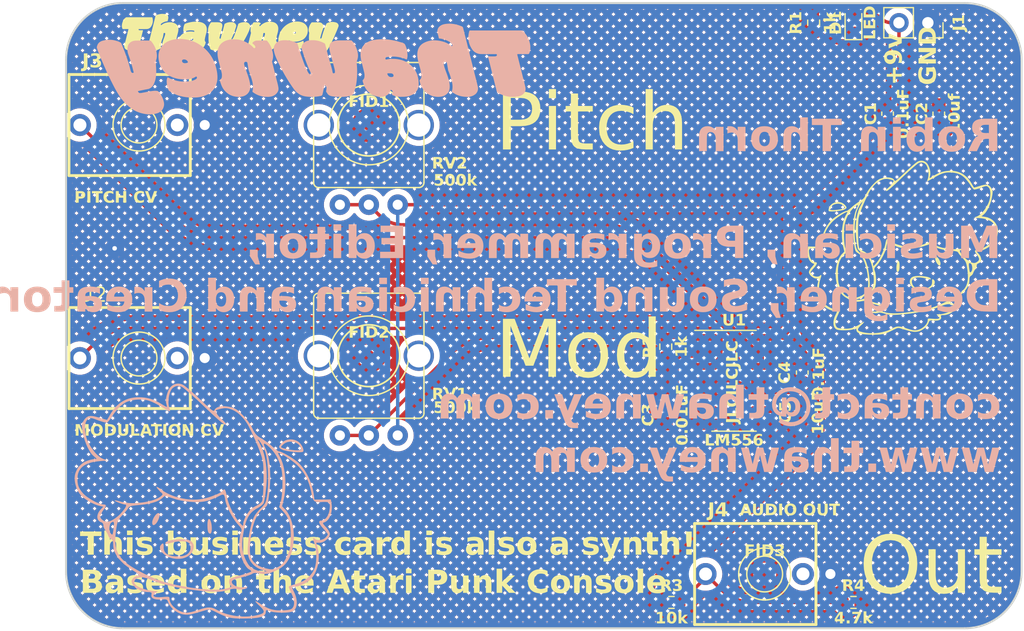
<source format=kicad_pcb>
(kicad_pcb (version 20240108) (generator "pcbnew") (generator_version "8.0")
  (layers (0 "F.Cu" signal) (31 "B.Cu" signal) (34 "B.Paste" user) (35 "F.Paste" user) (36 "B.SilkS" user "B.Silkscreen") (37 "F.SilkS" user "F.Silkscreen") (38 "B.Mask" user) (39 "F.Mask" user) (44 "Edge.Cuts" user))
  (net 0 "")
  (net 1 "GND")
  (net 2 "Net-(U1A-THR)")
  (net 3 "Net-(U1B-DIS)")
  (net 4 "Net-(U1B-Q)")
  (net 5 "Net-(C5-Pad2)")
  (net 6 "Net-(D1-K)")
  (net 7 "+9V")
  (net 8 "Net-(U1A-DIS)")
  (net 9 "Net-(J4-Pad1)")
  (net 10 "Net-(U1A-Q)")
  (net 11 "Net-(U1B-CV)")
  (net 12 "Net-(U1A-CV)")
  (footprint "Connector_PinSocket_2.54mm:PinSocket_1x02_P2.54mm_Vertical" (layer "F.Cu") (at 76.04 2 -90)
    (property "Reference" "J1")
    (property "Value" "Socket_01x02" (hide yes))
  )
  (footprint "Capacitor_SMD:C_0603_1608Metric" (layer "F.Cu") (at 65 36.275 90)
    (property "Reference" "C5")
    (property "Value" "10uF")
  )
  (footprint "PCM_4ms_Jack:EighthInch_PJ398SM" (layer "F.Cu") (at 6.707 31.5)
    (property "Reference" "J2")
    (property "Value" "MODULATION CV")
  )
  (footprint "Package_SO:SOIC-14_3.9x8.7mm_P1.27mm" (layer "F.Cu") (at 59 33.5)
    (property "Reference" "U1")
    (property "Value" "LM556")
  )
  (footprint "PCM_4ms_Potentiometer:Pot_9mm_DShaft" (layer "F.Cu") (at 26.894 31.295 180)
    (property "Reference" "RV1")
    (property "Value" "500k")
  )
  (footprint "Resistor_SMD:R_0603_1608Metric" (layer "F.Cu") (at 66 2 -90)
    (property "Reference" "R1")
    (property "Value" "1k")
  )
  (footprint "Resistor_SMD:R_0603_1608Metric" (layer "F.Cu") (at 53 30.5 90)
    (property "Reference" "R2")
    (property "Value" "1k")
  )
  (footprint "Capacitor_SMD:C_0603_1608Metric" (layer "F.Cu") (at 53 36.5 -90)
    (property "Reference" "C3")
    (property "Value" "0.01uF")
  )
  (footprint "LED_SMD:LED_0603_1608Metric" (layer "F.Cu") (at 69.5 2 90)
    (property "Reference" "D1")
    (property "Value" "LED")
  )
  (footprint "Capacitor_SMD:C_0603_1608Metric" (layer "F.Cu") (at 72.5 10 90)
    (property "Reference" "C1")
    (property "Value" "0.1uF")
  )
  (footprint "Fiducial:Fiducial_1mm_Mask2mm" (layer "F.Cu") (at 26.894 10.9982)
    (property "Reference" "FID1")
    (property "Value" "Fiducial_1mm_Mask2mm")
  )
  (footprint "Capacitor_SMD:C_0603_1608Metric" (layer "F.Cu") (at 77 10 90)
    (property "Reference" "C2")
    (property "Value" "10uf")
  )
  (footprint "Resistor_SMD:R_0603_1608Metric" (layer "F.Cu") (at 53.5 53)
    (property "Reference" "R3")
    (property "Value" "10k")
  )
  (footprint "Capacitor_SMD:C_0603_1608Metric" (layer "F.Cu") (at 65 32.775 -90)
    (property "Reference" "C4")
    (property "Value" "0.1uF")
  )
  (footprint "Fiducial:Fiducial_1mm_Mask2mm" (layer "F.Cu") (at 61.707 50.5)
    (property "Reference" "FID3")
    (property "Value" "Fiducial_1mm_Mask2mm")
  )
  (footprint "PCM_4ms_Jack:EighthInch_PJ398SM" (layer "F.Cu") (at 61.707 50.5)
    (property "Reference" "J4")
    (property "Value" "AUDIO OUT")
  )
  (footprint "PCM_4ms_Potentiometer:Pot_9mm_DShaft" (layer "F.Cu") (at 26.894 10.9982 180)
    (property "Reference" "RV2")
    (property "Value" "500k")
  )
  (footprint "Resistor_SMD:R_0603_1608Metric" (layer "F.Cu") (at 69.5 53)
    (property "Reference" "R4")
    (property "Value" "4.7k")
  )
  (footprint "Fiducial:Fiducial_1mm_Mask2mm" (layer "F.Cu") (at 26.894 31.295)
    (property "Reference" "FID2")
    (property "Value" "Fiducial_1mm_Mask2mm")
  )
  (footprint "PCM_4ms_Jack:EighthInch_PJ398SM" (layer "F.Cu") (at 6.707 11)
    (property "Reference" "J3")
    (property "Value" "PITCH CV")
  )
  (gr_poly (pts (xy 10.196957 3.427509) (xy 10.115192 3.431055) (xy 10.033686 3.436971) (xy 9.952455 3.445312) (xy 9.871518 3.456132) (xy 9.790894 3.469487) (xy 9.7106 3.485431) (xy 9.630656 3.504021) (xy 9.551078 3.52531) (xy 9.471885 3.549354) (xy 9.393096 3.576208) (xy 9.337423 3.597412) (xy 9.282992 3.620463) (xy 9.229838 3.645319) (xy 9.177997 3.671935) (xy 9.127504 3.700267) (xy 9.078396 3.730272) (xy 9.030706 3.761906) (xy 8.984472 3.795126) (xy 8.939728 3.829888) (xy 8.896511 3.866147) (xy 8.854855 3.903861) (xy 8.814797 3.942986) (xy 8.776371 3.983478) (xy 8.739614 4.025293) (xy 8.704561 4.068387) (xy 8.671247 4.112717) (xy 8.639708 4.15824) (xy 8.60998 4.204911) (xy 8.582098 4.252686) (xy 8.556098 4.301523) (xy 8.532016 4.351377) (xy 8.509886 4.402205) (xy 8.489744 4.453963) (xy 8.471627 4.506607) (xy 8.455569 4.560094) (xy 8.441607 4.61438) (xy 8.429775 4.66942) (xy 8.420109 4.725173) (xy 8.412645 4.781593) (xy 8.407418 4.838637) (xy 8.404465 4.896261) (xy 8.40382 4.954422) (xy 8.407241 5.067853) (xy 8.415492 5.179208) (xy 8.428677 5.288426) (xy 8.446901 5.395446) (xy 8.470266 5.500207) (xy 8.498878 5.602648) (xy 8.532841 5.702709) (xy 8.57226 5.800328) (xy 8.617237 5.895446) (xy 8.667878 5.988) (xy 8.724287 6.07793) (xy 8.786568 6.165176) (xy 8.854826 6.249676) (xy 8.929164 6.33137) (xy 9.009687 6.410197) (xy 9.096499 6.486095) (xy 9.139528 6.520446) (xy 9.183458 6.553103) (xy 9.228248 6.584138) (xy 9.273856 6.613624) (xy 9.320241 6.641634) (xy 9.367361 6.668242) (xy 9.415175 6.693519) (xy 9.463641 6.717539) (xy 9.512718 6.740375) (xy 9.562365 6.762099) (xy 9.612539 6.782784) (xy 9.6632 6.802504) (xy 9.765814 6.839337) (xy 9.869875 6.873181) (xy 9.924292 6.889262) (xy 9.978895 6.903812) (xy 10.033677 6.916894) (xy 10.088632 6.92857) (xy 10.143752 6.938904) (xy 10.199032 6.947958) (xy 10.310043 6.962478) (xy 10.421612 6.972632) (xy 10.533686 6.978923) (xy 10.646212 6.981853) (xy 10.759139 6.981925) (xy 10.844943 6.979466) (xy 10.930127 6.973863) (xy 11.014715 6.965097) (xy 11.098732 6.953151) (xy 11.182204 6.938004) (xy 11.265155 6.91964) (xy 11.347609 6.898038) (xy 11.429592 6.873181) (xy 11.44497 6.867991) (xy 11.460157 6.862458) (xy 11.475167 6.856602) (xy 11.490012 6.850447) (xy 11.519266 6.837327) (xy 11.548027 6.823274) (xy 11.576403 6.808464) (xy 11.604503 6.793074) (xy 11.660308 6.761263) (xy 11.681976 6.748071) (xy 11.687547 6.744861) (xy 11.693159 6.741892) (xy 11.6988 6.739266) (xy 11.704462 6.737087) (xy 11.707297 6.736196) (xy 11.710132 6.735456) (xy 11.712968 6.734878) (xy 11.715802 6.734476) (xy 11.718633 6.734263) (xy 11.72146 6.734251) (xy 11.724281 6.734453) (xy 11.727096 6.734883) (xy 11.729902 6.735552) (xy 11.732699 6.736474) (xy 11.735485 6.737662) (xy 11.738259 6.739128) (xy 11.74102 6.740885) (xy 11.743766 6.742947) (xy 11.746496 6.745325) (xy 11.749209 6.748033) (xy 11.75453 6.753946) (xy 11.759557 6.760071) (xy 11.764256 6.766407) (xy 11.768594 6.772949) (xy 11.772536 6.779695) (xy 11.776049 6.78664) (xy 11.7791 6.793781) (xy 11.781654 6.801115) (xy 11.782734 6.804853) (xy 11.783678 6.808638) (xy 11.78448 6.812469) (xy 11.785138 6.816347) (xy 11.785646 6.82027) (xy 11.786 6.824237) (xy 11.786196 6.82825) (xy 11.786231 6.832307) (xy 11.786099 6.836408) (xy 11.785796 6.840551) (xy 11.785319 6.844738) (xy 11.784663 6.848968) (xy 11.783824 6.853239) (xy 11.782798 6.857552) (xy 11.781579 6.861906) (xy 11.780166 6.866301) (xy 11.776648 6.875498) (xy 11.772659 6.884252) (xy 11.768224 6.892585) (xy 11.763369 6.90052) (xy 11.758118 6.908077) (xy 11.752498 6.91528) (xy 11.746532 6.92215) (xy 11.740247 6.92871) (xy 11.733667 6.934982) (xy 11.726818 6.940987) (xy 11.719725 6.946748) (xy 11.712413 6.952287) (xy 11.704906 6.957626) (xy 11.697232 6.962787) (xy 11.689414 6.967792) (xy 11.681478 6.972664) (xy 11.650562 6.990633) (xy 11.619245 7.007551) (xy 11.587547 7.023445) (xy 11.555487 7.038343) (xy 11.523086 7.052271) (xy 11.490364 7.065258) (xy 11.457341 7.077331) (xy 11.424038 7.088518) (xy 11.390474 7.098846) (xy 11.35667 7.108343) (xy 11.322646 7.117036) (xy 11.288422 7.124952) (xy 11.254018 7.13212) (xy 11.219454 7.138566) (xy 11.149929 7.149405) (xy 11.05863 7.160646) (xy 10.967502 7.16953) (xy 10.876551 7.176007) (xy 10.785788 7.180027) (xy 10.69522 7.181541) (xy 10.604856 7.180497) (xy 10.514704 7.176847) (xy 10.424773 7.17054) (xy 10.335071 7.161526) (xy 10.245608 7.149755) (xy 10.15639 7.135177) (xy 10.067428 7.117743) (xy 9.97873 7.097401) (xy 9.890303 7.074103) (xy 9.802157 7.047798) (xy 9.714299 7.018436) (xy 9.659544 6.998848) (xy 9.605064 6.978662) (xy 9.550938 6.957701) (xy 9.497243 6.935787) (xy 9.444056 6.912745) (xy 9.391455 6.888398) (xy 9.339519 6.862569) (xy 9.288323 6.83508) (xy 9.277021 6.829109) (xy 9.271631 6.826556) (xy 9.266409 6.824292) (xy 9.26135 6.822318) (xy 9.256449 6.820632) (xy 9.251703 6.819237) (xy 9.247106 6.818131) (xy 9.242654 6.817314) (xy 9.238342 6.816788) (xy 9.234166 6.816553) (xy 9.230122 6.816607) (xy 9.226204 6.816953) (xy 9.222408 6.817589) (xy 9.21873 6.818516) (xy 9.215165 6.819735) (xy 9.211709 6.821245) (xy 9.208357 6.823046) (xy 9.205104 6.82514) (xy 9.201945 6.827525) (xy 9.198878 6.830203) (xy 9.195895 6.833173) (xy 9.192995 6.836436) (xy 9.19017 6.839992) (xy 9.187418 6.84384) (xy 9.184734 6.847982) (xy 9.182112 6.852417) (xy 9.179549 6.857146) (xy 9.17458 6.867485) (xy 9.16979 6.879001) (xy 9.15896 6.909133) (xy 9.149903 6.939393) (xy 9.142494 6.969766) (xy 9.136608 7.000237) (xy 9.132121 7.030793) (xy 9.128907 7.061417) (xy 9.126842 7.092096) (xy 9.125801 7.122814) (xy 9.125659 7.153557) (xy 9.126292 7.18431) (xy 9.129381 7.245787) (xy 9.13936 7.368215) (xy 9.146975 7.439253) (xy 9.15189 7.474604) (xy 9.157556 7.509829) (xy 9.163979 7.544915) (xy 9.171169 7.579853) (xy 9.179133 7.61463) (xy 9.18788 7.649235) (xy 9.197417 7.683658) (xy 9.207753 7.717886) (xy 9.218896 7.751909) (xy 9.230854 7.785715) (xy 9.243635 7.819293) (xy 9.257247 7.852632) (xy 9.271699 7.88572) (xy 9.286998 7.918547) (xy 9.290412 7.925432) (xy 9.293914 7.932102) (xy 9.297519 7.938564) (xy 9.301241 7.944828) (xy 9.305095 7.950901) (xy 9.309095 7.956792) (xy 9.313256 7.962508) (xy 9.317591 7.968058) (xy 9.322116 7.97345) (xy 9.326844 7.978692) (xy 9.33179 7.983792) (xy 9.336968 7.988758) (xy 9.342392 7.993599) (xy 9.348078 7.998322) (xy 9.354039 8.002936) (xy 9.360289 8.007448) (xy 9.43194 8.056089) (xy 9.5046 8.102232) (xy 9.578248 8.145928) (xy 9.652863 8.187228) (xy 9.728426 8.226182) (xy 9.804916 8.262841) (xy 9.882312 8.297256) (xy 9.960594 8.329479) (xy 10.039741 8.359558) (xy 10.119732 8.387546) (xy 10.200547 8.413493) (xy 10.282166 8.437449) (xy 10.364568 8.459467) (xy 10.447732 8.479595) (xy 10.531638 8.497886) (xy 10.616265 8.514389) (xy 10.715287 8.531454) (xy 10.81452 8.546075) (xy 10.913976 8.558166) (xy 11.013669 8.56764) (xy 11.113609 8.57441) (xy 11.213809 8.578389) (xy 11.314283 8.57949) (xy 11.415041 8.577628) (xy 11.544053 8.579529) (xy 11.672492 8.576664) (xy 11.800305 8.568683) (xy 11.863959 8.562665) (xy 11.927438 8.555236) (xy 11.990734 8.546354) (xy 12.05384 8.535973) (xy 12.11675 8.52405) (xy 12.179458 8.510542) (xy 12.241956 8.495405) (xy 12.304239 8.478594) (xy 12.366299 8.460067) (xy 12.42813 8.439778) (xy 12.531272 8.401415) (xy 12.629937 8.358741) (xy 12.724094 8.311739) (xy 12.813711 8.260387) (xy 12.898758 8.204669) (xy 12.979204 8.144565) (xy 13.055018 8.080055) (xy 13.126169 8.011121) (xy 13.192625 7.937744) (xy 13.254355 7.859905) (xy 13.31133 7.777585) (xy 13.363517 7.690764) (xy 13.410886 7.599425) (xy 13.453405 7.503547) (xy 13.491044 7.403113) (xy 13.523772 7.298102) (xy 13.538555 7.24195) (xy 13.551306 7.18562) (xy 13.5621 7.129128) (xy 13.571011 7.072487) (xy 13.578117 7.015713) (xy 13.583493 6.958821) (xy 13.587213 6.901824) (xy 13.589354 6.844739) (xy 13.589991 6.787579) (xy 13.5892 6.730359) (xy 13.587057 6.673094) (xy 13.583636 6.6158) (xy 13.573266 6.501178) (xy 13.558693 6.386612) (xy 13.545078 6.298706) (xy 13.52962 6.211403) (xy 13.512297 6.124713) (xy 13.493089 6.038643) (xy 13.471976 5.953203) (xy 13.448937 5.868402) (xy 13.423952 5.784246) (xy 13.397 5.700746) (xy 13.36806 5.617909) (xy 13.337113 5.535744) (xy 13.309345 5.467131) (xy 10.991897 5.467131) (xy 10.991741 5.469796) (xy 10.991418 5.4724) (xy 10.990923 5.474945) (xy 10.990255 5.477438) (xy 10.989409 5.479883) (xy 10.988385 5.482285) (xy 10.987177 5.484648) (xy 10.985785 5.486977) (xy 10.984205 5.489277) (xy 10.982433 5.491552) (xy 10.980469 5.493809) (xy 10.978307 5.49605) (xy 10.975947 5.498281) (xy 10.973384 5.500507) (xy 10.970617 5.502733) (xy 10.967642 5.504962) (xy 10.961058 5.509453) (xy 10.953609 5.514017) (xy 10.940433 5.521211) (xy 10.927116 5.527292) (xy 10.913686 5.532374) (xy 10.90017 5.536573) (xy 10.886595 5.540003) (xy 10.872989 5.542779) (xy 10.859378 5.545015) (xy 10.845789 5.546826) (xy 10.792202 5.552118) (xy 10.766249 5.555198) (xy 10.753578 5.557247) (xy 10.741146 5.55979) (xy 10.712571 5.557887) (xy 10.698597 5.556623) (xy 10.684843 5.555082) (xy 10.671321 5.553214) (xy 10.65804 5.550968) (xy 10.645008 5.548293) (xy 10.632237 5.545139) (xy 10.619736 5.541455) (xy 10.607514 5.53719) (xy 10.595581 5.532293) (xy 10.583947 5.526713) (xy 10.572622 5.5204) (xy 10.561615 5.513304) (xy 10.550935 5.505372) (xy 10.540593 5.496555) (xy 10.532218 5.488528) (xy 10.524366 5.480227) (xy 10.517051 5.471658) (xy 10.510287 5.462824) (xy 10.504089 5.453731) (xy 10.498471 5.444385) (xy 10.493448 5.43479) (xy 10.489033 5.424951) (xy 10.485242 5.414873) (xy 10.482088 5.404562) (xy 10.479586 5.394022) (xy 10.477751 5.383259) (xy 10.476596 5.372277) (xy 10.476136 5.361081) (xy 10.476385 5.349677) (xy 10.477358 5.338069) (xy 10.478084 5.332871) (xy 10.479019 5.327843) (xy 10.480157 5.322979) (xy 10.481491 5.318279) (xy 10.483018 5.313739) (xy 10.484731 5.309355) (xy 10.486625 5.305124) (xy 10.488694 5.301044) (xy 10.490933 5.297111) (xy 10.493336 5.293323) (xy 10.495898 5.289675) (xy 10.498613 5.286165) (xy 10.501475 5.282791) (xy 10.50448 5.279548) (xy 10.507622 5.276433) (xy 10.510894 5.273445) (xy 10.514292 5.270579) (xy 10.51781 5.267832) (xy 10.525184 5.262684) (xy 10.532973 5.257976) (xy 10.541131 5.253684) (xy 10.549614 5.249782) (xy 10.558379 5.246247) (xy 10.567381 5.243052) (xy 10.576577 5.240174) (xy 10.591171 5.236272) (xy 10.605915 5.233141) (xy 10.620781 5.230767) (xy 10.635741 5.229136) (xy 10.650769 5.228233) (xy 10.665835 5.228046) (xy 10.680915 5.228559) (xy 10.695979 5.229759) (xy 10.725951 5.234166) (xy 10.755534 5.241155) (xy 10.784507 5.250613) (xy 10.812652 5.262431) (xy 10.839748 5.276497) (xy 10.865577 5.2927) (xy 10.88992 5.310928) (xy 10.912557 5.33107) (xy 10.933268 5.353015) (xy 10.942833 5.364629) (xy 10.951834 5.376652) (xy 10.960244 5.389071) (xy 10.968036 5.40187) (xy 10.975182 5.415037) (xy 10.981655 5.428557) (xy 10.98481 5.436005) (xy 10.987417 5.442994) (xy 10.989451 5.449564) (xy 10.990246 5.452703) (xy 10.990891 5.455751) (xy 10.99138 5.458713) (xy 10.991713 5.461594) (xy 10.991886 5.464398) (xy 10.991897 5.467131) (xy 13.309345 5.467131) (xy 13.304136 5.45426) (xy 13.269111 5.373465) (xy 13.232016 5.293367) (xy 13.192831 5.213976) (xy 13.151535 5.135299) (xy 13.108107 5.057346) (xy 13.051234 4.961977) (xy 12.991567 4.86942) (xy 12.929148 4.779632) (xy 12.864017 4.692572) (xy 12.796215 4.608199) (xy 12.725782 4.526471) (xy 12.652759 4.447347) (xy 12.577188 4.370785) (xy 12.499108 4.296744) (xy 12.41856 4.225182) (xy 12.335586 4.156058) (xy 12.250225 4.08933) (xy 12.162519 4.024958) (xy 12.072508 3.962898) (xy 11.980233 3.903111) (xy 11.885735 3.845554) (xy 11.816117 3.805806) (xy 11.745778 3.768291) (xy 11.674731 3.732964) (xy 11.602987 3.699781) (xy 11.530558 3.668699) (xy 11.457455 3.639674) (xy 11.38369 3.612661) (xy 11.309275 3.587618) (xy 11.234221 3.564501) (xy 11.15854 3.543265) (xy 11.082243 3.523867) (xy 11.005343 3.506263) (xy 10.927851 3.490409) (xy 10.849777 3.476262) (xy 10.771135 3.463778) (xy 10.691936 3.452912) (xy 10.609008 3.443397) (xy 10.526228 3.43592) (xy 10.443615 3.430538) (xy 10.361186 3.427306) (xy 10.278961 3.426278)) (fill solid) (layer "B.SilkS"))
  (gr_poly (pts (xy 4 3.5) (xy 3.901715 3.506702) (xy 3.803112 3.517995) (xy 3.70421 3.533876) (xy 3.605029 3.554342) (xy 3.505587 3.579388) (xy 3.458504 3.593492) (xy 3.412803 3.609658) (xy 3.36863 3.627959) (xy 3.326133 3.648465) (xy 3.28546 3.671248) (xy 3.246756 3.696381) (xy 3.210171 3.723934) (xy 3.17585 3.75398) (xy 3.143942 3.78659) (xy 3.128939 3.803879) (xy 3.114593 3.821836) (xy 3.100925 3.840469) (xy 3.087952 3.859789) (xy 3.075692 3.879803) (xy 3.064164 3.900522) (xy 3.053386 3.921953) (xy 3.043377 3.944105) (xy 3.034156 3.966989) (xy 3.02574 3.990612) (xy 3.018148 4.014984) (xy 3.011398 4.040113) (xy 3.005509 4.066009) (xy 3.000499 4.09268) (xy 3.000402 4.093097) (xy 3.00026 4.093505) (xy 3.000077 4.093905) (xy 2.999853 4.094297) (xy 2.999591 4.094682) (xy 2.999293 4.09506) (xy 2.998961 4.095432) (xy 2.998598 4.095797) (xy 2.998205 4.096157) (xy 2.997785 4.096512) (xy 2.996872 4.09721) (xy 2.995875 4.097893) (xy 2.994811 4.098567) (xy 2.992551 4.099899) (xy 2.99023 4.101237) (xy 2.989088 4.101918) (xy 2.987982 4.102612) (xy 2.986929 4.103324) (xy 2.985946 4.104056) (xy 2.985946 4.202478) (xy 3.024305 4.320535) (xy 3.065117 4.437664) (xy 3.108007 4.554006) (xy 3.152599 4.669699) (xy 3.24539 4.8997) (xy 3.340487 5.128784) (xy 3.617383 5.779647) (xy 3.760323 6.103046) (xy 3.90663 6.424879) (xy 4.056584 6.744988) (xy 4.210462 7.063215) (xy 4.368545 7.379402) (xy 4.531112 7.69339) (xy 4.63683 7.889468) (xy 4.746864 8.082899) (xy 4.862181 8.272918) (xy 4.983749 8.458764) (xy 5.047179 8.549884) (xy 5.112534 8.639674) (xy 5.179936 8.728039) (xy 5.249505 8.814885) (xy 5.321363 8.900115) (xy 5.395629 8.983634) (xy 5.472425 9.065347) (xy 5.551873 9.145159) (xy 5.666639 9.253984) (xy 5.725131 9.306884) (xy 5.784444 9.358633) (xy 5.844636 9.409124) (xy 5.90577 9.458252) (xy 5.967905 9.505909) (xy 6.031102 9.551989) (xy 6.095421 9.596386) (xy 6.160923 9.638992) (xy 6.227669 9.679702) (xy 6.295718 9.718408) (xy 6.365131 9.755004) (xy 6.435969 9.789383) (xy 6.508293 9.82144) (xy 6.582161 9.851067) (xy 6.68326 9.887919) (xy 6.784742 9.921672) (xy 6.886598 9.952169) (xy 6.98882 9.979249) (xy 7.091401 10.002755) (xy 7.194332 10.022526) (xy 7.297604 10.038405) (xy 7.40121 10.050232) (xy 7.505142 10.057849) (xy 7.609392 10.061096) (xy 7.71395 10.059814) (xy 7.81881 10.053845) (xy 7.923963 10.043031) (xy 8.0294 10.027211) (xy 8.135114 10.006227) (xy 8.241097 9.97992) (xy 8.304338 9.960788) (xy 8.364834 9.938697) (xy 8.422518 9.91362) (xy 8.477325 9.885533) (xy 8.529187 9.854409) (xy 8.578039 9.820222) (xy 8.623815 9.782946) (xy 8.666448 9.742555) (xy 8.705871 9.699023) (xy 8.742019 9.652324) (xy 8.774826 9.602433) (xy 8.804225 9.549322) (xy 8.830149 9.492967) (xy 8.852534 9.433341) (xy 8.871311 9.370419) (xy 8.886416 9.304174) (xy 8.890524 9.280721) (xy 8.893748 9.257294) (xy 8.896127 9.233892) (xy 8.897698 9.210516) (xy 8.898502 9.187166) (xy 8.898578 9.163843) (xy 8.897965 9.140548) (xy 8.896701 9.117279) (xy 8.894827 9.094039) (xy 8.892381 9.070827) (xy 8.885931 9.024489) (xy 8.877665 8.978269) (xy 8.867894 8.93217) (xy 8.85223 8.868389) (xy 8.834347 8.80581) (xy 8.814303 8.744401) (xy 8.792153 8.684132) (xy 8.767955 8.624969) (xy 8.741767 8.566881) (xy 8.713644 8.509837) (xy 8.683645 8.453804) (xy 8.651825 8.398751) (xy 8.618243 8.344646) (xy 8.582954 8.291457) (xy 8.546017 8.239153) (xy 8.507487 8.187701) (xy 8.467422 8.13707) (xy 8.425879 8.087229) (xy 8.382915 8.038144) (xy 8.378212 8.033181) (xy 8.373425 8.028692) (xy 8.368555 8.024647) (xy 8.363598 8.021016) (xy 8.358552 8.017772) (xy 8.353416 8.014885) (xy 8.348188 8.012326) (xy 8.342865 8.010065) (xy 8.337446 8.008075) (xy 8.33193 8.006325) (xy 8.326313 8.004786) (xy 8.320594 8.00343) (xy 8.314771 8.002228) (xy 8.308843 8.00115) (xy 8.29666 7.999251) (xy 8.250544 7.993218) (xy 8.204561 7.989025) (xy 8.158702 7.986545) (xy 8.11296 7.985654) (xy 8.067325 7.986224) (xy 8.021788 7.98813) (xy 7.97634 7.991247) (xy 7.930972 7.995447) (xy 7.840442 8.006596) (xy 7.750126 8.02057) (xy 7.569851 8.052962) (xy 6.908922 8.177317) (xy 6.900465 8.17876) (xy 6.891963 8.180023) (xy 6.874842 8.18205) (xy 6.857596 8.183488) (xy 6.840264 8.184427) (xy 6.822882 8.184956) (xy 6.805488 8.185167) (xy 6.770812 8.184989) (xy 6.758971 8.184445) (xy 6.747462 8.183216) (xy 6.736287 8.181314) (xy 6.725451 8.178746) (xy 6.714956 8.175525) (xy 6.704805 8.171659) (xy 6.695001 8.16716) (xy 6.685548 8.162036) (xy 6.676449 8.156299) (xy 6.667706 8.149957) (xy 6.659322 8.143022) (xy 6.651302 8.135503) (xy 6.643648 8.127411) (xy 6.636362 8.118755) (xy 6.629449 8.109545) (xy 6.622912 8.099793) (xy 6.615661 8.087993) (xy 6.609603 8.077255) (xy 6.607029 8.072263) (xy 6.604763 8.06751) (xy 6.60281 8.06299) (xy 6.60117 8.058692) (xy 6.599849 8.054609) (xy 6.59885 8.050733) (xy 6.598176 8.047054) (xy 6.597829 8.043564) (xy 6.597814 8.040256) (xy 6.598135 8.03712) (xy 6.598793 8.034149) (xy 6.599793 8.031333) (xy 6.601138 8.028664) (xy 6.602831 8.026134) (xy 6.604876 8.023735) (xy 6.607276 8.021457) (xy 6.610034 8.019293) (xy 6.613153 8.017234) (xy 6.616638 8.015272) (xy 6.620491 8.013399) (xy 6.624716 8.011605) (xy 6.629316 8.009882) (xy 6.639654 8.006617) (xy 6.651532 8.003537) (xy 6.664977 8.000574) (xy 7.051732 7.919216) (xy 7.245407 7.880099) (xy 7.342449 7.861908) (xy 7.439678 7.845) (xy 7.48521 7.836032) (xy 7.528777 7.82465) (xy 7.570435 7.810922) (xy 7.61024 7.794915) (xy 7.648248 7.776696) (xy 7.684515 7.756331) (xy 7.719098 7.733888) (xy 7.752053 7.709434) (xy 7.783435 7.683036) (xy 7.813302 7.654761) (xy 7.84171 7.624676) (xy 7.868714 7.592848) (xy 7.894371 7.559344) (xy 7.918736 7.524231) (xy 7.941868 7.487577) (xy 7.96382 7.449448) (xy 7.997439 7.385076) (xy 8.027941 7.319976) (xy 8.055469 7.254182) (xy 8.080162 7.187729) (xy 8.102161 7.120651) (xy 8.121606 7.052983) (xy 8.138637 6.984759) (xy 8.153394 6.916014) (xy 8.166018 6.846782) (xy 8.17665 6.777098) (xy 8.185428 6.706996) (xy 8.192495 6.636511) (xy 8.197989 6.565677) (xy 8.202052 6.494528) (xy 8.206444 6.351427) (xy 8.207105 6.241181) (xy 8.20558 6.131099) (xy 8.201965 6.021172) (xy 8.196356 5.911392) (xy 8.18885 5.801747) (xy 8.179542 5.692229) (xy 8.168529 5.58283) (xy 8.155907 5.473538) (xy 8.154464 5.459605) (xy 8.153947 5.452749) (xy 8.153588 5.44596) (xy 8.1534 5.439235) (xy 8.1534 5.432569) (xy 8.153603 5.425958) (xy 8.154022 5.419398) (xy 8.154675 5.412885) (xy 8.155574 5.406414) (xy 8.156737 5.399981) (xy 8.158178 5.393581) (xy 8.159911 5.387211) (xy 8.161953 5.380867) (xy 8.164318 5.374543) (xy 8.167022 5.368236) (xy 8.189671 5.314809) (xy 8.209084 5.261194) (xy 8.225389 5.207403) (xy 8.238711 5.153448) (xy 8.249175 5.099339) (xy 8.256909 5.045088) (xy 8.262036 4.990706) (xy 8.264685 4.936205) (xy 8.26498 4.881594) (xy 8.263048 4.826887) (xy 8.259015 4.772093) (xy 8.253006 4.717225) (xy 8.245147 4.662293) (xy 8.235565 4.607308) (xy 8.224385 4.552283) (xy 8.211733 4.497228) (xy 8.195744 4.435323) (xy 8.177951 4.374322) (xy 8.158376 4.314216) (xy 8.137038 4.254997) (xy 8.113958 4.196658) (xy 8.089155 4.139189) (xy 8.06265 4.082583) (xy 8.034463 4.026831) (xy 8.004614 3.971926) (xy 7.973123 3.91786) (xy 7.94001 3.864623) (xy 7.905296 3.812209) (xy 7.869001 3.760608) (xy 7.831145 3.709814) (xy 7.791747 3.659816) (xy 7.750829 3.610609) (xy 7.74536 3.604517) (xy 7.739854 3.59893) (xy 7.734294 3.593835) (xy 7.728662 3.589215) (xy 7.72294 3.585055) (xy 7.71711 3.581341) (xy 7.711154 3.578057) (xy 7.705056 3.575188) (xy 7.698796 3.572719) (xy 7.692357 3.570634) (xy 7.685721 3.56892) (xy 7.67887 3.56756) (xy 7.671787 3.56654) (xy 7.664454 3.565844) (xy 7.656852 3.565457) (xy 7.648964 3.565365) (xy 7.039266 3.566225) (xy 6.734453 3.567747) (xy 6.429766 3.573038) (xy 6.384223 3.575024) (xy 6.339222 3.578667) (xy 6.29483 3.584068) (xy 6.251118 3.591327) (xy 6.208155 3.600547) (xy 6.16601 3.611826) (xy 6.124753 3.625267) (xy 6.084452 3.64097) (xy 6.045178 3.659035) (xy 6.006999 3.679564) (xy 5.969986 3.702657) (xy 5.934206 3.728415) (xy 5.899731 3.756939) (xy 5.866629 3.788329) (xy 5.834969 3.822686) (xy 5.804821 3.860111) (xy 5.791042 3.879252) (xy 5.778259 3.898759) (xy 5.766437 3.918616) (xy 5.755542 3.938805) (xy 5.745541 3.959308) (xy 5.736397 3.980109) (xy 5.728079 4.00119) (xy 5.720551 4.022533) (xy 5.71378 4.044121) (xy 5.707731 4.065936) (xy 5.702371 4.087962) (xy 5.697664 4.11018) (xy 5.693578 4.132573) (xy 5.690077 4.155124) (xy 5.687128 4.177816) (xy 5.684697 4.20063) (xy 5.681498 4.238905) (xy 5.679163 4.277041) (xy 5.677727 4.315046) (xy 5.677224 4.352931) (xy 5.677689 4.390704) (xy 5.679155 4.428374) (xy 5.681657 4.465952) (xy 5.685228 4.503445) (xy 5.689903 4.540865) (xy 5.695716 4.578219) (xy 5.702701 4.615518) (xy 5.710892 4.65277) (xy 5.720323 4.689984) (xy 5.731028 4.727171) (xy 5.743042 4.76434) (xy 5.756398 4.801499) (xy 5.823092 4.98364) (xy 5.886368 5.16688) (xy 5.946407 5.351149) (xy 6.003389 5.536379) (xy 6.057493 5.722502) (xy 6.1089 5.90945) (xy 6.157789 6.097154) (xy 6.204342 6.285547) (xy 6.20644 6.293177) (xy 6.209035 6.301047) (xy 6.214953 6.317272) (xy 6.217894 6.325512) (xy 6.220567 6.333758) (xy 6.222783 6.341953) (xy 6.224349 6.350039) (xy 6.224829 6.354023) (xy 6.225075 6.357958) (xy 6.225064 6.361836) (xy 6.22477 6.36565) (xy 6.224171 6.369394) (xy 6.223242 6.37306) (xy 6.221961 6.37664) (xy 6.220301 6.380127) (xy 6.218241 6.383514) (xy 6.215756 6.386794) (xy 6.212822 6.38996) (xy 6.209415 6.393003) (xy 6.205511 6.395918) (xy 6.201087 6.398696) (xy 6.196118 6.401331) (xy 6.190581 6.403815) (xy 6.178753 6.408204) (xy 6.166998 6.411555) (xy 6.155339 6.413878) (xy 6.1438 6.415183) (xy 6.138082 6.415458) (xy 6.132403 6.415481) (xy 6.126765 6.415255) (xy 6.121172 6.414781) (xy 6.115626 6.41406) (xy 6.11013 6.413094) (xy 6.104687 6.411883) (xy 6.0993 6.410429) (xy 6.088707 6.406797) (xy 6.078372 6.402207) (xy 6.068319 6.39667) (xy 6.058571 6.390196) (xy 6.049153 6.382795) (xy 6.040086 6.374477) (xy 6.031394 6.365252) (xy 6.023101 6.35513) (xy 6.015725 6.344982) (xy 6.008858 6.334591) (xy 6.002469 6.323974) (xy 5.996526 6.313149) (xy 5.990999 6.302133) (xy 5.985856 6.290944) (xy 5.981067 6.279599) (xy 5.9766 6.268116) (xy 5.972425 6.256512) (xy 5.96851 6.244804) (xy 5.961338 6.221149) (xy 5.954835 6.197288) (xy 5.948754 6.173363) (xy 5.888824 5.944871) (xy 5.824722 5.717725) (xy 5.756737 5.491832) (xy 5.685162 5.267099) (xy 5.610288 5.043432) (xy 5.532406 4.820738) (xy 5.451808 4.598925) (xy 5.368786 4.3779) (xy 5.341471 4.307628) (xy 5.31343 4.23765) (xy 5.25594 4.098269) (xy 5.197855 3.959135) (xy 5.140712 3.819629) (xy 5.137355 3.811785) (xy 5.13373 3.804317) (xy 5.129838 3.797208) (xy 5.125678 3.790443) (xy 5.121249 3.784006) (xy 5.116552 3.777883) (xy 5.111586 3.772058) (xy 5.106351 3.766514) (xy 5.100846 3.761238) (xy 5.095071 3.756212) (xy 5.089025 3.751422) (xy 5.082708 3.746853) (xy 5.07612 3.742488) (xy 5.06926 3.738312) (xy 5.062128 3.734309) (xy 5.054723 3.730465) (xy 4.961188 3.686399) (xy 4.867126 3.646967) (xy 4.772557 3.612166) (xy 4.677498 3.581992) (xy 4.58197 3.556441) (xy 4.485991 3.535509) (xy 4.389581 3.519193) (xy 4.292757 3.507487) (xy 4.19554 3.500389) (xy 4.097948 3.497895)) (fill solid) (layer "B.SilkS"))
  (gr_poly (pts (xy 38.06308 2.679801) (xy 35.861746 2.679801) (xy 35.821121 2.680028) (xy 35.804541 2.680565) (xy 35.790155 2.681612) (xy 35.783718 2.68238) (xy 35.777747 2.683338) (xy 35.772215 2.684509) (xy 35.767096 2.685913) (xy 35.762361 2.687571) (xy 35.757983 2.689506) (xy 35.753936 2.691737) (xy 35.750191 2.694287) (xy 35.746721 2.697177) (xy 35.743499 2.700427) (xy 35.740497 2.704059) (xy 35.737689 2.708094) (xy 35.735046 2.712554) (xy 35.732541 2.717459) (xy 35.730148 2.722831) (xy 35.727838 2.728691) (xy 35.723359 2.741961) (xy 35.718886 2.757437) (xy 35.709082 2.795689) (xy 35.686391 2.895751) (xy 35.668636 2.995106) (xy 35.655835 3.093736) (xy 35.648004 3.191621) (xy 35.645162 3.288744) (xy 35.647327 3.385085) (xy 35.654516 3.480627) (xy 35.666748 3.57535) (xy 35.68404 3.669236) (xy 35.70641 3.762266) (xy 35.733875 3.854421) (xy 35.766455 3.945684) (xy 35.804165 4.036035) (xy 35.847025 4.125456) (xy 35.895053 4.213928) (xy 35.948265 4.301433) (xy 35.983828 4.353695) (xy 36.021533 4.402908) (xy 36.06134 4.449042) (xy 36.103208 4.49207) (xy 36.147095 4.531961) (xy 36.169784 4.550721) (xy 36.192962 4.568687) (xy 36.216625 4.585854) (xy 36.240767 4.602218) (xy 36.265384 4.617777) (xy 36.290471 4.632526) (xy 36.316021 4.646462) (xy 36.342031 4.659582) (xy 36.368495 4.671881) (xy 36.395408 4.683356) (xy 36.422765 4.694003) (xy 36.450561 4.703819) (xy 36.478791 4.7128) (xy 36.507449 4.720943) (xy 36.566032 4.734697) (xy 36.626268 4.745054) (xy 36.688118 4.751984) (xy 36.751539 4.755458) (xy 37.07369 4.761039) (xy 37.395965 4.762006) (xy 38.04059 4.760221) (xy 38.077817 4.75977) (xy 38.086817 4.760077) (xy 38.095558 4.760821) (xy 38.103973 4.762135) (xy 38.108037 4.763049) (xy 38.111994 4.764156) (xy 38.115836 4.765473) (xy 38.119553 4.767017) (xy 38.123138 4.768805) (xy 38.126582 4.770853) (xy 38.129877 4.773178) (xy 38.133013 4.775798) (xy 38.135984 4.778728) (xy 38.138779 4.781986) (xy 38.141391 4.785589) (xy 38.143812 4.789553) (xy 38.146032 4.793895) (xy 38.148043 4.798633) (xy 38.149837 4.803782) (xy 38.151406 4.809359) (xy 38.15274 4.815382) (xy 38.153831 4.821868) (xy 38.154625 4.828334) (xy 38.155126 4.834589) (xy 38.15534 4.840636) (xy 38.155273 4.84648) (xy 38.154932 4.852126) (xy 38.154322 4.857576) (xy 38.15345 4.862836) (xy 38.152322 4.867909) (xy 38.150944 4.8728) (xy 38.149322 4.877512) (xy 38.147462 4.88205) (xy 38.145371 4.886417) (xy 38.143055 4.890619) (xy 38.140519 4.894658) (xy 38.13777 4.89854) (xy 38.134814 4.902268) (xy 38.131658 4.905846) (xy 38.128306 4.909279) (xy 38.124767 4.912571) (xy 38.121045 4.915725) (xy 38.113079 4.921639) (xy 38.104457 4.927052) (xy 38.09523 4.931999) (xy 38.085445 4.936513) (xy 38.075153 4.940625) (xy 38.064402 4.94437) (xy 38.054248 4.947429) (xy 38.044032 4.950078) (xy 38.033758 4.952347) (xy 38.023433 4.954267) (xy 38.013061 4.955867) (xy 38.002647 4.957178) (xy 37.992199 4.95823) (xy 37.981719 4.959054) (xy 37.960692 4.960136) (xy 37.939609 4.960666) (xy 37.89745 4.961038) (xy 37.679301 4.961138) (xy 37.570252 4.96115) (xy 37.461152 4.961832) (xy 37.446026 4.962079) (xy 37.432739 4.96259) (xy 37.421208 4.963468) (xy 37.416074 4.964078) (xy 37.411349 4.964817) (xy 37.40702 4.9657) (xy 37.403079 4.96674) (xy 37.399514 4.967948) (xy 37.396314 4.969339) (xy 37.393471 4.970925) (xy 37.390973 4.972718) (xy 37.388809 4.974732) (xy 37.38697 4.97698) (xy 37.385444 4.979474) (xy 37.384223 4.982228) (xy 37.383294 4.985254) (xy 37.382648 4.988565) (xy 37.382274 4.992174) (xy 37.382162 4.996094) (xy 37.382302 5.000338) (xy 37.382682 5.004918) (xy 37.384125 5.015141) (xy 37.386407 5.026866) (xy 37.389444 5.040194) (xy 37.393154 5.055231) (xy 38.132665 8.015125) (xy 38.135475 8.02572) (xy 38.138564 8.03598) (xy 38.141957 8.045908) (xy 38.145679 8.055511) (xy 38.149754 8.064792) (xy 38.154208 8.073758) (xy 38.159064 8.082413) (xy 38.164349 8.090762) (xy 38.170086 8.09881) (xy 38.1763 8.106563) (xy 38.183017 8.114025) (xy 38.190261 8.121201) (xy 38.198057 8.128097) (xy 38.20643 8.134717) (xy 38.215404 8.141067) (xy 38.225004 8.147151) (xy 38.297803 8.189449) (xy 38.371256 8.229576) (xy 38.445382 8.267455) (xy 38.520204 8.303011) (xy 38.595743 8.33617) (xy 38.672018 8.366854) (xy 38.749052 8.394989) (xy 38.826865 8.420499) (xy 38.905477 8.443308) (xy 38.984911 8.463341) (xy 39.065186 8.480523) (xy 39.146324 8.494777) (xy 39.228346 8.506028) (xy 39.311273 8.514201) (xy 39.395124 8.519219) (xy 39.479923 8.521009) (xy 39.625617 8.522372) (xy 39.69843 8.522506) (xy 39.771163 8.521008) (xy 39.843771 8.516931) (xy 39.880015 8.513628) (xy 39.916212 8.509325) (xy 39.952356 8.503903) (xy 39.988442 8.497242) (xy 40.024465 8.489226) (xy 40.060418 8.479734) (xy 40.101795 8.467386) (xy 40.142443 8.454088) (xy 40.182302 8.43974) (xy 40.221314 8.424241) (xy 40.259419 8.407491) (xy 40.296558 8.38939) (xy 40.332671 8.369837) (xy 40.367699 8.348731) (xy 40.401583 8.325973) (xy 40.434264 8.301462) (xy 40.465682 8.275098) (xy 40.495778 8.24678) (xy 40.524493 8.216407) (xy 40.551767 8.183881) (xy 40.577541 8.149099) (xy 40.601756 8.111962) (xy 40.618017 8.083288) (xy 40.632042 8.054334) (xy 40.643935 8.025121) (xy 40.653796 7.995673) (xy 40.661729 7.966013) (xy 40.667836 7.936164) (xy 40.672218 7.906147) (xy 40.674979 7.875987) (xy 40.676221 7.845706) (xy 40.676046 7.815327) (xy 40.674556 7.784872) (xy 40.671854 7.754365) (xy 40.668041 7.723829) (xy 40.663222 7.693286) (xy 40.657496 7.66276) (xy 40.650968 7.632273) (xy 40.597816 7.40645) (xy 40.542059 7.181223) (xy 40.428188 6.731366) (xy 40.053273 5.237529) (xy 40.005285 5.040976) (xy 39.98046 4.942886) (xy 39.967329 4.894051) (xy 39.953526 4.845417) (xy 39.950254 4.833315) (xy 39.947804 4.822284) (xy 39.946898 4.817158) (xy 39.94621 4.812286) (xy 39.945745 4.807662) (xy 39.945506 4.803282) (xy 39.945498 4.79914) (xy 39.945725 4.795232) (xy 39.946192 4.791554) (xy 39.946903 4.788099) (xy 39.947862 4.784864) (xy 39.949073 4.781843) (xy 39.950541 4.779032) (xy 39.952269 4.776426) (xy 39.954263 4.77402) (xy 39.956526 4.771809) (xy 39.959062 4.769788) (xy 39.961877 4.767953) (xy 39.964973 4.766298) (xy 39.968356 4.76482) (xy 39.97203 4.763512) (xy 39.975999 4.76237) (xy 39.980267 4.761389) (xy 39.984838 4.760565) (xy 39.989717 4.759892) (xy 39.994908 4.759366) (xy 40.006243 4.758735) (xy 40.018878 4.758632) (xy 40.229614 4.759617) (xy 40.440326 4.759361) (xy 40.650988 4.759601) (xy 40.861576 4.762073) (xy 40.877589 4.762017) (xy 40.892436 4.761139) (xy 40.906184 4.759417) (xy 40.912667 4.758234) (xy 40.9189 4.756831) (xy 40.924892 4.755207) (xy 40.930651 4.753358) (xy 40.936187 4.751282) (xy 40.941506 4.748976) (xy 40.946618 4.746438) (xy 40.951532 4.743664) (xy 40.956254 4.740653) (xy 40.960795 4.7374) (xy 40.965162 4.733905) (xy 40.969364 4.730163) (xy 40.973409 4.726173) (xy 40.977306 4.721931) (xy 40.981062 4.717434) (xy 40.984688 4.712681) (xy 40.991578 4.702393) (xy 40.998043 4.691044) (xy 41.00415 4.678613) (xy 41.009968 4.665078) (xy 41.015564 4.650418) (xy 41.039319 4.57849) (xy 41.058801 4.506764) (xy 41.074169 4.435234) (xy 41.085583 4.363891) (xy 41.093204 4.292729) (xy 41.097191 4.221738) (xy 41.097705 4.150911) (xy 41.094905 4.080241) (xy 41.088953 4.00972) (xy 41.080007 3.93934) (xy 41.068227 3.869094) (xy 41.053775 3.798973) (xy 41.03681 3.72897) (xy 41.017491 3.659076) (xy 40.99598 3.589286) (xy 40.972436 3.519589) (xy 40.951295 3.462452) (xy 40.928456 3.406428) (xy 40.903928 3.351517) (xy 40.87772 3.297716) (xy 40.849838 3.245023) (xy 40.820292 3.193437) (xy 40.78909 3.142956) (xy 40.756239 3.093577) (xy 40.721748 3.045299) (xy 40.685624 2.99812) (xy 40.647877 2.952038) (xy 40.608514 2.90705) (xy 40.567544 2.863155) (xy 40.524974 2.820352) (xy 40.480812 2.778637) (xy 40.435067 2.73801) (xy 40.425512 2.730144) (xy 40.415884 2.722907) (xy 40.406166 2.716282) (xy 40.396343 2.710253) (xy 40.386398 2.704805) (xy 40.376313 2.699919) (xy 40.366072 2.695581) (xy 40.355659 2.691774) (xy 40.345057 2.688482) (xy 40.334249 2.685688) (xy 40.323219 2.683376) (xy 40.31195 2.68153) (xy 40.300424 2.680133) (xy 40.288626 2.67917) (xy 40.27654 2.678624) (xy 40.264147 2.678479)) (fill solid) (layer "B.SilkS"))
  (gr_poly (pts (xy 27.880582 3.453485) (xy 27.73115 3.463377) (xy 27.581744 3.479142) (xy 27.432387 3.501068) (xy 27.325512 3.52081) (xy 27.220174 3.544215) (xy 27.168167 3.55752) (xy 27.116648 3.572016) (xy 27.065649 3.587796) (xy 27.015205 3.604949) (xy 26.96535 3.62357) (xy 26.916119 3.643749) (xy 26.867545 3.665578) (xy 26.819662 3.689149) (xy 26.772505 3.714554) (xy 26.726107 3.741885) (xy 26.680503 3.771234) (xy 26.635727 3.802693) (xy 26.584338 3.842523) (xy 26.536112 3.884203) (xy 26.491012 3.927697) (xy 26.449001 3.972968) (xy 26.410043 4.019983) (xy 26.374101 4.068704) (xy 26.341137 4.119097) (xy 26.311116 4.171125) (xy 26.284 4.224753) (xy 26.259752 4.279945) (xy 26.238336 4.336666) (xy 26.219715 4.39488) (xy 26.203852 4.454551) (xy 26.19071 4.515643) (xy 26.180252 4.578122) (xy 26.172442 4.641951) (xy 26.167782 4.699286) (xy 26.165232 4.756403) (xy 26.164667 4.813314) (xy 26.165963 4.87003) (xy 26.168998 4.926563) (xy 26.173646 4.982925) (xy 26.179785 5.039128) (xy 26.187291 5.095182) (xy 26.20591 5.206893) (xy 26.228513 5.318151) (xy 26.25411 5.42905) (xy 26.281714 5.539682) (xy 26.385431 5.95134) (xy 26.435677 6.157653) (xy 26.484385 6.364388) (xy 26.494682 6.412632) (xy 26.503265 6.461117) (xy 26.510006 6.509839) (xy 26.514778 6.55879) (xy 26.516386 6.583349) (xy 26.517454 6.607964) (xy 26.517967 6.632633) (xy 26.517908 6.657355) (xy 26.517261 6.682131) (xy 26.516011 6.706958) (xy 26.514141 6.731836) (xy 26.511637 6.756764) (xy 26.509239 6.775186) (xy 26.506299 6.793336) (xy 26.502794 6.811202) (xy 26.498701 6.828773) (xy 26.493999 6.846037) (xy 26.488666 6.862982) (xy 26.482679 6.879597) (xy 26.476017 6.89587) (xy 26.468657 6.911789) (xy 26.460578 6.927344) (xy 26.451756 6.942521) (xy 26.442171 6.957311) (xy 26.4318 6.9717) (xy 26.42062 6.985678) (xy 26.408611 6.999233) (xy 26.395749 7.012352) (xy 26.38852 7.019692) (xy 26.382004 7.026953) (xy 26.376189 7.034175) (xy 26.371064 7.041398) (xy 26.368757 7.045022) (xy 26.366617 7.048662) (xy 26.364644 7.052321) (xy 26.362835 7.056005) (xy 26.36119 7.059719) (xy 26.359706 7.063467) (xy 26.358383 7.067256) (xy 26.357219 7.071089) (xy 26.356213 7.074972) (xy 26.355362 7.078909) (xy 26.354665 7.082906) (xy 26.354121 7.086967) (xy 26.353729 7.091098) (xy 26.353487 7.095302) (xy 26.353445 7.103955) (xy 26.353985 7.112964) (xy 26.355094 7.122369) (xy 26.356761 7.13221) (xy 26.358973 7.142526) (xy 26.373551 7.20148) (xy 26.389351 7.259849) (xy 26.406443 7.317592) (xy 26.424895 7.374669) (xy 26.444777 7.431041) (xy 26.466157 7.486668) (xy 26.489104 7.54151) (xy 26.513688 7.595526) (xy 26.539976 7.648678) (xy 26.56804 7.700924) (xy 26.597946 7.752226) (xy 26.629765 7.802542) (xy 26.663565 7.851834) (xy 26.699415 7.900062) (xy 26.737385 7.947185) (xy 26.777543 7.993163) (xy 26.818419 8.036705) (xy 26.86039 8.078611) (xy 26.903465 8.118848) (xy 26.947653 8.157386) (xy 26.992964 8.194194) (xy 27.039406 8.229241) (xy 27.086989 8.262496) (xy 27.135723 8.293927) (xy 27.185616 8.323505) (xy 27.236678 8.351197) (xy 27.288918 8.376973) (xy 27.342346 8.400803) (xy 27.396971 8.422653) (xy 27.452802 8.442495) (xy 27.509848 8.460297) (xy 27.568119 8.476027) (xy 27.61024 8.485948) (xy 27.652368 8.494751) (xy 27.694503 8.502394) (xy 27.736645 8.508839) (xy 27.778796 8.514045) (xy 27.820954 8.517973) (xy 27.863121 8.520582) (xy 27.905296 8.521832) (xy 27.947481 8.521685) (xy 27.989676 8.520099) (xy 28.031881 8.517034) (xy 28.074096 8.512452) (xy 28.116322 8.506312) (xy 28.15856 8.498574) (xy 28.200809 8.489197) (xy 28.24307 8.478144) (xy 28.291751 8.46344) (xy 28.338901 8.447128) (xy 28.384419 8.42909) (xy 28.4282 8.409208) (xy 28.47014 8.38736) (xy 28.510137 8.36343) (xy 28.548087 8.337297) (xy 28.583886 8.308843) (xy 28.617431 8.277949) (xy 28.648619 8.244496) (xy 28.677345 8.208365) (xy 28.690753 8.189258) (xy 28.703507 8.169437) (xy 28.715594 8.148886) (xy 28.727001 8.127592) (xy 28.737715 8.105539) (xy 28.747723 8.082713) (xy 28.757012 8.059098) (xy 28.76557 8.034679) (xy 28.773383 8.009443) (xy 28.780439 7.983373) (xy 28.782526 7.975523) (xy 28.784721 7.968098) (xy 28.787027 7.961095) (xy 28.789445 7.954513) (xy 28.791979 7.948352) (xy 28.794631 7.94261) (xy 28.797404 7.937286) (xy 28.800299 7.932379) (xy 28.803321 7.927887) (xy 28.80647 7.923811) (xy 28.80975 7.920148) (xy 28.813163 7.916898) (xy 28.816712 7.914059) (xy 28.820398 7.911631) (xy 28.824226 7.909611) (xy 28.828197 7.908) (xy 28.832313 7.906795) (xy 28.836578 7.905997) (xy 28.840993 7.905603) (xy 28.845562 7.905613) (xy 28.850287 7.906025) (xy 28.85517 7.906839) (xy 28.860213 7.908053) (xy 28.86542 7.909666) (xy 28.870793 7.911677) (xy 28.876335 7.914085) (xy 28.882047 7.916889) (xy 28.887933 7.920087) (xy 28.893994 7.923679) (xy 28.900235 7.927664) (xy 28.906656 7.93204) (xy 28.91326 7.936806) (xy 28.91918 7.941353) (xy 28.924836 7.946015) (xy 28.930233 7.950789) (xy 28.935373 7.955674) (xy 28.94026 7.960667) (xy 28.944897 7.965767) (xy 28.949288 7.970972) (xy 28.953436 7.976279) (xy 28.957344 7.981687) (xy 28.961016 7.987193) (xy 28.964456 7.992797) (xy 28.967666 7.998495) (xy 28.97065 8.004287) (xy 28.973412 8.01017) (xy 28.975955 8.016142) (xy 28.978281 8.022201) (xy 28.982301 8.034573) (xy 28.985498 8.04727) (xy 28.9879 8.060278) (xy 28.989534 8.07358) (xy 28.990427 8.087161) (xy 28.990606 8.101006) (xy 28.990098 8.115098) (xy 28.98893 8.129424) (xy 28.987881 8.138138) (xy 28.986615 8.146811) (xy 28.985124 8.155434) (xy 28.983403 8.163997) (xy 28.981445 8.17249) (xy 28.979243 8.180904) (xy 28.976791 8.189229) (xy 28.974081 8.197454) (xy 28.971108 8.205572) (xy 28.967865 8.213571) (xy 28.964345 8.221442) (xy 28.960542 8.229175) (xy 28.956448 8.236762) (xy 28.952059 8.244191) (xy 28.947366 8.251454) (xy 28.942363 8.258541) (xy 28.938545 8.263872) (xy 28.93512 8.269008) (xy 28.932083 8.273954) (xy 28.929425 8.278718) (xy 28.927139 8.283305) (xy 28.925219 8.287724) (xy 28.923657 8.291981) (xy 28.922445 8.296082) (xy 28.921577 8.300035) (xy 28.921045 8.303847) (xy 28.920842 8.307524) (xy 28.92096 8.311072) (xy 28.921393 8.3145) (xy 28.922133 8.317813) (xy 28.923172 8.321019) (xy 28.924504 8.324124) (xy 28.926121 8.327135) (xy 28.928017 8.33006) (xy 28.930183 8.332904) (xy 28.932612 8.335675) (xy 28.935298 8.33838) (xy 28.938232 8.341024) (xy 28.941408 8.343616) (xy 28.944819 8.346163) (xy 28.952314 8.351144) (xy 28.96066 8.356024) (xy 28.969798 8.360856) (xy 28.97967 8.365695) (xy 29.015535 8.382164) (xy 29.051686 8.397467) (xy 29.088111 8.411648) (xy 29.124798 8.424751) (xy 29.161734 8.436821) (xy 29.198907 8.4479) (xy 29.236306 8.458033) (xy 29.273919 8.467263) (xy 29.311733 8.475634) (xy 29.349737 8.48319) (xy 29.426265 8.496031) (xy 29.503407 8.506139) (xy 29.581067 8.513861) (xy 29.611959 8.515883) (xy 29.642906 8.51693) (xy 29.67389 8.517221) (xy 29.704892 8.516972) (xy 29.766879 8.515724) (xy 29.828717 8.514922) (xy 29.953507 8.514595) (xy 30.015522 8.512363) (xy 30.077232 8.508588) (xy 30.138596 8.503144) (xy 30.199574 8.495908) (xy 30.260127 8.486756) (xy 30.320215 8.475564) (xy 30.379796 8.462208) (xy 30.438833 8.446563) (xy 30.497284 8.428507) (xy 30.555111 8.407913) (xy 30.612272 8.38466) (xy 30.668728 8.358622) (xy 30.724439 8.329676) (xy 30.779366 8.297698) (xy 30.835642 8.261032) (xy 30.888841 8.222196) (xy 30.93891 8.18122) (xy 30.985791 8.138134) (xy 31.029428 8.092969) (xy 31.069767 8.045755) (xy 31.088682 8.02139) (xy 31.106751 7.996524) (xy 31.123967 7.971162) (xy 31.140324 7.945306) (xy 31.155814 7.918962) (xy 31.17043 7.892132) (xy 31.184166 7.86482) (xy 31.197015 7.837031) (xy 31.208969 7.808768) (xy 31.220021 7.780035) (xy 31.230165 7.750836) (xy 31.239394 7.721175) (xy 31.2477 7.691055) (xy 31.255076 7.660481) (xy 31.261517 7.629456) (xy 31.267014 7.597983) (xy 31.27156 7.566068) (xy 31.27515 7.533713) (xy 31.277775 7.500922) (xy 31.279429 7.4677) (xy 31.28095 7.324933) (xy 31.275427 7.18512) (xy 31.26276 7.048349) (xy 31.24285 6.914709) (xy 31.215598 6.784289) (xy 31.180905 6.657178) (xy 31.178875 6.651233) (xy 29.069043 6.651233) (xy 29.068601 6.659896) (xy 29.067617 6.668403) (xy 29.066092 6.676731) (xy 29.064025 6.684858) (xy 29.061419 6.69276) (xy 29.058272 6.700416) (xy 29.054585 6.707802) (xy 29.050359 6.714895) (xy 29.045595 6.721672) (xy 29.040292 6.728111) (xy 29.034451 6.734189) (xy 29.028073 6.739883) (xy 29.021158 6.74517) (xy 29.013706 6.750027) (xy 29.005718 6.754432) (xy 28.997194 6.758362) (xy 28.988135 6.761794) (xy 28.961562 6.769637) (xy 28.933904 6.775477) (xy 28.905414 6.779268) (xy 28.876349 6.780968) (xy 28.84696 6.780531) (xy 28.817503 6.777914) (xy 28.788233 6.773072) (xy 28.759403 6.765961) (xy 28.731267 6.756537) (xy 28.70408 6.744756) (xy 28.690922 6.737968) (xy 28.678096 6.730574) (xy 28.665635 6.722568) (xy 28.653569 6.713946) (xy 28.641932 6.704701) (xy 28.630754 6.694828) (xy 28.620068 6.684321) (xy 28.609905 6.673176) (xy 28.600297 6.661386) (xy 28.591276 6.648946) (xy 28.582873 6.63585) (xy 28.575121 6.622093) (xy 28.56027 6.593596) (xy 28.547647 6.568395) (xy 28.537372 6.54629) (xy 28.529563 6.527078) (xy 28.52662 6.518495) (xy 28.524339 6.51056) (xy 28.522735 6.503247) (xy 28.521821 6.496533) (xy 28.521614 6.490391) (xy 28.522128 6.484797) (xy 28.523378 6.479725) (xy 28.525378 6.47515) (xy 28.528145 6.471047) (xy 28.531693 6.467391) (xy 28.536036 6.464157) (xy 28.541189 6.46132) (xy 28.547169 6.458854) (xy 28.553988 6.456734) (xy 28.561663 6.454936) (xy 28.570209 6.453434) (xy 28.58997 6.451217) (xy 28.613392 6.449882) (xy 28.640593 6.449229) (xy 28.671694 6.449056) (xy 28.681612 6.449208) (xy 28.691505 6.449287) (xy 28.711116 6.44932) (xy 28.711121 6.44872) (xy 28.71113 6.448412) (xy 28.71115 6.448095) (xy 28.711181 6.447766) (xy 28.711203 6.447596) (xy 28.711228 6.447422) (xy 28.711259 6.447243) (xy 28.711294 6.447059) (xy 28.711335 6.446869) (xy 28.711382 6.446674) (xy 28.790095 6.450543) (xy 28.829476 6.452887) (xy 28.849152 6.454389) (xy 28.868808 6.456198) (xy 28.878735 6.457333) (xy 28.888564 6.458761) (xy 28.898287 6.460499) (xy 28.907893 6.462561) (xy 28.917371 6.464963) (xy 28.926712 6.467719) (xy 28.935906 6.470845) (xy 28.944943 6.474356) (xy 28.953812 6.478267) (xy 28.962503 6.482593) (xy 28.971007 6.487349) (xy 28.979314 6.49255) (xy 28.987412 6.498212) (xy 28.995292 6.50435) (xy 29.002945 6.510978) (xy 29.01036 6.518112) (xy 29.018097 6.526374) (xy 29.025286 6.534822) (xy 29.031928 6.543434) (xy 29.038021 6.552186) (xy 29.043568 6.561056) (xy 29.048568 6.570022) (xy 29.053022 6.57906) (xy 29.05693 6.588148) (xy 29.060293 6.597262) (xy 29.063111 6.606381) (xy 29.065385 6.61548) (xy 29.067114 6.624538) (xy 29.0683 6.633531) (xy 29.068943 6.642437) (xy 29.069043 6.651233) (xy 31.178875 6.651233) (xy 31.138671 6.533464) (xy 31.088797 6.413236) (xy 31.031184 6.296584) (xy 30.965733 6.183595) (xy 30.892344 6.074359) (xy 30.810918 5.968964) (xy 30.721357 5.867499) (xy 30.62356 5.770053) (xy 30.517429 5.676714) (xy 30.402865 5.587572) (xy 30.344453 5.546471) (xy 30.284932 5.507863) (xy 30.224341 5.471693) (xy 30.162718 5.437905) (xy 30.100101 5.406444) (xy 30.036529 5.377255) (xy 29.97204 5.350281) (xy 29.906672 5.325469) (xy 29.840464 5.302762) (xy 29.773454 5.282104) (xy 29.70568 5.263442) (xy 29.637181 5.246718) (xy 29.567996 5.231878) (xy 29.498162 5.218866) (xy 29.427718 5.207627) (xy 29.356702 5.198105) (xy 29.245266 5.186586) (xy 29.133998 5.179278) (xy 29.02289 5.176273) (xy 28.911938 5.177666) (xy 28.801134 5.183547) (xy 28.690473 5.194012) (xy 28.579948 5.209152) (xy 28.524735 5.218504) (xy 28.469553 5.229061) (xy 28.441478 5.235117) (xy 28.434443 5.236305) (xy 28.427468 5.23713) (xy 28.420584 5.237477) (xy 28.417187 5.237435) (xy 28.413825 5.23723) (xy 28.410504 5.236848) (xy 28.407225 5.236273) (xy 28.403995 5.235492) (xy 28.400816 5.23449) (xy 28.397693 5.233253) (xy 28.394631 5.231765) (xy 28.391632 5.230013) (xy 28.388702 5.227983) (xy 28.385845 5.225658) (xy 28.383064 5.223026) (xy 28.380364 5.220072) (xy 28.377749 5.216781) (xy 28.375222 5.213138) (xy 28.372789 5.20913) (xy 28.370453 5.204741) (xy 28.368218 5.199958) (xy 28.364276 5.190309) (xy 28.360994 5.180812) (xy 28.358384 5.171469) (xy 28.356461 5.162283) (xy 28.355238 5.153257) (xy 28.354731 5.144393) (xy 28.354951 5.135694) (xy 28.355915 5.127163) (xy 28.35668 5.122962) (xy 28.357635 5.118803) (xy 28.358783 5.114688) (xy 28.360126 5.110616) (xy 28.361664 5.106588) (xy 28.363401 5.102605) (xy 28.365337 5.098666) (xy 28.367474 5.094772) (xy 28.369814 5.090924) (xy 28.37236 5.087121) (xy 28.378072 5.079654) (xy 28.384624 5.072374) (xy 28.392031 5.065283) (xy 28.397684 5.060435) (xy 28.403525 5.055811) (xy 28.409543 5.051416) (xy 28.415727 5.047251) (xy 28.422066 5.043318) (xy 28.428549 5.039621) (xy 28.435166 5.03616) (xy 28.441905 5.032939) (xy 28.448755 5.02996) (xy 28.455706 5.027224) (xy 28.462747 5.024736) (xy 28.469868 5.022496) (xy 28.477056 5.020508) (xy 28.484302 5.018773) (xy 28.491594 5.017293) (xy 28.498922 5.016072) (xy 28.581915 5.004742) (xy 28.664801 4.99538) (xy 28.747579 4.988019) (xy 28.830246 4.982693) (xy 28.912802 4.979435) (xy 28.995245 4.978279) (xy 29.077573 4.979257) (xy 29.159785 4.982404) (xy 29.241879 4.987752) (xy 29.323853 4.995334) (xy 29.405707 5.005185) (xy 29.487438 5.017337) (xy 29.569045 5.031824) (xy 29.650526 5.048679) (xy 29.731881 5.067935) (xy 29.813106 5.089626) (xy 29.858344 5.102656) (xy 29.903346 5.116225) (xy 29.948075 5.130452) (xy 29.992494 5.145453) (xy 30.036565 5.161348) (xy 30.080253 5.178253) (xy 30.123518 5.196287) (xy 30.166324 5.215567) (xy 30.175857 5.219781) (xy 30.184732 5.22318) (xy 30.188932 5.224568) (xy 30.192978 5.225744) (xy 30.196874 5.226707) (xy 30.200625 5.227453) (xy 30.204233 5.22798) (xy 30.207703 5.228286) (xy 30.211038 5.228367) (xy 30.214242 5.228222) (xy 30.217319 5.227848) (xy 30.220272 5.227242) (xy 30.223105 5.226401) (xy 30.225822 5.225324) (xy 30.228427 5.224007) (xy 30.230923 5.222448) (xy 30.233314 5.220644) (xy 30.235604 5.218593) (xy 30.237796 5.216292) (xy 30.239895 5.213739) (xy 30.241904 5.210931) (xy 30.243826 5.207866) (xy 30.245666 5.20454) (xy 30.247427 5.200952) (xy 30.249113 5.197099) (xy 30.250727 5.192978) (xy 30.253757 5.183922) (xy 30.256546 5.173764) (xy 30.265722 5.136265) (xy 30.274237 5.098598) (xy 30.281852 5.060794) (xy 30.28833 5.022885) (xy 30.293431 4.984902) (xy 30.295391 4.965892) (xy 30.296917 4.946876) (xy 30.297979 4.927856) (xy 30.298548 4.908837) (xy 30.298594 4.889822) (xy 30.298087 4.870816) (xy 30.291218 4.752022) (xy 30.28019 4.634047) (xy 30.264494 4.517014) (xy 30.254734 4.45889) (xy 30.243616 4.401048) (xy 30.231074 4.343504) (xy 30.217046 4.286273) (xy 30.201466 4.22937) (xy 30.184271 4.172812) (xy 30.165397 4.116613) (xy 30.144781 4.06079) (xy 30.122357 4.005357) (xy 30.098063 3.950331) (xy 30.090701 3.935181) (xy 30.082891 3.920775) (xy 30.074611 3.907094) (xy 30.065841 3.894119) (xy 30.056559 3.88183) (xy 30.046744 3.87021) (xy 30.036376 3.859238) (xy 30.025434 3.848896) (xy 30.013896 3.839165) (xy 30.001742 3.830025) (xy 29.988951 3.821459) (xy 29.975502 3.813446) (xy 29.961374 3.805968) (xy 29.946545 3.799006) (xy 29.930996 3.792541) (xy 29.914705 3.786553) (xy 29.757018 3.734021) (xy 29.598459 3.685131) (xy 29.439 3.64013) (xy 29.278615 3.599261) (xy 29.117275 3.562771) (xy 28.954951 3.530904) (xy 28.791617 3.503904) (xy 28.627243 3.482018) (xy 28.47806 3.466873) (xy 28.328777 3.456159) (xy 28.17942 3.450164) (xy 28.030013 3.449176)) (fill solid) (layer "B.SilkS"))
  (gr_poly (pts (xy 10.08198 33.748443) (xy 10.045951 33.751273) (xy 10.010124 33.75564) (xy 9.974521 33.761542) (xy 9.939161 33.768977) (xy 9.904067 33.777943) (xy 9.869258 33.788438) (xy 9.834757 33.800462) (xy 9.800583 33.814011) (xy 9.766759 33.829085) (xy 9.733304 33.845681) (xy 9.700239 33.863799) (xy 9.667587 33.883435) (xy 9.635367 33.904588) (xy 9.6036 33.927258) (xy 9.572308 33.951441) (xy 9.54151 33.977136) (xy 9.51123 34.004341) (xy 9.481486 34.033055) (xy 9.428755 34.094112) (xy 9.377976 34.165661) (xy 9.329542 34.246364) (xy 9.283843 34.334879) (xy 9.241269 34.429869) (xy 9.202211 34.529993) (xy 9.16706 34.633912) (xy 9.136206 34.740287) (xy 9.11004 34.847778) (xy 9.088953 34.955046) (xy 9.073336 35.060751) (xy 9.063578 35.163554) (xy 9.060071 35.262116) (xy 9.063206 35.355096) (xy 9.073373 35.441156) (xy 9.090962 35.518956) (xy 9.099552 35.54728) (xy 9.107445 35.574989) (xy 9.114611 35.601918) (xy 9.121025 35.627898) (xy 9.126657 35.652761) (xy 9.13148 35.676341) (xy 9.135466 35.69847) (xy 9.138586 35.718981) (xy 9.140814 35.737705) (xy 9.142121 35.754476) (xy 9.142479 35.769127) (xy 9.142293 35.775604) (xy 9.14186 35.781489) (xy 9.141176 35.786759) (xy 9.140237 35.791395) (xy 9.13904 35.795375) (xy 9.137581 35.798679) (xy 9.135858 35.801284) (xy 9.133865 35.803171) (xy 9.131601 35.804319) (xy 9.129061 35.804706) (xy 9.123517 35.803497) (xy 9.114179 35.799944) (xy 9.085009 35.786251) (xy 9.043337 35.764522) (xy 8.99095 35.73565) (xy 8.929632 35.700526) (xy 8.861172 35.660045) (xy 8.787353 35.615099) (xy 8.709963 35.566581) (xy 8.58065 35.487423) (xy 8.453234 35.414181) (xy 8.327381 35.346743) (xy 8.202756 35.284998) (xy 8.079024 35.228834) (xy 7.95585 35.178139) (xy 7.832899 35.132803) (xy 7.709837 35.092712) (xy 7.586328 35.057756) (xy 7.462038 35.027823) (xy 7.336632 35.002801) (xy 7.209774 34.982579) (xy 7.081131 34.967045) (xy 6.950367 34.956088) (xy 6.817147 34.949595) (xy 6.681137 34.947456) (xy 6.475731 34.953269) (xy 6.375663 34.960547) (xy 6.277329 34.970747) (xy 6.180711 34.983878) (xy 6.085792 34.999946) (xy 5.992554 35.018957) (xy 5.90098 35.04092) (xy 5.811052 35.06584) (xy 5.722753 35.093726) (xy 5.636066 35.124583) (xy 5.550973 35.15842) (xy 5.467457 35.195242) (xy 5.385499 35.235057) (xy 5.305084 35.277872) (xy 5.226193 35.323693) (xy 5.148809 35.372529) (xy 5.072914 35.424385) (xy 4.998491 35.479269) (xy 4.925523 35.537187) (xy 4.853991 35.598147) (xy 4.78388 35.662156) (xy 4.715171 35.729221) (xy 4.647846 35.799348) (xy 4.517282 35.948818) (xy 4.392048 36.110622) (xy 4.272004 36.284816) (xy 4.157011 36.471456) (xy 4.107656 36.559079) (xy 4.060422 36.642013) (xy 3.977228 36.785781) (xy 3.943723 36.842596) (xy 3.91725 36.886687) (xy 3.899036 36.916043) (xy 3.893411 36.924568) (xy 3.890311 36.928656) (xy 3.885014 36.931019) (xy 3.872936 36.931038) (xy 3.829887 36.924489) (xy 3.764068 36.909904) (xy 3.67838 36.888175) (xy 3.575726 36.860195) (xy 3.459007 36.826857) (xy 3.194985 36.747681) (xy 3.050762 36.703172) (xy 2.917645 36.666197) (xy 2.855024 36.650588) (xy 2.794908 36.636925) (xy 2.737206 36.625229) (xy 2.681827 36.615521) (xy 2.62868 36.607823) (xy 2.577675 36.602155) (xy 2.528721 36.598538) (xy 2.481728 36.596992) (xy 2.436604 36.59754) (xy 2.393259 36.600202) (xy 2.351602 36.604998) (xy 2.311543 36.61195) (xy 2.272991 36.621078) (xy 2.235855 36.632404) (xy 2.200044 36.645949) (xy 2.165468 36.661733) (xy 2.132037 36.679777) (xy 2.099658 36.700102) (xy 2.068243 36.72273) (xy 2.037699 36.747681) (xy 2.007937 36.774976) (xy 1.978866 36.804635) (xy 1.950394 36.836681) (xy 1.922432 36.871134) (xy 1.894888 36.908014) (xy 1.867672 36.947343) (xy 1.840694 36.989141) (xy 1.813862 37.03343) (xy 1.783601 37.086516) (xy 1.757065 37.13575) (xy 1.734185 37.182194) (xy 1.714891 37.226907) (xy 1.699112 37.270951) (xy 1.686781 37.315386) (xy 1.677825 37.361271) (xy 1.672177 37.409668) (xy 1.669765 37.461637) (xy 1.670521 37.518238) (xy 1.674374 37.580532) (xy 1.681255 37.649579) (xy 1.691094 37.726439) (xy 1.703821 37.812174) (xy 1.73766 38.014506) (xy 1.767717 38.171042) (xy 1.803982 38.329184) (xy 1.845968 38.487856) (xy 1.893186 38.645983) (xy 1.945148 38.802492) (xy 2.001366 38.956308) (xy 2.061351 39.106357) (xy 2.124615 39.251565) (xy 2.190669 39.390856) (xy 2.259026 39.523158) (xy 2.329196 39.647394) (xy 2.400692 39.762492) (xy 2.473025 39.867376) (xy 2.545706 39.960973) (xy 2.618249 40.042208) (xy 2.690163 40.110006) (xy 2.985436 40.357657) (xy 2.594911 40.414805) (xy 2.452852 40.44212) (xy 2.316137 40.477499) (xy 2.184975 40.520748) (xy 2.059576 40.57167) (xy 1.940148 40.630071) (xy 1.826902 40.695756) (xy 1.772662 40.731268) (xy 1.720045 40.768528) (xy 1.669079 40.807511) (xy 1.619789 40.848193) (xy 1.572201 40.890549) (xy 1.526341 40.934555) (xy 1.482236 40.980187) (xy 1.439912 41.027419) (xy 1.399394 41.076228) (xy 1.360709 41.12659) (xy 1.323884 41.178479) (xy 1.288944 41.231872) (xy 1.255916 41.286744) (xy 1.224825 41.34307) (xy 1.195698 41.400826) (xy 1.168561 41.459988) (xy 1.14344 41.520532) (xy 1.120361 41.582432) (xy 1.099351 41.645665) (xy 1.080436 41.710206) (xy 1.057851 41.816771) (xy 1.043526 41.928723) (xy 1.037238 42.045195) (xy 1.038764 42.165322) (xy 1.047879 42.28824) (xy 1.064362 42.413084) (xy 1.087988 42.538988) (xy 1.118535 42.665087) (xy 1.155779 42.790516) (xy 1.199498 42.914411) (xy 1.249467 43.035906) (xy 1.305463 43.154136) (xy 1.367264 43.268236) (xy 1.434646 43.377341) (xy 1.507386 43.480586) (xy 1.58526 43.577106) (xy 1.650126 43.644516) (xy 1.726015 43.714102) (xy 1.81167 43.78514) (xy 1.905836 43.856903) (xy 2.007258 43.928666) (xy 2.11468 43.999703) (xy 2.226845 44.06929) (xy 2.342499 44.1367) (xy 2.460384 44.201207) (xy 2.579247 44.262087) (xy 2.69783 44.318614) (xy 2.814879 44.370062) (xy 2.929137 44.415706) (xy 3.039349 44.45482) (xy 3.144259 44.486678) (xy 3.242611 44.510556) (xy 3.547412 44.577231) (xy 3.318812 44.82488) (xy 3.281697 44.867086) (xy 3.247144 44.909708) (xy 3.215148 44.952657) (xy 3.185704 44.995847) (xy 3.158806 45.03919) (xy 3.134449 45.0826) (xy 3.112628 45.125988) (xy 3.093337 45.169269) (xy 3.076572 45.212354) (xy 3.062327 45.255157) (xy 3.050597 45.29759) (xy 3.041377 45.339566) (xy 3.034662 45.380997) (xy 3.030445 45.421798) (xy 3.028723 45.46188) (xy 3.029489 45.501156) (xy 3.032739 45.539539) (xy 3.038468 45.576942) (xy 3.046669 45.613278) (xy 3.057339 45.648459) (xy 3.070471 45.682398) (xy 3.08606 45.715008) (xy 3.104102 45.746202) (xy 3.12459 45.775893) (xy 3.14752 45.803993) (xy 3.172887 45.830415) (xy 3.200685 45.855072) (xy 3.230909 45.877877) (xy 3.263554 45.898743) (xy 3.298614 45.917582) (xy 3.336085 45.934307) (xy 3.375961 45.948831) (xy 3.396936 45.956747) (xy 3.416963 45.966169) (xy 3.435985 45.977043) (xy 3.453947 45.989312) (xy 3.470792 46.002921) (xy 3.486466 46.017813) (xy 3.500912 46.033933) (xy 3.514074 46.051225) (xy 3.525896 46.069633) (xy 3.536324 46.089101) (xy 3.5453 46.109574) (xy 3.552769 46.130996) (xy 3.558676 46.153311) (xy 3.562964 46.176463) (xy 3.565578 46.200396) (xy 3.566462 46.225055) (xy 3.567343 46.249128) (xy 3.569941 46.274764) (xy 3.574185 46.301739) (xy 3.580005 46.329831) (xy 3.587333 46.358815) (xy 3.596097 46.388469) (xy 3.606229 46.418569) (xy 3.617659 46.448893) (xy 3.630316 46.479217) (xy 3.644132 46.509317) (xy 3.659035 46.538972) (xy 3.674957 46.567956) (xy 3.691828 46.596047) (xy 3.709578 46.623023) (xy 3.728137 46.648659) (xy 3.747435 46.672732) (xy 3.765388 46.696805) (xy 3.783452 46.72244) (xy 3.801517 46.749415) (xy 3.819469 46.777506) (xy 3.854593 46.836144) (xy 3.88793 46.896568) (xy 3.918589 46.956992) (xy 3.945676 47.01563) (xy 3.957601 47.043721) (xy 3.968298 47.070696) (xy 3.977655 47.096332) (xy 3.985562 47.120405) (xy 3.993578 47.142141) (xy 4.003254 47.164365) (xy 4.014465 47.186897) (xy 4.027085 47.209554) (xy 4.040989 47.232155) (xy 4.056051 47.254519) (xy 4.072145 47.276464) (xy 4.089147 47.297809) (xy 4.106929 47.318373) (xy 4.125368 47.337974) (xy 4.144336 47.356431) (xy 4.163709 47.373562) (xy 4.183362 47.389187) (xy 4.203167 47.403123) (xy 4.223001 47.41519) (xy 4.232889 47.420465) (xy 4.242737 47.425205) (xy 4.266745 47.440081) (xy 4.288799 47.456254) (xy 4.308956 47.473907) (xy 4.327271 47.493219) (xy 4.343801 47.514374) (xy 4.3586 47.537552) (xy 4.371725 47.562934) (xy 4.383231 47.590702) (xy 4.393175 47.621038) (xy 4.401611 47.654122) (xy 4.408597 47.690136) (xy 4.414188 47.729262) (xy 4.418438 47.77168) (xy 4.421406 47.817573) (xy 4.423145 47.867121) (xy 4.423713 47.920507) (xy 4.425524 47.995486) (xy 4.430949 48.070395) (xy 4.439974 48.145221) (xy 4.452585 48.219949) (xy 4.488509 48.369056) (xy 4.538608 48.517605) (xy 4.602771 48.665484) (xy 4.680887 48.812582) (xy 4.772844 48.958787) (xy 4.878531 49.103987) (xy 4.997835 49.248072) (xy 5.130646 49.390928) (xy 5.27685 49.532445) (xy 5.436338 49.67251) (xy 5.608997 49.811013) (xy 5.794716 49.947842) (xy 5.993383 50.082885) (xy 6.204886 50.21603) (xy 6.296534 50.272857) (xy 6.378624 50.325512) (xy 6.451199 50.374065) (xy 6.5143 50.418586) (xy 6.542311 50.439356) (xy 6.567969 50.459144) (xy 6.591279 50.477959) (xy 6.612248 50.495809) (xy 6.630879 50.512704) (xy 6.647178 50.528652) (xy 6.661151 50.543661) (xy 6.672802 50.557741) (xy 6.682138 50.570899) (xy 6.689162 50.583146) (xy 6.693881 50.594489) (xy 6.696299 50.604937) (xy 6.696647 50.609829) (xy 6.696422 50.6145) (xy 6.695624 50.618952) (xy 6.694255 50.623185) (xy 6.692314 50.627201) (xy 6.689803 50.631002) (xy 6.686722 50.634587) (xy 6.683072 50.637958) (xy 6.674066 50.644064) (xy 6.662792 50.649327) (xy 6.649253 50.653757) (xy 6.633457 50.657362) (xy 6.615406 50.66015) (xy 6.595108 50.662131) (xy 6.572566 50.663313) (xy 6.547787 50.663705) (xy 6.527902 50.664504) (xy 6.507585 50.666854) (xy 6.486905 50.67069) (xy 6.465932 50.675947) (xy 6.444735 50.682556) (xy 6.423385 50.690453) (xy 6.401952 50.69957) (xy 6.380504 50.709842) (xy 6.359112 50.721203) (xy 6.337846 50.733585) (xy 6.29597 50.761151) (xy 6.255433 50.792009) (xy 6.216793 50.825631) (xy 6.18061 50.861484) (xy 6.14744 50.89904) (xy 6.117842 50.937768) (xy 6.104556 50.957406) (xy 6.092374 50.977138) (xy 6.081363 50.996898) (xy 6.071594 51.016619) (xy 6.063136 51.036236) (xy 6.05606 51.055682) (xy 6.050434 51.074891) (xy 6.04633 51.093796) (xy 6.043816 51.112332) (xy 6.042963 51.130431) (xy 6.045196 51.171714) (xy 6.05179 51.213336) (xy 6.062584 51.255192) (xy 6.077416 51.297175) (xy 6.096128 51.339179) (xy 6.118558 51.381098) (xy 6.144546 51.422824) (xy 6.173931 51.464253) (xy 6.242252 51.54579) (xy 6.322238 51.624857) (xy 6.412604 51.700603) (xy 6.512068 51.772178) (xy 6.619345 51.83873) (xy 6.733152 51.899407) (xy 6.852204 51.95336) (xy 6.97522 51.999736) (xy 7.100915 52.037685) (xy 7.228004 52.066355) (xy 7.355206 52.084896) (xy 7.481235 52.092457) (xy 7.536876 52.092722) (xy 7.586141 52.093685) (xy 7.62935 52.095596) (xy 7.666824 52.098707) (xy 7.683512 52.100791) (xy 7.698885 52.10327) (xy 7.712986 52.106174) (xy 7.725854 52.109534) (xy 7.737528 52.113383) (xy 7.74805 52.117752) (xy 7.757459 52.122672) (xy 7.765796 52.128175) (xy 7.7731 52.134291) (xy 7.779411 52.141053) (xy 7.784771 52.148491) (xy 7.789218 52.156638) (xy 7.792793 52.165524) (xy 7.795536 52.175181) (xy 7.797488 52.18564) (xy 7.798687 52.196933) (xy 7.799175 52.209091) (xy 7.798992 52.222146) (xy 7.798177 52.236128) (xy 7.796772 52.251069) (xy 7.792347 52.283956) (xy 7.786038 52.321056) (xy 7.780874 52.350049) (xy 7.77788 52.378085) (xy 7.777049 52.405159) (xy 7.778373 52.431263) (xy 7.781846 52.456391) (xy 7.787461 52.480534) (xy 7.79521 52.503688) (xy 7.805087 52.525843) (xy 7.817085 52.546994) (xy 7.831197 52.567134) (xy 7.847416 52.586255) (xy 7.865735 52.60435) (xy 7.886146 52.621413) (xy 7.908644 52.637437) (xy 7.93322 52.652414) (xy 7.959868 52.666337) (xy 8.019353 52.690996) (xy 8.087042 52.711358) (xy 8.162879 52.727367) (xy 8.246809 52.738966) (xy 8.338775 52.7461) (xy 8.438723 52.748714) (xy 8.546595 52.746752) (xy 8.662337 52.740156) (xy 8.748085 52.735306) (xy 8.823704 52.73171) (xy 8.890002 52.729734) (xy 8.947789 52.729738) (xy 8.973744 52.730597) (xy 8.997874 52.732087) (xy 9.020281 52.734254) (xy 9.041067 52.737142) (xy 9.060331 52.740799) (xy 9.078176 52.745268) (xy 9.094702 52.750595) (xy 9.110011 52.756825) (xy 9.124204 52.764004) (xy 9.137382 52.772178) (xy 9.149645 52.78139) (xy 9.161097 52.791688) (xy 9.171836 52.803116) (xy 9.181965 52.815719) (xy 9.191585 52.829543) (xy 9.200796 52.844634) (xy 9.209701 52.861036) (xy 9.2184 52.878794) (xy 9.235585 52.918564) (xy 9.25316 52.964306) (xy 9.271936 53.016382) (xy 9.310557 53.105583) (xy 9.358108 53.194212) (xy 9.413919 53.281697) (xy 9.47732 53.367467) (xy 9.547641 53.450947) (xy 9.624213 53.531568) (xy 9.706366 53.608756) (xy 9.793431 53.68194) (xy 9.884737 53.750547) (xy 9.979615 53.814006) (xy 10.077395 53.871745) (xy 10.177407 53.92319) (xy 10.278982 53.967771) (xy 10.38145 54.004916) (xy 10.484142 54.034051) (xy 10.586387 54.054606) (xy 10.744442 54.074233) (xy 10.819117 54.079491) (xy 10.893568 54.081247) (xy 10.969805 54.079151) (xy 11.049837 54.072856) (xy 11.135674 54.062012) (xy 11.229324 54.046271) (xy 11.332797 54.025284) (xy 11.448102 53.998702) (xy 11.722243 53.927357) (xy 12.067822 53.829446) (xy 12.500912 53.70218) (xy 12.568757 53.680561) (xy 12.630225 53.662276) (xy 12.686531 53.647535) (xy 12.738888 53.636548) (xy 12.788511 53.629522) (xy 12.836612 53.626669) (xy 12.884407 53.628197) (xy 12.933109 53.634315) (xy 12.983931 53.645233) (xy 13.038088 53.66116) (xy 13.096794 53.682305) (xy 13.161262 53.708878) (xy 13.232707 53.741087) (xy 13.312342 53.779143) (xy 13.501037 53.87363) (xy 13.842188 54.039555) (xy 13.993579 54.108474) (xy 14.135343 54.168756) (xy 14.269851 54.220946) (xy 14.399475 54.265588) (xy 14.526588 54.303225) (xy 14.653562 54.334402) (xy 14.782768 54.359663) (xy 14.916578 54.379553) (xy 15.057365 54.394615) (xy 15.2075 54.405393) (xy 15.369355 54.412432) (xy 15.545303 54.416276) (xy 15.948962 54.416555) (xy 16.189477 54.413181) (xy 16.411296 54.406528) (xy 16.614921 54.396443) (xy 16.710068 54.390065) (xy 16.800854 54.382771) (xy 16.887343 54.374543) (xy 16.969597 54.365361) (xy 17.04768 54.355205) (xy 17.121653 54.344057) (xy 17.19158 54.331898) (xy 17.257524 54.318708) (xy 17.319547 54.304468) (xy 17.377712 54.289158) (xy 17.432082 54.272761) (xy 17.482719 54.255256) (xy 17.529688 54.236624) (xy 17.573049 54.216847) (xy 17.612866 54.195904) (xy 17.649202 54.173777) (xy 17.68212 54.150447) (xy 17.711682 54.125894) (xy 17.737952 54.100099) (xy 17.760991 54.073044) (xy 17.780863 54.044708) (xy 17.797631 54.015073) (xy 17.811356 53.984119) (xy 17.822103 53.951828) (xy 17.829934 53.91818) (xy 17.834912 53.883156) (xy 17.840126 53.839595) (xy 17.845367 53.801672) (xy 17.851111 53.769218) (xy 17.857832 53.742067) (xy 17.861706 53.730427) (xy 17.866003 53.720049) (xy 17.870781 53.710914) (xy 17.8761 53.702999) (xy 17.882019 53.696285) (xy 17.888597 53.690749) (xy 17.895894 53.686371) (xy 17.903968 53.683131) (xy 17.91288 53.681007) (xy 17.922688 53.679978) (xy 17.933452 53.680023) (xy 17.945231 53.681122) (xy 17.958084 53.683253) (xy 17.972071 53.686396) (xy 18.003683 53.695632) (xy 18.040541 53.708664) (xy 18.08312 53.725324) (xy 18.187337 53.768856) (xy 18.270388 53.797536) (xy 18.371326 53.822825) (xy 18.4875 53.844682) (xy 18.61626 53.863064) (xy 18.754954 53.877931) (xy 18.900931 53.88924) (xy 19.05154 53.896948) (xy 19.204131 53.901016) (xy 19.356052 53.901399) (xy 19.504652 53.898058) (xy 19.64728 53.890949) (xy 19.781286 53.880031) (xy 19.904018 53.865262) (xy 20.012826 53.8466) (xy 20.105057 53.824004) (xy 20.178062 53.797431) (xy 20.219752 53.776185) (xy 20.259092 53.751804) (xy 20.296078 53.724392) (xy 20.330704 53.694051) (xy 20.362965 53.660885) (xy 20.392856 53.624997) (xy 20.420372 53.586489) (xy 20.445506 53.545465) (xy 20.468255 53.502026) (xy 20.488613 53.456277) (xy 20.522134 53.358257) (xy 20.546028 53.252229) (xy 20.560253 53.139015) (xy 20.564766 53.019438) (xy 20.559527 52.894323) (xy 20.544493 52.764491) (xy 20.519623 52.630766) (xy 20.484874 52.493972) (xy 20.440204 52.354932) (xy 20.385573 52.214468) (xy 20.320937 52.073404) (xy 20.246076 51.922493) (xy 20.216962 51.861437) (xy 20.19354 51.809086) (xy 20.183999 51.785967) (xy 20.175923 51.764773) (xy 20.169325 51.745421) (xy 20.164221 51.727826) (xy 20.160624 51.711907) (xy 20.158547 51.697577) (xy 20.158005 51.684755) (xy 20.159012 51.673356) (xy 20.161582 51.663296) (xy 20.165728 51.654492) (xy 20.171465 51.64686) (xy 20.178806 51.640316) (xy 20.187766 51.634777) (xy 20.198358 51.630158) (xy 20.210597 51.626377) (xy 20.224496 51.623349) (xy 20.24007 51.620991) (xy 20.257331 51.619219) (xy 20.296975 51.617099) (xy 20.34354 51.616317) (xy 20.397137 51.616206) (xy 20.464328 51.613025) (xy 20.536849 51.603704) (xy 20.614002 51.58858) (xy 20.695091 51.567986) (xy 20.779416 51.542257) (xy 20.86628 51.511729) (xy 20.954986 51.476736) (xy 21.044837 51.437613) (xy 21.135134 51.394695) (xy 21.225179 51.348316) (xy 21.314276 51.298812) (xy 21.401727 51.246518) (xy 21.486833 51.191768) (xy 21.568898 51.134897) (xy 21.647223 51.07624) (xy 21.721112 51.016132) (xy 21.836807 50.906097) (xy 21.944354 50.780574) (xy 22.043418 50.641043) (xy 22.133663 50.488982) (xy 22.214756 50.325871) (xy 22.286361 50.153189) (xy 22.348143 49.972414) (xy 22.399768 49.785025) (xy 22.440901 49.592502) (xy 22.471206 49.396323) (xy 22.490349 49.197967) (xy 22.497995 48.998914) (xy 22.493809 48.800642) (xy 22.477456 48.604631) (xy 22.448602 48.412359) (xy 22.406912 48.225305) (xy 22.273562 47.749056) (xy 22.587887 47.749056) (xy 22.623949 47.747789) (xy 22.660622 47.744054) (xy 22.69779 47.73795) (xy 22.735339 47.729578) (xy 22.773152 47.719036) (xy 22.811115 47.706424) (xy 22.849114 47.69184) (xy 22.887032 47.675386) (xy 22.924754 47.657159) (xy 22.962167 47.63726) (xy 23.035599 47.592842) (xy 23.106409 47.542926) (xy 23.173675 47.488309) (xy 23.236475 47.429784) (xy 23.29389 47.368149) (xy 23.320291 47.336412) (xy 23.344999 47.304197) (xy 23.3679 47.271601) (xy 23.38888 47.238724) (xy 23.407822 47.205666) (xy 23.424613 47.172526) (xy 23.439136 47.139403) (xy 23.451276 47.106397) (xy 23.460919 47.073607) (xy 23.46795 47.041133) (xy 23.472252 47.009075) (xy 23.473712 46.97753) (xy 23.471956 46.95269) (xy 23.46681 46.924808) (xy 23.458455 46.894191) (xy 23.447072 46.861147) (xy 23.432842 46.825982) (xy 23.415948 46.789003) (xy 23.39657 46.750517) (xy 23.37489 46.710831) (xy 23.351089 46.670252) (xy 23.325349 46.629087) (xy 23.297851 46.587643) (xy 23.268776 46.546227) (xy 23.238305 46.505146) (xy 23.206621 46.464707) (xy 23.173905 46.425216) (xy 23.140337 46.386982) (xy 23.083268 46.324611) (xy 23.033385 46.269314) (xy 22.990507 46.220575) (xy 22.954451 46.177877) (xy 22.938925 46.158633) (xy 22.925036 46.140705) (xy 22.912763 46.12403) (xy 22.902082 46.108542) (xy 22.89297 46.094177) (xy 22.885406 46.080871) (xy 22.879366 46.068559) (xy 22.874828 46.057177) (xy 22.871768 46.04666) (xy 22.870165 46.036944) (xy 22.869996 46.027963) (xy 22.870441 46.023729) (xy 22.871237 46.019654) (xy 22.87238 46.015731) (xy 22.873867 46.011952) (xy 22.877862 46.004792) (xy 22.883201 45.99811) (xy 22.889859 45.991842) (xy 22.897815 45.985922) (xy 22.907047 45.980287) (xy 22.91753 45.974871) (xy 22.929243 45.969611) (xy 22.942163 45.964441) (xy 22.956267 45.959298) (xy 22.987937 45.948831) (xy 23.029452 45.934508) (xy 23.070029 45.916626) (xy 23.109623 45.895308) (xy 23.148187 45.870677) (xy 23.185678 45.842859) (xy 23.222048 45.811976) (xy 23.291249 45.741513) (xy 23.355426 45.660278) (xy 23.414218 45.569263) (xy 23.467261 45.469457) (xy 23.514193 45.361852) (xy 23.554651 45.247438) (xy 23.588272 45.127206) (xy 23.614694 45.002146) (xy 23.633553 44.873249) (xy 23.644488 44.741506) (xy 23.647134 44.607907) (xy 23.642129 44.495822) (xy 23.470884 44.495822) (xy 23.468343 44.582149) (xy 23.459592 44.681131) (xy 23.445288 44.793536) (xy 23.426087 44.920131) (xy 23.419064 44.964573) (xy 23.41053 45.008563) (xy 23.400538 45.052035) (xy 23.38914 45.094929) (xy 23.376389 45.137181) (xy 23.362337 45.178729) (xy 23.347037 45.219509) (xy 23.330539 45.259459) (xy 23.312898 45.298516) (xy 23.294165 45.336617) (xy 23.274392 45.3737) (xy 23.253632 45.409701) (xy 23.231938 45.444558) (xy 23.209361 45.478208) (xy 23.185953 45.510589) (xy 23.161768 45.541637) (xy 23.136857 45.57129) (xy 23.111274 45.599485) (xy 23.085069 45.626159) (xy 23.058295 45.651249) (xy 23.031006 45.674693) (xy 23.003252 45.696428) (xy 22.975087 45.71639) (xy 22.946563 45.734518) (xy 22.917731 45.750749) (xy 22.888645 45.765019) (xy 22.859357 45.777266) (xy 22.829919 45.787427) (xy 22.800383 45.795439) (xy 22.770801 45.80124) (xy 22.741227 45.804766) (xy 22.711712 45.805956) (xy 22.68509 45.80668) (xy 22.660587 45.808849) (xy 22.638202 45.812454) (xy 22.617932 45.81749) (xy 22.599775 45.823949) (xy 22.583731 45.831824) (xy 22.569798 45.841108) (xy 22.557972 45.851795) (xy 22.548254 45.863877) (xy 22.540641 45.877347) (xy 22.535131 45.892198) (xy 22.531723 45.908424) (xy 22.530414 45.926017) (xy 22.531204 45.944971) (xy 22.53409 45.965277) (xy 22.539071 45.986931) (xy 22.546145 46.009924) (xy 22.55531 46.034249) (xy 22.579906 46.086869) (xy 22.612846 46.144735) (xy 22.654115 46.207792) (xy 22.703701 46.275983) (xy 22.761588 46.349253) (xy 22.827763 46.427545) (xy 22.902212 46.510805) (xy 22.941024 46.553624) (xy 22.978747 46.596177) (xy 23.015187 46.6382) (xy 23.050147 46.679427) (xy 23.083434 46.719595) (xy 23.11485 46.758437) (xy 23.144202 46.795688) (xy 23.171293 46.831083) (xy 23.195929 46.864358) (xy 23.217914 46.895247) (xy 23.237052 46.923485) (xy 23.253149 46.948807) (xy 23.266008 46.970947) (xy 23.275436 46.989642) (xy 23.281235 47.004625) (xy 23.282714 47.010641) (xy 23.283212 47.015631) (xy 23.282112 47.02554) (xy 23.278877 47.037304) (xy 23.273606 47.050771) (xy 23.266394 47.065786) (xy 23.257341 47.082196) (xy 23.246544 47.099849) (xy 23.234101 47.11859) (xy 23.220109 47.138265) (xy 23.204666 47.158722) (xy 23.187869 47.179807) (xy 23.169817 47.201366) (xy 23.150606 47.223246) (xy 23.130335 47.245293) (xy 23.109102 47.267355) (xy 23.087003 47.289277) (xy 23.064137 47.310905) (xy 23.041104 47.331805) (xy 23.016721 47.351635) (xy 22.99109 47.370388) (xy 22.964311 47.388054) (xy 22.936485 47.404625) (xy 22.907714 47.420092) (xy 22.847741 47.447678) (xy 22.785201 47.470744) (xy 22.720902 47.48922) (xy 22.655655 47.503035) (xy 22.590268 47.512121) (xy 22.525551 47.516407) (xy 22.462313 47.515823) (xy 22.401363 47.5103) (xy 22.372 47.505664) (xy 22.343511 47.499768) (xy 22.315999 47.492602) (xy 22.289566 47.484157) (xy 22.264311 47.474426) (xy 22.240336 47.463398) (xy 22.217743 47.451066) (xy 22.196632 47.43742) (xy 22.177104 47.422453) (xy 22.159262 47.406155) (xy 22.125555 47.37444) (xy 22.09588 47.350679) (xy 22.070251 47.334787) (xy 22.058959 47.329766) (xy 22.048683 47.32668) (xy 22.039425 47.325521) (xy 22.031188 47.326276) (xy 22.023973 47.328936) (xy 22.017782 47.33349) (xy 22.012617 47.339927) (xy 22.008478 47.348238) (xy 22.005369 47.358411) (xy 22.00329 47.370437) (xy 22.002232 47.400002) (xy 22.005318 47.436852) (xy 22.012562 47.4809) (xy 22.023977 47.532065) (xy 22.039579 47.590261) (xy 22.05938 47.655406) (xy 22.083395 47.727416) (xy 22.111637 47.806207) (xy 22.153274 47.935387) (xy 22.188898 48.075269) (xy 22.218521 48.224053) (xy 22.242159 48.379938) (xy 22.259826 48.541126) (xy 22.271534 48.705816) (xy 22.277299 48.872208) (xy 22.277134 49.038503) (xy 22.271053 49.2029) (xy 22.25907 49.363599) (xy 22.241199 49.518801) (xy 22.217454 49.666706) (xy 22.187849 49.805514) (xy 22.152397 49.933425) (xy 22.111114 50.048639) (xy 22.064012 50.149356) (xy 22.00366 50.259953) (xy 21.937043 50.366645) (xy 21.864371 50.469317) (xy 21.785852 50.56786) (xy 21.701697 50.662161) (xy 21.612114 50.752109) (xy 21.517313 50.837592) (xy 21.417503 50.918499) (xy 21.312893 50.994718) (xy 21.203692 51.066137) (xy 21.090111 51.132644) (xy 20.972358 51.194129) (xy 20.850642 51.250479) (xy 20.725173 51.301583) (xy 20.59616 51.347329) (xy 20.463812 51.387606) (xy 20.402028 51.403882) (xy 20.341903 51.420479) (xy 20.28376 51.43727) (xy 20.22792 51.454132) (xy 20.174702 51.470938) (xy 20.124428 51.487563) (xy 20.077419 51.503881) (xy 20.033996 51.519766) (xy 19.99448 51.535093) (xy 19.959192 51.549736) (xy 19.928452 51.56357) (xy 19.902581 51.576469) (xy 19.881901 51.588308) (xy 19.873608 51.59379) (xy 19.866732 51.598961) (xy 19.861315 51.603803) (xy 19.857396 51.608302) (xy 19.855015 51.612441) (xy 19.854212 51.616206) (xy 19.855421 51.627547) (xy 19.858975 51.643534) (xy 19.872667 51.688388) (xy 19.894395 51.748645) (xy 19.923268 51.822184) (xy 19.958392 51.906886) (xy 19.998873 52.000629) (xy 20.043819 52.101293) (xy 20.092337 52.206757) (xy 20.139662 52.312234) (xy 20.181615 52.414334) (xy 20.218183 52.51303) (xy 20.24935 52.608294) (xy 20.275105 52.700098) (xy 20.295431 52.788413) (xy 20.310316 52.873212) (xy 20.319746 52.954468) (xy 20.323706 53.032152) (xy 20.323631 53.069645) (xy 20.322183 53.106235) (xy 20.319361 53.141919) (xy 20.315163 53.176692) (xy 20.309586 53.210551) (xy 20.302631 53.243492) (xy 20.294294 53.275513) (xy 20.284574 53.306609) (xy 20.273469 53.336778) (xy 20.260977 53.366015) (xy 20.247098 53.394317) (xy 20.231828 53.421681) (xy 20.215167 53.448103) (xy 20.197112 53.47358) (xy 20.176618 53.499272) (xy 20.154156 53.522843) (xy 20.129323 53.544404) (xy 20.101713 53.564068) (xy 20.070922 53.581946) (xy 20.036545 53.59815) (xy 19.998177 53.612791) (xy 19.955415 53.625981) (xy 19.907853 53.637831) (xy 19.855086 53.648454) (xy 19.79671 53.657961) (xy 19.732321 53.666463) (xy 19.661514 53.674072) (xy 19.583884 53.680899) (xy 19.406536 53.692657) (xy 19.258304 53.69944) (xy 19.116768 53.701828) (xy 18.98126 53.699667) (xy 18.85111 53.692805) (xy 18.725648 53.681087) (xy 18.604204 53.66436) (xy 18.486109 53.64247) (xy 18.370693 53.615265) (xy 18.257286 53.58259) (xy 18.145219 53.544292) (xy 18.033821 53.500218) (xy 17.922423 53.450214) (xy 17.810355 53.394127) (xy 17.696948 53.331803) (xy 17.581532 53.263088) (xy 17.463437 53.18783) (xy 17.413703 53.152912) (xy 17.364708 53.119667) (xy 17.316746 53.088209) (xy 17.270109 53.058648) (xy 17.225091 53.031096) (xy 17.181984 53.005665) (xy 17.141082 52.982467) (xy 17.102677 52.961612) (xy 17.067063 52.943213) (xy 17.034532 52.927382) (xy 17.005378 52.914229) (xy 16.979894 52.903867) (xy 16.958372 52.896406) (xy 16.941105 52.89196) (xy 16.93416 52.890902) (xy 16.928388 52.890639) (xy 16.923826 52.891185) (xy 16.920511 52.892555) (xy 16.919224 52.895676) (xy 16.918923 52.899664) (xy 16.919588 52.904492) (xy 16.9212 52.910135) (xy 16.927188 52.92376) (xy 16.936734 52.940329) (xy 16.949684 52.959633) (xy 16.965886 52.981462) (xy 16.985185 53.005607) (xy 17.007428 53.031859) (xy 17.032461 53.060008) (xy 17.060132 53.089846) (xy 17.090286 53.121163) (xy 17.12277 53.153749) (xy 17.15743 53.187396) (xy 17.194114 53.221894) (xy 17.232668 53.257034) (xy 17.272937 53.292607) (xy 17.366462 53.380078) (xy 17.446955 53.460615) (xy 17.482288 53.498418) (xy 17.514332 53.53465) (xy 17.543076 53.569364) (xy 17.56851 53.602615) (xy 17.590623 53.634457) (xy 17.609405 53.664944) (xy 17.624845 53.69413) (xy 17.636933 53.722069) (xy 17.645659 53.748814) (xy 17.651012 53.774421) (xy 17.652981 53.798943) (xy 17.651556 53.822435) (xy 17.646726 53.844949) (xy 17.638482 53.866541) (xy 17.626812 53.887265) (xy 17.611707 53.907174) (xy 17.593155 53.926322) (xy 17.571146 53.944764) (xy 17.545671 53.962554) (xy 17.516717 53.979746) (xy 17.484275 53.996394) (xy 17.448335 54.012551) (xy 17.408886 54.028273) (xy 17.365917 54.043612) (xy 17.319418 54.058624) (xy 17.269379 54.073361) (xy 17.158637 54.102232) (xy 16.938627 54.151934) (xy 16.711669 54.190431) (xy 16.479073 54.217906) (xy 16.242153 54.23454) (xy 16.002219 54.240514) (xy 15.760582 54.23601) (xy 15.518555 54.221208) (xy 15.277449 54.196291) (xy 15.038575 54.16144) (xy 14.803245 54.116835) (xy 14.572771 54.062659) (xy 14.348464 53.999094) (xy 14.131635 53.926319) (xy 13.923597 53.844517) (xy 13.72566 53.753869) (xy 13.539137 53.654556) (xy 13.446649 53.604329) (xy 13.357789 53.560813) (xy 13.271497 53.524022) (xy 13.186711 53.49397) (xy 13.102372 53.470672) (xy 13.017419 53.45414) (xy 12.930792 53.44439) (xy 12.84143 53.441434) (xy 12.748273 53.445287) (xy 12.650261 53.455963) (xy 12.546332 53.473476) (xy 12.435427 53.49784) (xy 12.316486 53.529068) (xy 12.188447 53.567175) (xy 12.050251 53.612175) (xy 11.900837 53.664081) (xy 11.759041 53.709864) (xy 11.614789 53.753527) (xy 11.471877 53.793841) (xy 11.334099 53.829578) (xy 11.205251 53.859511) (xy 11.089128 53.882412) (xy 11.037024 53.890841) (xy 10.989525 53.897053) (xy 10.947104 53.900892) (xy 10.910236 53.902206) (xy 10.843823 53.900303) (xy 10.776859 53.894685) (xy 10.709517 53.885489) (xy 10.641974 53.872849) (xy 10.574402 53.856903) (xy 10.506978 53.837787) (xy 10.439874 53.815635) (xy 10.373265 53.790585) (xy 10.307326 53.762772) (xy 10.242231 53.732333) (xy 10.178155 53.699403) (xy 10.115271 53.664118) (xy 10.053755 53.626615) (xy 9.993781 53.58703) (xy 9.935523 53.545498) (xy 9.879155 53.502156) (xy 9.824853 53.45714) (xy 9.77279 53.410585) (xy 9.723141 53.362628) (xy 9.676079 53.313405) (xy 9.631781 53.263052) (xy 9.59042 53.211704) (xy 9.55217 53.159499) (xy 9.517205 53.106571) (xy 9.485701 53.053058) (xy 9.457832 52.999094) (xy 9.433772 52.944817) (xy 9.413695 52.890362) (xy 9.397777 52.835865) (xy 9.38619 52.781462) (xy 9.37911 52.727289) (xy 9.376712 52.673483) (xy 9.376251 52.639854) (xy 9.374368 52.610286) (xy 9.370307 52.584597) (xy 9.363317 52.562605) (xy 9.358488 52.552939) (xy 9.352643 52.544129) (xy 9.34569 52.536153) (xy 9.337533 52.528988) (xy 9.328078 52.522612) (xy 9.317232 52.517) (xy 9.290987 52.507985) (xy 9.258045 52.501759) (xy 9.217652 52.498143) (xy 9.169055 52.496955) (xy 9.1115 52.498013) (xy 9.044234 52.501136) (xy 8.966504 52.506142) (xy 8.776637 52.52108) (xy 8.708439 52.526774) (xy 8.643161 52.531359) (xy 8.58082 52.534841) (xy 8.521433 52.537228) (xy 8.465019 52.538527) (xy 8.411593 52.538745) (xy 8.361175 52.537888) (xy 8.313781 52.535964) (xy 8.269428 52.532979) (xy 8.228135 52.528941) (xy 8.189918 52.523856) (xy 8.154795 52.517732) (xy 8.122784 52.510576) (xy 8.093901 52.502394) (xy 8.068165 52.493193) (xy 8.045593 52.482981) (xy 8.026202 52.471764) (xy 8.010009 52.45955) (xy 7.997033 52.446345) (xy 7.991756 52.439373) (xy 7.98729 52.432156) (xy 7.983636 52.424695) (xy 7.980798 52.416991) (xy 7.978776 52.409044) (xy 7.977574 52.400856) (xy 7.977193 52.392427) (xy 7.977636 52.383758) (xy 7.981002 52.365705) (xy 7.987688 52.346702) (xy 7.997713 52.326758) (xy 8.011093 52.305879) (xy 8.027846 52.284072) (xy 8.047989 52.261345) (xy 8.071541 52.237703) (xy 8.098517 52.213155) (xy 8.128937 52.187706) (xy 8.348011 51.997205) (xy 8.071788 51.997205) (xy 7.974382 51.99394) (xy 7.868953 51.984481) (xy 7.757079 51.969328) (xy 7.640334 51.948985) (xy 7.520297 51.923954) (xy 7.398544 51.894737) (xy 7.276651 51.861837) (xy 7.156196 51.825755) (xy 7.038754 51.786995) (xy 6.925902 51.746058) (xy 6.819218 51.703447) (xy 6.720277 51.659663) (xy 6.630657 51.61521) (xy 6.551934 51.57059) (xy 6.485685 51.526304) (xy 6.433486 51.482856) (xy 6.401437 51.448535) (xy 6.373099 51.416795) (xy 6.348389 51.387315) (xy 6.327223 51.359775) (xy 6.317943 51.346632) (xy 6.309517 51.333854) (xy 6.301936 51.3214) (xy 6.295188 51.30923) (xy 6.289263 51.297304) (xy 6.284151 51.285582) (xy 6.279842 51.274024) (xy 6.276324 51.262591) (xy 6.273588 51.25124) (xy 6.271622 51.239934) (xy 6.270417 51.228631) (xy 6.269962 51.217291) (xy 6.270246 51.205874) (xy 6.271259 51.194341) (xy 6.272991 51.182651) (xy 6.275431 51.170763) (xy 6.278568 51.158639) (xy 6.282393 51.146237) (xy 6.286895 51.133517) (xy 6.292062 51.120441) (xy 6.304354 51.093054) (xy 6.319186 51.063755) (xy 6.337096 51.033395) (xy 6.356872 51.00482) (xy 6.378483 50.978031) (xy 6.401897 50.953028) (xy 6.427084 50.92981) (xy 6.454011 50.908379) (xy 6.482647 50.888734) (xy 6.51296 50.870875) (xy 6.578496 50.840514) (xy 6.650366 50.817297) (xy 6.728319 50.801223) (xy 6.812105 50.792293) (xy 6.901472 50.790507) (xy 6.996168 50.795865) (xy 7.095943 50.808366) (xy 7.200546 50.828012) (xy 7.309726 50.8548) (xy 7.42323 50.888733) (xy 7.540809 50.929809) (xy 7.662211 50.978029) (xy 7.902185 51.076656) (xy 8.160395 51.172325) (xy 8.435431 51.264757) (xy 8.725886 51.353672) (xy 9.347411 51.519839) (xy 10.013696 51.668593) (xy 10.713467 51.797701) (xy 11.435451 51.904932) (xy 12.168374 51.988053) (xy 12.900962 52.044831) (xy 13.186879 52.059435) (xy 13.312907 52.064149) (xy 13.429153 52.067007) (xy 13.536749 52.067911) (xy 13.636824 52.066765) (xy 13.730509 52.063469) (xy 13.818934 52.057928) (xy 13.903228 52.050042) (xy 13.984523 52.039715) (xy 14.063949 52.026848) (xy 14.142635 52.011344) (xy 14.221711 51.993106) (xy 14.302309 51.972035) (xy 14.385557 51.948035) (xy 14.472587 51.921006) (xy 14.545824 51.898903) (xy 14.615573 51.879018) (xy 14.681918 51.861338) (xy 14.744942 51.845848) (xy 14.804729 51.832535) (xy 14.861363 51.821384) (xy 14.914927 51.812382) (xy 14.965505 51.805515) (xy 15.013181 51.800769) (xy 15.058039 51.79813) (xy 15.100162 51.797583) (xy 15.139634 51.799115) (xy 15.176539 51.802713) (xy 15.21096 51.808361) (xy 15.242981 51.816046) (xy 15.272687 51.825755) (xy 15.296883 51.83332) (xy 15.322932 51.839956) (xy 15.379973 51.850516) (xy 15.442567 51.857588) (xy 15.509473 51.861325) (xy 15.579447 51.861881) (xy 15.65125 51.859409) (xy 15.723639 51.854063) (xy 15.795371 51.845996) (xy 15.865207 51.835362) (xy 15.931903 51.822314) (xy 15.994217 51.807005) (xy 16.050909 51.78959) (xy 16.100736 51.770221) (xy 16.122687 51.759852) (xy 16.142457 51.749053) (xy 16.159889 51.737841) (xy 16.174829 51.726238) (xy 16.187122 51.714261) (xy 16.196611 51.70193) (xy 16.198819 51.696711) (xy 16.200093 51.69177) (xy 16.200449 51.687104) (xy 16.199904 51.682712) (xy 16.198473 51.678592) (xy 16.196172 51.674743) (xy 16.193016 51.671162) (xy 16.189021 51.667848) (xy 16.178578 51.662014) (xy 16.164967 51.657226) (xy 16.148315 51.65347) (xy 16.128746 51.650733) (xy 16.106387 51.649001) (xy 16.081363 51.648259) (xy 16.0538 51.648494) (xy 16.023822 51.649692) (xy 15.991557 51.651839) (xy 15.957129 51.65492) (xy 15.882287 51.663831) (xy 15.839948 51.669143) (xy 15.796959 51.672612) (xy 15.753451 51.674296) (xy 15.709553 51.674249) (xy 15.665397 51.672528) (xy 15.621114 51.669189) (xy 15.576835 51.664287) (xy 15.53269 51.657878) (xy 15.48881 51.650018) (xy 15.445325 51.640762) (xy 15.402368 51.630168) (xy 15.360068 51.618289) (xy 15.318556 51.605183) (xy 15.277964 51.590905) (xy 15.238421 51.575511) (xy 15.200059 51.559056) (xy 15.163009 51.541596) (xy 15.127401 51.523188) (xy 15.093366 51.503887) (xy 15.061035 51.483749) (xy 15.030539 51.462829) (xy 15.002008 51.441184) (xy 14.975574 51.418869) (xy 14.951367 51.395941) (xy 14.929518 51.372454) (xy 14.910158 51.348465) (xy 14.893418 51.324029) (xy 14.879428 51.299203) (xy 14.868319 51.274042) (xy 14.860222 51.248602) (xy 14.855268 51.222938) (xy 14.853587 51.197107) (xy 14.855464 51.16949) (xy 14.861457 51.143603) (xy 14.872109 51.119167) (xy 14.887967 51.095903) (xy 14.909572 51.073532) (xy 14.93747 51.051775) (xy 14.972205 51.030353) (xy 15.014321 51.008986) (xy 15.064362 50.987397) (xy 15.122873 50.965305) (xy 15.190396 50.942432) (xy 15.267478 50.918499) (xy 15.45249 50.866335) (xy 15.682262 50.806581) (xy 15.852149 50.762583) (xy 16.016232 50.717135) (xy 16.170492 50.671463) (xy 16.310912 50.626797) (xy 16.433472 50.584362) (xy 16.486799 50.564366) (xy 16.534154 50.545388) (xy 16.575036 50.527582) (xy 16.60894 50.511102) (xy 16.635367 50.496101) (xy 16.653812 50.482732) (xy 16.674162 50.467551) (xy 16.696061 50.454156) (xy 16.719717 50.442548) (xy 16.745341 50.432725) (xy 16.773142 50.424688) (xy 16.803328 50.418437) (xy 16.83611 50.413973) (xy 16.871696 50.411294) (xy 16.910296 50.410401) (xy 16.952119 50.411294) (xy 16.997374 50.413972) (xy 17.046271 50.418437) (xy 17.099019 50.424688) (xy 17.155827 50.432724) (xy 17.282462 50.454154) (xy 17.384676 50.47186) (xy 17.481352 50.48552) (xy 17.573646 50.494883) (xy 17.662718 50.499697) (xy 17.749724 50.499711) (xy 17.835823 50.494674) (xy 17.922174 50.484335) (xy 18.009934 50.468443) (xy 18.100261 50.446746) (xy 18.194313 50.418995) (xy 18.293249 50.384936) (xy 18.398226 50.34432) (xy 18.510403 50.296895) (xy 18.630938 50.24241) (xy 18.760988 50.180614) (xy 18.901712 50.111255) (xy 19.026869 50.045913) (xy 19.145288 49.974724) (xy 19.257148 49.897424) (xy 19.362632 49.813748) (xy 19.461922 49.723431) (xy 19.555197 49.626206) (xy 19.642641 49.52181) (xy 19.724433 49.409978) (xy 19.800757 49.290443) (xy 19.871792 49.162941) (xy 19.93772 49.027208) (xy 19.998724 48.882977) (xy 20.054983 48.729984) (xy 20.10668 48.567963) (xy 20.153996 48.39665) (xy 20.197112 48.21578) (xy 20.242476 47.98139) (xy 20.275172 47.743511) (xy 20.295478 47.503568) (xy 20.303673 47.262982) (xy 20.300036 47.023178) (xy 20.29912 47.00886) (xy 20.032991 47.00886) (xy 20.031991 47.215852) (xy 20.025662 47.434732) (xy 20.014016 47.71637) (xy 20.006951 47.83776) (xy 19.998575 47.948337) (xy 19.988525 48.049705) (xy 19.976437 48.143469) (xy 19.961949 48.231234) (xy 19.944699 48.314603) (xy 19.924324 48.395181) (xy 19.90046 48.474574) (xy 19.872746 48.554386) (xy 19.840817 48.63622) (xy 19.804313 48.721682) (xy 19.762869 48.812376) (xy 19.663712 49.01588) (xy 19.613501 49.113102) (xy 19.566081 49.201617) (xy 19.520893 49.282096) (xy 19.477379 49.355208) (xy 19.434982 49.421623) (xy 19.393142 49.48201) (xy 19.351303 49.537039) (xy 19.308906 49.58738) (xy 19.265392 49.633703) (xy 19.220204 49.676677) (xy 19.172783 49.716972) (xy 19.122573 49.755259) (xy 19.069013 49.792205) (xy 19.011547 49.828482) (xy 18.949616 49.864759) (xy 18.882662 49.901706) (xy 18.740884 49.974204) (xy 18.679756 50.0034) (xy 18.623552 50.028061) (xy 18.571088 50.048313) (xy 18.521177 50.064282) (xy 18.472633 50.076093) (xy 18.424271 50.083871) (xy 18.374904 50.087743) (xy 18.323347 50.087834) (xy 18.268413 50.084269) (xy 18.208917 50.077174) (xy 18.143672 50.066675) (xy 18.071493 50.052896) (xy 17.901587 50.016006) (xy 17.843504 50.004093) (xy 17.783845 49.989905) (xy 17.723042 49.973625) (xy 17.661527 49.955433) (xy 17.599733 49.935511) (xy 17.538092 49.91404) (xy 17.477038 49.891202) (xy 17.417002 49.867178) (xy 17.358417 49.842149) (xy 17.301716 49.816297) (xy 17.247331 49.789803) (xy 17.195695 49.762849) (xy 17.14724 49.735616) (xy 17.102398 49.708285) (xy 17.061603 49.681038) (xy 17.025287 49.654056) (xy 16.934946 49.580684) (xy 16.853074 49.506418) (xy 16.779435 49.430367) (xy 16.71379 49.351637) (xy 16.655903 49.269335) (xy 16.605536 49.182568) (xy 16.562453 49.090444) (xy 16.526415 48.992068) (xy 16.497187 48.886549) (xy 16.47453 48.772993) (xy 16.458208 48.650508) (xy 16.447983 48.5182) (xy 16.443618 48.375176) (xy 16.444876 48.220544) (xy 16.45152 48.053409) (xy 16.463312 47.872881) (xy 16.486932 47.587694) (xy 16.518323 47.311241) (xy 16.55722 47.04422) (xy 16.603359 46.787328) (xy 16.656475 46.541264) (xy 16.716301 46.306725) (xy 16.782574 46.084409) (xy 16.855027 45.875012) (xy 16.933397 45.679233) (xy 17.017417 45.49777) (xy 17.106824 45.331319) (xy 17.153464 45.253942) (xy 17.20135 45.18058) (xy 17.250451 45.111319) (xy 17.300733 45.046248) (xy 17.352162 44.985454) (xy 17.404705 44.929023) (xy 17.45833 44.877043) (xy 17.513003 44.829601) (xy 17.568692 44.786784) (xy 17.625362 44.74868) (xy 17.745913 44.672647) (xy 17.795807 44.636564) (xy 17.839674 44.599405) (xy 17.878184 44.559401) (xy 17.912005 44.514778) (xy 17.941808 44.463765) (xy 17.968262 44.40459) (xy 17.992037 44.33548) (xy 18.013803 44.254664) (xy 18.03423 44.16037) (xy 18.053987 44.050826) (xy 18.094171 43.778898) (xy 18.139712 43.424706) (xy 18.173324 43.116699) (xy 18.199206 42.81133) (xy 18.217442 42.509671) (xy 18.228116 42.212799) (xy 18.230761 41.971883) (xy 18.041616 41.971883) (xy 18.037467 42.522509) (xy 18.026861 42.789493) (xy 18.010324 43.046794) (xy 17.987677 43.291314) (xy 17.958737 43.519956) (xy 17.919223 43.764648) (xy 17.900722 43.866769) (xy 17.881942 43.957659) (xy 17.862045 44.039005) (xy 17.851417 44.076627) (xy 17.840195 44.112496) (xy 17.828276 44.146824) (xy 17.815555 44.17982) (xy 17.801927 44.211697) (xy 17.787287 44.242665) (xy 17.771531 44.272936) (xy 17.754554 44.30272) (xy 17.736252 44.332228) (xy 17.716519 44.361672) (xy 17.695252 44.391262) (xy 17.672345 44.42121) (xy 17.621195 44.483023) (xy 17.562231 44.548798) (xy 17.494617 44.620224) (xy 17.330087 44.786782) (xy 17.256452 44.863144) (xy 17.18883 44.935572) (xy 17.126762 45.004819) (xy 17.069786 45.071638) (xy 17.017443 45.136783) (xy 16.969271 45.201007) (xy 16.924811 45.265064) (xy 16.883602 45.329706) (xy 16.845183 45.395688) (xy 16.809095 45.463763) (xy 16.774876 45.534684) (xy 16.742066 45.609205) (xy 16.710206 45.688079) (xy 16.678833 45.77206) (xy 16.647489 45.861901) (xy 16.615712 45.958355) (xy 16.568538 46.120196) (xy 16.523624 46.29359) (xy 16.481222 46.476472) (xy 16.441583 46.666777) (xy 16.371597 47.061395) (xy 16.315675 47.460924) (xy 16.275826 47.848845) (xy 16.262557 48.03329) (xy 16.25406 48.208637) (xy 16.250586 48.372822) (xy 16.252386 48.52378) (xy 16.259711 48.659446) (xy 16.272813 48.777755) (xy 16.297441 48.906082) (xy 16.331879 49.030168) (xy 16.375887 49.149789) (xy 16.429231 49.264721) (xy 16.491671 49.374742) (xy 16.562971 49.479629) (xy 16.642894 49.579158) (xy 16.731203 49.673106) (xy 16.82766 49.761249) (xy 16.932028 49.843365) (xy 17.04407 49.91923) (xy 17.163548 49.988622) (xy 17.290227 50.051316) (xy 17.423867 50.107089) (xy 17.564233 50.155719) (xy 17.711087 50.196982) (xy 17.801147 50.219008) (xy 17.863636 50.235676) (xy 17.884297 50.24228) (xy 17.897773 50.24788) (xy 17.901786 50.250338) (xy 17.903966 50.252587) (xy 17.9043 50.25464) (xy 17.902777 50.256512) (xy 17.899385 50.258216) (xy 17.89411 50.259767) (xy 17.877867 50.262465) (xy 17.85395 50.264716) (xy 17.822261 50.266632) (xy 17.735178 50.269906) (xy 17.615837 50.273181) (xy 17.571793 50.273864) (xy 17.525573 50.272399) (xy 17.477455 50.268869) (xy 17.445576 50.265337) (xy 16.558727 50.265337) (xy 16.558706 50.270513) (xy 16.558059 50.275432) (xy 16.556778 50.280079) (xy 16.554853 50.284438) (xy 16.552275 50.288494) (xy 16.549037 50.292231) (xy 16.535942 50.300575) (xy 16.514825 50.311207) (xy 16.450364 50.338666) (xy 16.359337 50.373268) (xy 16.245428 50.413675) (xy 16.112319 50.458546) (xy 15.963696 50.506543) (xy 15.803241 50.556326) (xy 15.634637 50.606555) (xy 15.46248 50.656375) (xy 15.298583 50.705079) (xy 15.146741 50.751551) (xy 15.010749 50.794674) (xy 14.894403 50.833333) (xy 14.801497 50.86641) (xy 14.76502 50.880507) (xy 14.735827 50.892791) (xy 14.714391 50.90312) (xy 14.701187 50.911357) (xy 14.690807 50.918619) (xy 14.681097 50.927818) (xy 14.672062 50.938828) (xy 14.663701 50.951521) (xy 14.656017 50.96577) (xy 14.649011 50.981447) (xy 14.642685 50.998425) (xy 14.637042 51.016577) (xy 14.627807 51.055893) (xy 14.621322 51.098377) (xy 14.617599 51.143009) (xy 14.616652 51.188771) (xy 14.618496 51.234645) (xy 14.623145 51.279612) (xy 14.630612 51.322654) (xy 14.640911 51.362751) (xy 14.647128 51.381378) (xy 14.654057 51.398886) (xy 14.661702 51.41515) (xy 14.670063 51.43004) (xy 14.679143 51.443431) (xy 14.688944 51.455195) (xy 14.699466 51.465203) (xy 14.710712 51.473331) (xy 14.744394 51.496224) (xy 14.770318 51.518518) (xy 14.780318 51.529462) (xy 14.788317 51.540282) (xy 14.794292 51.550987) (xy 14.798223 51.561585) (xy 14.800089 51.572086) (xy 14.799869 51.582498) (xy 14.797543 51.59283) (xy 14.793088 51.60309) (xy 14.786485 51.613287) (xy 14.777712 51.62343) (xy 14.766749 51.633528) (xy 14.753574 51.64359) (xy 14.720506 51.663637) (xy 14.678341 51.683643) (xy 14.626912 51.703677) (xy 14.56605 51.723808) (xy 14.495589 51.744107) (xy 14.415362 51.764643) (xy 14.3252 51.785487) (xy 14.224936 51.806707) (xy 14.030381 51.840469) (xy 13.805687 51.863391) (xy 13.553535 51.875793) (xy 13.276604 51.877995) (xy 12.977571 51.870318) (xy 12.659116 51.853084) (xy 11.974655 51.791228) (xy 11.244654 51.694992) (xy 10.490542 51.566944) (xy 9.733751 51.409651) (xy 8.995713 51.225681) (xy 8.803701 51.169077) (xy 8.597263 51.100126) (xy 8.378936 51.020096) (xy 8.151262 50.930257) (xy 7.916778 50.831879) (xy 7.678026 50.726232) (xy 7.197869 50.498209) (xy 6.731107 50.256344) (xy 6.509097 50.133396) (xy 6.298054 50.010796) (xy 6.100517 49.889815) (xy 5.919026 49.771722) (xy 5.75612 49.657787) (xy 5.614337 49.54928) (xy 5.442711 49.404933) (xy 5.288329 49.260237) (xy 5.150803 49.113728) (xy 5.02974 48.963939) (xy 4.924751 48.809407) (xy 4.835445 48.648666) (xy 4.761431 48.480251) (xy 4.702318 48.302696) (xy 4.657716 48.114538) (xy 4.627234 47.914311) (xy 4.610481 47.70055) (xy 4.607067 47.471789) (xy 4.616602 47.226565) (xy 4.638693 46.963411) (xy 4.672952 46.680864) (xy 4.718986 46.377456) (xy 4.734911 46.281869) (xy 4.750836 46.194528) (xy 4.767207 46.114526) (xy 4.77694 46.073049) (xy 4.491007 46.073049) (xy 4.490832 46.128764) (xy 4.4877 46.193464) (xy 4.481735 46.267416) (xy 4.473064 46.350883) (xy 4.461811 46.44413) (xy 4.44814 46.560082) (xy 4.435487 46.661829) (xy 4.423532 46.749903) (xy 4.411954 46.824833) (xy 4.406206 46.857535) (xy 4.400432 46.88715) (xy 4.394591 46.913744) (xy 4.388644 46.937384) (xy 4.382551 46.958136) (xy 4.37627 46.976065) (xy 4.369764 46.99124) (xy 4.36299 47.003724) (xy 4.355909 47.013586) (xy 4.352241 47.017554) (xy 4.348481 47.02089) (xy 4.344625 47.023605) (xy 4.340666 47.025705) (xy 4.336601 47.027199) (xy 4.332424 47.028095) (xy 4.32813 47.028401) (xy 4.323715 47.028127) (xy 4.319172 47.027279) (xy 4.314497 47.025867) (xy 4.304732 47.021382) (xy 4.29438 47.014737) (xy 4.283399 47.006) (xy 4.271751 46.995236) (xy 4.259394 46.982512) (xy 4.24629 46.967893) (xy 4.232396 46.951447) (xy 4.217675 46.93324) (xy 4.185586 46.891805) (xy 4.171045 46.871908) (xy 4.157769 46.849829) (xy 4.145743 46.82573) (xy 4.134948 46.799774) (xy 4.125366 46.772122) (xy 4.116982 46.742938) (xy 4.103731 46.680618) (xy 4.095058 46.614113) (xy 4.090821 46.54472) (xy 4.090881 46.473736) (xy 4.095099 46.402459) (xy 4.103336 46.332186) (xy 4.115452 46.264216) (xy 4.131307 46.199846) (xy 4.150761 46.140373) (xy 4.161795 46.112878) (xy 4.173676 46.087095) (xy 4.186388 46.063185) (xy 4.199912 46.041309) (xy 4.214231 46.021632) (xy 4.229329 46.004314) (xy 4.245186 45.989518) (xy 4.261787 45.977407) (xy 4.302438 45.951778) (xy 4.33875 45.932218) (xy 4.370848 45.918994) (xy 4.385356 45.914839) (xy 4.398857 45.912368) (xy 4.411368 45.911613) (xy 4.422905 45.912608) (xy 4.433481 45.915385) (xy 4.443115 45.919977) (xy 4.45182 45.926418) (xy 4.459614 45.934741) (xy 4.466511 45.944979) (xy 4.472527 45.957165) (xy 4.477678 45.971333) (xy 4.481979 45.987515) (xy 4.488098 46.026054) (xy 4.491007 46.073049) (xy 4.77694 46.073049) (xy 4.784471 46.040955) (xy 4.803075 45.972911) (xy 4.823464 45.909484) (xy 4.846086 45.849769) (xy 4.871387 45.792859) (xy 4.899813 45.737846) (xy 4.931811 45.683823) (xy 4.967827 45.629885) (xy 5.008308 45.575123) (xy 5.0537 45.518631) (xy 5.104451 45.459502) (xy 5.161005 45.39683) (xy 5.223811 45.329706) (xy 5.309592 45.239014) (xy 5.393922 45.147094) (xy 5.474457 45.05629) (xy 5.548852 44.968946) (xy 5.614765 44.887407) (xy 5.643807 44.849546) (xy 5.66985 44.814016) (xy 5.6926 44.781109) (xy 5.711764 44.751117) (xy 5.727049 44.724335) (xy 5.738162 44.701055) (xy 5.756596 44.670434) (xy 5.77669 44.642715) (xy 5.799212 44.617674) (xy 5.824929 44.59509) (xy 5.854608 44.574737) (xy 5.889018 44.556394) (xy 5.928925 44.539837) (xy 5.975096 44.524843) (xy 6.0283 44.511188) (xy 6.089303 44.498649) (xy 6.158873 44.487003) (xy 6.237778 44.476027) (xy 6.426659 44.455191) (xy 6.662087 44.434355) (xy 6.845713 44.417052) (xy 7.021581 44.397279) (xy 7.189747 44.375022) (xy 7.350268 44.350268) (xy 7.503198 44.323002) (xy 7.648593 44.293211) (xy 7.78651 44.26088) (xy 7.917005 44.225996) (xy 8.040132 44.188545) (xy 8.155948 44.148513) (xy 8.264509 44.105885) (xy 8.36587 44.060648) (xy 8.460088 44.012788) (xy 8.547217 43.962291) (xy 8.627314 43.909144) (xy 8.700435 43.853331) (xy 8.976663 43.615206) (xy 9.729137 43.862855) (xy 9.896622 43.915863) (xy 10.069786 43.964114) (xy 10.247609 44.007537) (xy 10.429075 44.046063) (xy 10.613164 44.079621) (xy 10.798857 44.108143) (xy 10.985136 44.131558) (xy 11.170983 44.149796) (xy 11.355379 44.162788) (xy 11.537305 44.170465) (xy 11.715743 44.172755) (xy 11.889674 44.16959) (xy 12.05808 44.1609) (xy 12.219943 44.146615) (xy 12.374242 44.126665) (xy 12.519961 44.10098) (xy 12.575791 44.088851) (xy 12.63575 44.074043) (xy 12.765826 44.037282) (xy 12.905724 43.992485) (xy 13.05098 43.941437) (xy 13.19713 43.885924) (xy 13.339707 43.827732) (xy 13.474248 43.768647) (xy 13.596288 43.710456) (xy 13.79101 43.61381) (xy 13.869892 43.576824) (xy 13.937848 43.548084) (xy 13.968056 43.536968) (xy 13.995926 43.528106) (xy 14.021587 43.521564) (xy 14.045171 43.517407) (xy 14.066809 43.515698) (xy 14.086632 43.516502) (xy 14.104769 43.519884) (xy 14.121353 43.525909) (xy 14.136513 43.53464) (xy 14.150381 43.546142) (xy 14.163087 43.560481) (xy 14.174763 43.57772) (xy 14.185539 43.597923) (xy 14.195545 43.621156) (xy 14.204914 43.647484) (xy 14.213775 43.676969) (xy 14.230497 43.745674) (xy 14.246759 43.827788) (xy 14.282087 44.034305) (xy 14.303704 44.140511) (xy 14.335814 44.257976) (xy 14.377523 44.385012) (xy 14.427938 44.519932) (xy 14.486167 44.661047) (xy 14.551317 44.806668) (xy 14.622494 44.955108) (xy 14.698805 45.104678) (xy 14.779358 45.25369) (xy 14.86326 45.400455) (xy 14.949618 45.543286) (xy 15.037538 45.680494) (xy 15.126128 45.81039) (xy 15.214495 45.931288) (xy 15.301745 46.041497) (xy 15.386986 46.139331) (xy 15.444402 46.200809) (xy 15.495371 46.256999) (xy 15.540145 46.308416) (xy 15.578975 46.355579) (xy 15.612113 46.399002) (xy 15.626625 46.419472) (xy 15.639809 46.439202) (xy 15.651694 46.458254) (xy 15.662314 46.476695) (xy 15.671699 46.494587) (xy 15.679881 46.511997) (xy 15.68689 46.528988) (xy 15.692759 46.545625) (xy 15.697518 46.561973) (xy 15.7012 46.578095) (xy 15.703835 46.594057) (xy 15.705456 46.609923) (xy 15.706092 46.625758) (xy 15.705777 46.641626) (xy 15.70454 46.657592) (xy 15.702414 46.673719) (xy 15.69943 46.690074) (xy 15.695619 46.706719) (xy 15.691013 46.723721) (xy 15.685643 46.741143) (xy 15.672737 46.777505) (xy 15.64205 46.869093) (xy 15.614322 46.968173) (xy 15.589607 47.073755) (xy 15.567962 47.184848) (xy 15.549442 47.300462) (xy 15.534103 47.419606) (xy 15.522002 47.541289) (xy 15.513193 47.664521) (xy 15.507733 47.788311) (xy 15.505677 47.911669) (xy 15.507082 48.033603) (xy 15.512002 48.153124) (xy 15.520495 48.26924) (xy 15.532615 48.380962) (xy 15.548419 48.487297) (xy 15.567962 48.587256) (xy 15.601958 48.718535) (xy 15.639455 48.84765) (xy 15.680162 48.974003) (xy 15.723785 49.096993) (xy 15.770031 49.21602) (xy 15.818607 49.330485) (xy 15.86922 49.439788) (xy 15.921577 49.543328) (xy 15.975386 49.640506) (xy 16.030352 49.730721) (xy 16.086184 49.813374) (xy 16.142587 49.887865) (xy 16.19927 49.953594) (xy 16.227624 49.982985) (xy 16.255938 50.00996) (xy 16.284176 50.034445) (xy 16.3123 50.056365) (xy 16.340274 50.075644) (xy 16.368062 50.092207) (xy 16.38126 50.098539) (xy 16.394058 50.105022) (xy 16.406448 50.111642) (xy 16.418422 50.118382) (xy 16.42997 50.125226) (xy 16.441083 50.13216) (xy 16.451754 50.139167) (xy 16.461972 50.146231) (xy 16.471731 50.153337) (xy 16.48102 50.160469) (xy 16.489831 50.167612) (xy 16.498156 50.17475) (xy 16.505986 50.181866) (xy 16.513311 50.188947) (xy 16.520124 50.195974) (xy 16.526415 50.202934) (xy 16.532176 50.20981) (xy 16.537398 50.216587) (xy 16.542072 50.223248) (xy 16.54619 50.229779) (xy 16.549743 50.236163) (xy 16.552722 50.242385) (xy 16.555119 50.248429) (xy 16.556924 50.25428) (xy 16.55813 50.259921) (xy 16.558727 50.265337) (xy 17.445576 50.265337) (xy 17.427718 50.263358) (xy 17.376642 50.255949) (xy 17.324506 50.246727) (xy 17.271588 50.235774) (xy 17.218168 50.223175) (xy 17.164525 50.209013) (xy 17.110938 50.193372) (xy 17.057685 50.176335) (xy 17.005046 50.157988) (xy 16.953301 50.138412) (xy 16.902727 50.117692) (xy 16.853604 50.095912) (xy 16.806211 50.073155) (xy 16.744195 50.039585) (xy 16.686461 50.006406) (xy 16.632606 49.973115) (xy 16.582226 49.93921) (xy 16.534915 49.904189) (xy 16.490269 49.867549) (xy 16.447883 49.828789) (xy 16.407353 49.787406) (xy 16.368274 49.742897) (xy 16.330241 49.69476) (xy 16.29285 49.642493) (xy 16.255697 49.585595) (xy 16.218376 49.523561) (xy 16.180483 49.455891) (xy 16.141613 49.382081) (xy 16.101362 49.30163) (xy 16.041966 49.17572) (xy 15.988736 49.051134) (xy 15.94159 48.927191) (xy 15.900444 48.803206) (xy 15.865214 48.678495) (xy 15.835815 48.552375) (xy 15.812166 48.424162) (xy 15.794181 48.293172) (xy 15.781777 48.158722) (xy 15.77487 48.020128) (xy 15.773377 47.876707) (xy 15.777214 47.727774) (xy 15.786298 47.572646) (xy 15.800543 47.410639) (xy 15.819868 47.241071) (xy 15.844187 47.063256) (xy 15.886143 46.810592) (xy 15.930247 46.57696) (xy 15.977086 46.361299) (xy 16.027245 46.162548) (xy 16.053754 46.069183) (xy 16.081312 45.979648) (xy 16.109993 45.89381) (xy 16.139871 45.811537) (xy 16.171018 45.732697) (xy 16.203509 45.657156) (xy 16.237416 45.584782) (xy 16.272812 45.515444) (xy 16.30977 45.449007) (xy 16.348365 45.38534) (xy 16.388669 45.32431) (xy 16.430756 45.265784) (xy 16.474698 45.209631) (xy 16.520569 45.155717) (xy 16.568442 45.103909) (xy 16.618391 45.054076) (xy 16.670488 45.006085) (xy 16.724807 44.959803) (xy 16.781422 44.915098) (xy 16.840405 44.871836) (xy 16.90183 44.829886) (xy 16.96577 44.789115) (xy 17.032298 44.749391) (xy 17.101487 44.710581) (xy 17.151226 44.68305) (xy 17.200253 44.654194) (xy 17.248304 44.624249) (xy 17.295112 44.593453) (xy 17.340414 44.562044) (xy 17.383944 44.530257) (xy 17.425437 44.498331) (xy 17.464627 44.466503) (xy 17.501251 44.43501) (xy 17.535042 44.404088) (xy 17.565735 44.373976) (xy 17.593066 44.34491) (xy 17.61677 44.317128) (xy 17.63658 44.290867) (xy 17.644943 44.278381) (xy 17.652233 44.266364) (xy 17.658417 44.254845) (xy 17.663462 44.243856) (xy 17.680243 44.17986) (xy 17.701264 44.083717) (xy 17.725412 43.959892) (xy 17.751568 43.81285) (xy 17.778618 43.647055) (xy 17.805444 43.466973) (xy 17.830931 43.277068) (xy 17.853962 43.081805) (xy 17.885123 42.789493) (xy 17.907243 42.498883) (xy 17.920432 42.210784) (xy 17.924804 41.926006) (xy 17.924044 41.876781) (xy 17.642533 41.876781) (xy 17.638459 42.419818) (xy 17.623223 42.952139) (xy 17.597829 43.431552) (xy 17.563282 43.815863) (xy 17.54289 43.959171) (xy 17.520587 44.062881) (xy 17.511578 44.086631) (xy 17.49897 44.111343) (xy 17.482957 44.136865) (xy 17.463735 44.163042) (xy 17.441499 44.189722) (xy 17.416444 44.216751) (xy 17.388767 44.243975) (xy 17.358662 44.27124) (xy 17.326324 44.298395) (xy 17.29195 44.325284) (xy 17.255733 44.351754) (xy 17.21787 44.377653) (xy 17.178557 44.402825) (xy 17.137987 44.427119) (xy 17.096357 44.450381) (xy 17.053862 44.472456) (xy 17.010602 44.492962) (xy 16.966742 44.515058) (xy 16.922575 44.53855) (xy 16.878394 44.563241) (xy 16.834492 44.588937) (xy 16.791162 44.615443) (xy 16.748697 44.642562) (xy 16.70739 44.6701) (xy 16.667534 44.697861) (xy 16.629422 44.72565) (xy 16.593348 44.753272) (xy 16.559603 44.78053) (xy 16.528482 44.807231) (xy 16.500277 44.833178) (xy 16.47528 44.858177) (xy 16.453786 44.882031) (xy 16.399957 44.942811) (xy 16.345961 45.010191) (xy 16.292299 45.083179) (xy 16.239474 45.160786) (xy 16.187989 45.24202) (xy 16.138346 45.325892) (xy 16.091046 45.41141) (xy 16.046593 45.497584) (xy 16.005489 45.583423) (xy 15.968235 45.667936) (xy 15.935335 45.750133) (xy 15.90729 45.829024) (xy 15.884603 45.903617) (xy 15.867777 45.972922) (xy 15.857312 46.035949) (xy 15.853712 46.091706) (xy 15.85185 46.13175) (xy 15.849526 46.166046) (xy 15.846282 46.194425) (xy 15.841657 46.216721) (xy 15.838683 46.225536) (xy 15.83519 46.232767) (xy 15.831122 46.238393) (xy 15.826421 46.242394) (xy 15.821029 46.244748) (xy 15.814889 46.245436) (xy 15.807943 46.244434) (xy 15.800134 46.241724) (xy 15.791404 46.237284) (xy 15.781696 46.231092) (xy 15.759113 46.213372) (xy 15.731927 46.188397) (xy 15.699675 46.155999) (xy 15.661898 46.116011) (xy 15.618136 46.068265) (xy 15.510812 45.948831) (xy 15.424524 45.846028) (xy 15.337539 45.731393) (xy 15.250497 45.606266) (xy 15.164042 45.471985) (xy 15.078815 45.329892) (xy 14.995457 45.181324) (xy 14.914611 45.027622) (xy 14.836918 44.870125) (xy 14.76302 44.710172) (xy 14.693559 44.549102) (xy 14.629177 44.388256) (xy 14.570516 44.228973) (xy 14.518217 44.072592) (xy 14.472922 43.920452) (xy 14.435273 43.773894) (xy 14.405913 43.634255) (xy 14.386474 43.532318) (xy 14.376892 43.485231) (xy 14.367385 43.440705) (xy 14.35794 43.398718) (xy 14.348546 43.359249) (xy 14.339191 43.322278) (xy 14.329861 43.287784) (xy 14.320546 43.255745) (xy 14.311232 43.226141) (xy 14.301908 43.198951) (xy 14.292561 43.174153) (xy 14.283179 43.151728) (xy 14.27375 43.131654) (xy 14.264262 43.113909) (xy 14.254703 43.098474) (xy 14.245059 43.085327) (xy 14.23532 43.074448) (xy 14.230411 43.069852) (xy 14.225473 43.065815) (xy 14.220505 43.062334) (xy 14.215505 43.059407) (xy 14.210472 43.057031) (xy 14.205405 43.055203) (xy 14.200301 43.053922) (xy 14.19516 43.053184) (xy 14.189979 43.052986) (xy 14.184758 43.053327) (xy 14.179494 43.054203) (xy 14.174186 43.055612) (xy 14.168834 43.057551) (xy 14.163434 43.060017) (xy 14.152488 43.066522) (xy 14.141336 43.075107) (xy 14.129966 43.085749) (xy 14.118366 43.098429) (xy 14.106523 43.113124) (xy 14.094426 43.129815) (xy 14.082062 43.14848) (xy 14.04791 43.190313) (xy 13.993248 43.23668) (xy 13.920113 43.286758) (xy 13.830542 43.339725) (xy 13.726572 43.394757) (xy 13.610239 43.45103) (xy 13.483582 43.507722) (xy 13.348636 43.564009) (xy 13.062031 43.672077) (xy 12.914445 43.722211) (xy 12.766719 43.768648) (xy 12.620891 43.810564) (xy 12.478997 43.847136) (xy 12.343075 43.877542) (xy 12.215162 43.900957) (xy 11.98961 43.931827) (xy 11.756901 43.949679) (xy 11.518583 43.95489) (xy 11.276205 43.947837) (xy 11.031315 43.928896) (xy 10.785463 43.898444) (xy 10.540196 43.856859) (xy 10.297064 43.804515) (xy 10.057616 43.741791) (xy 9.8234 43.669063) (xy 9.595965 43.586708) (xy 9.37686 43.495101) (xy 9.167633 43.394622) (xy 8.969834 43.285644) (xy 8.78501 43.168547) (xy 8.614711 43.043706) (xy 8.535263 42.983156) (xy 8.464897 42.933461) (xy 8.403769 42.894315) (xy 8.376716 42.878601) (xy 8.35203 42.86541) (xy 8.32973 42.854702) (xy 8.309835 42.846439) (xy 8.292364 42.840583) (xy 8.277337 42.837095) (xy 8.264773 42.835938) (xy 8.25469 42.837072) (xy 8.247108 42.84046) (xy 8.242046 42.846062) (xy 8.239524 42.853841) (xy 8.23956 42.863759) (xy 8.242174 42.875776) (xy 8.247385 42.889855) (xy 8.255213 42.905957) (xy 8.265675 42.924043) (xy 8.278792 42.944076) (xy 8.294582 42.966018) (xy 8.334261 43.01547) (xy 8.384865 43.072095) (xy 8.446548 43.135584) (xy 8.519462 43.205631) (xy 8.569824 43.252724) (xy 8.613837 43.294388) (xy 8.651628 43.331226) (xy 8.668229 43.348021) (xy 8.683321 43.363835) (xy 8.696921 43.378742) (xy 8.709043 43.392817) (xy 8.719704 43.406135) (xy 8.728918 43.418771) (xy 8.736703 43.430801) (xy 8.743073 43.442298) (xy 8.748045 43.453338) (xy 8.751633 43.463996) (xy 8.753854 43.474348) (xy 8.754724 43.484467) (xy 8.754257 43.49443) (xy 8.75247 43.50431) (xy 8.749379 43.514184) (xy 8.744998 43.524125) (xy 8.739345 43.53421) (xy 8.732434 43.544513) (xy 8.724281 43.555108) (xy 8.714903 43.566072) (xy 8.704313 43.577479) (xy 8.69253 43.589403) (xy 8.665441 43.615106) (xy 8.633761 43.643782) (xy 8.512883 43.737352) (xy 8.363248 43.824868) (xy 8.188247 43.905853) (xy 7.991271 43.979835) (xy 7.77571 44.046338) (xy 7.544954 44.104887) (xy 7.302395 44.15501) (xy 7.051422 44.196231) (xy 6.795426 44.228075) (xy 6.537797 44.250069) (xy 6.281927 44.261738) (xy 6.031205 44.262608) (xy 5.789022 44.252204) (xy 5.558768 44.230051) (xy 5.343834 44.195677) (xy 5.147611 44.148605) (xy 5.090959 44.131308) (xy 5.035506 44.115156) (xy 4.981561 44.100175) (xy 4.929429 44.086395) (xy 4.879418 44.073842) (xy 4.831835 44.062545) (xy 4.786986 44.052532) (xy 4.74518 44.04383) (xy 4.706721 44.036468) (xy 4.671919 44.030473) (xy 4.641079 44.025873) (xy 4.614508 44.022697) (xy 4.592514 44.020972) (xy 4.575404 44.020725) (xy 4.563483 44.021986) (xy 4.559566 44.02319) (xy 4.557061 44.024781) (xy 4.554005 44.03082) (xy 4.555389 44.038157) (xy 4.560961 44.046694) (xy 4.570474 44.056333) (xy 4.600321 44.078526) (xy 4.642935 44.103957) (xy 4.69632 44.131844) (xy 4.758481 44.161405) (xy 4.901152 44.222424) (xy 5.054984 44.280765) (xy 5.131098 44.306977) (xy 5.204017 44.330176) (xy 5.271746 44.349579) (xy 5.332288 44.364406) (xy 5.38365 44.373876) (xy 5.423837 44.377206) (xy 5.445239 44.377849) (xy 5.464797 44.379782) (xy 5.482506 44.383013) (xy 5.498362 44.387549) (xy 5.512363 44.393396) (xy 5.524505 44.400562) (xy 5.534784 44.409054) (xy 5.543197 44.418878) (xy 5.54974 44.430041) (xy 5.55441 44.44255) (xy 5.557203 44.456414) (xy 5.558117 44.471637) (xy 5.557146 44.488228) (xy 5.554289 44.506193) (xy 5.549541 44.52554) (xy 5.542899 44.546274) (xy 5.523919 44.591937) (xy 5.497321 44.643236) (xy 5.463076 44.700228) (xy 5.421158 44.762968) (xy 5.371538 44.831513) (xy 5.314188 44.905918) (xy 5.24908 44.986239) (xy 5.176187 45.072531) (xy 5.10084 45.157181) (xy 5.021685 45.239404) (xy 4.939376 45.318781) (xy 4.854569 45.394892) (xy 4.767921 45.46732) (xy 4.680087 45.535646) (xy 4.591722 45.599452) (xy 4.503484 45.658318) (xy 4.416026 45.711827) (xy 4.330006 45.759559) (xy 4.246079 45.801096) (xy 4.1649 45.836019) (xy 4.087126 45.863911) (xy 4.013412 45.884352) (xy 3.944414 45.896923) (xy 3.911888 45.900127) (xy 3.880788 45.901206) (xy 3.856439 45.900435) (xy 3.831667 45.898162) (xy 3.806549 45.894449) (xy 3.781165 45.889356) (xy 3.755592 45.882944) (xy 3.72991 45.875275) (xy 3.704196 45.86641) (xy 3.678529 45.856409) (xy 3.652988 45.845334) (xy 3.627651 45.833245) (xy 3.602596 45.820204) (xy 3.577903 45.806272) (xy 3.529912 45.775979) (xy 3.484308 45.742853) (xy 3.462597 45.72538) (xy 3.441718 45.707383) (xy 3.421749 45.688921) (xy 3.402769 45.670057) (xy 3.384856 45.650851) (xy 3.36809 45.631364) (xy 3.352547 45.611657) (xy 3.338308 45.591792) (xy 3.32545 45.571829) (xy 3.314051 45.551829) (xy 3.304191 45.531854) (xy 3.295948 45.511964) (xy 3.2894 45.492221) (xy 3.284625 45.472685) (xy 3.281703 45.453418) (xy 3.280712 45.43448) (xy 3.282139 45.414882) (xy 3.28633 45.39199) (xy 3.293143 45.366084) (xy 3.30244 45.337444) (xy 3.314082 45.306349) (xy 3.327927 45.273076) (xy 3.343838 45.237906) (xy 3.361674 45.201118) (xy 3.381296 45.16299) (xy 3.402565 45.123802) (xy 3.42534 45.083833) (xy 3.449483 45.043361) (xy 3.474853 45.002666) (xy 3.501312 44.962026) (xy 3.52872 44.921722) (xy 3.556937 44.882031) (xy 3.608834 44.808866) (xy 3.653768 44.742747) (xy 3.691698 44.683352) (xy 3.708024 44.656077) (xy 3.722583 44.630363) (xy 3.735369 44.606169) (xy 3.746379 44.583456) (xy 3.755606 44.562184) (xy 3.763045 44.542312) (xy 3.768692 44.523801) (xy 3.77254 44.50661) (xy 3.774585 44.490699) (xy 3.774821 44.476028) (xy 3.773244 44.462557) (xy 3.769847 44.450246) (xy 3.764626 44.439054) (xy 3.757576 44.428942) (xy 3.748691 44.41987) (xy 3.737965 44.411797) (xy 3.725395 44.404683) (xy 3.710974 44.398488) (xy 3.694697 44.393172) (xy 3.67656 44.388696) (xy 3.656556 44.385018) (xy 3.634681 44.382098) (xy 3.610929 44.379898) (xy 3.585295 44.378375) (xy 3.528361 44.377206) (xy 3.456894 44.371122) (xy 3.372297 44.353542) (xy 3.276398 44.325469) (xy 3.171025 44.287909) (xy 3.058006 44.241865) (xy 2.939169 44.188343) (xy 2.816342 44.128346) (xy 2.691351 44.062881) (xy 2.566026 43.99295) (xy 2.442194 43.919559) (xy 2.321683 43.843713) (xy 2.20632 43.766415) (xy 2.097933 43.688671) (xy 1.998351 43.611485) (xy 1.9094 43.535862) (xy 1.83291 43.462806) (xy 1.75764 43.38033) (xy 1.688845 43.300379) (xy 1.6263 43.222353) (xy 1.569783 43.145653) (xy 1.51907 43.069679) (xy 1.473938 42.99383) (xy 1.434164 42.917507) (xy 1.399524 42.840109) (xy 1.369796 42.761037) (xy 1.344755 42.679691) (xy 1.32418 42.59547) (xy 1.307846 42.507776) (xy 1.295531 42.416007) (xy 1.28701 42.319564) (xy 1.282062 42.217847) (xy 1.280462 42.110256) (xy 1.282331 42.025703) (xy 1.287936 41.943496) (xy 1.297273 41.863637) (xy 1.310339 41.786126) (xy 1.32713 41.710967) (xy 1.347643 41.638161) (xy 1.371875 41.567709) (xy 1.399821 41.499614) (xy 1.431479 41.433876) (xy 1.466845 41.370498) (xy 1.505915 41.309482) (xy 1.548687 41.250829) (xy 1.595155 41.194541) (xy 1.645318 41.140619) (xy 1.699171 41.089066) (xy 1.756711 41.039883) (xy 1.817934 40.993073) (xy 1.882838 40.948635) (xy 1.951418 40.906574) (xy 2.023671 40.866889) (xy 2.179183 40.794659) (xy 2.349344 40.731958) (xy 2.534129 40.678801) (xy 2.733507 40.635201) (xy 2.947453 40.601173) (xy 3.175937 40.57673) (xy 3.880788 40.519581) (xy 3.480735 40.34813) (xy 3.391667 40.302619) (xy 3.299947 40.245235) (xy 3.206274 40.176827) (xy 3.111345 40.098248) (xy 3.015858 40.010349) (xy 2.92051 39.91398) (xy 2.826 39.809994) (xy 2.733024 39.69924) (xy 2.642281 39.58257) (xy 2.554468 39.460836) (xy 2.470282 39.334888) (xy 2.390422 39.205577) (xy 2.315584 39.073755) (xy 2.246467 38.940272) (xy 2.183768 38.80598) (xy 2.128185 38.67173) (xy 2.084655 38.546887) (xy 2.046944 38.419504) (xy 2.015064 38.290614) (xy 1.989031 38.16125) (xy 1.968858 38.032444) (xy 1.954559 37.905228) (xy 1.946148 37.780636) (xy 1.943639 37.659699) (xy 1.947046 37.543451) (xy 1.956383 37.432923) (xy 1.971663 37.329148) (xy 1.992902 37.233158) (xy 2.020112 37.145987) (xy 2.035961 37.106031) (xy 2.053308 37.068666) (xy 2.072155 37.034022) (xy 2.092503 37.002228) (xy 2.114355 36.973413) (xy 2.137713 36.947706) (xy 2.218191 36.869664) (xy 2.253952 36.83919) (xy 2.288624 36.814505) (xy 2.323631 36.795681) (xy 2.341704 36.788488) (xy 2.360396 36.782786) (xy 2.379882 36.778584) (xy 2.400342 36.775891) (xy 2.421953 36.774715) (xy 2.444893 36.775065) (xy 2.495471 36.780379) (xy 2.5535 36.791902) (xy 2.620402 36.809703) (xy 2.697602 36.833853) (xy 2.786523 36.86442) (xy 2.888586 36.901476) (xy 3.137836 36.995331) (xy 3.265475 37.039831) (xy 3.389207 37.079865) (xy 3.506018 37.114542) (xy 3.560887 37.129592) (xy 3.612896 37.142968) (xy 3.661667 37.154558) (xy 3.706825 37.164251) (xy 3.747992 37.171934) (xy 3.784793 37.177496) (xy 3.816849 37.180826) (xy 3.843785 37.181812) (xy 3.865223 37.180343) (xy 3.873763 37.178652) (xy 3.880788 37.176306) (xy 3.892696 37.170871) (xy 3.906851 37.161851) (xy 3.923043 37.149454) (xy 3.941062 37.13389) (xy 3.960701 37.115368) (xy 3.981748 37.094097) (xy 4.003995 37.070287) (xy 4.027234 37.044146) (xy 4.051253 37.015885) (xy 4.075845 36.985713) (xy 4.100799 36.953838) (xy 4.125907 36.92047) (xy 4.150959 36.885819) (xy 4.175745 36.850093) (xy 4.200058 36.813502) (xy 4.223687 36.776256) (xy 4.368659 36.561129) (xy 4.507911 36.365229) (xy 4.642642 36.187691) (xy 4.774053 36.02765) (xy 4.903343 35.88424) (xy 5.031711 35.756597) (xy 5.160359 35.643855) (xy 5.290486 35.545149) (xy 5.356479 35.50079) (xy 5.423292 35.459615) (xy 5.491075 35.421517) (xy 5.559977 35.386387) (xy 5.630149 35.354118) (xy 5.70174 35.3246) (xy 5.849783 35.273389) (xy 6.005303 35.23189) (xy 6.169503 35.199236) (xy 6.343581 35.174563) (xy 6.528737 35.157006) (xy 6.667275 35.149934) (xy 6.798097 35.146867) (xy 6.922641 35.148237) (xy 7.042342 35.154476) (xy 7.15864 35.166017) (xy 7.27297 35.183293) (xy 7.38677 35.206735) (xy 7.501477 35.236778) (xy 7.618528 35.273852) (xy 7.73936 35.318391) (xy 7.86541 35.370828) (xy 7.998116 35.431594) (xy 8.138915 35.501122) (xy 8.289243 35.579845) (xy 8.450538 35.668195) (xy 8.624236 35.766605) (xy 8.771483 35.850247) (xy 8.911028 35.928531) (xy 9.039634 35.999671) (xy 9.154065 36.061881) (xy 9.251082 36.113375) (xy 9.32745 36.152368) (xy 9.37993 36.177074) (xy 9.396201 36.183511) (xy 9.405287 36.185706) (xy 9.408692 36.185374) (xy 9.411768 36.18439) (xy 9.414519 36.182771) (xy 9.416951 36.180534) (xy 9.419069 36.177698) (xy 9.420879 36.174279) (xy 9.423593 36.165763) (xy 9.425134 36.155126) (xy 9.425546 36.142508) (xy 9.424869 36.128049) (xy 9.423146 36.111887) (xy 9.420419 36.094163) (xy 9.416728 36.075015) (xy 9.412117 36.054584) (xy 9.406626 36.033008) (xy 9.400299 36.010428) (xy 9.393176 35.986983) (xy 9.376712 35.938056) (xy 9.358149 35.88588) (xy 9.341728 35.831295) (xy 9.315171 35.715744) (xy 9.296763 35.593105) (xy 9.286224 35.46508) (xy 9.283275 35.333372) (xy 9.287638 35.199682) (xy 9.299033 35.065714) (xy 9.31718 34.933168) (xy 9.341802 34.803748) (xy 9.372619 34.679156) (xy 9.409351 34.561093) (xy 9.451721 34.451263) (xy 9.499448 34.351367) (xy 9.525234 34.305676) (xy 9.552254 34.263107) (xy 9.580474 34.223873) (xy 9.60986 34.188186) (xy 9.640375 34.156259) (xy 9.671986 34.128306) (xy 9.715393 34.09448) (xy 9.759832 34.064421) (xy 9.80522 34.038102) (xy 9.851473 34.015494) (xy 9.898508 33.99657) (xy 9.94624 33.981301) (xy 9.994586 33.96966) (xy 10.043462 33.961618) (xy 10.092784 33.957149) (xy 10.14247 33.956224) (xy 10.192434 33.958814) (xy 10.242594 33.964893) (xy 10.292865 33.974432) (xy 10.343164 33.987403) (xy 10.393408 34.003779) (xy 10.443511 34.023531) (xy 10.477084 34.042609) (xy 10.523674 34.074356) (xy 10.652615 34.172954) (xy 10.823749 34.313523) (xy 11.03049 34.490256) (xy 11.266252 34.69735) (xy 11.52445 34.929001) (xy 11.798498 35.179404) (xy 12.081811 35.442756) (xy 12.395141 35.74187) (xy 12.678835 36.011335) (xy 12.93429 36.252309) (xy 13.162899 36.465949) (xy 13.366059 36.653414) (xy 13.545164 36.815863) (xy 13.701611 36.954452) (xy 13.836793 37.07034) (xy 13.896847 37.120133) (xy 13.952107 37.164685) (xy 14.002749 37.204141) (xy 14.048948 37.238646) (xy 14.090877 37.268344) (xy 14.12871 37.29338) (xy 14.162623 37.313898) (xy 14.19279 37.330045) (xy 14.219385 37.341963) (xy 14.242582 37.349799) (xy 14.262557 37.353697) (xy 14.279482 37.353801) (xy 14.286856 37.352476) (xy 14.293534 37.350257) (xy 14.299536 37.347162) (xy 14.304885 37.343209) (xy 14.309603 37.338416) (xy 14.313711 37.332802) (xy 14.320186 37.31918) (xy 14.321501 37.312599) (xy 14.321888 37.305374) (xy 14.321369 37.297532) (xy 14.319963 37.289099) (xy 14.314577 37.270563) (xy 14.305899 37.249976) (xy 14.294095 37.227547) (xy 14.279333 37.203486) (xy 14.26178 37.178001) (xy 14.241605 37.151303) (xy 14.218974 37.1236) (xy 14.194054 37.095102) (xy 14.167014 37.066017) (xy 14.13802 37.036556) (xy 14.107241 37.006928) (xy 14.074843 36.977341) (xy 14.040994 36.948006) (xy 14.005861 36.919131) (xy 13.969849 36.889486) (xy 13.933419 36.857888) (xy 13.896821 36.824615) (xy 13.860307 36.789948) (xy 13.824128 36.754164) (xy 13.788535 36.717543) (xy 13.753779 36.680364) (xy 13.720112 36.642906) (xy 13.687784 36.605447) (xy 13.657046 36.568268) (xy 13.62815 36.531647) (xy 13.601347 36.495864) (xy 13.576889 36.461196) (xy 13.555025 36.427923) (xy 13.536007 36.396325) (xy 13.520087 36.36668) (xy 13.473616 36.278462) (xy 13.45617 36.242404) (xy 13.442994 36.211006) (xy 13.438103 36.196889) (xy 13.434395 36.183738) (xy 13.431907 36.171487) (xy 13.430679 36.160069) (xy 13.430748 36.14942) (xy 13.432153 36.139471) (xy 13.434933 36.130157) (xy 13.439125 36.121411) (xy 13.444768 36.113168) (xy 13.451901 36.105361) (xy 13.460561 36.097924) (xy 13.470788 36.09079) (xy 13.482619 36.083893) (xy 13.496093 36.077167) (xy 13.528124 36.063964) (xy 13.567186 36.050648) (xy 13.613588 36.036691) (xy 13.729637 36.00473) (xy 13.82171 35.979843) (xy 13.909012 35.958779) (xy 13.992128 35.941567) (xy 14.071644 35.928233) (xy 14.148146 35.918805) (xy 14.222221 35.913313) (xy 14.294454 35.911783) (xy 14.365431 35.914243) (xy 14.435738 35.920722) (xy 14.505962 35.931247) (xy 14.576688 35.945846) (xy 14.648502 35.964547) (xy 14.72199 35.987378) (xy 14.797739 36.014367) (xy 14.876334 36.045542) (xy 14.958362 36.08093) (xy 15.053614 36.127958) (xy 15.149774 36.183008) (xy 15.246407 36.245621) (xy 15.343083 36.315335) (xy 15.439368 36.391691) (xy 15.534829 36.474228) (xy 15.629035 36.562485) (xy 15.721553 36.656003) (xy 15.811949 36.75432) (xy 15.899793 36.856977) (xy 15.98465 36.963512) (xy 16.06609 37.073466) (xy 16.143678 37.186377) (xy 16.216983 37.301787) (xy 16.285571 37.419233) (xy 16.349012 37.538256) (xy 16.580737 38.006413) (xy 16.795496 38.46352) (xy 16.99061 38.902991) (xy 17.163399 39.31824) (xy 17.311186 39.702681) (xy 17.43129 40.04973) (xy 17.480124 40.207174) (xy 17.521033 40.3528) (xy 17.553683 40.485785) (xy 17.577737 40.605305) (xy 17.597292 40.749199) (xy 17.613177 40.927332) (xy 17.63444 41.365222) (xy 17.642533 41.876781) (xy 17.924044 41.876781) (xy 17.92047 41.645359) (xy 17.90754 41.36965) (xy 17.886128 41.09969) (xy 17.856343 40.836287) (xy 17.818299 40.580252) (xy 17.772107 40.332393) (xy 17.717877 40.093519) (xy 17.655723 39.86444) (xy 17.585755 39.645965) (xy 17.508086 39.438903) (xy 17.422826 39.244064) (xy 17.330087 39.062256) (xy 17.285569 38.982168) (xy 17.245404 38.907326) (xy 17.210373 38.839404) (xy 17.195027 38.808562) (xy 17.181258 38.780078) (xy 17.169164 38.754161) (xy 17.158841 38.73102) (xy 17.150388 38.710866) (xy 17.143902 38.693906) (xy 17.139482 38.680352) (xy 17.137224 38.67041) (xy 17.136936 38.66686) (xy 17.137226 38.664292) (xy 17.138105 38.662732) (xy 17.139586 38.662206) (xy 17.150095 38.663833) (xy 17.161925 38.668631) (xy 17.189258 38.687265) (xy 17.221 38.717145) (xy 17.256566 38.757307) (xy 17.295368 38.80679) (xy 17.336821 38.864631) (xy 17.38034 38.929867) (xy 17.425337 39.001534) (xy 17.517424 39.160315) (xy 17.608396 39.333272) (xy 17.651998 39.42266) (xy 17.693562 39.512703) (xy 17.732504 39.60244) (xy 17.768237 39.690907) (xy 17.814641 39.832484) (xy 17.857292 40.001548) (xy 17.896008 40.195001) (xy 17.930608 40.409746) (xy 17.986735 40.890721) (xy 18.024221 41.419693) (xy 18.041616 41.971883) (xy 18.230761 41.971883) (xy 18.231311 41.921786) (xy 18.227111 41.637708) (xy 18.2156 41.361639) (xy 18.196862 41.094652) (xy 18.17098 40.837824) (xy 18.138038 40.592227) (xy 18.098119 40.358937) (xy 18.051308 40.139027) (xy 17.997688 39.933572) (xy 17.937343 39.743646) (xy 17.870357 39.570324) (xy 17.796812 39.41468) (xy 17.753482 39.327505) (xy 17.719849 39.251714) (xy 17.695788 39.187309) (xy 17.687307 39.159375) (xy 17.681172 39.134288) (xy 17.677368 39.112048) (xy 17.675877 39.092654) (xy 17.676686 39.076106) (xy 17.679777 39.062404) (xy 17.685136 39.051549) (xy 17.692746 39.04354) (xy 17.702592 39.038378) (xy 17.714659 39.036062) (xy 17.72893 39.036592) (xy 17.745389 39.039968) (xy 17.764022 39.046191) (xy 17.784812 39.05526) (xy 17.807745 39.067176) (xy 17.832803 39.081938) (xy 17.889234 39.12) (xy 17.953981 39.169449) (xy 18.026919 39.230282) (xy 18.107921 39.302501) (xy 18.196862 39.386105) (xy 18.289298 39.479997) (xy 18.377353 39.57601) (xy 18.461111 39.674255) (xy 18.540655 39.774845) (xy 18.616069 39.87789) (xy 18.687437 39.983502) (xy 18.754842 40.091793) (xy 18.818368 40.202875) (xy 18.878099 40.316858) (xy 18.934119 40.433856) (xy 18.986511 40.553979) (xy 19.035359 40.677339) (xy 19.080747 40.804047) (xy 19.122759 40.934216) (xy 19.161477 41.067957) (xy 19.196987 41.205381) (xy 19.225127 41.337624) (xy 19.248872 41.489568) (xy 19.268292 41.658367) (xy 19.283456 41.841175) (xy 19.294434 42.035144) (xy 19.301297 42.23743) (xy 19.302952 42.655562) (xy 19.288981 43.072802) (xy 19.259941 43.466378) (xy 19.239945 43.647176) (xy 19.21639 43.81352) (xy 19.189348 43.962562) (xy 19.158887 44.091456) (xy 19.016011 44.615331) (xy 19.377962 45.015381) (xy 19.472091 45.120407) (xy 19.558156 45.228726) (xy 19.636351 45.340952) (xy 19.706872 45.457698) (xy 19.769915 45.579579) (xy 19.825674 45.707209) (xy 19.874345 45.841201) (xy 19.916124 45.982169) (xy 19.951206 46.130727) (xy 19.979785 46.28749) (xy 20.002059 46.453071) (xy 20.01822 46.628083) (xy 20.028466 46.813142) (xy 20.032991 47.00886) (xy 20.29912 47.00886) (xy 20.284846 46.785579) (xy 20.258382 46.551607) (xy 20.220924 46.322686) (xy 20.17275 46.100239) (xy 20.11414 45.88569) (xy 20.045372 45.68046) (xy 19.966726 45.485975) (xy 19.87848 45.303656) (xy 19.780914 45.134927) (xy 19.674307 44.98121) (xy 19.6177 44.910427) (xy 19.558937 44.843931) (xy 19.273187 44.539131) (xy 19.425587 43.89143) (xy 19.472384 43.653194) (xy 19.509303 43.40759) (xy 19.536511 43.156406) (xy 19.554175 42.901426) (xy 19.562462 42.644437) (xy 19.561541 42.387225) (xy 19.551579 42.131575) (xy 19.532743 41.879275) (xy 19.505201 41.632108) (xy 19.469119 41.391862) (xy 19.424666 41.160323) (xy 19.372009 40.939276) (xy 19.311315 40.730507) (xy 19.242752 40.535802) (xy 19.166486 40.356948) (xy 19.082687 40.19573) (xy 19.063393 40.16373) (xy 19.044866 40.132162) (xy 19.027204 40.101236) (xy 19.010505 40.071162) (xy 18.994866 40.042147) (xy 18.980386 40.014402) (xy 18.967161 39.988137) (xy 18.95529 39.963559) (xy 18.944869 39.940879) (xy 18.935998 39.920306) (xy 18.928773 39.902049) (xy 18.923292 39.886317) (xy 18.919652 39.87332) (xy 18.918554 39.867913) (xy 18.917953 39.863267) (xy 18.91786 39.85941) (xy 18.91829 39.856368) (xy 18.919253 39.854166) (xy 18.920762 39.852831) (xy 18.933601 39.846323) (xy 18.95226 39.84452) (xy 18.97642 39.847217) (xy 19.005761 39.854208) (xy 19.078713 39.880248) (xy 19.168561 39.920994) (xy 19.272752 39.9748) (xy 19.388733 40.04002) (xy 19.513951 40.115006) (xy 19.645853 40.198112) (xy 19.919492 40.382101) (xy 20.056123 40.479691) (xy 20.189224 40.578815) (xy 20.316242 40.677827) (xy 20.434623 40.775082) (xy 20.541814 40.868931) (xy 20.635262 40.957731) (xy 20.749825 41.076128) (xy 20.857928 41.195893) (xy 20.959807 41.317499) (xy 21.055702 41.441422) (xy 21.145847 41.568135) (xy 21.230481 41.698114) (xy 21.309842 41.831831) (xy 21.384165 41.969762) (xy 21.453689 42.112381) (xy 21.51865 42.260163) (xy 21.579286 42.413582) (xy 21.635833 42.573112) (xy 21.68853 42.739227) (xy 21.737613 42.912403) (xy 21.78332 43.093112) (xy 21.825887 43.281831) (xy 21.858455 43.438178) (xy 21.889083 43.575785) (xy 21.918958 43.695785) (xy 21.949265 43.799307) (xy 21.964952 43.845241) (xy 21.981191 43.88748) (xy 21.998132 43.926165) (xy 22.015922 43.961436) (xy 22.034709 43.993436) (xy 22.054643 44.022305) (xy 22.07587 44.048184) (xy 22.09854 44.071216) (xy 22.1228 44.09154) (xy 22.1488 44.109299) (xy 22.176686 44.124634) (xy 22.206608 44.137686) (xy 22.238713 44.148596) (xy 22.27315 44.157506) (xy 22.310067 44.164556) (xy 22.349613 44.169889) (xy 22.391935 44.173645) (xy 22.437182 44.175965) (xy 22.537044 44.176865) (xy 22.650383 44.173719) (xy 22.778387 44.167656) (xy 22.901503 44.16198) (xy 23.01054 44.15975) (xy 23.106155 44.161733) (xy 23.149134 44.164545) (xy 23.189004 44.168698) (xy 23.225845 44.174288) (xy 23.259741 44.181411) (xy 23.290773 44.190163) (xy 23.319024 44.20064) (xy 23.344574 44.212938) (xy 23.367507 44.227152) (xy 23.387904 44.24338) (xy 23.405846 44.261715) (xy 23.421417 44.282256) (xy 23.434698 44.305096) (xy 23.445771 44.330334) (xy 23.454718 44.358063) (xy 23.461621 44.388381) (xy 23.466561 44.421382) (xy 23.469622 44.457164) (xy 23.470884 44.495822) (xy 23.642129 44.495822) (xy 23.64113 44.473443) (xy 23.626112 44.339105) (xy 23.559437 43.939055) (xy 22.835537 43.948581) (xy 22.111637 43.948581) (xy 22.073537 43.615206) (xy 22.046939 43.415465) (xy 22.010322 43.213407) (xy 21.964162 43.010066) (xy 21.908933 42.806474) (xy 21.845109 42.603663) (xy 21.773165 42.402666) (xy 21.693574 42.204515) (xy 21.606812 42.010243) (xy 21.513353 41.820883) (xy 21.41367 41.637466) (xy 21.308239 41.461026) (xy 21.197535 41.292594) (xy 21.08203 41.133204) (xy 20.9622 40.983887) (xy 20.838519 40.845677) (xy 20.711462 40.719605) (xy 20.625755 40.64391) (xy 20.527213 40.564099) (xy 20.417954 40.481413) (xy 20.300101 40.397095) (xy 20.175774 40.312386) (xy 20.047093 40.228529) (xy 19.91618 40.146764) (xy 19.785156 40.068334) (xy 19.65614 39.99448) (xy 19.531255 39.926445) (xy 19.41262 39.86547) (xy 19.302357 39.812796) (xy 19.202587 39.769666) (xy 19.115429 39.737322) (xy 19.043006 39.717004) (xy 19.012982 39.711744) (xy 18.987437 39.709956) (xy 18.972859 39.707761) (xy 18.954304 39.701324) (xy 18.932038 39.690869) (xy 18.906326 39.676618) (xy 18.877432 39.658796) (xy 18.845622 39.637625) (xy 18.774315 39.586131) (xy 18.694525 39.523921) (xy 18.608372 39.452781) (xy 18.517977 39.374497) (xy 18.425462 39.290856) (xy 18.324352 39.201168) (xy 18.209512 39.105565) (xy 18.085073 39.007059) (xy 17.955165 38.908665) (xy 17.823917 38.813397) (xy 17.69546 38.724267) (xy 17.573923 38.64429) (xy 17.463437 38.57648) (xy 17.384968 38.531267) (xy 17.313418 38.48802) (xy 17.24812 38.44603) (xy 17.188403 38.404584) (xy 17.133597 38.36297) (xy 17.083032 38.320478) (xy 17.03604 38.276394) (xy 16.99195 38.230009) (xy 16.950092 38.180609) (xy 16.909796 38.127485) (xy 16.870394 38.069923) (xy 16.831215 38.007213) (xy 16.79159 37.938643) (xy 16.750848 37.863501) (xy 16.708321 37.781076) (xy 16.663337 37.690656) (xy 16.629328 37.620046) (xy 16.591732 37.547707) (xy 16.55076 37.473916) (xy 16.506621 37.398953) (xy 16.459524 37.323097) (xy 16.409678 37.246627) (xy 16.357293 37.169822) (xy 16.302577 37.092962) (xy 16.245741 37.016324) (xy 16.186994 36.94019) (xy 16.126544 36.864836) (xy 16.064601 36.790543) (xy 16.001375 36.717589) (xy 15.937074 36.646254) (xy 15.871908 36.576817) (xy 15.806087 36.509556) (xy 15.716971 36.419598) (xy 15.634748 36.338626) (xy 15.558497 36.266026) (xy 15.487297 36.201183) (xy 15.420226 36.143485) (xy 15.356365 36.092316) (xy 15.294792 36.047063) (xy 15.234587 36.007112) (xy 15.174827 35.971849) (xy 15.114594 35.94066) (xy 15.052965 35.912931) (xy 14.98902 35.888049) (xy 14.921838 35.8654) (xy 14.850499 35.844368) (xy 14.77408 35.824342) (xy 14.691662 35.804706) (xy 14.631147 35.791197) (xy 14.571095 35.779235) (xy 14.452663 35.75989) (xy 14.336937 35.746544) (xy 14.224491 35.739072) (xy 14.115895 35.737349) (xy 14.06322 35.738604) (xy 14.011722 35.741249) (xy 13.961473 35.745268) (xy 13.912544 35.750646) (xy 13.865007 35.757367) (xy 13.818934 35.765415) (xy 13.774395 35.774774) (xy 13.731462 35.78543) (xy 13.690207 35.797365) (xy 13.650702 35.810565) (xy 13.613017 35.825014) (xy 13.577225 35.840696) (xy 13.543396 35.857596) (xy 13.511603 35.875696) (xy 13.481917 35.894983) (xy 13.454409 35.915441) (xy 13.429151 35.937052) (xy 13.406214 35.959803) (xy 13.38567 35.983677) (xy 13.367591 36.008658) (xy 13.352047 36.034732) (xy 13.339111 36.061881) (xy 13.322686 36.092737) (xy 13.304601 36.116742) (xy 13.283419 36.132851) (xy 13.271217 36.137616) (xy 13.257702 36.140015) (xy 13.242694 36.139917) (xy 13.226014 36.13719) (xy 13.186916 36.123328) (xy 13.138973 36.097383) (xy 13.080746 36.058309) (xy 13.010799 36.005058) (xy 12.927695 35.936586) (xy 12.716266 35.749788) (xy 12.434962 35.489543) (xy 12.072287 35.14748) (xy 11.832655 34.921522) (xy 11.596483 34.70427) (xy 11.369911 34.500859) (xy 11.159077 34.316424) (xy 10.970121 34.156098) (xy 10.809182 34.025018) (xy 10.741138 33.972049) (xy 10.682399 33.928316) (xy 10.633735 33.894463) (xy 10.595912 33.871129) (xy 10.522493 33.834962) (xy 10.485669 33.819218) (xy 10.448795 33.805032) (xy 10.411894 33.792401) (xy 10.374986 33.781324) (xy 10.338092 33.771799) (xy 10.301232 33.763825) (xy 10.264429 33.7574) (xy 10.227702 33.752522) (xy 10.191073 33.749188) (xy 10.154562 33.747399) (xy 10.118191 33.747151)) (fill solid) (layer "B.SilkS"))
  (gr_poly (pts (xy 8.367821 45.140745) (xy 8.348728 45.145268) (xy 8.328923 45.152634) (xy 8.308498 45.162702) (xy 8.287542 45.17533) (xy 8.266147 45.190377) (xy 8.2224 45.227163) (xy 8.177985 45.27193) (xy 8.133624 45.323548) (xy 8.090046 45.380886) (xy 8.047974 45.442815) (xy 8.008135 45.508204) (xy 7.971253 45.575923) (xy 7.938055 45.644842) (xy 7.909266 45.713831) (xy 7.885612 45.781759) (xy 7.867818 45.847497) (xy 7.856609 45.909914) (xy 7.853701 45.939524) (xy 7.852712 45.96788) (xy 7.854164 46.013361) (xy 7.858411 46.053457) (xy 7.865293 46.088306) (xy 7.874645 46.118048) (xy 7.886307 46.142824) (xy 7.900116 46.162771) (xy 7.915909 46.178031) (xy 7.933525 46.188742) (xy 7.952802 46.195044) (xy 7.973576 46.197076) (xy 7.995687 46.194979) (xy 8.018971 46.188891) (xy 8.043267 46.178952) (xy 8.068412 46.165302) (xy 8.094245 46.148079) (xy 8.120602 46.127425) (xy 8.147322 46.103477) (xy 8.174243 46.076377) (xy 8.228037 46.013274) (xy 8.280688 45.939231) (xy 8.330896 45.855367) (xy 8.377365 45.762796) (xy 8.418798 45.662634) (xy 8.437219 45.610056) (xy 8.453895 45.555999) (xy 8.468663 45.500602) (xy 8.481361 45.444006) (xy 8.4895 45.399771) (xy 8.496021 45.359806) (xy 8.498657 45.341363) (xy 8.500867 45.323915) (xy 8.502645 45.307436) (xy 8.503983 45.291903) (xy 8.504875 45.27729) (xy 8.505314 45.263574) (xy 8.505292 45.25073) (xy 8.504802 45.238734) (xy 8.503838 45.227561) (xy 8.502393 45.217187) (xy 8.500459 45.207587) (xy 8.49803 45.198737) (xy 8.495099 45.190612) (xy 8.491659 45.183189) (xy 8.487702 45.176442) (xy 8.483222 45.170348) (xy 8.478212 45.164881) (xy 8.472665 45.160018) (xy 8.466573 45.155734) (xy 8.45993 45.152005) (xy 8.45273 45.148806) (xy 8.444964 45.146112) (xy 8.436626 45.1439) (xy 8.427709 45.142145) (xy 8.418206 45.140823) (xy 8.40811 45.139908) (xy 8.397415 45.139377) (xy 8.386112 45.139206)) (fill solid) (layer "B.SilkS"))
  (gr_poly (pts (xy 10.335314 47.439884) (xy 10.163473 47.4469) (xy 9.991074 47.459734) (xy 9.821801 47.478037) (xy 9.659336 47.501461) (xy 9.507364 47.529657) (xy 9.369568 47.562276) (xy 9.249631 47.59897) (xy 9.151237 47.639388) (xy 9.11127 47.660885) (xy 9.078069 47.683183) (xy 9.052096 47.706238) (xy 9.033811 47.730006) (xy 9.018245 47.756904) (xy 9.007506 47.780439) (xy 9.001958 47.800598) (xy 9.001243 47.809407) (xy 9.001962 47.817367) (xy 9.004161 47.824476) (xy 9.007883 47.830731) (xy 9.013175 47.836133) (xy 9.020082 47.840677) (xy 9.02865 47.844364) (xy 9.038923 47.847191) (xy 9.064768 47.850258) (xy 9.09798 47.849865) (xy 9.138922 47.845998) (xy 9.187956 47.838643) (xy 9.245446 47.827786) (xy 9.311753 47.813412) (xy 9.387242 47.795509) (xy 9.567212 47.749056) (xy 9.67126 47.722849) (xy 9.772618 47.69958) (xy 9.871221 47.679226) (xy 9.967002 47.661768) (xy 10.059894 47.647184) (xy 10.149833 47.635453) (xy 10.23675 47.626555) (xy 10.32058 47.620468) (xy 10.401257 47.617172) (xy 10.478715 47.616645) (xy 10.552886 47.618867) (xy 10.623706 47.623817) (xy 10.691107 47.631474) (xy 10.755023 47.641816) (xy 10.815389 47.654823) (xy 10.872137 47.670475) (xy 10.925202 47.688749) (xy 10.974517 47.709626) (xy 11.020016 47.733084) (xy 11.061632 47.759102) (xy 11.0993 47.78766) (xy 11.132953 47.818736) (xy 11.162526 47.852309) (xy 11.18795 47.888359) (xy 11.209161 47.926865) (xy 11.226092 47.967805) (xy 11.238677 48.01116) (xy 11.246849 48.056907) (xy 11.250542 48.105026) (xy 11.249691 48.155496) (xy 11.244228 48.208296) (xy 11.234087 48.263406) (xy 11.211623 48.349591) (xy 11.183411 48.429609) (xy 11.149283 48.503544) (xy 11.129948 48.538257) (xy 11.109071 48.571479) (xy 11.086632 48.603223) (xy 11.062609 48.633499) (xy 11.036982 48.662316) (xy 11.009729 48.689686) (xy 10.980829 48.715619) (xy 10.950263 48.740125) (xy 10.918008 48.763215) (xy 10.884043 48.784899) (xy 10.810904 48.824092) (xy 10.730676 48.857788) (xy 10.643193 48.88607) (xy 10.548287 48.909022) (xy 10.445791 48.926728) (xy 10.335538 48.939272) (xy 10.217359 48.946736) (xy 10.091087 48.949206) (xy 10.016276 48.948398) (xy 9.943657 48.945978) (xy 9.873245 48.941954) (xy 9.805058 48.936332) (xy 9.73911 48.92912) (xy 9.675417 48.920324) (xy 9.613995 48.909951) (xy 9.554859 48.898009) (xy 9.498025 48.884504) (xy 9.44351 48.869443) (xy 9.391328 48.852834) (xy 9.341495 48.834683) (xy 9.294027 48.814997) (xy 9.24894 48.793783) (xy 9.206249 48.771048) (xy 9.16597 48.7468) (xy 9.128119 48.721044) (xy 9.092712 48.693789) (xy 9.059764 48.665041) (xy 9.02929 48.634806) (xy 9.001307 48.603093) (xy 8.975831 48.569908) (xy 8.952876 48.535258) (xy 8.932459 48.49915) (xy 8.914595 48.46159) (xy 8.8993 48.422587) (xy 8.88659 48.382146) (xy 8.876481 48.340276) (xy 8.868987 48.296982) (xy 8.864126 48.252272) (xy 8.861912 48.206153) (xy 8.862361 48.158631) (xy 8.863242 48.090979) (xy 8.862268 48.030862) (xy 8.861063 48.003612) (xy 8.859368 47.978224) (xy 8.857174 47.954691) (xy 8.854473 47.933008) (xy 8.851256 47.913166) (xy 8.847513 47.895159) (xy 8.843237 47.87898) (xy 8.838419 47.864622) (xy 8.833049 47.852077) (xy 8.827119 47.841339) (xy 8.820621 47.832402) (xy 8.813546 47.825257) (xy 8.805884 47.819898) (xy 8.797628 47.816318) (xy 8.788769 47.81451) (xy 8.779297 47.814467) (xy 8.769204 47.816182) (xy 8.758482 47.819648) (xy 8.747121 47.824858) (xy 8.735113 47.831806) (xy 8.72245 47.840483) (xy 8.709122 47.850883) (xy 8.695121 47.863) (xy 8.680438 47.876826) (xy 8.665064 47.892354) (xy 8.648991 47.909577) (xy 8.632209 47.928489) (xy 8.614711 47.949082) (xy 8.588766 47.984721) (xy 8.567991 48.021889) (xy 8.552257 48.060442) (xy 8.541432 48.100235) (xy 8.535387 48.141124) (xy 8.533989 48.182963) (xy 8.537108 48.225607) (xy 8.544614 48.268913) (xy 8.556375 48.312735) (xy 8.572261 48.356928) (xy 8.592141 48.401348) (xy 8.615884 48.445851) (xy 8.643359 48.49029) (xy 8.674436 48.534522) (xy 8.708984 48.578401) (xy 8.746871 48.621784) (xy 8.832143 48.706478) (xy 8.929204 48.787447) (xy 9.037009 48.863533) (xy 9.154511 48.933578) (xy 9.280664 48.996423) (xy 9.414421 49.05091) (xy 9.483824 49.074658) (xy 9.554735 49.095882) (xy 9.627025 49.114437) (xy 9.700561 49.13018) (xy 9.775253 49.143188) (xy 9.849266 49.153658) (xy 9.922537 49.161615) (xy 9.994999 49.16709) (xy 10.06659 49.170108) (xy 10.137244 49.170699) (xy 10.206897 49.16889) (xy 10.275485 49.164709) (xy 10.342942 49.158184) (xy 10.409204 49.149343) (xy 10.474208 49.138213) (xy 10.537887 49.124823) (xy 10.600178 49.109201) (xy 10.661017 49.091374) (xy 10.720338 49.071371) (xy 10.778077 49.049219) (xy 10.83417 49.024946) (xy 10.888552 48.99858) (xy 10.941158 48.970149) (xy 10.991924 48.939681) (xy 11.040786 48.907204) (xy 11.087679 48.872746) (xy 11.132538 48.836334) (xy 11.175299 48.797997) (xy 11.215897 48.757762) (xy 11.254269 48.715658) (xy 11.290348 48.671712) (xy 11.324071 48.625952) (xy 11.355374 48.578406) (xy 11.384191 48.529102) (xy 11.410458 48.478067) (xy 11.434111 48.425331) (xy 11.447646 48.389701) (xy 11.45968 48.35427) (xy 11.470216 48.31907) (xy 11.479262 48.28413) (xy 11.486822 48.249484) (xy 11.492901 48.215163) (xy 11.497504 48.181197) (xy 11.500638 48.147618) (xy 11.502306 48.114458) (xy 11.502514 48.081747) (xy 11.501268 48.049518) (xy 11.498572 48.017802) (xy 11.494433 47.98663) (xy 11.488854 47.956034) (xy 11.481842 47.926044) (xy 11.473402 47.896693) (xy 11.463538 47.868012) (xy 11.452257 47.840031) (xy 11.439562 47.812784) (xy 11.425461 47.7863) (xy 11.409957 47.760611) (xy 11.393055 47.735749) (xy 11.374763 47.711745) (xy 11.355083 47.688631) (xy 11.334023 47.666437) (xy 11.311586 47.645196) (xy 11.287778 47.624939) (xy 11.262605 47.605696) (xy 11.236072 47.5875) (xy 11.208183 47.570382) (xy 11.178944 47.554373) (xy 11.148361 47.539505) (xy 11.105854 47.520885) (xy 11.057223 47.504286) (xy 10.943425 47.476979) (xy 10.810652 47.457233) (xy 10.662586 47.444702) (xy 10.502913 47.439035)) (fill solid) (layer "B.SilkS"))
  (gr_poly (pts (xy 33.830118 2.085857) (xy 33.730195 2.094556) (xy 33.62971 2.107813) (xy 33.52865 2.125763) (xy 33.501972 2.131472) (xy 33.475523 2.137889) (xy 33.449317 2.145019) (xy 33.423366 2.15287) (xy 33.397684 2.161448) (xy 33.372283 2.17076) (xy 33.347175 2.180812) (xy 33.322374 2.191611) (xy 33.297892 2.203164) (xy 33.273743 2.215476) (xy 33.249938 2.228555) (xy 33.226491 2.242407) (xy 33.203415 2.257039) (xy 33.180722 2.272457) (xy 33.158425 2.288669) (xy 33.136538 2.30568) (xy 33.119968 2.319438) (xy 33.10414 2.333477) (xy 33.089044 2.34779) (xy 33.074675 2.362375) (xy 33.061026 2.377226) (xy 33.04809 2.392339) (xy 33.03586 2.407711) (xy 33.024329 2.423336) (xy 33.01349 2.439211) (xy 33.003336 2.455332) (xy 32.993861 2.471693) (xy 32.985058 2.488292) (xy 32.976919 2.505122) (xy 32.969438 2.522182) (xy 32.962608 2.539465) (xy 32.956422 2.556968) (xy 32.945954 2.592615) (xy 32.937981 2.629091) (xy 32.932445 2.666361) (xy 32.929294 2.70439) (xy 32.928471 2.743145) (xy 32.929921 2.782591) (xy 32.933591 2.822694) (xy 32.939423 2.863421) (xy 32.950241 2.922825) (xy 32.962421 2.982012) (xy 32.975612 3.041038) (xy 32.989462 3.099958) (xy 33.017744 3.217706) (xy 33.031473 3.276645) (xy 33.044461 3.335702) (xy 33.045425 3.33993) (xy 33.04648 3.343936) (xy 33.047626 3.347727) (xy 33.048863 3.351309) (xy 33.050192 3.354689) (xy 33.051611 3.357872) (xy 33.053122 3.360864) (xy 33.054723 3.363673) (xy 33.056414 3.366305) (xy 33.058197 3.368765) (xy 33.06007 3.371061) (xy 33.062033 3.373197) (xy 33.064086 3.375182) (xy 33.06623 3.37702) (xy 33.068464 3.378719) (xy 33.070788 3.380284) (xy 33.073201 3.381722) (xy 33.075705 3.38304) (xy 33.078298 3.384243) (xy 33.080981 3.385337) (xy 33.083754 3.38633) (xy 33.086616 3.387227) (xy 33.092607 3.388759) (xy 33.098955 3.389985) (xy 33.105659 3.390954) (xy 33.112718 3.391717) (xy 33.120131 3.392324) (xy 33.17712 3.397658) (xy 33.233502 3.404888) (xy 33.289297 3.413947) (xy 33.344523 3.424772) (xy 33.3992 3.437298) (xy 33.453348 3.45146) (xy 33.506986 3.467192) (xy 33.560134 3.484432) (xy 33.61281 3.503113) (xy 33.665034 3.523171) (xy 33.716825 3.544541) (xy 33.768203 3.56716) (xy 33.819188 3.590961) (xy 33.869798 3.61588) (xy 33.969973 3.668814) (xy 34.003433 3.687704) (xy 34.036388 3.707422) (xy 34.052603 3.717664) (xy 34.068605 3.7282) (xy 34.084364 3.73906) (xy 34.099851 3.750272) (xy 34.115037 3.761865) (xy 34.129894 3.773869) (xy 34.144392 3.786312) (xy 34.158502 3.799224) (xy 34.172195 3.812633) (xy 34.185441 3.826569) (xy 34.198213 3.841061) (xy 34.21048 3.856138) (xy 34.217737 3.865691) (xy 34.224659 3.875397) (xy 34.231143 3.885255) (xy 34.237091 3.895263) (xy 34.242402 3.905421) (xy 34.246975 3.915725) (xy 34.248954 3.920932) (xy 34.250711 3.926175) (xy 34.252233 3.931455) (xy 34.253508 3.93677) (xy 34.254523 3.942121) (xy 34.255266 3.947507) (xy 34.255724 3.952928) (xy 34.255885 3.958385) (xy 34.255736 3.963877) (xy 34.255265 3.969403) (xy 34.254459 3.974963) (xy 34.253305 3.980558) (xy 34.251791 3.986187) (xy 34.249905 3.99185) (xy 34.247633 3.997547) (xy 34.244964 4.003277) (xy 34.241884 4.009041) (xy 34.238382 4.014838) (xy 34.234444 4.020667) (xy 34.230059 4.02653) (xy 34.224718 4.033016) (xy 34.219304 4.038951) (xy 34.216567 4.0417) (xy 34.213808 4.044295) (xy 34.211025 4.046733) (xy 34.208218 4.049007) (xy 34.205385 4.051112) (xy 34.202524 4.053044) (xy 34.199635 4.054796) (xy 34.196716 4.056365) (xy 34.193766 4.057744) (xy 34.190784 4.058929) (xy 34.187767 4.059914) (xy 34.184716 4.060694) (xy 34.181628 4.061264) (xy 34.178502 4.061618) (xy 34.175337 4.061753) (xy 34.172132 4.061661) (xy 34.168885 4.061339) (xy 34.165595 4.060781) (xy 34.162261 4.059982) (xy 34.158882 4.058937) (xy 34.155455 4.05764) (xy 34.15198 4.056086) (xy 34.148456 4.05427) (xy 34.144881 4.052187) (xy 34.141254 4.049832) (xy 34.137573 4.0472) (xy 34.133838 4.044284) (xy 34.130047 4.041081) (xy 34.086355 4.003883) (xy 34.041718 3.968375) (xy 33.996166 3.934534) (xy 33.949728 3.902341) (xy 33.902433 3.871771) (xy 33.854309 3.842805) (xy 33.805386 3.81542) (xy 33.755693 3.789595) (xy 33.705259 3.765308) (xy 33.654113 3.742537) (xy 33.602285 3.72126) (xy 33.549802 3.701456) (xy 33.496695 3.683103) (xy 33.442992 3.666179) (xy 33.388722 3.650664) (xy 33.333915 3.636534) (xy 33.228941 3.612535) (xy 33.124099 3.591986) (xy 33.01944 3.57511) (xy 32.915017 3.562132) (xy 32.810881 3.553276) (xy 32.707083 3.548766) (xy 32.603675 3.548828) (xy 32.500708 3.553685) (xy 32.398235 3.563563) (xy 32.296306 3.578684) (xy 32.194973 3.599274) (xy 32.094288 3.625557) (xy 31.994302 3.657758) (xy 31.895066 3.6961) (xy 31.796633 3.740809) (xy 31.699054 3.792108) (xy 31.6692 3.80948) (xy 31.640253 3.827507) (xy 31.61221 3.846183) (xy 31.585065 3.8655) (xy 31.55881 3.885451) (xy 31.533442 3.906028) (xy 31.508953 3.927224) (xy 31.485338 3.949031) (xy 31.462591 3.971442) (xy 31.440706 3.994449) (xy 31.419678 4.018046) (xy 31.399501 4.042223) (xy 31.380169 4.066975) (xy 31.361676 4.092293) (xy 31.344016 4.118171) (xy 31.327183 4.1446) (xy 31.295977 4.199082) (xy 31.268012 4.255682) (xy 31.243239 4.314339) (xy 31.221614 4.374994) (xy 31.20309 4.437586) (xy 31.187619 4.502057) (xy 31.175156 4.568346) (xy 31.165654 4.636394) (xy 31.160077 4.694623) (xy 31.156841 4.752544) (xy 31.1558 4.810178) (xy 31.156808 4.867544) (xy 31.15972 4.924664) (xy 31.16439 4.981558) (xy 31.170672 5.038247) (xy 31.178421 5.094751) (xy 31.197736 5.207286) (xy 31.221168 5.319329) (xy 31.247551 5.431043) (xy 31.275721 5.542592) (xy 31.334144 5.759422) (xy 31.394056 5.97588) (xy 31.422771 6.084411) (xy 31.449701 6.193379) (xy 31.474125 6.302962) (xy 31.495325 6.413335) (xy 31.501086 6.447405) (xy 31.506392 6.481552) (xy 31.511133 6.51578) (xy 31.515201 6.550091) (xy 31.518489 6.58449) (xy 31.520886 6.618978) (xy 31.522285 6.65356) (xy 31.522577 6.688237) (xy 31.521953 6.711285) (xy 31.52046 6.733987) (xy 31.518074 6.756333) (xy 31.514768 6.778311) (xy 31.510519 6.799912) (xy 31.5053 6.821122) (xy 31.499086 6.841933) (xy 31.491853 6.862334) (xy 31.483575 6.882312) (xy 31.474227 6.901858) (xy 31.463783 6.92096) (xy 31.45222 6.939609) (xy 31.43951 6.957792) (xy 31.42563 6.975499) (xy 31.410553 6.99272) (xy 31.394256 7.009442) (xy 31.388827 7.014784) (xy 31.383583 7.020115) (xy 31.378566 7.025467) (xy 31.373817 7.030874) (xy 31.369377 7.036367) (xy 31.36529 7.04198) (xy 31.361596 7.047745) (xy 31.35991 7.050694) (xy 31.358338 7.053694) (xy 31.356886 7.056748) (xy 31.355558 7.05986) (xy 31.35436 7.063035) (xy 31.353297 7.066276) (xy 31.352374 7.069588) (xy 31.351597 7.072974) (xy 31.350971 7.076439) (xy 31.3505 7.079986) (xy 31.350191 7.083621) (xy 31.350048 7.087346) (xy 31.350077 7.091167) (xy 31.350283 7.095086) (xy 31.350671 7.099108) (xy 31.351247 7.103238) (xy 31.352015 7.107479) (xy 31.35298 7.111835) (xy 31.370409 7.181087) (xy 31.389162 7.249591) (xy 31.409389 7.317275) (xy 31.431244 7.384067) (xy 31.454876 7.449894) (xy 31.480438 7.514685) (xy 31.508081 7.578367) (xy 31.537957 7.640869) (xy 31.570218 7.702119) (xy 31.605014 7.762043) (xy 31.642498 7.820571) (xy 31.682821 7.87763) (xy 31.726134 7.933148) (xy 31.77259 7.987053) (xy 31.822339 8.039273) (xy 31.875533 8.089736) (xy 31.937957 8.143669) (xy 32.001613 8.19404) (xy 32.066517 8.240841) (xy 32.132687 8.284064) (xy 32.200139 8.323699) (xy 32.26889 8.359738) (xy 32.338957 8.392172) (xy 32.410355 8.420994) (xy 32.483102 8.446194) (xy 32.557215 8.467764) (xy 32.63271 8.485696) (xy 32.709603 8.499981) (xy 32.787912 8.51061) (xy 32.867653 8.517574) (xy 32.948843 8.520867) (xy 33.031498 8.520478) (xy 33.071785 8.518987) (xy 33.111775 8.516654) (xy 33.151457 8.513409) (xy 33.190818 8.509184) (xy 33.229848 8.503911) (xy 33.268534 8.497521) (xy 33.306866 8.489948) (xy 33.34483 8.481121) (xy 33.382417 8.470974) (xy 33.419613 8.459438) (xy 33.456408 8.446445) (xy 33.49279 8.431926) (xy 33.528748 8.415813) (xy 33.564268 8.398039) (xy 33.599341 8.378534) (xy 33.633954 8.357231) (xy 33.676426 8.328079) (xy 33.716155 8.297297) (xy 33.753177 8.26492) (xy 33.787528 8.230979) (xy 33.819244 8.195508) (xy 33.848359 8.15854) (xy 33.874911 8.120108) (xy 33.898934 8.080245) (xy 33.920464 8.038983) (xy 33.939537 7.996356) (xy 33.956189 7.952397) (xy 33.970454 7.907137) (xy 33.982369 7.860612) (xy 33.99197 7.812852) (xy 33.999292 7.763892) (xy 34.004371 7.713764) (xy 34.007811 7.654313) (xy 34.008898 7.595207) (xy 34.007772 7.536426) (xy 34.004573 7.477949) (xy 33.999441 7.419756) (xy 33.992515 7.361827) (xy 33.983936 7.30414) (xy 33.973844 7.246675) (xy 33.962378 7.189411) (xy 33.949679 7.132329) (xy 33.921138 7.018625) (xy 33.889342 6.905398) (xy 33.85541 6.792485) (xy 33.816101 6.671409) (xy 33.773761 6.551396) (xy 33.684621 6.31296) (xy 33.640142 6.193738) (xy 33.597268 6.07398) (xy 33.55716 5.953285) (xy 33.520977 5.831253) (xy 33.513646 5.803885) (xy 33.506734 5.776365) (xy 33.500238 5.748714) (xy 33.494154 5.720955) (xy 33.488479 5.693109) (xy 33.48321 5.665198) (xy 33.478345 5.637243) (xy 33.473879 5.609267) (xy 33.47238 5.597735) (xy 33.471474 5.586283) (xy 33.471188 5.574944) (xy 33.471552 5.563754) (xy 33.472593 5.552749) (xy 33.47434 5.541964) (xy 33.476821 5.531433) (xy 33.480064 5.521193) (xy 33.484098 5.511279) (xy 33.488951 5.501725) (xy 33.494651 5.492568) (xy 33.497828 5.488149) (xy 33.501227 5.483842) (xy 33.504852 5.479651) (xy 33.508706 5.475582) (xy 33.512794 5.471639) (xy 33.517118 5.467825) (xy 33.521682 5.464145) (xy 33.52649 5.460605) (xy 33.531545 5.457207) (xy 33.53685 5.453957) (xy 33.542811 5.450638) (xy 33.548786 5.44767) (xy 33.554773 5.44504) (xy 33.560771 5.442739) (xy 33.566778 5.440754) (xy 33.572793 5.439075) (xy 33.578814 5.437691) (xy 33.58484 5.43659) (xy 33.590869 5.435762) (xy 33.596899 5.435195) (xy 33.608958 5.434801) (xy 33.621005 5.435319) (xy 33.633027 5.43666) (xy 33.645012 5.438737) (xy 33.656947 5.441459) (xy 33.66882 5.444739) (xy 33.680619 5.448488) (xy 33.69233 5.452616) (xy 33.703943 5.457035) (xy 33.726821 5.466391) (xy 33.730305 5.467993) (xy 33.733521 5.469766) (xy 33.736482 5.471703) (xy 33.739197 5.473796) (xy 33.74168 5.476036) (xy 33.743941 5.478415) (xy 33.745991 5.480926) (xy 33.747844 5.48356) (xy 33.749508 5.486309) (xy 33.750997 5.489165) (xy 33.752322 5.49212) (xy 33.753494 5.495166) (xy 33.754525 5.498295) (xy 33.755426 5.501498) (xy 33.756885 5.508096) (xy 33.757962 5.514896) (xy 33.75875 5.521833) (xy 33.759824 5.535857) (xy 33.760842 5.549652) (xy 33.761559 5.556302) (xy 33.762539 5.5627) (xy 33.788923 5.71106) (xy 33.814463 5.859595) (xy 33.865198 6.15669) (xy 33.867176 6.167535) (xy 33.869361 6.178411) (xy 33.871788 6.189275) (xy 33.874491 6.200082) (xy 33.877505 6.210791) (xy 33.880862 6.221356) (xy 33.884598 6.231736) (xy 33.886618 6.236842) (xy 33.888746 6.241886) (xy 33.932935 6.346869) (xy 33.974372 6.4528) (xy 34.013278 6.559587) (xy 34.049877 6.667137) (xy 34.084393 6.775357) (xy 34.117048 6.884153) (xy 34.148066 6.993433) (xy 34.177671 7.103104) (xy 34.20449 7.212847) (xy 34.216124 7.267867) (xy 34.226429 7.32298) (xy 34.235299 7.378184) (xy 34.242626 7.433474) (xy 34.248301 7.488846) (xy 34.252218 7.544296) (xy 34.254268 7.599821) (xy 34.254344 7.655416) (xy 34.252338 7.711078) (xy 34.248142 7.766803) (xy 34.241648 7.822587) (xy 34.232749 7.878426) (xy 34.221337 7.934316) (xy 34.207305 7.990253) (xy 34.204727 8.000714) (xy 34.202853 8.010691) (xy 34.201694 8.020221) (xy 34.20126 8.02934) (xy 34.201318 8.033758) (xy 34.201561 8.038086) (xy 34.201991 8.042331) (xy 34.202607 8.046495) (xy 34.203413 8.050585) (xy 34.204408 8.054604) (xy 34.205595 8.058558) (xy 34.206974 8.06245) (xy 34.208547 8.066286) (xy 34.210315 8.07007) (xy 34.212279 8.073806) (xy 34.214441 8.0775) (xy 34.216802 8.081155) (xy 34.219363 8.084777) (xy 34.22509 8.091939) (xy 34.231632 8.099021) (xy 34.239 8.106061) (xy 34.247203 8.113096) (xy 34.256252 8.120162) (xy 34.326426 8.170524) (xy 34.397773 8.217267) (xy 34.470337 8.260442) (xy 34.544161 8.300101) (xy 34.619292 8.336294) (xy 34.695771 8.369074) (xy 34.773645 8.398492) (xy 34.852956 8.4246) (xy 34.933749 8.447449) (xy 35.016068 8.467091) (xy 35.099958 8.483577) (xy 35.185463 8.496959) (xy 35.272626 8.507289) (xy 35.361492 8.514617) (xy 35.452106 8.518996) (xy 35.54451 8.520478) (xy 35.573398 8.520673) (xy 35.60297 8.520144) (xy 35.633168 8.518854) (xy 35.663933 8.516766) (xy 35.695204 8.513843) (xy 35.726923 8.510051) (xy 35.75903 8.505351) (xy 35.791466 8.499708) (xy 35.824172 8.493086) (xy 35.857089 8.485447) (xy 35.890156 8.476755) (xy 35.923316 8.466975) (xy 35.956508 8.456068) (xy 35.989673 8.444) (xy 36.022752 8.430734) (xy 36.055686 8.416233) (xy 36.08726 8.40105) (xy 36.117731 8.385123) (xy 36.147091 8.368462) (xy 36.175329 8.351075) (xy 36.202436 8.33297) (xy 36.228403 8.314155) (xy 36.25322 8.29464) (xy 36.276878 8.274433) (xy 36.299366 8.253541) (xy 36.320676 8.231975) (xy 36.340798 8.209742) (xy 36.359723 8.186851) (xy 36.377441 8.163311) (xy 36.393942 8.139129) (xy 36.409218 8.114315) (xy 36.423258 8.088877) (xy 36.436053 8.062823) (xy 36.447594 8.036163) (xy 36.457871 8.008904) (xy 36.466875 7.981055) (xy 36.474596 7.952625) (xy 36.481024 7.923622) (xy 36.486151 7.894054) (xy 36.489966 7.863931) (xy 36.49246 7.833261) (xy 36.493624 7.802052) (xy 36.493449 7.770313) (xy 36.491923 7.738052) (xy 36.489039 7.705277) (xy 36.484787 7.671999) (xy 36.479157 7.638224) (xy 36.472139 7.603961) (xy 36.404568 7.313189) (xy 36.333002 7.023234) (xy 36.186125 6.444292) (xy 35.183355 2.448554) (xy 35.180336 2.437342) (xy 35.177019 2.426711) (xy 35.173376 2.416641) (xy 35.169381 2.40711) (xy 35.165008 2.398098) (xy 35.16023 2.389586) (xy 35.155022 2.381551) (xy 35.149355 2.373975) (xy 35.143206 2.366835) (xy 35.136546 2.360113) (xy 35.12935 2.353786) (xy 35.121591 2.347835) (xy 35.113243 2.342239) (xy 35.104279 2.336977) (xy 35.094674 2.33203) (xy 35.084401 2.327375) (xy 34.990503 2.288863) (xy 34.896226 2.253188) (xy 34.801555 2.220481) (xy 34.706476 2.190875) (xy 34.610976 2.164503) (xy 34.51504 2.141498) (xy 34.418654 2.121992) (xy 34.321805 2.106118) (xy 34.224479 2.094007) (xy 34.126661 2.085793) (xy 34.028337 2.081609) (xy 33.929494 2.081586)) (fill solid) (layer "B.SilkS"))
  (gr_poly (pts (xy 12.831662 45.657523) (xy 12.820653 45.662622) (xy 12.81001 45.670439) (xy 12.799759 45.68094) (xy 12.789927 45.694092) (xy 12.780539 45.709861) (xy 12.771623 45.728216) (xy 12.763203 45.749122) (xy 12.74796 45.798456) (xy 12.735019 45.857599) (xy 12.724589 45.926285) (xy 12.716881 46.00425) (xy 12.712102 46.091229) (xy 12.710462 46.186956) (xy 12.711255 46.286554) (xy 12.713681 46.378311) (xy 12.715527 46.42131) (xy 12.717808 46.462422) (xy 12.720532 46.501672) (xy 12.723708 46.539083) (xy 12.727344 46.57468) (xy 12.731449 46.608488) (xy 12.736032 46.640531) (xy 12.741102 46.670833) (xy 12.746667 46.699419) (xy 12.752736 46.726313) (xy 12.759318 46.75154) (xy 12.766421 46.775124) (xy 12.774055 46.79709) (xy 12.782227 46.817461) (xy 12.790947 46.836263) (xy 12.800224 46.85352) (xy 12.810065 46.869255) (xy 12.82048 46.883495) (xy 12.831478 46.896262) (xy 12.843067 46.907582) (xy 12.855256 46.917478) (xy 12.868054 46.925976) (xy 12.881469 46.933099) (xy 12.89551 46.938873) (xy 12.910186 46.943321) (xy 12.925506 46.946468) (xy 12.941478 46.948338) (xy 12.958111 46.948956) (xy 12.972872 46.946895) (xy 12.986793 46.94084) (xy 12.99987 46.930983) (xy 13.012099 46.917516) (xy 13.023477 46.90063) (xy 13.034 46.880518) (xy 13.052469 46.831382) (xy 13.067477 46.771641) (xy 13.078998 46.702832) (xy 13.087002 46.626487) (xy 13.091462 46.544144) (xy 13.09235 46.457335) (xy 13.089639 46.367596) (xy 13.0833 46.276462) (xy 13.073305 46.185468) (xy 13.059626 46.096148) (xy 13.042237 46.010036) (xy 13.021108 45.928669) (xy 12.996212 45.853581) (xy 12.969457 45.790247) (xy 12.942913 45.739373) (xy 12.929784 45.718526) (xy 12.916786 45.700694) (xy 12.903945 45.685845) (xy 12.891288 45.673945) (xy 12.87884 45.664961) (xy 12.866627 45.65886) (xy 12.854675 45.655608) (xy 12.843012 45.655174)) (fill solid) (layer "B.SilkS"))
  (gr_poly (pts (xy 19.92684 38.658634) (xy 19.834341 38.668947) (xy 19.743837 38.686446) (xy 19.699504 38.697868) (xy 19.655873 38.711061) (xy 19.613013 38.726015) (xy 19.570992 38.742721) (xy 19.529878 38.761172) (xy 19.489739 38.781359) (xy 19.450643 38.803271) (xy 19.412658 38.826902) (xy 19.375852 38.852242) (xy 19.340292 38.879283) (xy 19.306048 38.908015) (xy 19.273187 38.93843) (xy 19.209682 39.003361) (xy 19.154925 39.062739) (xy 19.13084 39.090494) (xy 19.108958 39.117038) (xy 19.089284 39.142432) (xy 19.071823 39.166733) (xy 19.05658 39.190002) (xy 19.043561 39.212298) (xy 19.032772 39.23368) (xy 19.024216 39.254207) (xy 19.0179 39.273939) (xy 19.013828 39.292935) (xy 19.012007 39.311254) (xy 19.01244 39.328956) (xy 19.015134 39.3461) (xy 19.020093 39.362744) (xy 19.027323 39.37895) (xy 19.036829 39.394775) (xy 19.048617 39.410279) (xy 19.06269 39.425522) (xy 19.079056 39.440562) (xy 19.097719 39.45546) (xy 19.118683 39.470273) (xy 19.141955 39.485062) (xy 19.16754 39.499886) (xy 19.195443 39.514804) (xy 19.258223 39.545161) (xy 19.330337 39.576605) (xy 19.420246 39.608036) (xy 19.527218 39.637848) (xy 19.648227 39.665762) (xy 19.780245 39.691501) (xy 19.920243 39.714783) (xy 20.065195 39.73533) (xy 20.212072 39.752864) (xy 20.357846 39.767105) (xy 20.499491 39.777775) (xy 20.633978 39.784593) (xy 20.75828 39.787281) (xy 20.869369 39.78556) (xy 20.964216 39.779152) (xy 21.039795 39.767776) (xy 21.069413 39.760138) (xy 21.093078 39.751154) (xy 21.110412 39.740788) (xy 21.121037 39.729006) (xy 21.130647 39.711056) (xy 21.138089 39.691223) (xy 21.143428 39.669631) (xy 21.146728 39.646407) (xy 21.148054 39.621676) (xy 21.14747 39.595563) (xy 21.145041 39.568195) (xy 21.140831 39.539697) (xy 21.134905 39.510194) (xy 21.133722 39.505452) (xy 20.945836 39.505452) (xy 20.945824 39.516238) (xy 20.944973 39.526302) (xy 20.943243 39.535668) (xy 20.940594 39.544362) (xy 20.936986 39.552406) (xy 20.932379 39.559826) (xy 20.926732 39.566646) (xy 20.920005 39.57289) (xy 20.912159 39.578583) (xy 20.903153 39.58375) (xy 20.892947 39.588414) (xy 20.8815 39.592601) (xy 20.854728 39.599638) (xy 20.822513 39.605056) (xy 20.784537 39.609051) (xy 20.740477 39.611818) (xy 20.690012 39.613553) (xy 20.568587 39.614707) (xy 20.466745 39.612648) (xy 20.358832 39.606726) (xy 20.246595 39.597314) (xy 20.131776 39.584792) (xy 20.016121 39.569534) (xy 19.901372 39.551919) (xy 19.789274 39.532323) (xy 19.681571 39.511121) (xy 19.580008 39.488692) (xy 19.486328 39.465412) (xy 19.402274 39.441658) (xy 19.329593 39.417806) (xy 19.270027 39.394233) (xy 19.22532 39.371316) (xy 19.209084 39.360221) (xy 19.197217 39.349431) (xy 19.189937 39.338994) (xy 19.187462 39.328956) (xy 19.187794 39.324271) (xy 19.188778 39.319157) (xy 19.192634 39.307711) (xy 19.198889 39.294758) (xy 19.207405 39.280438) (xy 19.218042 39.26489) (xy 19.230659 39.248254) (xy 19.245119 39.230669) (xy 19.261281 39.212275) (xy 19.279005 39.193211) (xy 19.298153 39.173616) (xy 19.318584 39.153631) (xy 19.340159 39.133395) (xy 19.362739 39.113048) (xy 19.386185 39.092728) (xy 19.410355 39.072575) (xy 19.435112 39.05273) (xy 19.481736 39.018761) (xy 19.53039 38.988255) (xy 19.580871 38.961161) (xy 19.632979 38.937426) (xy 19.686509 38.916997) (xy 19.74126 38.899823) (xy 19.79703 38.885852) (xy 19.853616 38.87503) (xy 19.910816 38.867305) (xy 19.968428 38.862626) (xy 20.026249 38.860939) (xy 20.084077 38.862193) (xy 20.141709 38.866335) (xy 20.198944 38.873313) (xy 20.255579 38.883075) (xy 20.311412 38.895568) (xy 20.36624 38.91074) (xy 20.419861 38.928538) (xy 20.472073 38.948911) (xy 20.522673 38.971805) (xy 20.57146 38.997169) (xy 20.61823 39.024951) (xy 20.662782 39.055097) (xy 20.704914 39.087556) (xy 20.744422 39.122276) (xy 20.781104 39.159203) (xy 20.814759 39.198286) (xy 20.845184 39.239473) (xy 20.872177 39.28271) (xy 20.895535 39.327946) (xy 20.915055 39.375129) (xy 20.930537 39.424206) (xy 20.938297 39.454599) (xy 20.943504 39.481616) (xy 20.945836 39.505452) (xy 21.133722 39.505452) (xy 21.127327 39.479812) (xy 21.107475 39.416914) (xy 21.081791 39.352006) (xy 21.05079 39.286094) (xy 21.01499 39.220182) (xy 20.974906 39.155274) (xy 20.931056 39.092375) (xy 20.883954 39.03249) (xy 20.834117 38.976624) (xy 20.782062 38.92578) (xy 20.755364 38.902556) (xy 20.728305 38.880964) (xy 20.700949 38.86113) (xy 20.673362 38.84318) (xy 20.629255 38.817366) (xy 20.58449 38.793497) (xy 20.539137 38.771564) (xy 20.493261 38.751558) (xy 20.446932 38.73347) (xy 20.400218 38.717293) (xy 20.353186 38.703016) (xy 20.305905 38.690631) (xy 20.210867 38.671505) (xy 20.115647 38.659843) (xy 20.02079 38.655576)) (fill solid) (layer "B.SilkS"))
  (gr_poly (pts (xy 14.900592 3.465638) (xy 14.845396 3.46909) (xy 14.79036 3.473783) (xy 14.735489 3.479813) (xy 14.680786 3.487275) (xy 14.626259 3.496264) (xy 14.571911 3.506877) (xy 14.517747 3.519209) (xy 14.463773 3.533357) (xy 14.409993 3.549415) (xy 14.356414 3.567479) (xy 14.313222 3.58373) (xy 14.271211 3.601168) (xy 14.230388 3.619777) (xy 14.190763 3.639542) (xy 14.152341 3.660447) (xy 14.11513 3.682476) (xy 14.079139 3.705613) (xy 14.044375 3.729842) (xy 14.010845 3.755148) (xy 13.978558 3.781516) (xy 13.94752 3.808928) (xy 13.917739 3.837369) (xy 13.889223 3.866825) (xy 13.861979 3.897277) (xy 13.836016 3.928712) (xy 13.81134 3.961113) (xy 13.787959 3.994464) (xy 13.765881 4.02875) (xy 13.745114 4.063954) (xy 13.725665 4.100062) (xy 13.707541 4.137056) (xy 13.690751 4.174922) (xy 13.675302 4.213644) (xy 13.661201 4.253205) (xy 13.648456 4.29359) (xy 13.637075 4.334784) (xy 13.627066 4.376769) (xy 13.618435 4.419532) (xy 13.611191 4.463055) (xy 13.605341 4.507323) (xy 13.597854 4.598032) (xy 13.595875 4.654208) (xy 13.595628 4.710132) (xy 13.597019 4.76582) (xy 13.599949 4.821286) (xy 13.604322 4.876547) (xy 13.610043 4.931616) (xy 13.625138 5.041242) (xy 13.644462 5.150284) (xy 13.667243 5.258865) (xy 13.69271 5.367105) (xy 13.720089 5.475125) (xy 13.850695 5.956204) (xy 13.882222 6.076768) (xy 13.91204 6.19776) (xy 13.939521 6.319335) (xy 13.964034 6.441649) (xy 13.967667 6.462544) (xy 13.970835 6.483454) (xy 13.975825 6.525315) (xy 13.979104 6.567213) (xy 13.98077 6.60913) (xy 13.980923 6.651047) (xy 13.979662 6.692945) (xy 13.977085 6.734805) (xy 13.973293 6.77661) (xy 13.971462 6.791518) (xy 13.96913 6.806355) (xy 13.96628 6.821087) (xy 13.962898 6.835679) (xy 13.958964 6.850097) (xy 13.954464 6.864307) (xy 13.949379 6.878276) (xy 13.943695 6.891969) (xy 13.937393 6.905351) (xy 13.930458 6.91839) (xy 13.922872 6.93105) (xy 13.914619 6.943297) (xy 13.905683 6.955098) (xy 13.896046 6.966419) (xy 13.885692 6.977225) (xy 13.874605 6.987482) (xy 13.868555 6.992917) (xy 13.862898 6.99836) (xy 13.857626 7.003814) (xy 13.852731 7.009283) (xy 13.848202 7.014769) (xy 13.844032 7.020276) (xy 13.84021 7.025807) (xy 13.836729 7.031366) (xy 13.833578 7.036955) (xy 13.83075 7.042578) (xy 13.828234 7.048238) (xy 13.826023 7.053938) (xy 13.824106 7.059682) (xy 13.822475 7.065473) (xy 13.821121 7.071314) (xy 13.820036 7.077209) (xy 13.819209 7.08316) (xy 13.818632 7.089171) (xy 13.818295 7.095244) (xy 13.818191 7.101385) (xy 13.818642 7.113877) (xy 13.819912 7.126674) (xy 13.821929 7.139801) (xy 13.824621 7.153284) (xy 13.827917 7.167149) (xy 13.831743 7.181423) (xy 13.861928 7.283852) (xy 13.894876 7.384912) (xy 13.912637 7.434809) (xy 13.931389 7.484222) (xy 13.951234 7.533104) (xy 13.972271 7.581406) (xy 13.994601 7.629082) (xy 14.018325 7.676084) (xy 14.043542 7.722366) (xy 14.070353 7.767879) (xy 14.098859 7.812577) (xy 14.129159 7.856412) (xy 14.161355 7.899337) (xy 14.195546 7.941304) (xy 14.239482 7.991255) (xy 14.284684 8.039187) (xy 14.331174 8.085065) (xy 14.378972 8.128853) (xy 14.428098 8.170518) (xy 14.478574 8.210024) (xy 14.53042 8.247336) (xy 14.583656 8.282419) (xy 14.638302 8.31524) (xy 14.69438 8.345761) (xy 14.75191 8.37395) (xy 14.810913 8.39977) (xy 14.871408 8.423188) (xy 14.933416 8.444167) (xy 14.996959 8.462674) (xy 15.062056 8.478673) (xy 15.108631 8.48844) (xy 15.15519 8.496906) (xy 15.201738 8.504072) (xy 15.248278 8.509939) (xy 15.294812 8.514509) (xy 15.341346 8.517782) (xy 15.387882 8.51976) (xy 15.434424 8.520444) (xy 15.480975 8.519835) (xy 15.527539 8.517934) (xy 15.57412 8.514743) (xy 15.62072 8.510262) (xy 15.667343 8.504493) (xy 15.713993 8.497437) (xy 15.760673 8.489095) (xy 15.807387 8.479468) (xy 15.842621 8.470988) (xy 15.877168 8.461193) (xy 15.911001 8.450113) (xy 15.944098 8.437773) (xy 15.976434 8.424204) (xy 16.007984 8.409433) (xy 16.038725 8.393487) (xy 16.06863 8.376396) (xy 16.097677 8.358187) (xy 16.125841 8.338889) (xy 16.153097 8.318529) (xy 16.179421 8.297135) (xy 16.204788 8.274736) (xy 16.229174 8.25136) (xy 16.252555 8.227034) (xy 16.274907 8.201788) (xy 16.296204 8.175648) (xy 16.316422 8.148644) (xy 16.335537 8.120803) (xy 16.353525 8.092153) (xy 16.370361 8.062723) (xy 16.386021 8.03254) (xy 16.40048 8.001633) (xy 16.413714 7.970029) (xy 16.425698 7.937758) (xy 16.436409 7.904846) (xy 16.445821 7.871322) (xy 16.45391 7.837215) (xy 16.460652 7.802551) (xy 16.466023 7.767361) (xy 16.469997 7.73167) (xy 16.472551 7.695508) (xy 16.474241 7.646085) (xy 16.474309 7.596925) (xy 16.472849 7.548013) (xy 16.46995 7.499332) (xy 16.465704 7.450866) (xy 16.460202 7.4026) (xy 16.453535 7.354517) (xy 16.445794 7.306603) (xy 16.427454 7.211214) (xy 16.405912 7.116305) (xy 16.381895 7.02175) (xy 16.356133 6.927422) (xy 16.323268 6.814762) (xy 16.288028 6.702914) (xy 16.250791 6.591749) (xy 16.211935 6.481135) (xy 16.130881 6.261044) (xy 16.047893 6.041597) (xy 16.029968 5.992754) (xy 16.013137 5.943648) (xy 15.997454 5.894262) (xy 15.98297 5.844582) (xy 15.96974 5.794591) (xy 15.957814 5.744275) (xy 15.947247 5.693618) (xy 15.938091 5.642604) (xy 15.936039 5.628391) (xy 15.934638 5.614628) (xy 15.933879 5.601323) (xy 15.933749 5.588483) (xy 15.934239 5.576115) (xy 15.935339 5.564227) (xy 15.937037 5.552826) (xy 15.939323 5.541918) (xy 15.942186 5.531512) (xy 15.945617 5.521613) (xy 15.949604 5.512231) (xy 15.954136 5.503371) (xy 15.959204 5.495041) (xy 15.964797 5.487249) (xy 15.970903 5.480001) (xy 15.977514 5.473304) (xy 15.984617 5.467167) (xy 15.992202 5.461595) (xy 16.00026 5.456597) (xy 16.008779 5.452179) (xy 16.017748 5.44835) (xy 16.027158 5.445115) (xy 16.036997 5.442482) (xy 16.047256 5.440459) (xy 16.057922 5.439052) (xy 16.068987 5.43827) (xy 16.08044 5.438118) (xy 16.092269 5.438604) (xy 16.104464 5.439737) (xy 16.117015 5.441521) (xy 16.129911 5.443966) (xy 16.143142 5.447078) (xy 16.149741 5.448947) (xy 16.155956 5.451025) (xy 16.161799 5.453306) (xy 16.167283 5.455783) (xy 16.172422 5.458448) (xy 16.177229 5.461295) (xy 16.181718 5.464316) (xy 16.185902 5.467505) (xy 16.189794 5.470853) (xy 16.193407 5.474354) (xy 16.196755 5.478002) (xy 16.199851 5.481787) (xy 16.202709 5.485705) (xy 16.205341 5.489747) (xy 16.207762 5.493906) (xy 16.209984 5.498175) (xy 16.21202 5.502548) (xy 16.213885 5.507017) (xy 16.215591 5.511574) (xy 16.217152 5.516213) (xy 16.21989 5.525708) (xy 16.222208 5.535444) (xy 16.224211 5.545365) (xy 16.226005 5.555413) (xy 16.229397 5.575664) (xy 16.267299 5.794608) (xy 16.284762 5.904352) (xy 16.29273 5.959314) (xy 16.300042 6.014344) (xy 16.305869 6.053311) (xy 16.313224 6.091767) (xy 16.321945 6.129764) (xy 16.331875 6.167355) (xy 16.342852 6.204593) (xy 16.354718 6.241529) (xy 16.380475 6.314711) (xy 16.435624 6.459786) (xy 16.462461 6.532522) (xy 16.487102 6.605953) (xy 16.573352 6.878742) (xy 16.614039 7.01569) (xy 16.650449 7.153541) (xy 16.66643 7.222929) (xy 16.680597 7.292693) (xy 16.692701 7.362883) (xy 16.702494 7.433548) (xy 16.709727 7.504739) (xy 16.714152 7.576505) (xy 16.715521 7.648897) (xy 16.713585 7.721964) (xy 16.711198 7.757948) (xy 16.707685 7.793691) (xy 16.703162 7.829223) (xy 16.697743 7.864574) (xy 16.691542 7.899777) (xy 16.684675 7.934863) (xy 16.677256 7.969861) (xy 16.669399 8.004804) (xy 16.667559 8.01376) (xy 16.66622 8.022293) (xy 16.665395 8.030432) (xy 16.665102 8.038207) (xy 16.665357 8.045647) (xy 16.666174 8.052782) (xy 16.667571 8.059641) (xy 16.668491 8.062976) (xy 16.669563 8.066253) (xy 16.670786 8.069476) (xy 16.672165 8.072648) (xy 16.6737 8.075774) (xy 16.675394 8.078856) (xy 16.679266 8.084906) (xy 16.683797 8.090826) (xy 16.689001 8.096648) (xy 16.694897 8.1024) (xy 16.701498 8.108112) (xy 16.708822 8.113813) (xy 16.770557 8.15812) (xy 16.833228 8.19986) (xy 16.896833 8.239033) (xy 16.961371 8.275638) (xy 17.02684 8.309676) (xy 17.09324 8.341147) (xy 17.160569 8.370051) (xy 17.228827 8.396387) (xy 17.298012 8.420156) (xy 17.368122 8.441358) (xy 17.439158 8.459992) (xy 17.511117 8.47606) (xy 17.583998 8.48956) (xy 17.657801 8.500492) (xy 17.732524 8.508858) (xy 17.808165 8.514656) (xy 17.897343 8.519225) (xy 17.94206 8.520791) (xy 17.986794 8.521635) (xy 18.031489 8.521573) (xy 18.076095 8.520423) (xy 18.120558 8.518002) (xy 18.164824 8.514127) (xy 18.224789 8.506527) (xy 18.28329 8.496374) (xy 18.34025 8.48359) (xy 18.395594 8.468098) (xy 18.449247 8.449817) (xy 18.501133 8.428672) (xy 18.551177 8.404582) (xy 18.599302 8.377469) (xy 18.645434 8.347257) (xy 18.689497 8.313865) (xy 18.731415 8.277216) (xy 18.771113 8.237232) (xy 18.808514 8.193834) (xy 18.843544 8.146944) (xy 18.876127 8.096483) (xy 18.906188 8.042374) (xy 18.915825 8.022299) (xy 18.924324 8.001879) (xy 18.931724 7.98114) (xy 18.938066 7.960109) (xy 18.943389 7.938814) (xy 18.947734 7.91728) (xy 18.95114 7.895534) (xy 18.953647 7.873603) (xy 18.955296 7.851515) (xy 18.956125 7.829294) (xy 18.956175 7.80697) (xy 18.955486 7.784567) (xy 18.954098 7.762113) (xy 18.952051 7.739635) (xy 18.949385 7.717159) (xy 18.946138 7.694712) (xy 18.927395 7.586312) (xy 18.905373 7.478688) (xy 18.88079 7.371671) (xy 18.854362 7.265095) (xy 18.798837 7.052592) (xy 18.744527 6.839842) (xy 18.576086 6.159169) (xy 18.405068 5.479091) (xy 18.402111 5.466965) (xy 18.399523 5.45496) (xy 18.398429 5.448987) (xy 18.3975 5.443023) (xy 18.396761 5.437064) (xy 18.396236 5.431102) (xy 18.395951 5.425131) (xy 18.395928 5.419144) (xy 18.396193 5.413134) (xy 18.39677 5.407095) (xy 18.397684 5.401021) (xy 18.398958 5.394905) (xy 18.400618 5.388739) (xy 18.402688 5.382518) (xy 18.429084 5.301756) (xy 18.449816 5.221479) (xy 18.465154 5.141664) (xy 18.475365 5.062285) (xy 18.480721 4.983321) (xy 18.481492 4.904747) (xy 18.477946 4.82654) (xy 18.470355 4.748675) (xy 18.458986 4.67113) (xy 18.444111 4.593881) (xy 18.425999 4.516904) (xy 18.40492 4.440175) (xy 18.381143 4.363671) (xy 18.354938 4.287368) (xy 18.326575 4.211243) (xy 18.296325 4.135272) (xy 18.281216 4.099723) (xy 18.26528 4.064696) (xy 18.248554 4.030167) (xy 18.231073 3.996113) (xy 18.212872 3.96251) (xy 18.193988 3.929335) (xy 18.174455 3.896564) (xy 18.15431 3.864173) (xy 18.112326 3.800437) (xy 18.068321 3.737938) (xy 18.022579 3.676487) (xy 17.975386 3.615895) (xy 17.969375 3.608696) (xy 17.963238 3.602072) (xy 17.95696 3.596011) (xy 17.950528 3.590498) (xy 17.943927 3.58552) (xy 17.937142 3.581064) (xy 17.93016 3.577115) (xy 17.922966 3.57366) (xy 17.915545 3.570686) (xy 17.907884 3.568179) (xy 17.899967 3.566125) (xy 17.891781 3.564511) (xy 17.883312 3.563324) (xy 17.874544 3.562549) (xy 17.865464 3.562174) (xy 17.856057 3.562184) (xy 17.754458 3.563577) (xy 17.652858 3.563804) (xy 17.449657 3.563243) (xy 17.44957 3.563938) (xy 17.449505 3.564633) (xy 17.449459 3.565328) (xy 17.449427 3.566023) (xy 17.449409 3.566718) (xy 17.449399 3.567412) (xy 17.449395 3.568801) (xy 17.246194 3.567446) (xy 17.144594 3.567574) (xy 17.093794 3.568372) (xy 17.042995 3.56986) (xy 17.018754 3.571409) (xy 16.994948 3.574148) (xy 16.971577 3.578049) (xy 16.948641 3.583081) (xy 16.926141 3.589214) (xy 16.904076 3.596417) (xy 16.882448 3.60466) (xy 16.861257 3.613913) (xy 16.840503 3.624147) (xy 16.820187 3.635329) (xy 16.800309 3.647431) (xy 16.780869 3.660422) (xy 16.761867 3.674272) (xy 16.743305 3.688951) (xy 16.725183 3.704428) (xy 16.7075 3.720673) (xy 16.695642 3.732116) (xy 16.685462 3.74244) (xy 16.680998 3.747232) (xy 16.67695 3.751805) (xy 16.673317 3.756177) (xy 16.670099 3.760369) (xy 16.667292 3.7644) (xy 16.664898 3.768291) (xy 16.662914 3.772061) (xy 16.66134 3.77573) (xy 16.660174 3.779318) (xy 16.659415 3.782845) (xy 16.659062 3.786331) (xy 16.659114 3.789795) (xy 16.65957 3.793258) (xy 16.660429 3.796739) (xy 16.661689 3.800258) (xy 16.66335 3.803836) (xy 16.665411 3.807491) (xy 16.667869 3.811244) (xy 16.670725 3.815114) (xy 16.673977 3.819122) (xy 16.677624 3.823288) (xy 16.681664 3.827631) (xy 16.690923 3.836927) (xy 16.701743 3.847171) (xy 16.714116 3.858521) (xy 16.773464 3.910751) (xy 16.802649 3.937334) (xy 16.816798 3.951001) (xy 16.830531 3.965015) (xy 16.843755 3.979452) (xy 16.85638 3.994383) (xy 16.868312 4.009884) (xy 16.879462 4.026027) (xy 16.889738 4.042886) (xy 16.899047 4.060535) (xy 16.903312 4.069679) (xy 16.9073 4.079048) (xy 16.911001 4.088651) (xy 16.914403 4.098498) (xy 16.916437 4.105229) (xy 16.918127 4.111874) (xy 16.919478 4.118425) (xy 16.920495 4.124876) (xy 16.921183 4.131219) (xy 16.921546 4.137447) (xy 16.92159 4.143553) (xy 16.92132 4.14953) (xy 16.920739 4.15537) (xy 16.919854 4.161067) (xy 16.91867 4.166613) (xy 16.91719 4.172001) (xy 16.91542 4.177224) (xy 16.913364 4.182274) (xy 16.911029 4.187145) (xy 16.908418 4.19183) (xy 16.905536 4.196321) (xy 16.902389 4.200611) (xy 16.898982 4.204692) (xy 16.895318 4.208559) (xy 16.891403 4.212203) (xy 16.887242 4.215617) (xy 16.882841 4.218794) (xy 16.878202 4.221728) (xy 16.873333 4.22441) (xy 16.868237 4.226834) (xy 16.862919 4.228993) (xy 16.857385 4.230878) (xy 16.851638 4.232484) (xy 16.845685 4.233803) (xy 16.83953 4.234828) (xy 16.833178 4.235552) (xy 16.829148 4.235821) (xy 16.825241 4.23589) (xy 16.821452 4.235767) (xy 16.817778 4.235458) (xy 16.814213 4.234972) (xy 16.810754 4.234315) (xy 16.807397 4.233496) (xy 16.804136 4.232521) (xy 16.800968 4.231399) (xy 16.797888 4.230137) (xy 16.794892 4.228742) (xy 16.791976 4.227222) (xy 16.786366 4.223836) (xy 16.781022 4.22004) (xy 16.775911 4.215894) (xy 16.770999 4.211458) (xy 16.766249 4.206791) (xy 16.761629 4.201954) (xy 16.743749 4.182106) (xy 16.697536 4.133569) (xy 16.65012 4.086451) (xy 16.625933 4.063458) (xy 16.601413 4.040859) (xy 16.576549 4.018668) (xy 16.55133 3.996898) (xy 16.525745 3.975562) (xy 16.499783 3.954673) (xy 16.473434 3.934245) (xy 16.446686 3.91429) (xy 16.419529 3.894822) (xy 16.391952 3.875854) (xy 16.363944 3.857399) (xy 16.335494 3.839471) (xy 16.27186 3.80105) (xy 16.207732 3.764143) (xy 16.143068 3.728856) (xy 16.077827 3.695293) (xy 16.011967 3.663562) (xy 15.945448 3.633767) (xy 15.878227 3.606014) (xy 15.810263 3.58041) (xy 15.741514 3.55706) (xy 15.67194 3.53607) (xy 15.601498 3.517546) (xy 15.530148 3.501594) (xy 15.457847 3.488318) (xy 15.384555 3.477826) (xy 15.310229 3.470223) (xy 15.234829 3.465615) (xy 15.122866 3.462319) (xy 15.01144 3.462071)) (fill solid) (layer "B.SilkS"))
  (gr_poly (pts (xy 21.836106 3.537247) (xy 21.789466 3.539848) (xy 21.74305 3.543687) (xy 21.696888 3.548912) (xy 21.651009 3.555673) (xy 21.605443 3.564117) (xy 21.56022 3.574394) (xy 21.51537 3.586651) (xy 21.470923 3.601037) (xy 21.426908 3.6177) (xy 21.383355 3.636789) (xy 21.340294 3.658453) (xy 21.297756 3.682839) (xy 21.26405 3.704607) (xy 21.232271 3.727544) (xy 21.202402 3.751647) (xy 21.174423 3.77691) (xy 21.148316 3.803332) (xy 21.12406 3.830908) (xy 21.101638 3.859636) (xy 21.08103 3.889511) (xy 21.062217 3.92053) (xy 21.04518 3.95269) (xy 21.029901 3.985987) (xy 21.01636 4.020418) (xy 21.004538 4.055978) (xy 20.994416 4.092666) (xy 20.985976 4.130477) (xy 20.979198 4.169407) (xy 20.978534 4.1744) (xy 20.978029 4.179358) (xy 20.977678 4.184287) (xy 20.977479 4.189189) (xy 20.977429 4.194067) (xy 20.977525 4.198926) (xy 20.977764 4.203768) (xy 20.978141 4.208598) (xy 20.978656 4.213419) (xy 20.979303 4.218233) (xy 20.980081 4.223045) (xy 20.980986 4.227859) (xy 20.982015 4.232677) (xy 20.983165 4.237503) (xy 20.984432 4.242341) (xy 20.985814 4.247194) (xy 21.06954 4.525557) (xy 21.157095 4.802464) (xy 21.249207 5.077646) (xy 21.346606 5.350838) (xy 21.45002 5.621772) (xy 21.560177 5.890183) (xy 21.677808 6.155803) (xy 21.80364 6.418366) (xy 21.805273 6.421409) (xy 21.807128 6.424488) (xy 21.81139 6.430742) (xy 21.816202 6.437121) (xy 21.821338 6.443612) (xy 21.826576 6.450208) (xy 21.83169 6.456897) (xy 21.836456 6.463672) (xy 21.838638 6.467087) (xy 21.840649 6.470521) (xy 21.842461 6.47397) (xy 21.844046 6.477435) (xy 21.845375 6.480913) (xy 21.846421 6.484404) (xy 21.847155 6.487907) (xy 21.84755 6.49142) (xy 21.847578 6.494941) (xy 21.84721 6.498471) (xy 21.846418 6.502007) (xy 21.845175 6.505549) (xy 21.843452 6.509095) (xy 21.841221 6.512643) (xy 21.838454 6.516194) (xy 21.835124 6.519745) (xy 21.831201 6.523295) (xy 21.826659 6.526844) (xy 21.822524 6.529709) (xy 21.818306 6.532352) (xy 21.814012 6.534776) (xy 21.809645 6.53698) (xy 21.805212 6.538967) (xy 21.800717 6.540739) (xy 21.796164 6.542296) (xy 21.791559 6.543641) (xy 21.786907 6.544774) (xy 21.782213 6.545698) (xy 21.777481 6.546413) (xy 21.772717 6.546922) (xy 21.767925 6.547225) (xy 21.763111 6.547325) (xy 21.753434 6.546919) (xy 21.743727 6.545717) (xy 21.734028 6.54373) (xy 21.724377 6.540969) (xy 21.714814 6.537448) (xy 21.705378 6.533178) (xy 21.696108 6.528172) (xy 21.687045 6.52244) (xy 21.678228 6.515996) (xy 21.666064 6.505995) (xy 21.654458 6.495557) (xy 21.643374 6.484708) (xy 21.632781 6.473477) (xy 21.622645 6.461891) (xy 21.612933 6.449977) (xy 21.603613 6.437763) (xy 21.594652 6.425277) (xy 21.586016 6.412546) (xy 21.577673 6.399598) (xy 21.569589 6.386459) (xy 21.561732 6.373159) (xy 21.546566 6.34618) (xy 21.531911 6.318881) (xy 21.460817 6.178524) (xy 21.394018 6.036406) (xy 21.330971 5.892749) (xy 21.271132 5.747778) (xy 21.21396 5.601715) (xy 21.158912 5.454785) (xy 21.053017 5.159212) (xy 20.943318 4.844147) (xy 20.83682 4.528016) (xy 20.735232 4.210247) (xy 20.686815 4.050571) (xy 20.640267 3.890271) (xy 20.637391 3.880826) (xy 20.634212 3.871827) (xy 20.630718 3.863252) (xy 20.626898 3.855081) (xy 20.62274 3.847296) (xy 20.618232 3.839874) (xy 20.613363 3.832797) (xy 20.608122 3.826043) (xy 20.602495 3.819594) (xy 20.596473 3.813428) (xy 20.590043 3.807526) (xy 20.583193 3.801867) (xy 20.575913 3.796432) (xy 20.56819 3.791199) (xy 20.560012 3.786149) (xy 20.551369 3.781262) (xy 20.501833 3.755483) (xy 20.451852 3.731392) (xy 20.401434 3.708943) (xy 20.350588 3.688088) (xy 20.299322 3.668781) (xy 20.247644 3.650973) (xy 20.195562 3.634618) (xy 20.143084 3.619668) (xy 20.090219 3.606077) (xy 20.036974 3.593796) (xy 19.983357 3.582779) (xy 19.929378 3.572978) (xy 19.875043 3.564346) (xy 19.820362 3.556835) (xy 19.70999 3.54499) (xy 19.622803 3.538671) (xy 19.536068 3.535511) (xy 19.492873 3.535266) (xy 19.449793 3.535991) (xy 19.406829 3.537746) (xy 19.363983 3.540591) (xy 19.321254 3.544587) (xy 19.278644 3.549793) (xy 19.236153 3.55627) (xy 19.193782 3.564077) (xy 19.151532 3.573275) (xy 19.109404 3.583924) (xy 19.067398 3.596083) (xy 19.025515 3.609813) (xy 18.994394 3.621482) (xy 18.964052 3.634531) (xy 18.934516 3.648913) (xy 18.90581 3.664581) (xy 18.877961 3.681489) (xy 18.850995 3.69959) (xy 18.824937 3.718838) (xy 18.799813 3.739186) (xy 18.775649 3.760588) (xy 18.752471 3.782996) (xy 18.730305 3.806364) (xy 18.709176 3.830647) (xy 18.689111 3.855796) (xy 18.670135 3.881765) (xy 18.652273 3.908508) (xy 18.635553 3.935979) (xy 18.619999 3.96413) (xy 18.605637 3.992914) (xy 18.592494 4.022287) (xy 18.580594 4.0522) (xy 18.569965 4.082607) (xy 18.560631 4.113462) (xy 18.552619 4.144717) (xy 18.545955 4.176327) (xy 18.540663 4.208245) (xy 18.53677 4.240424) (xy 18.534303 4.272818) (xy 18.533286 4.305379) (xy 18.533745 4.338061) (xy 18.535707 4.370819) (xy 18.539196 4.403604) (xy 18.54424 4.436371) (xy 18.554642 4.490821) (xy 18.566264 4.544844) (xy 18.579049 4.59846) (xy 18.592939 4.651688) (xy 18.623806 4.757063) (xy 18.658407 4.861127) (xy 18.696282 4.964037) (xy 18.736972 5.065951) (xy 18.780018 5.167029) (xy 18.824962 5.267427) (xy 18.981592 5.600366) (xy 19.145252 5.929344) (xy 19.316173 6.2542) (xy 19.494589 6.574767) (xy 19.680731 6.890881) (xy 19.874833 7.202379) (xy 20.077126 7.509096) (xy 20.287844 7.810868) (xy 20.319112 7.85333) (xy 20.351319 7.894955) (xy 20.384492 7.935688) (xy 20.41866 7.975471) (xy 20.453849 8.01425) (xy 20.490088 8.051969) (xy 20.527403 8.088572) (xy 20.565822 8.124002) (xy 20.605373 8.158205) (xy 20.646083 8.191123) (xy 20.68798 8.222703) (xy 20.731091 8.252887) (xy 20.775444 8.28162) (xy 20.821066 8.308846) (xy 20.867985 8.33451) (xy 20.916228 8.358554) (xy 20.957435 8.377271) (xy 20.99899 8.394475) (xy 21.040875 8.410231) (xy 21.083073 8.424609) (xy 21.125565 8.437675) (xy 21.168334 8.449498) (xy 21.211362 8.460143) (xy 21.254631 8.469679) (xy 21.298123 8.478174) (xy 21.34182 8.485694) (xy 21.42976 8.498081) (xy 21.518308 8.50738) (xy 21.60732 8.51413) (xy 21.741251 8.520463) (xy 21.874947 8.522377) (xy 22.008394 8.519846) (xy 22.141581 8.51284) (xy 22.274494 8.501332) (xy 22.407123 8.485294) (xy 22.539453 8.464699) (xy 22.671474 8.439517) (xy 22.686833 8.436021) (xy 22.701367 8.432049) (xy 22.715088 8.427551) (xy 22.728008 8.422481) (xy 22.740139 8.416789) (xy 22.751492 8.410426) (xy 22.762081 8.403345) (xy 22.767092 8.39952) (xy 22.771916 8.395498) (xy 22.776555 8.391271) (xy 22.781011 8.386834) (xy 22.785284 8.382182) (xy 22.789376 8.377307) (xy 22.793289 8.372204) (xy 22.797025 8.366867) (xy 22.800584 8.36129) (xy 22.803968 8.355467) (xy 22.807179 8.349392) (xy 22.810218 8.343058) (xy 22.815788 8.32959) (xy 22.820688 8.315017) (xy 22.824932 8.299289) (xy 22.865988 8.121084) (xy 22.885101 8.031762) (xy 22.902952 7.942234) (xy 22.919301 7.852459) (xy 22.933912 7.762391) (xy 22.946544 7.671989) (xy 22.956958 7.581209) (xy 22.958472 7.568716) (xy 22.960362 7.557515) (xy 22.96146 7.552391) (xy 22.962668 7.547582) (xy 22.963989 7.543085) (xy 22.96543 7.538896) (xy 22.966996 7.535013) (xy 22.968691 7.531433) (xy 22.97052 7.528153) (xy 22.972489 7.52517) (xy 22.974603 7.522482) (xy 22.976866 7.520085) (xy 22.979285 7.517977) (xy 22.981864 7.516155) (xy 22.984607 7.514615) (xy 22.987521 7.513356) (xy 22.99061 7.512373) (xy 22.99388 7.511666) (xy 22.997335 7.511229) (xy 23.00098 7.511062) (xy 23.004821 7.51116) (xy 23.008863 7.511521) (xy 23.013111 7.512142) (xy 23.017569 7.51302) (xy 23.022243 7.514153) (xy 23.027139 7.515537) (xy 23.037613 7.519048) (xy 23.049033 7.523531) (xy 23.065418 7.530724) (xy 23.080643 7.538255) (xy 23.094714 7.546181) (xy 23.107639 7.554561) (xy 23.113672 7.558939) (xy 23.119422 7.563452) (xy 23.124888 7.568108) (xy 23.13007 7.572913) (xy 23.134971 7.577876) (xy 23.13959 7.583002) (xy 23.143929 7.5883) (xy 23.147988 7.593777) (xy 23.151768 7.59944) (xy 23.155269 7.605296) (xy 23.158493 7.611353) (xy 23.161441 7.617617) (xy 23.164112 7.624097) (xy 23.166508 7.630799) (xy 23.16863 7.637731) (xy 23.170478 7.644899) (xy 23.172053 7.652312) (xy 23.173357 7.659976) (xy 23.174388 7.667899) (xy 23.17515 7.676088) (xy 23.175641 7.68455) (xy 23.175864 7.693293) (xy 23.175506 7.711649) (xy 23.173449 7.748567) (xy 23.170859 7.785492) (xy 23.167748 7.822404) (xy 23.164128 7.859286) (xy 23.160012 7.896118) (xy 23.155413 7.932881) (xy 23.150343 7.969558) (xy 23.144814 8.00613) (xy 23.143673 8.014191) (xy 23.142839 8.022012) (xy 23.142328 8.029609) (xy 23.142156 8.036995) (xy 23.142339 8.044187) (xy 23.142893 8.051197) (xy 23.143834 8.058042) (xy 23.145178 8.064735) (xy 23.14694 8.071292) (xy 23.149137 8.077728) (xy 23.151784 8.084056) (xy 23.154897 8.090292) (xy 23.158492 8.096451) (xy 23.162586 8.102547) (xy 23.167193 8.108595) (xy 23.17233 8.114609) (xy 23.17966 8.122996) (xy 23.186919 8.131505) (xy 23.194036 8.140156) (xy 23.200938 8.148971) (xy 23.204287 8.153447) (xy 23.207555 8.157972) (xy 23.210735 8.16255) (xy 23.213816 8.167182) (xy 23.21679 8.171871) (xy 23.219649 8.176621) (xy 23.222382 8.181433) (xy 23.224982 8.186312) (xy 23.235131 8.205067) (xy 23.245729 8.223) (xy 23.256765 8.24013) (xy 23.268233 8.256478) (xy 23.280122 8.272064) (xy 23.292423 8.286909) (xy 23.305128 8.301033) (xy 23.318227 8.314456) (xy 23.331712 8.327199) (xy 23.345574 8.339282) (xy 23.359803 8.350726) (xy 23.374392 8.361551) (xy 23.38933 8.371778) (xy 23.404608 8.381426) (xy 23.420219 8.390516) (xy 23.436153 8.399069) (xy 23.468953 8.414644) (xy 23.502937 8.428314) (xy 23.538033 8.440243) (xy 23.57417 8.450593) (xy 23.611276 8.459527) (xy 23.649279 8.467209) (xy 23.688108 8.473802) (xy 23.727691 8.47947) (xy 23.849952 8.49398) (xy 23.972257 8.505415) (xy 24.094598 8.513848) (xy 24.216971 8.519355) (xy 24.339369 8.522009) (xy 24.461785 8.521885) (xy 24.584214 8.519057) (xy 24.706649 8.5136) (xy 24.799123 8.507367) (xy 24.891316 8.498511) (xy 24.983092 8.486617) (xy 25.07432 8.471268) (xy 25.119687 8.462168) (xy 25.164866 8.452049) (xy 25.209842 8.440859) (xy 25.254597 8.428546) (xy 25.299115 8.415057) (xy 25.343378 8.400342) (xy 25.387372 8.384347) (xy 25.431078 8.367021) (xy 25.439595 8.363334) (xy 25.447694 8.359499) (xy 25.45539 8.355491) (xy 25.4627 8.351288) (xy 25.469639 8.346864) (xy 25.476224 8.342196) (xy 25.48247 8.33726) (xy 25.488393 8.332031) (xy 25.49401 8.326487) (xy 25.499335 8.320602) (xy 25.504385 8.314352) (xy 25.509176 8.307715) (xy 25.513723 8.300664) (xy 25.518043 8.293178) (xy 25.522151 8.285231) (xy 25.526064 8.276799) (xy 25.578476 8.150612) (xy 25.626023 8.023097) (xy 25.668777 7.894293) (xy 25.706808 7.764236) (xy 25.740188 7.632963) (xy 25.768989 7.500513) (xy 25.793281 7.366921) (xy 25.813137 7.232225) (xy 25.836194 7.032822) (xy 25.853283 6.833279) (xy 25.864561 6.633606) (xy 25.870187 6.433812) (xy 25.870318 6.233906) (xy 25.865114 6.033899) (xy 25.854732 5.833798) (xy 25.83933 5.633614) (xy 25.836069 5.58707) (xy 25.835162 5.563986) (xy 25.834775 5.541006) (xy 25.834936 5.51811) (xy 25.835675 5.495283) (xy 25.83702 5.472506) (xy 25.838999 5.449761) (xy 25.841643 5.427032) (xy 25.844978 5.404302) (xy 25.849035 5.381552) (xy 25.853841 5.358765) (xy 25.859425 5.335924) (xy 25.865816 5.313011) (xy 25.873043 5.290009) (xy 25.881134 5.266901) (xy 25.897475 5.21901) (xy 25.911237 5.170903) (xy 25.922515 5.122605) (xy 25.931405 5.07414) (xy 25.938 5.025534) (xy 25.942396 4.976812) (xy 25.944686 4.928) (xy 25.944965 4.879122) (xy 25.943328 4.830203) (xy 25.93987 4.78127) (xy 25.934685 4.732346) (xy 25.927867 4.683458) (xy 25.919511 4.63463) (xy 25.909712 4.585888) (xy 25.898564 4.537257) (xy 25.886162 4.488761) (xy 25.869007 4.427546) (xy 25.850547 4.366951) (xy 25.830728 4.30701) (xy 25.809499 4.247755) (xy 25.786806 4.189218) (xy 25.762597 4.13143) (xy 25.736819 4.074424) (xy 25.70942 4.018233) (xy 25.680346 3.962889) (xy 25.649546 3.908422) (xy 25.616965 3.854867) (xy 25.582552 3.802255) (xy 25.546254 3.750618) (xy 25.508019 3.699988) (xy 25.467792 3.650397) (xy 25.425522 3.601879) (xy 25.419633 3.595541) (xy 25.413752 3.589624) (xy 25.407852 3.584127) (xy 25.401904 3.57905) (xy 25.395881 3.574391) (xy 25.389753 3.57015) (xy 25.383492 3.566327) (xy 25.377071 3.562919) (xy 25.37046 3.559927) (xy 25.363633 3.557349) (xy 25.356559 3.555186) (xy 25.349211 3.553435) (xy 25.341561 3.552097) (xy 25.333581 3.551171) (xy 25.325242 3.550655) (xy 25.316515 3.55055) (xy 25.179766 3.551717) (xy 25.040487 3.551968) (xy 24.744219 3.551604) (xy 24.351776 3.551703) (xy 24.249852 3.554542) (xy 24.147121 3.560794) (xy 24.095566 3.565558) (xy 24.043944 3.571605) (xy 23.992301 3.579076) (xy 23.94068 3.588117) (xy 23.89929 3.596598) (xy 23.858349 3.606356) (xy 23.838087 3.611804) (xy 23.817985 3.617677) (xy 23.798059 3.624013) (xy 23.778325 3.630847) (xy 23.758799 3.638213) (xy 23.739496 3.646149) (xy 23.720433 3.65469) (xy 23.701625 3.66387) (xy 23.683088 3.673727) (xy 23.664839 3.684295) (xy 23.646893 3.69561) (xy 23.629265 3.707708) (xy 23.612221 3.720384) (xy 23.596052 3.733404) (xy 23.580738 3.74676) (xy 23.566262 3.760443) (xy 23.552604 3.774446) (xy 23.539747 3.788761) (xy 23.527671 3.803378) (xy 23.516358 3.818291) (xy 23.50579 3.833492) (xy 23.495948 3.848971) (xy 23.486813 3.864721) (xy 23.478367 3.880735) (xy 23.470592 3.897003) (xy 23.463468 3.913518) (xy 23.456977 3.930271) (xy 23.451101 3.947255) (xy 23.441119 3.981883) (xy 23.433372 4.017335) (xy 23.427713 4.053548) (xy 23.423993 4.090457) (xy 23.422064 4.127996) (xy 23.421776 4.166102) (xy 23.422983 4.20471) (xy 23.425535 4.243754) (xy 23.431404 4.303701) (xy 23.439168 4.363219) (xy 23.448643 4.42235) (xy 23.459645 4.481135) (xy 23.485498 4.597834) (xy 23.515262 4.713654) (xy 23.580651 4.94399) (xy 23.613345 5.059177) (xy 23.644082 5.174823) (xy 23.709057 5.420538) (xy 23.776736 5.665559) (xy 23.84258 5.911076) (xy 23.873395 6.034392) (xy 23.90205 6.15828) (xy 23.904338 6.169293) (xy 23.906356 6.180307) (xy 23.90966 6.20234) (xy 23.912128 6.224386) (xy 23.913923 6.246451) (xy 23.91521 6.268541) (xy 23.916152 6.290661) (xy 23.917661 6.335021) (xy 23.91778 6.342066) (xy 23.917643 6.34882) (xy 23.917253 6.355289) (xy 23.916614 6.361478) (xy 23.915727 6.367393) (xy 23.914596 6.373041) (xy 23.913223 6.378428) (xy 23.911613 6.38356) (xy 23.909767 6.388442) (xy 23.907689 6.393081) (xy 23.905382 6.397483) (xy 23.902848 6.401654) (xy 23.900091 6.4056) (xy 23.897113 6.409327) (xy 23.893918 6.412842) (xy 23.890509 6.416149) (xy 23.886887 6.419256) (xy 23.883057 6.422168) (xy 23.879022 6.424891) (xy 23.874783 6.427431) (xy 23.870345 6.429796) (xy 23.86571 6.431989) (xy 23.860881 6.434018) (xy 23.855861 6.435889) (xy 23.84526 6.43918) (xy 23.833931 6.44191) (xy 23.821898 6.444128) (xy 23.809183 6.445882) (xy 23.802397 6.446549) (xy 23.795971 6.446918) (xy 23.789894 6.446995) (xy 23.784154 6.446788) (xy 23.778739 6.446303) (xy 23.773637 6.445549) (xy 23.768838 6.444531) (xy 23.764328 6.443257) (xy 23.760096 6.441733) (xy 23.756131 6.439968) (xy 23.752421 6.437967) (xy 23.748954 6.435738) (xy 23.745718 6.433288) (xy 23.742702 6.430624) (xy 23.739894 6.427753) (xy 23.737282 6.424682) (xy 23.734855 6.421418) (xy 23.7326 6.417968) (xy 23.730507 6.414339) (xy 23.728562 6.410538) (xy 23.726756 6.406572) (xy 23.725075 6.402448) (xy 23.722044 6.393755) (xy 23.719375 6.384514) (xy 23.716976 6.374783) (xy 23.712609 6.354071) (xy 23.682839 6.213839) (xy 23.649865 6.074432) (xy 23.614257 5.935707) (xy 23.57658 5.797521) (xy 23.497292 5.522197) (xy 23.416541 5.247319) (xy 23.323747 4.914221) (xy 23.236161 4.579808) (xy 23.064115 3.910115) (xy 23.061353 3.90038) (xy 23.058314 3.891195) (xy 23.054984 3.882528) (xy 23.051345 3.874346) (xy 23.047382 3.866617) (xy 23.043079 3.859309) (xy 23.038421 3.852387) (xy 23.03339 3.845821) (xy 23.027973 3.839577) (xy 23.022151 3.833624) (xy 23.015911 3.827927) (xy 23.009235 3.822455) (xy 23.002108 3.817176) (xy 22.994513 3.812056) (xy 22.986436 3.807064) (xy 22.97786 3.802165) (xy 22.921913 3.77228) (xy 22.865492 3.744054) (xy 22.808594 3.717512) (xy 22.751216 3.692678) (xy 22.693357 3.669573) (xy 22.635012 3.648221) (xy 22.57618 3.628647) (xy 22.516858 3.610872) (xy 22.457042 3.59492) (xy 22.396731 3.580815) (xy 22.335922 3.568579) (xy 22.274611 3.558236) (xy 22.212797 3.549809) (xy 22.150476 3.543322) (xy 22.087645 3.538798) (xy 22.024303 3.536259) (xy 21.929936 3.535167)) (fill solid) (layer "B.SilkS"))
  (gr_poly (pts (xy 20.636758 1.893139) (xy 20.67764 1.894912) (xy 20.718393 1.89787) (xy 20.759009 1.90204) (xy 20.799477 1.90745) (xy 20.839789 1.914128) (xy 20.879936 1.9221) (xy 20.919908 1.931395) (xy 20.959697 1.942039) (xy 20.999293 1.954061) (xy 21.038688 1.967488) (xy 21.066524 1.97809) (xy 21.09374 1.989616) (xy 21.120317 2.002044) (xy 21.146237 2.015352) (xy 21.171484 2.029518) (xy 21.196038 2.044521) (xy 21.219883 2.060338) (xy 21.243 2.076948) (xy 21.265372 2.094328) (xy 21.286981 2.112458) (xy 21.307808 2.131315) (xy 21.327838 2.150878) (xy 21.34705 2.171123) (xy 21.365429 2.192031) (xy 21.382956 2.213578) (xy 21.399613 2.235743) (xy 21.415382 2.258504) (xy 21.430246 2.28184) (xy 21.444187 2.305728) (xy 21.457187 2.330146) (xy 21.469228 2.355073) (xy 21.480293 2.380487) (xy 21.490364 2.406366) (xy 21.499422 2.432688) (xy 21.507451 2.459431) (xy 21.514433 2.486574) (xy 21.520349 2.514095) (xy 21.525182 2.541971) (xy 21.528914 2.570181) (xy 21.531527 2.598703) (xy 21.533004 2.627515) (xy 21.533326 2.656596) (xy 21.531615 2.713311) (xy 21.52749 2.768989) (xy 21.520897 2.823597) (xy 21.511786 2.877107) (xy 21.500103 2.929488) (xy 21.485797 2.980708) (xy 21.468815 3.030739) (xy 21.449106 3.079549) (xy 21.426617 3.127107) (xy 21.401297 3.173384) (xy 21.373092 3.21835) (xy 21.341952 3.261973) (xy 21.307823 3.304223) (xy 21.270654 3.34507) (xy 21.230393 3.384483) (xy 21.186987 3.422432) (xy 21.165472 3.439608) (xy 21.143507 3.455936) (xy 21.121112 3.471453) (xy 21.098308 3.486197) (xy 21.075116 3.500202) (xy 21.051555 3.513505) (xy 21.027648 3.526144) (xy 21.003415 3.538154) (xy 20.978877 3.549572) (xy 20.954054 3.560434) (xy 20.928966 3.570777) (xy 20.903636 3.580636) (xy 20.852329 3.599053) (xy 20.800298 3.615975) (xy 20.77309 3.624016) (xy 20.745788 3.63129) (xy 20.718397 3.637831) (xy 20.69092 3.643669) (xy 20.66336 3.648836) (xy 20.63572 3.653363) (xy 20.580215 3.660623) (xy 20.52443 3.6657) (xy 20.468393 3.668846) (xy 20.41213 3.670311) (xy 20.355667 3.670347) (xy 20.312765 3.669117) (xy 20.270173 3.666316) (xy 20.227879 3.661933) (xy 20.18587 3.65596) (xy 20.144134 3.648387) (xy 20.102659 3.639204) (xy 20.061432 3.628404) (xy 20.02044 3.615975) (xy 20.012751 3.61338) (xy 20.005157 3.610613) (xy 19.997653 3.607686) (xy 19.99023 3.604608) (xy 19.975603 3.598048) (xy 19.961222 3.591021) (xy 19.947034 3.583616) (xy 19.932984 3.575922) (xy 19.905082 3.560016) (xy 19.894248 3.55342) (xy 19.891463 3.551815) (xy 19.888657 3.55033) (xy 19.885836 3.549018) (xy 19.883005 3.547928) (xy 19.881588 3.547483) (xy 19.88017 3.547112) (xy 19.878752 3.546824) (xy 19.877335 3.546623) (xy 19.875919 3.546516) (xy 19.874506 3.54651) (xy 19.873095 3.546611) (xy 19.871688 3.546826) (xy 19.870285 3.547161) (xy 19.868887 3.547622) (xy 19.867494 3.548215) (xy 19.866106 3.548949) (xy 19.864726 3.549827) (xy 19.863353 3.550858) (xy 19.861988 3.552047) (xy 19.860632 3.553401) (xy 19.857971 3.556357) (xy 19.855458 3.55942) (xy 19.853108 3.562588) (xy 19.850939 3.565859) (xy 19.848968 3.569232) (xy 19.847211 3.572705) (xy 19.845686 3.576275) (xy 19.844409 3.579942) (xy 19.843869 3.581811) (xy 19.843397 3.583704) (xy 19.842996 3.585619) (xy 19.842667 3.587558) (xy 19.842413 3.589519) (xy 19.842236 3.591503) (xy 19.842138 3.59351) (xy 19.842121 3.595538) (xy 19.842187 3.597588) (xy 19.842338 3.59966) (xy 19.842576 3.601754) (xy 19.842904 3.603868) (xy 19.843324 3.606004) (xy 19.843837 3.608161) (xy 19.844446 3.610338) (xy 19.845153 3.612535) (xy 19.846912 3.617134) (xy 19.848907 3.621511) (xy 19.851124 3.625677) (xy 19.853552 3.629644) (xy 19.856177 3.633423) (xy 19.858987 3.637024) (xy 19.86197 3.64046) (xy 19.865112 3.64374) (xy 19.868402 3.646875) (xy 19.871827 3.649878) (xy 19.875374 3.652758) (xy 19.87903 3.655528) (xy 19.882783 3.658197) (xy 19.88662 3.660778) (xy 19.890529 3.663281) (xy 19.894497 3.665717) (xy 19.909955 3.674701) (xy 19.925613 3.68316) (xy 19.941463 3.691107) (xy 19.957493 3.698556) (xy 19.973693 3.70552) (xy 19.990054 3.712014) (xy 20.006565 3.71805) (xy 20.023217 3.723644) (xy 20.039999 3.728808) (xy 20.056901 3.733556) (xy 20.073913 3.737902) (xy 20.091025 3.741861) (xy 20.108227 3.745444) (xy 20.125509 3.748668) (xy 20.160272 3.754087) (xy 20.205921 3.759707) (xy 20.251485 3.764149) (xy 20.29696 3.767388) (xy 20.342342 3.769398) (xy 20.387626 3.770155) (xy 20.432808 3.769633) (xy 20.477884 3.767808) (xy 20.52285 3.764654) (xy 20.5677 3.760147) (xy 20.612432 3.754262) (xy 20.657041 3.746973) (xy 20.701522 3.738256) (xy 20.745871 3.728085) (xy 20.790085 3.716436) (xy 20.834158 3.703283) (xy 20.878086 3.688602) (xy 20.905464 3.678809) (xy 20.932704 3.668716) (xy 20.959767 3.658235) (xy 20.986615 3.647278) (xy 21.013208 3.635757) (xy 21.039508 3.623584) (xy 21.065477 3.610669) (xy 21.091075 3.596925) (xy 21.096725 3.593939) (xy 21.09942 3.592663) (xy 21.102031 3.591531) (xy 21.104561 3.590543) (xy 21.107011 3.589701) (xy 21.109385 3.589003) (xy 21.111683 3.58845) (xy 21.113909 3.588042) (xy 21.116065 3.587779) (xy 21.118153 3.587661) (xy 21.120175 3.587688) (xy 21.122134 3.587861) (xy 21.124032 3.588179) (xy 21.125871 3.588643) (xy 21.127653 3.589252) (xy 21.129382 3.590007) (xy 21.131058 3.590908) (xy 21.132684 3.591954) (xy 21.134263 3.593147) (xy 21.135797 3.594486) (xy 21.137288 3.595971) (xy 21.138739 3.597603) (xy 21.140151 3.59938) (xy 21.141527 3.601305) (xy 21.142869 3.603376) (xy 21.14418 3.605593) (xy 21.145462 3.607958) (xy 21.147946 3.613127) (xy 21.150341 3.618885) (xy 21.155756 3.633951) (xy 21.160285 3.649081) (xy 21.163989 3.664267) (xy 21.166932 3.679503) (xy 21.169176 3.694781) (xy 21.170782 3.710093) (xy 21.171815 3.725432) (xy 21.172335 3.740791) (xy 21.172406 3.756163) (xy 21.17209 3.771539) (xy 21.170546 3.802278) (xy 21.165556 3.863492) (xy 21.161749 3.899011) (xy 21.159291 3.916686) (xy 21.156458 3.934299) (xy 21.153246 3.951842) (xy 21.149651 3.969311) (xy 21.145669 3.986699) (xy 21.141296 4.004002) (xy 21.136527 4.021213) (xy 21.131359 4.038327) (xy 21.125788 4.055339) (xy 21.119809 4.072242) (xy 21.113419 4.089031) (xy 21.106612 4.1057) (xy 21.099386 4.122245) (xy 21.091737 4.138658) (xy 21.09003 4.1421) (xy 21.088279 4.145435) (xy 21.086477 4.148667) (xy 21.084616 4.151799) (xy 21.082688 4.154835) (xy 21.080688 4.157781) (xy 21.078608 4.160639) (xy 21.07644 4.163414) (xy 21.074178 4.16611) (xy 21.071814 4.16873) (xy 21.069341 4.17128) (xy 21.066752 4.173764) (xy 21.06404 4.176184) (xy 21.061197 4.178545) (xy 21.058217 4.180852) (xy 21.055091 4.183109) (xy 21.019266 4.207429) (xy 20.982936 4.230501) (xy 20.946112 4.252349) (xy 20.908804 4.272998) (xy 20.871023 4.292475) (xy 20.832778 4.310805) (xy 20.79408 4.328013) (xy 20.754939 4.344124) (xy 20.715366 4.359164) (xy 20.67537 4.373157) (xy 20.634962 4.386131) (xy 20.594153 4.398109) (xy 20.552952 4.409118) (xy 20.51137 4.419182) (xy 20.469417 4.428327) (xy 20.427104 4.436579) (xy 20.377593 4.445111) (xy 20.327976 4.452422) (xy 20.278248 4.458467) (xy 20.228402 4.463204) (xy 20.178432 4.466589) (xy 20.128331 4.468579) (xy 20.078095 4.46913) (xy 20.027715 4.468198) (xy 19.963209 4.469149) (xy 19.89899 4.467716) (xy 19.835084 4.463726) (xy 19.803256 4.460717) (xy 19.771517 4.457003) (xy 19.739869 4.452561) (xy 19.708316 4.447371) (xy 19.676861 4.44141) (xy 19.645507 4.434656) (xy 19.614258 4.427087) (xy 19.583117 4.418682) (xy 19.552087 4.409418) (xy 19.521171 4.399274) (xy 19.4696 4.380092) (xy 19.420268 4.358755) (xy 19.373189 4.335254) (xy 19.32838 4.309578) (xy 19.285857 4.281719) (xy 19.245634 4.251667) (xy 19.207727 4.219412) (xy 19.172152 4.184945) (xy 19.138924 4.148257) (xy 19.108058 4.109337) (xy 19.079571 4.068177) (xy 19.053477 4.024767) (xy 19.029793 3.979097) (xy 19.008533 3.931158) (xy 18.989714 3.880941) (xy 18.97335 3.828436) (xy 18.965958 3.800359) (xy 18.959583 3.772195) (xy 18.954186 3.743948) (xy 18.94973 3.715628) (xy 18.946177 3.687241) (xy 18.94349 3.658795) (xy 18.94163 3.630297) (xy 18.940559 3.601754) (xy 18.94024 3.573174) (xy 18.940636 3.544564) (xy 18.941708 3.515932) (xy 18.943418 3.487284) (xy 18.948603 3.429974) (xy 18.955889 3.372691) (xy 18.962697 3.328737) (xy 18.970426 3.285086) (xy 18.979088 3.241741) (xy 18.988692 3.198706) (xy 18.999248 3.155986) (xy 19.010767 3.113585) (xy 19.02326 3.071508) (xy 19.036736 3.029757) (xy 19.051206 2.988339) (xy 19.06668 2.947256) (xy 19.080563 2.91295) (xy 20.239288 2.91295) (xy 20.239365 2.914283) (xy 20.239527 2.915584) (xy 20.239774 2.916857) (xy 20.240109 2.918104) (xy 20.240531 2.919326) (xy 20.241044 2.920527) (xy 20.241647 2.921708) (xy 20.242344 2.922873) (xy 20.243134 2.924023) (xy 20.244019 2.925161) (xy 20.245002 2.926289) (xy 20.246082 2.92741) (xy 20.247263 2.928525) (xy 20.248544 2.929638) (xy 20.249927 2.930751) (xy 20.251415 2.931866) (xy 20.254707 2.934111) (xy 20.258431 2.936393) (xy 20.26502 2.93999) (xy 20.271678 2.94303) (xy 20.278393 2.945572) (xy 20.285151 2.947671) (xy 20.291938 2.949386) (xy 20.298742 2.950774) (xy 20.305547 2.951892) (xy 20.312341 2.952798) (xy 20.339135 2.955443) (xy 20.352112 2.956983) (xy 20.358447 2.958008) (xy 20.364663 2.95928) (xy 20.37895 2.958328) (xy 20.385938 2.957696) (xy 20.392814 2.956925) (xy 20.399575 2.955991) (xy 20.406216 2.954868) (xy 20.412732 2.953531) (xy 20.419117 2.951954) (xy 20.425368 2.950112) (xy 20.431479 2.947979) (xy 20.437445 2.945531) (xy 20.443262 2.942741) (xy 20.448925 2.939585) (xy 20.454429 2.936036) (xy 20.459768 2.93207) (xy 20.464939 2.927662) (xy 20.469127 2.923649) (xy 20.473053 2.919498) (xy 20.476711 2.915213) (xy 20.480093 2.910796) (xy 20.483192 2.90625) (xy 20.486 2.901577) (xy 20.488512 2.896779) (xy 20.490719 2.89186) (xy 20.492615 2.886821) (xy 20.494192 2.881666) (xy 20.495443 2.876396) (xy 20.496361 2.871014) (xy 20.496938 2.865523) (xy 20.497168 2.859925) (xy 20.497043 2.854223) (xy 20.496557 2.848419) (xy 20.496194 2.84582) (xy 20.495727 2.843306) (xy 20.495158 2.840874) (xy 20.49449 2.838524) (xy 20.493727 2.836254) (xy 20.49287 2.834062) (xy 20.491923 2.831947) (xy 20.490889 2.829907) (xy 20.489769 2.82794) (xy 20.488568 2.826046) (xy 20.487287 2.824222) (xy 20.48593 2.822467) (xy 20.484498 2.82078) (xy 20.482996 2.819158) (xy 20.481425 2.817601) (xy 20.479789 2.816107) (xy 20.47809 2.814674) (xy 20.476331 2.8133) (xy 20.472644 2.810726) (xy 20.46875 2.808373) (xy 20.464671 2.806226) (xy 20.460429 2.804276) (xy 20.456046 2.802508) (xy 20.451545 2.80091) (xy 20.446948 2.799471) (xy 20.43965 2.797521) (xy 20.432278 2.795955) (xy 20.424845 2.794768) (xy 20.417365 2.793952) (xy 20.409852 2.793501) (xy 20.402318 2.793407) (xy 20.394779 2.793664) (xy 20.387247 2.794264) (xy 20.372261 2.796468) (xy 20.357469 2.799962) (xy 20.342983 2.804691) (xy 20.32891 2.8106) (xy 20.315362 2.817633) (xy 20.302447 2.825734) (xy 20.290276 2.834848) (xy 20.278958 2.84492) (xy 20.268602 2.855892) (xy 20.26382 2.861699) (xy 20.259319 2.867711) (xy 20.255114 2.87392) (xy 20.251218 2.88032) (xy 20.247645 2.886903) (xy 20.244409 2.893663) (xy 20.242831 2.897387) (xy 20.241528 2.900882) (xy 20.240511 2.904166) (xy 20.240113 2.905736) (xy 20.239791 2.90726) (xy 20.239546 2.908741) (xy 20.239379 2.910181) (xy 20.239293 2.911584) (xy 20.239288 2.91295) (xy 19.080563 2.91295) (xy 19.083168 2.906514) (xy 19.100681 2.866117) (xy 19.119228 2.826068) (xy 19.138821 2.786372) (xy 19.159469 2.747034) (xy 19.181182 2.708057) (xy 19.209619 2.660373) (xy 19.239452 2.614094) (xy 19.270662 2.5692) (xy 19.303228 2.525671) (xy 19.337129 2.483484) (xy 19.372345 2.44262) (xy 19.408856 2.403058) (xy 19.446642 2.364777) (xy 19.485682 2.327756) (xy 19.525956 2.291976) (xy 19.567443 2.257414) (xy 19.610123 2.22405) (xy 19.653976 2.191863) (xy 19.698982 2.160834) (xy 19.745119 2.13094) (xy 19.792369 2.102161) (xy 19.827178 2.082288) (xy 19.862347 2.06353) (xy 19.897871 2.045866) (xy 19.933743 2.029275) (xy 19.969957 2.013734) (xy 20.006509 1.999221) (xy 20.043391 1.985715) (xy 20.080599 1.973194) (xy 20.118126 1.961635) (xy 20.155966 1.951017) (xy 20.194114 1.941318) (xy 20.232564 1.932516) (xy 20.271311 1.924589) (xy 20.310347 1.917516) (xy 20.349668 1.911273) (xy 20.389268 1.905841) (xy 20.430732 1.901083) (xy 20.472122 1.897345) (xy 20.513429 1.894654) (xy 20.554643 1.893037) (xy 20.595756 1.892523)) (fill solid) (layer "F.SilkS"))
  (gr_poly (pts (xy 11.794945 1.906127) (xy 11.869661 1.911073) (xy 11.944364 1.918955) (xy 12.019042 1.929918) (xy 12.07248 1.93979) (xy 12.125149 1.951492) (xy 12.151152 1.958145) (xy 12.176912 1.965393) (xy 12.202412 1.973282) (xy 12.227634 1.981859) (xy 12.252561 1.991169) (xy 12.277177 2.001259) (xy 12.301464 2.012173) (xy 12.325405 2.023959) (xy 12.348984 2.036662) (xy 12.372182 2.050327) (xy 12.394984 2.065002) (xy 12.417372 2.080731) (xy 12.443067 2.100646) (xy 12.46718 2.121486) (xy 12.48973 2.143233) (xy 12.510735 2.165869) (xy 12.530214 2.189376) (xy 12.548186 2.213737) (xy 12.564667 2.238933) (xy 12.579678 2.264947) (xy 12.593236 2.291761) (xy 12.60536 2.319357) (xy 12.616068 2.347717) (xy 12.625378 2.376824) (xy 12.63331 2.40666) (xy 12.639881 2.437206) (xy 12.64511 2.468446) (xy 12.649015 2.50036) (xy 12.651345 2.529028) (xy 12.65262 2.557586) (xy 12.652902 2.586041) (xy 12.652254 2.6144) (xy 12.650737 2.642666) (xy 12.648413 2.670847) (xy 12.645343 2.698948) (xy 12.64159 2.726976) (xy 12.632281 2.782831) (xy 12.62098 2.83846) (xy 12.608181 2.89391) (xy 12.594379 2.949226) (xy 12.542521 3.155055) (xy 12.517398 3.258211) (xy 12.493044 3.361578) (xy 12.487895 3.3857) (xy 12.483604 3.409943) (xy 12.480233 3.434304) (xy 12.477847 3.458779) (xy 12.477043 3.471059) (xy 12.476509 3.483366) (xy 12.476253 3.495701) (xy 12.476282 3.508062) (xy 12.476605 3.52045) (xy 12.477231 3.532863) (xy 12.478165 3.545302) (xy 12.479418 3.557767) (xy 12.480616 3.566978) (xy 12.482086 3.576053) (xy 12.483839 3.584986) (xy 12.485885 3.593771) (xy 12.488236 3.602403) (xy 12.490903 3.610875) (xy 12.493896 3.619183) (xy 12.497227 3.627319) (xy 12.500907 3.635279) (xy 12.504947 3.643056) (xy 12.509358 3.650645) (xy 12.51415 3.65804) (xy 12.519336 3.665235) (xy 12.524926 3.672224) (xy 12.53093 3.679001) (xy 12.537361 3.685561) (xy 12.540976 3.68923) (xy 12.544234 3.692861) (xy 12.547141 3.696472) (xy 12.549704 3.700084) (xy 12.550858 3.701896) (xy 12.551928 3.703715) (xy 12.552914 3.705545) (xy 12.553819 3.707387) (xy 12.554641 3.709244) (xy 12.555383 3.711118) (xy 12.556044 3.713012) (xy 12.556626 3.714929) (xy 12.55713 3.71687) (xy 12.557555 3.718839) (xy 12.557903 3.720837) (xy 12.558175 3.722868) (xy 12.558371 3.724933) (xy 12.558493 3.727036) (xy 12.558513 3.731362) (xy 12.558244 3.735867) (xy 12.557689 3.740569) (xy 12.556856 3.74549) (xy 12.55575 3.750648) (xy 12.548461 3.780125) (xy 12.54056 3.809309) (xy 12.532015 3.83818) (xy 12.522788 3.866719) (xy 12.512848 3.894905) (xy 12.502158 3.922719) (xy 12.490684 3.950139) (xy 12.478392 3.977148) (xy 12.465248 4.003723) (xy 12.451216 4.029847) (xy 12.436263 4.055497) (xy 12.420354 4.080656) (xy 12.403453 4.105302) (xy 12.385528 4.129415) (xy 12.366544 4.152977) (xy 12.346465 4.175966) (xy 12.326026 4.197737) (xy 12.305041 4.21869) (xy 12.283503 4.238808) (xy 12.261409 4.258078) (xy 12.238754 4.276482) (xy 12.215533 4.294005) (xy 12.191741 4.310632) (xy 12.167375 4.326348) (xy 12.142428 4.341137) (xy 12.116897 4.354983) (xy 12.090777 4.367871) (xy 12.064063 4.379786) (xy 12.036751 4.390711) (xy 12.008835 4.400632) (xy 11.980312 4.409533) (xy 11.951177 4.417398) (xy 11.930116 4.422359) (xy 11.909052 4.42676) (xy 11.887984 4.430582) (xy 11.866913 4.433804) (xy 11.845838 4.436407) (xy 11.824759 4.438371) (xy 11.803676 4.439675) (xy 11.782588 4.440301) (xy 11.761495 4.440227) (xy 11.740398 4.439434) (xy 11.719296 4.437902) (xy 11.698188 4.435611) (xy 11.677075 4.43254) (xy 11.655956 4.428671) (xy 11.634832 4.423983) (xy 11.613701 4.418456) (xy 11.589361 4.411104) (xy 11.565785 4.402949) (xy 11.543027 4.39393) (xy 11.521136 4.383988) (xy 11.500166 4.373065) (xy 11.480167 4.361099) (xy 11.461192 4.348033) (xy 11.443293 4.333806) (xy 11.42652 4.318359) (xy 11.410927 4.301633) (xy 11.396563 4.283567) (xy 11.389859 4.274013) (xy 11.383483 4.264103) (xy 11.377439 4.253828) (xy 11.371736 4.243181) (xy 11.366379 4.232154) (xy 11.361375 4.220741) (xy 11.35673 4.208933) (xy 11.352451 4.196724) (xy 11.348544 4.184106) (xy 11.345017 4.171071) (xy 11.343973 4.167146) (xy 11.342876 4.163433) (xy 11.341723 4.159932) (xy 11.340513 4.156641) (xy 11.339246 4.15356) (xy 11.33792 4.150689) (xy 11.336534 4.148027) (xy 11.335086 4.145574) (xy 11.333576 4.143328) (xy 11.332001 4.14129) (xy 11.330361 4.139459) (xy 11.328655 4.137833) (xy 11.32688 4.136414) (xy 11.325037 4.1352) (xy 11.323123 4.13419) (xy 11.321138 4.133384) (xy 11.319079 4.132782) (xy 11.316947 4.132383) (xy 11.314739 4.132186) (xy 11.312455 4.132191) (xy 11.310093 4.132397) (xy 11.307651 4.132804) (xy 11.305129 4.133411) (xy 11.302526 4.134217) (xy 11.299839 4.135223) (xy 11.297069 4.136427) (xy 11.294212 4.137829) (xy 11.29127 4.139428) (xy 11.288239 4.141224) (xy 11.285119 4.143216) (xy 11.281908 4.145404) (xy 11.278606 4.147787) (xy 11.275646 4.150061) (xy 11.272818 4.152392) (xy 11.27012 4.154779) (xy 11.26755 4.157222) (xy 11.265106 4.159718) (xy 11.262788 4.162268) (xy 11.260592 4.16487) (xy 11.258518 4.167524) (xy 11.256564 4.170228) (xy 11.254728 4.172981) (xy 11.253008 4.175783) (xy 11.251403 4.178632) (xy 11.249911 4.181528) (xy 11.24853 4.184469) (xy 11.247259 4.187455) (xy 11.246095 4.190485) (xy 11.244086 4.196671) (xy 11.242487 4.20302) (xy 11.241286 4.209523) (xy 11.240469 4.216174) (xy 11.240023 4.222965) (xy 11.239933 4.229887) (xy 11.240187 4.236934) (xy 11.240771 4.244096) (xy 11.241295 4.248453) (xy 11.241929 4.25279) (xy 11.242674 4.257102) (xy 11.243534 4.261383) (xy 11.244513 4.26563) (xy 11.245614 4.269837) (xy 11.246841 4.273999) (xy 11.248195 4.278112) (xy 11.249682 4.28217) (xy 11.251304 4.28617) (xy 11.253064 4.290105) (xy 11.254965 4.293972) (xy 11.257012 4.297765) (xy 11.259207 4.30148) (xy 11.261553 4.305112) (xy 11.264054 4.308655) (xy 11.265964 4.311321) (xy 11.267676 4.313888) (xy 11.269195 4.316362) (xy 11.270524 4.318743) (xy 11.271666 4.321037) (xy 11.272626 4.323247) (xy 11.273407 4.325375) (xy 11.274013 4.327426) (xy 11.274447 4.329402) (xy 11.274713 4.331308) (xy 11.274815 4.333146) (xy 11.274756 4.334921) (xy 11.27454 4.336634) (xy 11.27417 4.338291) (xy 11.27365 4.339894) (xy 11.272984 4.341447) (xy 11.272175 4.342952) (xy 11.271228 4.344414) (xy 11.270145 4.345837) (xy 11.26893 4.347222) (xy 11.267587 4.348574) (xy 11.26612 4.349897) (xy 11.264532 4.351193) (xy 11.262826 4.352466) (xy 11.259079 4.354957) (xy 11.254906 4.357396) (xy 11.250337 4.359812) (xy 11.245401 4.362232) (xy 11.227468 4.370466) (xy 11.209393 4.378118) (xy 11.19118 4.385209) (xy 11.172837 4.39176) (xy 11.154369 4.397795) (xy 11.135782 4.403334) (xy 11.117083 4.408401) (xy 11.098276 4.413016) (xy 11.079369 4.417201) (xy 11.060367 4.420979) (xy 11.022103 4.4274) (xy 10.983532 4.432454) (xy 10.944702 4.436315) (xy 10.929257 4.437326) (xy 10.913783 4.43785) (xy 10.898291 4.437995) (xy 10.88279 4.437871) (xy 10.851796 4.437246) (xy 10.820877 4.436845) (xy 10.758483 4.436682) (xy 10.727475 4.435566) (xy 10.69662 4.433678) (xy 10.665938 4.430957) (xy 10.635449 4.427339) (xy 10.605172 4.422763) (xy 10.575129 4.417167) (xy 10.545338 4.410488) (xy 10.515819 4.402666) (xy 10.486594 4.393638) (xy 10.457681 4.383341) (xy 10.4291 4.371715) (xy 10.400872 4.358696) (xy 10.373016 4.344223) (xy 10.345553 4.328233) (xy 10.317415 4.309901) (xy 10.290815 4.290483) (xy 10.265781 4.269994) (xy 10.242341 4.248451) (xy 10.220522 4.225869) (xy 10.200353 4.202262) (xy 10.190895 4.19008) (xy 10.181861 4.177647) (xy 10.173253 4.164965) (xy 10.165074 4.152038) (xy 10.157329 4.138865) (xy 10.150021 4.12545) (xy 10.143153 4.111795) (xy 10.136729 4.0979) (xy 10.130752 4.083769) (xy 10.125225 4.069402) (xy 10.120153 4.054803) (xy 10.115539 4.039972) (xy 10.111386 4.024912) (xy 10.107698 4.009625) (xy 10.104478 3.994112) (xy 10.101729 3.978376) (xy 10.099456 3.962418) (xy 10.097661 3.946241) (xy 10.096349 3.929846) (xy 10.095522 3.913235) (xy 10.094761 3.841851) (xy 10.097523 3.771944) (xy 10.103856 3.703559) (xy 10.113811 3.636739) (xy 10.127437 3.571529) (xy 10.144784 3.507973) (xy 10.145798 3.505001) (xy 11.200714 3.505001) (xy 11.200936 3.509332) (xy 11.201428 3.513586) (xy 11.20219 3.51775) (xy 11.203223 3.521813) (xy 11.204527 3.525765) (xy 11.2061 3.529592) (xy 11.207943 3.533285) (xy 11.210056 3.536832) (xy 11.212439 3.54022) (xy 11.21509 3.54344) (xy 11.21801 3.546479) (xy 11.221199 3.549326) (xy 11.224657 3.551969) (xy 11.228383 3.554398) (xy 11.232377 3.556601) (xy 11.236639 3.558566) (xy 11.241168 3.560281) (xy 11.254455 3.564203) (xy 11.268284 3.567123) (xy 11.282529 3.569019) (xy 11.297062 3.569868) (xy 11.311756 3.56965) (xy 11.326484 3.568341) (xy 11.34112 3.56592) (xy 11.355535 3.562365) (xy 11.369603 3.557653) (xy 11.383196 3.551763) (xy 11.389775 3.548368) (xy 11.396188 3.544671) (xy 11.402419 3.540669) (xy 11.408451 3.536357) (xy 11.41427 3.531735) (xy 11.419859 3.526798) (xy 11.425202 3.521545) (xy 11.430283 3.515972) (xy 11.435087 3.510077) (xy 11.439598 3.503857) (xy 11.443799 3.49731) (xy 11.447676 3.490431) (xy 11.455101 3.476183) (xy 11.461412 3.463582) (xy 11.46655 3.452529) (xy 11.470455 3.442924) (xy 11.471926 3.438632) (xy 11.473066 3.434664) (xy 11.473869 3.431008) (xy 11.474325 3.427651) (xy 11.474429 3.42458) (xy 11.474172 3.421783) (xy 11.473547 3.419247) (xy 11.472547 3.416959) (xy 11.471163 3.414908) (xy 11.46939 3.41308) (xy 11.467218 3.411463) (xy 11.464641 3.410044) (xy 11.461652 3.408811) (xy 11.458242 3.407752) (xy 11.454404 3.406852) (xy 11.450132 3.406101) (xy 11.440251 3.404993) (xy 11.42854 3.404325) (xy 11.414939 3.403999) (xy 11.399389 3.403912) (xy 11.39443 3.403989) (xy 11.389484 3.404028) (xy 11.379678 3.404044) (xy 11.379676 3.403744) (xy 11.379671 3.40359) (xy 11.379661 3.403432) (xy 11.379645 3.403268) (xy 11.379635 3.403182) (xy 11.379622 3.403095) (xy 11.379607 3.403006) (xy 11.379589 3.402914) (xy 11.379568 3.402819) (xy 11.379545 3.402721) (xy 11.340189 3.404656) (xy 11.320498 3.405828) (xy 11.31066 3.406579) (xy 11.300832 3.407484) (xy 11.295869 3.408051) (xy 11.290954 3.408765) (xy 11.286092 3.409634) (xy 11.28129 3.410665) (xy 11.27655 3.411866) (xy 11.27188 3.413244) (xy 11.267283 3.414807) (xy 11.262765 3.416562) (xy 11.25833 3.418518) (xy 11.253984 3.420681) (xy 11.249732 3.423059) (xy 11.245579 3.42566) (xy 11.24153 3.428491) (xy 11.23759 3.43156) (xy 11.233763 3.434874) (xy 11.230056 3.438441) (xy 11.226187 3.442571) (xy 11.222593 3.446795) (xy 11.219272 3.451101) (xy 11.216225 3.455477) (xy 11.213452 3.459913) (xy 11.210952 3.464396) (xy 11.208725 3.468915) (xy 11.206771 3.473458) (xy 11.205089 3.478016) (xy 11.20368 3.482575) (xy 11.202544 3.487125) (xy 11.201679 3.491653) (xy 11.201086 3.49615) (xy 11.200765 3.500603) (xy 11.200714 3.505001) (xy 10.145798 3.505001) (xy 10.165901 3.446116) (xy 10.190838 3.386003) (xy 10.219644 3.327676) (xy 10.25237 3.271182) (xy 10.289064 3.216564) (xy 10.329777 3.163867) (xy 10.374558 3.113134) (xy 10.423456 3.064411) (xy 10.476521 3.017742) (xy 10.533804 2.97317) (xy 10.56301 2.95262) (xy 10.59277 2.933316) (xy 10.623065 2.915231) (xy 10.653877 2.898337) (xy 10.685185 2.882606) (xy 10.716972 2.868012) (xy 10.749216 2.854525) (xy 10.7819 2.842119) (xy 10.815004 2.830765) (xy 10.848509 2.820437) (xy 10.882396 2.811105) (xy 10.916645 2.802743) (xy 10.951238 2.795323) (xy 10.986155 2.788817) (xy 11.021377 2.783198) (xy 11.056885 2.778437) (xy 11.112603 2.772678) (xy 11.168237 2.769023) (xy 11.223791 2.767521) (xy 11.279267 2.768217) (xy 11.334669 2.771158) (xy 11.39 2.77639) (xy 11.445262 2.78396) (xy 11.472869 2.788637) (xy 11.500459 2.793915) (xy 11.514497 2.796943) (xy 11.518014 2.797537) (xy 11.521502 2.79795) (xy 11.524944 2.798123) (xy 11.526643 2.798102) (xy 11.528323 2.798) (xy 11.529984 2.797808) (xy 11.531623 2.797521) (xy 11.533239 2.797131) (xy 11.534828 2.796629) (xy 11.536389 2.796011) (xy 11.537921 2.795267) (xy 11.53942 2.794391) (xy 11.540885 2.793376) (xy 11.542313 2.792214) (xy 11.543704 2.790898) (xy 11.545054 2.789421) (xy 11.546362 2.787775) (xy 11.547625 2.785954) (xy 11.548842 2.783949) (xy 11.55001 2.781755) (xy 11.551127 2.779363) (xy 11.553098 2.774539) (xy 11.554739 2.76979) (xy 11.556044 2.765119) (xy 11.557006 2.760526) (xy 11.557617 2.756013) (xy 11.557871 2.751581) (xy 11.55776 2.747232) (xy 11.557279 2.742966) (xy 11.556896 2.740865) (xy 11.556419 2.738786) (xy 11.555844 2.736728) (xy 11.555173 2.734692) (xy 11.554404 2.732679) (xy 11.553536 2.730687) (xy 11.552568 2.728717) (xy 11.551499 2.726771) (xy 11.550329 2.724846) (xy 11.549056 2.722945) (xy 11.5462 2.719212) (xy 11.542924 2.715572) (xy 11.539221 2.712026) (xy 11.536394 2.709602) (xy 11.533473 2.70729) (xy 11.530464 2.705093) (xy 11.527372 2.70301) (xy 11.524203 2.701044) (xy 11.520961 2.699195) (xy 11.517653 2.697464) (xy 11.514284 2.695854) (xy 11.510858 2.694364) (xy 11.507383 2.692997) (xy 11.503862 2.691752) (xy 11.500302 2.690633) (xy 11.496708 2.689638) (xy 11.493085 2.688771) (xy 11.489439 2.688031) (xy 11.485775 2.687421) (xy 11.444279 2.681756) (xy 11.402836 2.677074) (xy 11.361447 2.673394) (xy 11.320113 2.670731) (xy 11.278835 2.669102) (xy 11.237614 2.668524) (xy 11.19645 2.669013) (xy 11.155344 2.670586) (xy 11.114297 2.67326) (xy 11.073309 2.677052) (xy 11.032383 2.681977) (xy 10.991517 2.688053) (xy 10.950713 2.695296) (xy 10.909973 2.703724) (xy 10.869296 2.713352) (xy 10.828683 2.724197) (xy 10.806064 2.730712) (xy 10.783563 2.737497) (xy 10.761199 2.74461) (xy 10.738989 2.752111) (xy 10.716953 2.760058) (xy 10.69511 2.768511) (xy 10.673477 2.777528) (xy 10.652074 2.787168) (xy 10.647307 2.789275) (xy 10.64287 2.790974) (xy 10.64077 2.791668) (xy 10.638747 2.792256) (xy 10.636799 2.792738) (xy 10.634924 2.793111) (xy 10.633119 2.793375) (xy 10.631384 2.793527) (xy 10.629717 2.793568) (xy 10.628115 2.793496) (xy 10.626577 2.793309) (xy 10.6251 2.793005) (xy 10.623683 2.792585) (xy 10.622325 2.792046) (xy 10.621022 2.791388) (xy 10.619774 2.790608) (xy 10.618579 2.789707) (xy 10.617434 2.788681) (xy 10.616338 2.787531) (xy 10.615288 2.786254) (xy 10.614284 2.78485) (xy 10.613323 2.783317) (xy 10.612403 2.781655) (xy 10.611523 2.779861) (xy 10.61068 2.777934) (xy 10.609872 2.775873) (xy 10.608357 2.771345) (xy 10.606963 2.766267) (xy 10.602375 2.747517) (xy 10.598118 2.728683) (xy 10.59431 2.709782) (xy 10.591071 2.690827) (xy 10.58852 2.671836) (xy 10.587541 2.662331) (xy 10.586778 2.652822) (xy 10.586246 2.643312) (xy 10.585962 2.633803) (xy 10.585939 2.624296) (xy 10.586193 2.614793) (xy 10.589627 2.555396) (xy 10.595141 2.496408) (xy 10.602989 2.437892) (xy 10.607869 2.40883) (xy 10.613428 2.379909) (xy 10.619699 2.351136) (xy 10.626713 2.322521) (xy 10.634503 2.29407) (xy 10.643101 2.265791) (xy 10.652537 2.237691) (xy 10.662846 2.209779) (xy 10.674058 2.182063) (xy 10.686205 2.15455) (xy 10.689885 2.146975) (xy 10.69379 2.139772) (xy 10.69793 2.132932) (xy 10.702316 2.126444) (xy 10.706957 2.1203) (xy 10.711864 2.114489) (xy 10.717048 2.109003) (xy 10.722519 2.103832) (xy 10.728288 2.098967) (xy 10.734365 2.094397) (xy 10.74076 2.090114) (xy 10.747485 2.086107) (xy 10.754549 2.082368) (xy 10.761963 2.078887) (xy 10.769738 2.075655) (xy 10.777883 2.072661) (xy 10.856727 2.046395) (xy 10.936007 2.02195) (xy 11.015736 1.999449) (xy 11.095928 1.979015) (xy 11.176599 1.96077) (xy 11.25776 1.944836) (xy 11.339428 1.931337) (xy 11.421614 1.920393) (xy 11.496206 1.912821) (xy 11.570847 1.907464) (xy 11.645526 1.904466) (xy 11.720229 1.903973)) (fill solid) (layer "F.SilkS"))
  (gr_poly (pts (xy 18.28494 1.912203) (xy 18.312538 1.91393) (xy 18.340056 1.916276) (xy 18.367492 1.919291) (xy 18.394843 1.923022) (xy 18.422107 1.927517) (xy 18.449281 1.932823) (xy 18.476363 1.938989) (xy 18.50335 1.946063) (xy 18.530239 1.954092) (xy 18.557029 1.963124) (xy 18.578625 1.971249) (xy 18.599631 1.979968) (xy 18.620042 1.989273) (xy 18.639855 1.999155) (xy 18.659066 2.009608) (xy 18.677671 2.020622) (xy 18.695666 2.032191) (xy 18.713048 2.044306) (xy 18.729813 2.056959) (xy 18.745957 2.070142) (xy 18.761476 2.083848) (xy 18.776367 2.098069) (xy 18.790625 2.112797) (xy 18.804246 2.128023) (xy 18.817228 2.143741) (xy 18.829566 2.159941) (xy 18.841256 2.176616) (xy 18.852295 2.193759) (xy 18.862679 2.211362) (xy 18.872404 2.229415) (xy 18.881465 2.247913) (xy 18.88986 2.266846) (xy 18.897585 2.286206) (xy 18.904635 2.305987) (xy 18.911008 2.32618) (xy 18.916698 2.346776) (xy 18.921703 2.367769) (xy 18.926019 2.38915) (xy 18.929641 2.410912) (xy 18.932566 2.433046) (xy 18.936309 2.4784) (xy 18.937299 2.506488) (xy 18.937422 2.53445) (xy 18.936727 2.562294) (xy 18.935262 2.590028) (xy 18.933075 2.617658) (xy 18.930215 2.645192) (xy 18.922667 2.700005) (xy 18.913005 2.754527) (xy 18.901614 2.808817) (xy 18.888881 2.862937) (xy 18.875192 2.916947) (xy 18.809889 3.157486) (xy 18.794125 3.217768) (xy 18.779216 3.278265) (xy 18.765476 3.339052) (xy 18.753219 3.400209) (xy 18.751402 3.410656) (xy 18.749818 3.421112) (xy 18.747323 3.442042) (xy 18.745684 3.462991) (xy 18.744851 3.48395) (xy 18.744775 3.504908) (xy 18.745405 3.525857) (xy 18.746693 3.546787) (xy 18.74859 3.56769) (xy 18.749505 3.575144) (xy 18.750671 3.582562) (xy 18.752096 3.589928) (xy 18.753787 3.597224) (xy 18.755754 3.604433) (xy 18.758004 3.611538) (xy 18.760546 3.618522) (xy 18.763389 3.625369) (xy 18.766539 3.63206) (xy 18.770007 3.638579) (xy 18.7738 3.644909) (xy 18.777926 3.651033) (xy 18.782395 3.656934) (xy 18.787213 3.662594) (xy 18.79239 3.667997) (xy 18.797933 3.673125) (xy 18.800959 3.675843) (xy 18.803787 3.678565) (xy 18.806423 3.681292) (xy 18.808871 3.684026) (xy 18.811135 3.686769) (xy 18.81322 3.689522) (xy 18.815131 3.692288) (xy 18.816872 3.695067) (xy 18.818447 3.697862) (xy 18.819861 3.700673) (xy 18.821119 3.703503) (xy 18.822225 3.706354) (xy 18.823183 3.709226) (xy 18.823998 3.712121) (xy 18.824675 3.715042) (xy 18.825218 3.717989) (xy 18.825632 3.720964) (xy 18.82592 3.72397) (xy 18.826088 3.727007) (xy 18.826141 3.730077) (xy 18.825915 3.736323) (xy 18.82528 3.742721) (xy 18.824271 3.749285) (xy 18.822925 3.756026) (xy 18.821278 3.762959) (xy 18.819364 3.770096) (xy 18.804272 3.821311) (xy 18.787798 3.87184) (xy 18.778918 3.896789) (xy 18.769541 3.921496) (xy 18.759619 3.945936) (xy 18.7491 3.970088) (xy 18.737935 3.993926) (xy 18.726074 4.017427) (xy 18.713465 4.040567) (xy 18.700059 4.063324) (xy 18.685807 4.085673) (xy 18.670656 4.10759) (xy 18.654558 4.129053) (xy 18.637463 4.150037) (xy 18.615495 4.175012) (xy 18.592894 4.198978) (xy 18.569649 4.221917) (xy 18.54575 4.243811) (xy 18.521187 4.264643) (xy 18.495949 4.284396) (xy 18.470026 4.303052) (xy 18.443408 4.320594) (xy 18.416085 4.337004) (xy 18.388046 4.352265) (xy 18.359281 4.366359) (xy 18.32978 4.37927) (xy 18.299532 4.390978) (xy 18.268528 4.401468) (xy 18.236756 4.410721) (xy 18.204208 4.418721) (xy 18.180921 4.423604) (xy 18.157641 4.427837) (xy 18.134367 4.43142) (xy 18.111097 4.434354) (xy 18.08783 4.436639) (xy 18.064563 4.438275) (xy 18.041295 4.439264) (xy 18.018024 4.439606) (xy 17.994748 4.439302) (xy 17.971466 4.438352) (xy 17.948176 4.436756) (xy 17.924876 4.434515) (xy 17.901564 4.431631) (xy 17.878239 4.428103) (xy 17.854899 4.423932) (xy 17.831542 4.419119) (xy 17.813925 4.414878) (xy 17.796652 4.409981) (xy 17.779735 4.404441) (xy 17.763187 4.398271) (xy 17.747019 4.391487) (xy 17.731244 4.384101) (xy 17.715874 4.376128) (xy 17.700921 4.367583) (xy 17.686397 4.358478) (xy 17.672315 4.348829) (xy 17.658688 4.338649) (xy 17.645526 4.327952) (xy 17.632842 4.316752) (xy 17.620649 4.305064) (xy 17.608958 4.292902) (xy 17.597783 4.280278) (xy 17.587134 4.267209) (xy 17.577025 4.253706) (xy 17.567467 4.239786) (xy 17.558473 4.225461) (xy 17.550055 4.210746) (xy 17.542225 4.195654) (xy 17.534996 4.180201) (xy 17.528379 4.164399) (xy 17.522387 4.148263) (xy 17.517032 4.131807) (xy 17.512325 4.115046) (xy 17.508281 4.097992) (xy 17.50491 4.08066) (xy 17.502225 4.063065) (xy 17.500237 4.04522) (xy 17.49896 4.027139) (xy 17.498116 4.002427) (xy 17.498081 3.977847) (xy 17.498812 3.953391) (xy 17.500261 3.92905) (xy 17.502384 3.904817) (xy 17.505135 3.880684) (xy 17.508469 3.856643) (xy 17.512339 3.832686) (xy 17.521509 3.784991) (xy 17.53228 3.737537) (xy 17.544288 3.69026) (xy 17.55717 3.643095) (xy 17.573602 3.586765) (xy 17.591222 3.530841) (xy 17.609841 3.475259) (xy 17.629268 3.419952) (xy 17.669795 3.309906) (xy 17.711289 3.200183) (xy 17.720252 3.175762) (xy 17.728667 3.151208) (xy 17.736509 3.126516) (xy 17.743751 3.101675) (xy 17.750366 3.07668) (xy 17.756329 3.051522) (xy 17.761612 3.026194) (xy 17.766191 3.000687) (xy 17.767217 2.99358) (xy 17.767917 2.986699) (xy 17.768297 2.980046) (xy 17.768361 2.973626) (xy 17.768116 2.967442) (xy 17.767567 2.961498) (xy 17.766718 2.955797) (xy 17.765575 2.950344) (xy 17.764143 2.94514) (xy 17.762428 2.940191) (xy 17.760434 2.9355) (xy 17.758168 2.93107) (xy 17.755634 2.926905) (xy 17.752838 2.923009) (xy 17.749784 2.919385) (xy 17.746479 2.916037) (xy 17.742928 2.912968) (xy 17.739135 2.910182) (xy 17.735106 2.907683) (xy 17.730847 2.905474) (xy 17.726362 2.903559) (xy 17.721657 2.901942) (xy 17.716737 2.900626) (xy 17.711608 2.899614) (xy 17.706275 2.898911) (xy 17.700742 2.898519) (xy 17.695016 2.898443) (xy 17.689102 2.898687) (xy 17.683004 2.899253) (xy 17.676729 2.900145) (xy 17.670281 2.901368) (xy 17.663665 2.902924) (xy 17.660365 2.903858) (xy 17.657258 2.904897) (xy 17.654337 2.906038) (xy 17.651595 2.907276) (xy 17.649025 2.908609) (xy 17.646621 2.910032) (xy 17.644377 2.911543) (xy 17.642285 2.913137) (xy 17.640339 2.914811) (xy 17.638533 2.916562) (xy 17.636859 2.918385) (xy 17.63531 2.920278) (xy 17.633882 2.922237) (xy 17.632565 2.924258) (xy 17.631355 2.926338) (xy 17.630244 2.928472) (xy 17.629226 2.930659) (xy 17.628294 2.932893) (xy 17.627441 2.935171) (xy 17.62666 2.937491) (xy 17.625291 2.942238) (xy 17.624132 2.947107) (xy 17.623131 2.952067) (xy 17.622233 2.957091) (xy 17.620538 2.967217) (xy 17.601587 3.076688) (xy 17.592855 3.13156) (xy 17.588871 3.159041) (xy 17.585215 3.186556) (xy 17.582301 3.20604) (xy 17.578624 3.225268) (xy 17.574263 3.244267) (xy 17.569299 3.263062) (xy 17.56381 3.281681) (xy 17.557877 3.300149) (xy 17.544998 3.33674) (xy 17.517424 3.409278) (xy 17.504006 3.445646) (xy 17.491685 3.482361) (xy 17.44856 3.618756) (xy 17.428217 3.68723) (xy 17.410011 3.756155) (xy 17.402021 3.790849) (xy 17.394937 3.825731) (xy 17.388885 3.860826) (xy 17.383989 3.896159) (xy 17.380372 3.931754) (xy 17.37816 3.967637) (xy 17.377475 4.003833) (xy 17.378443 4.040366) (xy 17.379637 4.058359) (xy 17.381393 4.07623) (xy 17.383655 4.093996) (xy 17.386365 4.111672) (xy 17.389465 4.129273) (xy 17.392899 4.146816) (xy 17.396608 4.164315) (xy 17.400537 4.181786) (xy 17.401456 4.186264) (xy 17.402126 4.190531) (xy 17.402538 4.194601) (xy 17.402685 4.198488) (xy 17.402558 4.202208) (xy 17.402149 4.205775) (xy 17.401451 4.209205) (xy 17.40099 4.210872) (xy 17.400455 4.212511) (xy 17.399843 4.214122) (xy 17.399153 4.215709) (xy 17.398386 4.217271) (xy 17.397539 4.218812) (xy 17.395603 4.221837) (xy 17.393338 4.224798) (xy 17.390735 4.227709) (xy 17.387788 4.230585) (xy 17.384487 4.23344) (xy 17.380825 4.236291) (xy 17.349957 4.258444) (xy 17.318622 4.279314) (xy 17.28682 4.298901) (xy 17.254551 4.317204) (xy 17.221816 4.334223) (xy 17.188616 4.349958) (xy 17.154951 4.36441) (xy 17.120823 4.377578) (xy 17.08623 4.389463) (xy 17.051175 4.400063) (xy 17.015657 4.409381) (xy 16.979678 4.417414) (xy 16.943237 4.424164) (xy 16.906336 4.429631) (xy 16.868974 4.433813) (xy 16.831153 4.436713) (xy 16.786565 4.438997) (xy 16.764206 4.43978) (xy 16.741839 4.440202) (xy 16.719491 4.440171) (xy 16.697189 4.439596) (xy 16.674957 4.438386) (xy 16.652824 4.436448) (xy 16.622841 4.432648) (xy 16.593591 4.427571) (xy 16.565111 4.42118) (xy 16.537439 4.413433) (xy 16.510612 4.404293) (xy 16.484669 4.39372) (xy 16.459648 4.381675) (xy 16.435585 4.368119) (xy 16.412519 4.353013) (xy 16.390487 4.336317) (xy 16.369529 4.317993) (xy 16.34968 4.298) (xy 16.330979 4.276301) (xy 16.313464 4.252856) (xy 16.297172 4.227626) (xy 16.282142 4.200571) (xy 16.277324 4.190534) (xy 16.273074 4.180324) (xy 16.269374 4.169955) (xy 16.266203 4.159439) (xy 16.263541 4.148791) (xy 16.261369 4.138024) (xy 16.259666 4.127151) (xy 16.258412 4.116186) (xy 16.257588 4.105142) (xy 16.257174 4.094032) (xy 16.257148 4.082869) (xy 16.257493 4.071668) (xy 16.258187 4.060441) (xy 16.25921 4.049202) (xy 16.260544 4.037964) (xy 16.262167 4.02674) (xy 16.271539 3.972541) (xy 16.28255 3.918729) (xy 16.294841 3.86522) (xy 16.308055 3.811932) (xy 16.335818 3.705681) (xy 16.362972 3.599306) (xy 16.447193 3.258969) (xy 16.532702 2.91893) (xy 16.53418 2.912867) (xy 16.535474 2.906865) (xy 16.536022 2.903878) (xy 16.536486 2.900896) (xy 16.536855 2.897917) (xy 16.537118 2.894936) (xy 16.537261 2.89195) (xy 16.537272 2.888956) (xy 16.537139 2.885952) (xy 16.536851 2.882932) (xy 16.536394 2.879895) (xy 16.535757 2.876837) (xy 16.534927 2.873754) (xy 16.533892 2.870644) (xy 16.520694 2.830263) (xy 16.510328 2.790124) (xy 16.502659 2.750216) (xy 16.497553 2.710527) (xy 16.494875 2.671045) (xy 16.49449 2.631758) (xy 16.496263 2.592654) (xy 16.500059 2.553722) (xy 16.505743 2.51495) (xy 16.51318 2.476325) (xy 16.522237 2.437836) (xy 16.532776 2.399472) (xy 16.544665 2.36122) (xy 16.557767 2.323069) (xy 16.571948 2.285006) (xy 16.587074 2.24702) (xy 16.594628 2.229246) (xy 16.602596 2.211732) (xy 16.610959 2.194468) (xy 16.6197 2.177441) (xy 16.6288 2.16064) (xy 16.638242 2.144052) (xy 16.648008 2.127666) (xy 16.658081 2.111471) (xy 16.679073 2.079603) (xy 16.701076 2.048353) (xy 16.723947 2.017628) (xy 16.747543 1.987332) (xy 16.750548 1.983732) (xy 16.753617 1.980421) (xy 16.756756 1.97739) (xy 16.759972 1.974634) (xy 16.763273 1.972145) (xy 16.766665 1.969916) (xy 16.770156 1.967942) (xy 16.773753 1.966214) (xy 16.777463 1.964727) (xy 16.781294 1.963474) (xy 16.785252 1.962447) (xy 16.789345 1.96164) (xy 16.79358 1.961046) (xy 16.797964 1.960659) (xy 16.802504 1.960471) (xy 16.807208 1.960476) (xy 16.858007 1.961173) (xy 16.908807 1.961287) (xy 17.010407 1.961006) (xy 17.010451 1.961353) (xy 17.010483 1.961701) (xy 17.010507 1.962049) (xy 17.010522 1.962396) (xy 17.010532 1.962743) (xy 17.010537 1.963091) (xy 17.010539 1.963785) (xy 17.112139 1.963107) (xy 17.162939 1.963172) (xy 17.188339 1.96357) (xy 17.213738 1.964315) (xy 17.225859 1.965089) (xy 17.237762 1.966459) (xy 17.249447 1.968409) (xy 17.260915 1.970925) (xy 17.272166 1.973991) (xy 17.283198 1.977593) (xy 17.294012 1.981715) (xy 17.304607 1.986341) (xy 17.314984 1.991458) (xy 17.325143 1.997049) (xy 17.335082 2.0031) (xy 17.344802 2.009596) (xy 17.354302 2.016521) (xy 17.363583 2.02386) (xy 17.372645 2.031598) (xy 17.381486 2.039721) (xy 17.387415 2.045442) (xy 17.392505 2.050604) (xy 17.394737 2.053001) (xy 17.396761 2.055287) (xy 17.398577 2.057473) (xy 17.400187 2.059569) (xy 17.40159 2.061584) (xy 17.402787 2.06353) (xy 17.403779 2.065415) (xy 17.404566 2.067249) (xy 17.405149 2.069043) (xy 17.405529 2.070807) (xy 17.405705 2.07255) (xy 17.405679 2.074282) (xy 17.405451 2.076013) (xy 17.405022 2.077754) (xy 17.404391 2.079514) (xy 17.403561 2.081302) (xy 17.402531 2.08313) (xy 17.401301 2.085006) (xy 17.399874 2.086942) (xy 17.398248 2.088946) (xy 17.396424 2.091028) (xy 17.394404 2.0932) (xy 17.389775 2.097848) (xy 17.384365 2.10297) (xy 17.378178 2.108645) (xy 17.348504 2.13476) (xy 17.333912 2.148052) (xy 17.326837 2.154885) (xy 17.319971 2.161892) (xy 17.313358 2.16911) (xy 17.307046 2.176576) (xy 17.30108 2.184326) (xy 17.295505 2.192398) (xy 17.290367 2.200828) (xy 17.285712 2.209652) (xy 17.28358 2.214224) (xy 17.281586 2.218909) (xy 17.279736 2.22371) (xy 17.278034 2.228634) (xy 17.277017 2.231999) (xy 17.276172 2.235321) (xy 17.275497 2.238597) (xy 17.274988 2.241822) (xy 17.274644 2.244994) (xy 17.274463 2.248108) (xy 17.274441 2.251161) (xy 17.274576 2.254149) (xy 17.274866 2.257069) (xy 17.275309 2.259918) (xy 17.275901 2.262691) (xy 17.276641 2.265385) (xy 17.277526 2.267996) (xy 17.278554 2.270522) (xy 17.279722 2.272957) (xy 17.281027 2.275299) (xy 17.282468 2.277545) (xy 17.284041 2.27969) (xy 17.285745 2.281731) (xy 17.287577 2.283664) (xy 17.289534 2.285486) (xy 17.291615 2.287193) (xy 17.293816 2.288782) (xy 17.296135 2.290248) (xy 17.29857 2.29159) (xy 17.301118 2.292802) (xy 17.303776 2.293881) (xy 17.306544 2.294824) (xy 17.309417 2.295627) (xy 17.312393 2.296286) (xy 17.315471 2.296799) (xy 17.318647 2.29716) (xy 17.320662 2.297295) (xy 17.322616 2.29733) (xy 17.32451 2.297268) (xy 17.326347 2.297114) (xy 17.328129 2.29687) (xy 17.329859 2.296542) (xy 17.331538 2.296132) (xy 17.333168 2.295645) (xy 17.334752 2.295084) (xy 17.336292 2.294453) (xy 17.33779 2.293756) (xy 17.339248 2.292995) (xy 17.342053 2.291303) (xy 17.344725 2.289405) (xy 17.34728 2.287332) (xy 17.349737 2.285113) (xy 17.352111 2.28278) (xy 17.354421 2.280361) (xy 17.363362 2.270438) (xy 17.386468 2.246169) (xy 17.410176 2.22261) (xy 17.422269 2.211113) (xy 17.434529 2.199814) (xy 17.446961 2.188718) (xy 17.459571 2.177833) (xy 17.472364 2.167165) (xy 17.485344 2.156721) (xy 17.498519 2.146507) (xy 17.511893 2.136529) (xy 17.525472 2.126795) (xy 17.53926 2.117312) (xy 17.553264 2.108084) (xy 17.567489 2.09912) (xy 17.599306 2.07991) (xy 17.63137 2.061456) (xy 17.663702 2.043812) (xy 17.696323 2.027031) (xy 17.729252 2.011165) (xy 17.762512 1.996268) (xy 17.796123 1.982392) (xy 17.830105 1.96959) (xy 17.864479 1.957915) (xy 17.899266 1.94742) (xy 17.934487 1.938158) (xy 17.970162 1.930181) (xy 18.006312 1.923544) (xy 18.042959 1.918298) (xy 18.080121 1.914496) (xy 18.117822 1.912192) (xy 18.173803 1.910544) (xy 18.229516 1.91042)) (fill solid) (layer "F.SilkS"))
  (gr_poly (pts (xy 23.735236 1.929385) (xy 23.784379 1.932735) (xy 23.83368 1.938382) (xy 23.883131 1.946323) (xy 23.932721 1.956555) (xy 23.982443 1.969078) (xy 24.005984 1.976131) (xy 24.028835 1.984214) (xy 24.050921 1.993364) (xy 24.072169 2.003617) (xy 24.092506 2.015009) (xy 24.111858 2.027575) (xy 24.130151 2.041351) (xy 24.147311 2.056374) (xy 24.163265 2.072679) (xy 24.170767 2.081324) (xy 24.177939 2.090302) (xy 24.184774 2.099619) (xy 24.19126 2.109279) (xy 24.19739 2.119286) (xy 24.203154 2.129645) (xy 24.208543 2.140361) (xy 24.213547 2.151437) (xy 24.218158 2.162879) (xy 24.222366 2.17469) (xy 24.226162 2.186876) (xy 24.229537 2.199441) (xy 24.232481 2.212389) (xy 24.234986 2.225724) (xy 24.235035 2.225933) (xy 24.235106 2.226137) (xy 24.235198 2.226337) (xy 24.23531 2.226533) (xy 24.235441 2.226726) (xy 24.23559 2.226915) (xy 24.235755 2.2271) (xy 24.235937 2.227283) (xy 24.236133 2.227463) (xy 24.236343 2.227641) (xy 24.2368 2.227989) (xy 24.237299 2.228331) (xy 24.237831 2.228668) (xy 24.23896 2.229334) (xy 24.240121 2.230003) (xy 24.240692 2.230344) (xy 24.241245 2.230691) (xy 24.241771 2.231046) (xy 24.242263 2.231413) (xy 24.242263 2.280624) (xy 24.223084 2.339652) (xy 24.202677 2.398216) (xy 24.181232 2.456387) (xy 24.158936 2.514234) (xy 24.112541 2.629235) (xy 24.064993 2.743777) (xy 23.926545 3.069208) (xy 23.855074 3.230908) (xy 23.781921 3.391824) (xy 23.706944 3.551879) (xy 23.630005 3.710992) (xy 23.550963 3.869085) (xy 23.46968 4.02608) (xy 23.416821 4.124119) (xy 23.361804 4.220834) (xy 23.304146 4.315843) (xy 23.243362 4.408766) (xy 23.211647 4.454326) (xy 23.178969 4.499221) (xy 23.145268 4.543404) (xy 23.110483 4.586827) (xy 23.074555 4.629442) (xy 23.037421 4.671201) (xy 22.999023 4.712058) (xy 22.9593 4.751964) (xy 22.901916 4.806376) (xy 22.87267 4.832826) (xy 22.843014 4.858701) (xy 22.812918 4.883947) (xy 22.782351 4.90851) (xy 22.751283 4.932339) (xy 22.719685 4.955379) (xy 22.687525 4.977577) (xy 22.654774 4.998881) (xy 22.621402 5.019235) (xy 22.587377 5.038588) (xy 22.55267 5.056886) (xy 22.517251 5.074076) (xy 22.48109 5.090104) (xy 22.444155 5.104918) (xy 22.393606 5.123344) (xy 22.342865 5.140221) (xy 22.291937 5.155469) (xy 22.240826 5.169009) (xy 22.189536 5.180762) (xy 22.13807 5.190648) (xy 22.086434 5.198587) (xy 22.034631 5.2045) (xy 21.982665 5.208309) (xy 21.93054 5.209932) (xy 21.878261 5.209292) (xy 21.825831 5.206307) (xy 21.773255 5.2009) (xy 21.720536 5.19299) (xy 21.667679 5.182498) (xy 21.614688 5.169344) (xy 21.583067 5.159778) (xy 21.552819 5.148733) (xy 21.523977 5.136195) (xy 21.496574 5.122151) (xy 21.470642 5.106589) (xy 21.446216 5.089495) (xy 21.423329 5.070857) (xy 21.402012 5.050662) (xy 21.3823 5.028896) (xy 21.364226 5.005547) (xy 21.347823 4.980601) (xy 21.333124 4.954046) (xy 21.320161 4.925868) (xy 21.308969 4.896055) (xy 21.29958 4.864594) (xy 21.292028 4.831471) (xy 21.289974 4.819745) (xy 21.288362 4.808031) (xy 21.287173 4.79633) (xy 21.286387 4.784642) (xy 21.285985 4.772968) (xy 21.285947 4.761306) (xy 21.286254 4.749658) (xy 21.286885 4.738024) (xy 21.287822 4.726404) (xy 21.289045 4.714798) (xy 21.29227 4.691629) (xy 21.296404 4.668519) (xy 21.301289 4.64547) (xy 21.309121 4.613579) (xy 21.318062 4.58229) (xy 21.328085 4.551585) (xy 21.33916 4.52145) (xy 21.351258 4.491869) (xy 21.364353 4.462825) (xy 21.378414 4.434303) (xy 21.393414 4.406286) (xy 21.409323 4.37876) (xy 21.426114 4.351707) (xy 21.443759 4.325113) (xy 21.462228 4.298961) (xy 21.481492 4.273235) (xy 21.501525 4.24792) (xy 21.522296 4.222999) (xy 21.543778 4.198457) (xy 21.54613 4.195975) (xy 21.548523 4.19373) (xy 21.550959 4.191708) (xy 21.553437 4.189893) (xy 21.55596 4.188271) (xy 21.558528 4.186827) (xy 21.561142 4.185547) (xy 21.563803 4.184417) (xy 21.566513 4.183422) (xy 21.569271 4.182547) (xy 21.57208 4.181778) (xy 21.574939 4.1811) (xy 21.57785 4.180499) (xy 21.580815 4.17996) (xy 21.586906 4.17901) (xy 21.609964 4.175994) (xy 21.632956 4.173897) (xy 21.655885 4.172657) (xy 21.678756 4.172211) (xy 21.701574 4.172497) (xy 21.724342 4.17345) (xy 21.747066 4.175008) (xy 21.76975 4.177108) (xy 21.815015 4.182683) (xy 21.860173 4.18967) (xy 21.950311 4.205865) (xy 22.280775 4.268043) (xy 22.285003 4.268765) (xy 22.289255 4.269396) (xy 22.297815 4.270409) (xy 22.306438 4.271128) (xy 22.315104 4.271598) (xy 22.323795 4.271863) (xy 22.332492 4.271968) (xy 22.34983 4.271879) (xy 22.355751 4.271607) (xy 22.361505 4.270993) (xy 22.367092 4.270041) (xy 22.372511 4.268758) (xy 22.377758 4.267147) (xy 22.382834 4.265214) (xy 22.387735 4.262964) (xy 22.392462 4.260403) (xy 22.397012 4.257534) (xy 22.401383 4.254363) (xy 22.405575 4.250896) (xy 22.409585 4.247136) (xy 22.413412 4.24309) (xy 22.417055 4.238762) (xy 22.420511 4.234157) (xy 22.42378 4.229281) (xy 22.427406 4.223381) (xy 22.430435 4.218012) (xy 22.431722 4.215516) (xy 22.432854 4.21314) (xy 22.433831 4.210879) (xy 22.434651 4.208731) (xy 22.435311 4.206689) (xy 22.435811 4.204751) (xy 22.436148 4.202911) (xy 22.436321 4.201167) (xy 22.436329 4.199513) (xy 22.436169 4.197945) (xy 22.43584 4.196459) (xy 22.43534 4.195051) (xy 22.434667 4.193716) (xy 22.433821 4.192452) (xy 22.432798 4.191252) (xy 22.431598 4.190113) (xy 22.430219 4.189031) (xy 22.428659 4.188002) (xy 22.426917 4.187021) (xy 22.42499 4.186084) (xy 22.422878 4.185187) (xy 22.420578 4.184325) (xy 22.415409 4.182693) (xy 22.40947 4.181153) (xy 22.402748 4.179671) (xy 22.20937 4.138992) (xy 22.112533 4.119434) (xy 22.064011 4.110338) (xy 22.015397 4.101884) (xy 21.992631 4.0974) (xy 21.970847 4.09171) (xy 21.950018 4.084846) (xy 21.930116 4.076842) (xy 21.911112 4.067732) (xy 21.892978 4.05755) (xy 21.875687 4.046328) (xy 21.85921 4.034101) (xy 21.843518 4.020902) (xy 21.828585 4.006765) (xy 21.814381 3.991722) (xy 21.800879 3.975808) (xy 21.788051 3.959057) (xy 21.775868 3.9415) (xy 21.764302 3.923173) (xy 21.753326 3.904108) (xy 21.736517 3.871923) (xy 21.721265 3.839372) (xy 21.707501 3.806476) (xy 21.695155 3.773249) (xy 21.684155 3.73971) (xy 21.674433 3.705876) (xy 21.665918 3.671764) (xy 21.658539 3.637391) (xy 21.652227 3.602776) (xy 21.646911 3.567933) (xy 21.642522 3.532882) (xy 21.638989 3.49764) (xy 21.636241 3.462223) (xy 21.63421 3.426649) (xy 21.632014 3.355098) (xy 21.631683 3.299975) (xy 21.632446 3.244934) (xy 21.634253 3.189971) (xy 21.637058 3.13508) (xy 21.640811 3.080258) (xy 21.645465 3.025499) (xy 21.650972 2.970799) (xy 21.657282 2.916154) (xy 21.658004 2.909187) (xy 21.658262 2.905759) (xy 21.658442 2.902365) (xy 21.658536 2.899002) (xy 21.658536 2.895669) (xy 21.658435 2.892364) (xy 21.658225 2.889084) (xy 21.657899 2.885827) (xy 21.657449 2.882591) (xy 21.656867 2.879375) (xy 21.656147 2.876175) (xy 21.65528 2.87299) (xy 21.654259 2.869818) (xy 21.653077 2.866656) (xy 21.651725 2.863503) (xy 21.640401 2.836789) (xy 21.630694 2.809982) (xy 21.622541 2.783086) (xy 21.615881 2.756109) (xy 21.610648 2.729054) (xy 21.606782 2.701929) (xy 21.604218 2.674738) (xy 21.602893 2.647487) (xy 21.602746 2.620182) (xy 21.603712 2.592828) (xy 21.605729 2.565431) (xy 21.608733 2.537997) (xy 21.612663 2.510531) (xy 21.617454 2.483039) (xy 21.623044 2.455526) (xy 21.62937 2.427998) (xy 21.637364 2.397046) (xy 21.64626 2.366545) (xy 21.656048 2.336493) (xy 21.666717 2.306883) (xy 21.678257 2.277713) (xy 21.690658 2.248979) (xy 21.703911 2.220676) (xy 21.718005 2.1928) (xy 21.732929 2.165348) (xy 21.748675 2.138314) (xy 21.765231 2.111696) (xy 21.782588 2.085489) (xy 21.800735 2.059689) (xy 21.819664 2.034291) (xy 21.839362 2.009293) (xy 21.859822 1.984689) (xy 21.862556 1.981643) (xy 21.865309 1.97885) (xy 21.868089 1.976302) (xy 21.870905 1.973992) (xy 21.873766 1.971912) (xy 21.876681 1.970055) (xy 21.879659 1.968413) (xy 21.882708 1.966978) (xy 21.885838 1.965744) (xy 21.889058 1.964702) (xy 21.892376 1.963845) (xy 21.895801 1.963165) (xy 21.899342 1.962654) (xy 21.903009 1.962307) (xy 21.90681 1.962113) (xy 21.910754 1.962067) (xy 22.215603 1.962497) (xy 22.368009 1.963258) (xy 22.520353 1.965903) (xy 22.543124 1.966896) (xy 22.565625 1.968718) (xy 22.587821 1.971418) (xy 22.609677 1.975048) (xy 22.631158 1.979658) (xy 22.652231 1.985298) (xy 22.67286 1.992018) (xy 22.69301 1.999869) (xy 22.712647 2.008902) (xy 22.731736 2.019167) (xy 22.750243 2.030713) (xy 22.768133 2.043592) (xy 22.785371 2.057854) (xy 22.801922 2.073549) (xy 22.817752 2.090728) (xy 22.832826 2.10944) (xy 22.839715 2.11901) (xy 22.846106 2.128764) (xy 22.852017 2.138692) (xy 22.857465 2.148787) (xy 22.862466 2.159039) (xy 22.867037 2.169439) (xy 22.871196 2.179979) (xy 22.87496 2.190651) (xy 22.878346 2.201445) (xy 22.88137 2.212353) (xy 22.884051 2.223365) (xy 22.886404 2.234474) (xy 22.888447 2.245671) (xy 22.890197 2.256947) (xy 22.891672 2.268292) (xy 22.892887 2.279699) (xy 22.894487 2.298837) (xy 22.895655 2.317905) (xy 22.896373 2.336908) (xy 22.896624 2.35585) (xy 22.896391 2.374736) (xy 22.895658 2.393572) (xy 22.894408 2.41236) (xy 22.892622 2.431107) (xy 22.890284 2.449817) (xy 22.887378 2.468494) (xy 22.883886 2.487143) (xy 22.87979 2.505769) (xy 22.875075 2.524377) (xy 22.869722 2.54297) (xy 22.863715 2.561554) (xy 22.857037 2.580134) (xy 22.82369 2.671205) (xy 22.792052 2.762824) (xy 22.762033 2.854959) (xy 22.733542 2.947574) (xy 22.70649 3.040636) (xy 22.680786 3.134109) (xy 22.656341 3.227962) (xy 22.633065 3.322158) (xy 22.632016 3.325973) (xy 22.630718 3.329908) (xy 22.627759 3.338021) (xy 22.626289 3.34214) (xy 22.624952 3.346264) (xy 22.623845 3.350361) (xy 22.623061 3.354404) (xy 22.622821 3.356396) (xy 22.622698 3.358363) (xy 22.622704 3.360302) (xy 22.622851 3.36221) (xy 22.623151 3.364082) (xy 22.623615 3.365914) (xy 22.624256 3.367704) (xy 22.625085 3.369448) (xy 22.626115 3.371142) (xy 22.627358 3.372782) (xy 22.628825 3.374364) (xy 22.630529 3.375886) (xy 22.632481 3.377344) (xy 22.634693 3.378733) (xy 22.637177 3.38005) (xy 22.639945 3.381292) (xy 22.645859 3.383486) (xy 22.651737 3.385162) (xy 22.657566 3.386324) (xy 22.663336 3.386976) (xy 22.666195 3.387113) (xy 22.669035 3.387125) (xy 22.671853 3.387012) (xy 22.67465 3.386775) (xy 22.677423 3.386415) (xy 22.680171 3.385931) (xy 22.682892 3.385326) (xy 22.685586 3.384599) (xy 22.690883 3.382783) (xy 22.69605 3.380488) (xy 22.701077 3.37772) (xy 22.70595 3.374483) (xy 22.71066 3.370782) (xy 22.715193 3.366623) (xy 22.719539 3.362011) (xy 22.723686 3.35695) (xy 22.727373 3.351875) (xy 22.730807 3.34668) (xy 22.734001 3.341371) (xy 22.736973 3.335959) (xy 22.739736 3.330451) (xy 22.742308 3.324856) (xy 22.744702 3.319184) (xy 22.746936 3.313442) (xy 22.749023 3.30764) (xy 22.750981 3.301787) (xy 22.754567 3.289959) (xy 22.757818 3.278029) (xy 22.760859 3.266066) (xy 22.790824 3.15182) (xy 22.822875 3.038247) (xy 22.856867 2.925301) (xy 22.892655 2.812934) (xy 22.930092 2.7011) (xy 22.969033 2.589754) (xy 23.009332 2.478847) (xy 23.050843 2.368335) (xy 23.064501 2.333199) (xy 23.078521 2.29821) (xy 23.107266 2.228519) (xy 23.136308 2.158952) (xy 23.16488 2.089199) (xy 23.166559 2.085277) (xy 23.168371 2.081543) (xy 23.170317 2.077988) (xy 23.172397 2.074606) (xy 23.174611 2.071388) (xy 23.17696 2.068326) (xy 23.179443 2.065413) (xy 23.18206 2.062642) (xy 23.184813 2.060003) (xy 23.187701 2.057491) (xy 23.190724 2.055096) (xy 23.193882 2.052811) (xy 23.197176 2.050628) (xy 23.200606 2.04854) (xy 23.204172 2.046539) (xy 23.207874 2.044617) (xy 23.254642 2.022584) (xy 23.301673 2.002868) (xy 23.348958 1.985468) (xy 23.396487 1.970381) (xy 23.444251 1.957605) (xy 23.49224 1.947139) (xy 23.540446 1.938981) (xy 23.588857 1.933128) (xy 23.637466 1.929579) (xy 23.686262 1.928332)) (fill solid) (layer "F.SilkS"))
  (gr_poly (pts (xy 6.703696 1.519285) (xy 7.804363 1.519285) (xy 7.824675 1.519398) (xy 7.832966 1.519667) (xy 7.840158 1.520191) (xy 7.843377 1.520574) (xy 7.846363 1.521054) (xy 7.849128 1.521639) (xy 7.851688 1.522341) (xy 7.854056 1.52317) (xy 7.856244 1.524137) (xy 7.858268 1.525253) (xy 7.860141 1.526528) (xy 7.861875 1.527973) (xy 7.863486 1.529598) (xy 7.864987 1.531414) (xy 7.866392 1.533432) (xy 7.867713 1.535661) (xy 7.868965 1.538114) (xy 7.870162 1.5408) (xy 7.871317 1.54373) (xy 7.873556 1.550365) (xy 7.875793 1.558103) (xy 7.880695 1.577229) (xy 7.89204 1.62726) (xy 7.900918 1.676938) (xy 7.907319 1.726252) (xy 7.911234 1.775195) (xy 7.912655 1.823756) (xy 7.911573 1.871927) (xy 7.907978 1.919698) (xy 7.901862 1.967059) (xy 7.893216 2.014002) (xy 7.882031 2.060517) (xy 7.868298 2.106595) (xy 7.852009 2.152227) (xy 7.833153 2.197402) (xy 7.811723 2.242113) (xy 7.78771 2.286349) (xy 7.761104 2.330101) (xy 7.743322 2.356232) (xy 7.724469 2.380838) (xy 7.704566 2.403906) (xy 7.683632 2.425419) (xy 7.661688 2.445365) (xy 7.650344 2.454745) (xy 7.638755 2.463728) (xy 7.626924 2.472311) (xy 7.614852 2.480494) (xy 7.602544 2.488273) (xy 7.590001 2.495648) (xy 7.577225 2.502616) (xy 7.56422 2.509175) (xy 7.550988 2.515325) (xy 7.537532 2.521062) (xy 7.523853 2.526386) (xy 7.509955 2.531294) (xy 7.495841 2.535785) (xy 7.481511 2.539856) (xy 7.45222 2.546733) (xy 7.422102 2.551912) (xy 7.391177 2.555377) (xy 7.359466 2.557114) (xy 7.198391 2.559904) (xy 7.037253 2.560388) (xy 6.714941 2.559495) (xy 6.696327 2.559269) (xy 6.691827 2.559423) (xy 6.687457 2.559795) (xy 6.683249 2.560452) (xy 6.681217 2.560909) (xy 6.679239 2.561463) (xy 6.677318 2.562121) (xy 6.67546 2.562893) (xy 6.673667 2.563787) (xy 6.671945 2.564811) (xy 6.670298 2.565974) (xy 6.668729 2.567283) (xy 6.667244 2.568749) (xy 6.665846 2.570378) (xy 6.66454 2.572179) (xy 6.66333 2.574161) (xy 6.66222 2.576332) (xy 6.661214 2.578701) (xy 6.660317 2.581275) (xy 6.659533 2.584064) (xy 6.658866 2.587076) (xy 6.65832 2.590318) (xy 6.657923 2.593551) (xy 6.657673 2.596679) (xy 6.657566 2.599703) (xy 6.657599 2.602625) (xy 6.65777 2.605447) (xy 6.658075 2.608173) (xy 6.658511 2.610803) (xy 6.659075 2.613339) (xy 6.659764 2.615784) (xy 6.660575 2.61814) (xy 6.661505 2.620409) (xy 6.66255 2.622593) (xy 6.663709 2.624694) (xy 6.664977 2.626714) (xy 6.666351 2.628655) (xy 6.667829 2.630519) (xy 6.669407 2.632308) (xy 6.671083 2.634024) (xy 6.672853 2.63567) (xy 6.674714 2.637247) (xy 6.678697 2.640204) (xy 6.683007 2.642911) (xy 6.687621 2.645384) (xy 6.692514 2.647641) (xy 6.69766 2.649697) (xy 6.703035 2.651569) (xy 6.708112 2.653099) (xy 6.71322 2.654423) (xy 6.718357 2.655558) (xy 6.72352 2.656518) (xy 6.728706 2.657318) (xy 6.733912 2.657974) (xy 6.739137 2.6585) (xy 6.744376 2.658911) (xy 6.75489 2.659452) (xy 6.765431 2.659718) (xy 6.786511 2.659904) (xy 6.895585 2.659953) (xy 6.95011 2.65996) (xy 7.00466 2.6603) (xy 7.012223 2.660424) (xy 7.018866 2.660679) (xy 7.024632 2.661119) (xy 7.027199 2.661423) (xy 7.029562 2.661793) (xy 7.031726 2.662235) (xy 7.033697 2.662754) (xy 7.035479 2.663359) (xy 7.037079 2.664054) (xy 7.038501 2.664847) (xy 7.03975 2.665744) (xy 7.040832 2.666751) (xy 7.041751 2.667875) (xy 7.042514 2.669122) (xy 7.043125 2.670498) (xy 7.043589 2.672011) (xy 7.043912 2.673667) (xy 7.044099 2.675472) (xy 7.044155 2.677432) (xy 7.044085 2.679553) (xy 7.043895 2.681844) (xy 7.043174 2.686955) (xy 7.042033 2.692817) (xy 7.040514 2.699482) (xy 7.038659 2.707) (xy 6.668904 4.186947) (xy 6.667498 4.192245) (xy 6.665954 4.197374) (xy 6.664257 4.202339) (xy 6.662396 4.20714) (xy 6.660359 4.211781) (xy 6.658132 4.216263) (xy 6.655704 4.220591) (xy 6.653062 4.224766) (xy 6.650193 4.22879) (xy 6.647086 4.232666) (xy 6.643727 4.236397) (xy 6.640105 4.239985) (xy 6.636207 4.243433) (xy 6.632021 4.246743) (xy 6.627534 4.249918) (xy 6.622734 4.25296) (xy 6.586334 4.274109) (xy 6.549608 4.294172) (xy 6.512545 4.313112) (xy 6.475134 4.33089) (xy 6.437365 4.347469) (xy 6.399227 4.362812) (xy 6.36071 4.376879) (xy 6.321804 4.389634) (xy 6.282497 4.401039) (xy 6.242781 4.411055) (xy 6.202643 4.419646) (xy 6.162074 4.426773) (xy 6.121063 4.432399) (xy 6.0796 4.436485) (xy 6.037674 4.438994) (xy 5.995275 4.439889) (xy 5.922427 4.440571) (xy 5.886021 4.440637) (xy 5.849655 4.439889) (xy 5.81335 4.43785) (xy 5.795228 4.436199) (xy 5.77713 4.434047) (xy 5.759058 4.431336) (xy 5.741015 4.428006) (xy 5.723004 4.423997) (xy 5.705027 4.419251) (xy 5.684338 4.413077) (xy 5.664015 4.406428) (xy 5.644085 4.399254) (xy 5.624579 4.391505) (xy 5.605526 4.38313) (xy 5.586957 4.374079) (xy 5.568901 4.364303) (xy 5.551386 4.35375) (xy 5.534444 4.342371) (xy 5.518104 4.330116) (xy 5.502395 4.316933) (xy 5.487347 4.302774) (xy 5.47299 4.287588) (xy 5.459353 4.271325) (xy 5.446466 4.253934) (xy 5.434358 4.235365) (xy 5.426228 4.221029) (xy 5.419215 4.206551) (xy 5.413269 4.191945) (xy 5.408338 4.177221) (xy 5.404371 4.162391) (xy 5.401318 4.147466) (xy 5.399127 4.132458) (xy 5.397746 4.117378) (xy 5.397125 4.102237) (xy 5.397213 4.087048) (xy 5.397958 4.071821) (xy 5.399309 4.056567) (xy 5.401215 4.041299) (xy 5.403625 4.026028) (xy 5.406488 4.010764) (xy 5.409752 3.995521) (xy 5.436328 3.882609) (xy 5.464207 3.769996) (xy 5.521142 3.545068) (xy 5.708599 2.798149) (xy 5.732594 2.699873) (xy 5.745006 2.650828) (xy 5.751571 2.62641) (xy 5.758473 2.602093) (xy 5.760109 2.596042) (xy 5.761334 2.590527) (xy 5.761787 2.587964) (xy 5.762131 2.585528) (xy 5.762364 2.583216) (xy 5.762483 2.581025) (xy 5.762487 2.578955) (xy 5.762373 2.577001) (xy 5.76214 2.575161) (xy 5.761785 2.573434) (xy 5.761305 2.571816) (xy 5.7607 2.570306) (xy 5.759966 2.568901) (xy 5.759101 2.567598) (xy 5.758105 2.566395) (xy 5.756973 2.565289) (xy 5.755705 2.564279) (xy 5.754298 2.563361) (xy 5.752749 2.562534) (xy 5.751058 2.561794) (xy 5.749221 2.56114) (xy 5.747237 2.560569) (xy 5.745103 2.560079) (xy 5.742817 2.559667) (xy 5.740377 2.559331) (xy 5.737782 2.559068) (xy 5.732114 2.558752) (xy 5.725797 2.558701) (xy 5.620429 2.559193) (xy 5.515073 2.559065) (xy 5.409742 2.559185) (xy 5.304448 2.560421) (xy 5.296441 2.560393) (xy 5.289018 2.559954) (xy 5.282144 2.559093) (xy 5.278903 2.558501) (xy 5.275786 2.5578) (xy 5.27279 2.556988) (xy 5.26991 2.556063) (xy 5.267143 2.555025) (xy 5.264483 2.553873) (xy 5.261927 2.552603) (xy 5.25947 2.551217) (xy 5.257109 2.549711) (xy 5.254839 2.548085) (xy 5.252655 2.546337) (xy 5.250554 2.544466) (xy 5.248532 2.542471) (xy 5.246583 2.54035) (xy 5.244705 2.538102) (xy 5.242892 2.535725) (xy 5.239447 2.530581) (xy 5.236215 2.524906) (xy 5.233161 2.518691) (xy 5.230252 2.511924) (xy 5.227454 2.504594) (xy 5.215576 2.468629) (xy 5.205836 2.432767) (xy 5.198152 2.397002) (xy 5.192444 2.36133) (xy 5.188634 2.325749) (xy 5.18664 2.290253) (xy 5.186383 2.25484) (xy 5.187783 2.219505) (xy 5.19076 2.184245) (xy 5.195233 2.149055) (xy 5.201122 2.113931) (xy 5.208348 2.078871) (xy 5.216831 2.043869) (xy 5.22649 2.008923) (xy 5.237246 1.974027) (xy 5.249018 1.939179) (xy 5.259589 1.91061) (xy 5.271008 1.882598) (xy 5.283272 1.855143) (xy 5.296376 1.828242) (xy 5.310317 1.801896) (xy 5.32509 1.776103) (xy 5.340691 1.750863) (xy 5.357117 1.726173) (xy 5.374362 1.702034) (xy 5.392424 1.678445) (xy 5.411297 1.655403) (xy 5.430979 1.63291) (xy 5.451464 1.610962) (xy 5.472749 1.58956) (xy 5.49483 1.568703) (xy 5.517702 1.548389) (xy 5.52248 1.544457) (xy 5.527294 1.540838) (xy 5.532153 1.537526) (xy 5.537064 1.534511) (xy 5.542037 1.531787) (xy 5.54708 1.529344) (xy 5.5522 1.527175) (xy 5.557406 1.525271) (xy 5.562707 1.523625) (xy 5.568111 1.522228) (xy 5.573626 1.521072) (xy 5.579261 1.520149) (xy 5.585024 1.519451) (xy 5.590923 1.51897) (xy 5.596966 1.518697) (xy 5.603163 1.518624)) (fill solid) (layer "F.SilkS"))
  (gr_poly (pts (xy 75.316029 24.277479) (xy 75.443319 24.282676) (xy 75.571022 24.292183) (xy 75.696409 24.305741) (xy 75.816753 24.323092) (xy 75.929325 24.343978) (xy 76.031397 24.36814) (xy 76.120239 24.39532) (xy 76.193123 24.42526) (xy 76.222729 24.441184) (xy 76.247321 24.457701) (xy 76.266561 24.474778) (xy 76.280105 24.492384) (xy 76.291636 24.512309) (xy 76.29959 24.529743) (xy 76.3037 24.544675) (xy 76.304229 24.5512) (xy 76.303697 24.557096) (xy 76.302069 24.562362) (xy 76.299311 24.566996) (xy 76.295391 24.570997) (xy 76.290275 24.574363) (xy 76.283928 24.577094) (xy 76.276319 24.579188) (xy 76.257174 24.58146) (xy 76.232573 24.581169) (xy 76.202246 24.578305) (xy 76.165924 24.572857) (xy 76.123339 24.564814) (xy 76.074222 24.554167) (xy 76.018305 24.540905) (xy 75.884993 24.506496) (xy 75.807921 24.487083) (xy 75.732841 24.469847) (xy 75.659801 24.45477) (xy 75.588853 24.441838) (xy 75.520043 24.431035) (xy 75.453423 24.422346) (xy 75.389039 24.415754) (xy 75.326943 24.411246) (xy 75.267182 24.408804) (xy 75.209806 24.408414) (xy 75.154864 24.41006) (xy 75.102406 24.413726) (xy 75.052479 24.419398) (xy 75.005133 24.427059) (xy 74.960418 24.436694) (xy 74.918382 24.448287) (xy 74.879075 24.461824) (xy 74.842546 24.477288) (xy 74.808843 24.494664) (xy 74.778015 24.513937) (xy 74.750113 24.535091) (xy 74.725185 24.55811) (xy 74.70328 24.582979) (xy 74.684447 24.609683) (xy 74.668735 24.638206) (xy 74.656193 24.668532) (xy 74.646871 24.700647) (xy 74.640818 24.734533) (xy 74.638082 24.770177) (xy 74.638713 24.807562) (xy 74.642759 24.846674) (xy 74.650271 24.887495) (xy 74.666911 24.951336) (xy 74.687809 25.010609) (xy 74.713089 25.065376) (xy 74.727411 25.091089) (xy 74.742875 25.115698) (xy 74.759497 25.139212) (xy 74.777292 25.161639) (xy 74.796275 25.182985) (xy 74.816463 25.203259) (xy 74.837869 25.222468) (xy 74.860511 25.240621) (xy 74.884404 25.257725) (xy 74.909563 25.273787) (xy 74.96374 25.302819) (xy 75.023168 25.327779) (xy 75.08797 25.348728) (xy 75.158271 25.36573) (xy 75.234194 25.378845) (xy 75.315863 25.388137) (xy 75.403403 25.393666) (xy 75.496938 25.395496) (xy 75.552354 25.394897) (xy 75.606146 25.393105) (xy 75.658302 25.390124) (xy 75.708811 25.38596) (xy 75.757662 25.380617) (xy 75.804842 25.374102) (xy 75.85034 25.366418) (xy 75.894144 25.357572) (xy 75.936243 25.347568) (xy 75.976625 25.336412) (xy 76.015278 25.324109) (xy 76.052191 25.310664) (xy 76.087353 25.296081) (xy 76.120751 25.280367) (xy 76.152373 25.263527) (xy 76.182209 25.245565) (xy 76.210247 25.226487) (xy 76.236475 25.206298) (xy 76.260881 25.185003) (xy 76.283454 25.162607) (xy 76.304182 25.139116) (xy 76.323054 25.114534) (xy 76.340057 25.088867) (xy 76.355181 25.062121) (xy 76.368413 25.034299) (xy 76.379743 25.005407) (xy 76.389158 24.975451) (xy 76.396646 24.944436) (xy 76.402197 24.912367) (xy 76.405798 24.879248) (xy 76.407438 24.845086) (xy 76.407105 24.809885) (xy 76.406453 24.759772) (xy 76.407174 24.715241) (xy 76.408067 24.695055) (xy 76.409322 24.67625) (xy 76.410947 24.658818) (xy 76.412948 24.642756) (xy 76.415331 24.628059) (xy 76.418104 24.61472) (xy 76.421271 24.602736) (xy 76.42484 24.5921) (xy 76.428818 24.582808) (xy 76.43321 24.574854) (xy 76.438024 24.568233) (xy 76.443265 24.562941) (xy 76.44894 24.558971) (xy 76.455056 24.556319) (xy 76.461618 24.55498) (xy 76.468634 24.554948) (xy 76.47611 24.556219) (xy 76.484053 24.558786) (xy 76.492468 24.562646) (xy 76.501363 24.567792) (xy 76.510743 24.574219) (xy 76.520616 24.581923) (xy 76.530987 24.590899) (xy 76.541863 24.60114) (xy 76.553251 24.612642) (xy 76.565157 24.6254) (xy 76.577588 24.639409) (xy 76.59055 24.654663) (xy 76.609769 24.681062) (xy 76.625157 24.708594) (xy 76.636812 24.737152) (xy 76.64483 24.766628) (xy 76.649309 24.796916) (xy 76.650344 24.827908) (xy 76.648033 24.859497) (xy 76.642474 24.891575) (xy 76.633762 24.924036) (xy 76.621994 24.956771) (xy 76.607268 24.989675) (xy 76.589681 25.02264) (xy 76.569329 25.055558) (xy 76.546309 25.088322) (xy 76.520718 25.120825) (xy 76.492653 25.152961) (xy 76.429489 25.215697) (xy 76.357592 25.275675) (xy 76.277736 25.332034) (xy 76.190698 25.383919) (xy 76.097251 25.430471) (xy 75.998172 25.470832) (xy 75.946762 25.488423) (xy 75.894235 25.504144) (xy 75.840688 25.517889) (xy 75.786216 25.52955) (xy 75.730889 25.539186) (xy 75.676064 25.546941) (xy 75.62179 25.552836) (xy 75.568114 25.556891) (xy 75.515084 25.559127) (xy 75.462747 25.559565) (xy 75.411152 25.558225) (xy 75.360347 25.555127) (xy 75.310379 25.550294) (xy 75.261295 25.543745) (xy 75.213145 25.535501) (xy 75.165975 25.525583) (xy 75.119833 25.514011) (xy 75.074768 25.500806) (xy 75.030826 25.485988) (xy 74.988056 25.469579) (xy 74.946506 25.451599) (xy 74.906223 25.432069) (xy 74.867256 25.411009) (xy 74.829651 25.38844) (xy 74.793457 25.364383) (xy 74.758722 25.338859) (xy 74.725493 25.311887) (xy 74.693818 25.283489) (xy 74.663745 25.253685) (xy 74.635322 25.222497) (xy 74.608596 25.189944) (xy 74.583616 25.156048) (xy 74.560429 25.120829) (xy 74.539083 25.084307) (xy 74.519626 25.046504) (xy 74.502105 25.00744) (xy 74.492079 24.981048) (xy 74.483166 24.954803) (xy 74.475361 24.928728) (xy 74.46866 24.902847) (xy 74.46306 24.877183) (xy 74.458557 24.85176) (xy 74.455147 24.8266) (xy 74.452826 24.801727) (xy 74.451591 24.777163) (xy 74.451436 24.752934) (xy 74.452359 24.72906) (xy 74.454356 24.705567) (xy 74.457422 24.682477) (xy 74.461555 24.659813) (xy 74.466749 24.637598) (xy 74.473001 24.615857) (xy 74.480307 24.594611) (xy 74.488664 24.573885) (xy 74.498067 24.553701) (xy 74.508513 24.534084) (xy 74.519998 24.515055) (xy 74.532517 24.496639) (xy 74.546067 24.478858) (xy 74.560644 24.461736) (xy 74.576245 24.445297) (xy 74.592865 24.429563) (xy 74.6105 24.414557) (xy 74.629147 24.400303) (xy 74.648801 24.386825) (xy 74.669459 24.374145) (xy 74.691118 24.362286) (xy 74.713772 24.351273) (xy 74.745258 24.33748) (xy 74.781282 24.325185) (xy 74.865576 24.304957) (xy 74.963927 24.290331) (xy 75.073605 24.281048) (xy 75.191882 24.27685)) (fill solid) (layer "F.SilkS"))
  (gr_poly (pts (xy 75.503684 14.135671) (xy 75.530372 14.137768) (xy 75.55691 14.141003) (xy 75.583283 14.145374) (xy 75.609476 14.150881) (xy 75.635471 14.157523) (xy 75.661255 14.165297) (xy 75.686812 14.174204) (xy 75.712126 14.18424) (xy 75.737181 14.195406) (xy 75.761963 14.2077) (xy 75.786455 14.22112) (xy 75.810642 14.235665) (xy 75.834509 14.251334) (xy 75.858039 14.268126) (xy 75.881219 14.28604) (xy 75.904032 14.305073) (xy 75.926462 14.325225) (xy 75.948494 14.346495) (xy 75.987554 14.391723) (xy 76.025168 14.444722) (xy 76.061045 14.504501) (xy 76.094896 14.570068) (xy 76.126433 14.640431) (xy 76.155365 14.714597) (xy 76.181403 14.791574) (xy 76.204257 14.87037) (xy 76.223639 14.949994) (xy 76.239259 15.029451) (xy 76.250828 15.107751) (xy 76.258056 15.183902) (xy 76.260653 15.25691) (xy 76.258331 15.325785) (xy 76.2508 15.389533) (xy 76.237771 15.447162) (xy 76.231408 15.468143) (xy 76.225562 15.488669) (xy 76.220253 15.508616) (xy 76.215502 15.52786) (xy 76.21133 15.546277) (xy 76.207758 15.563744) (xy 76.204806 15.580136) (xy 76.202494 15.595329) (xy 76.200844 15.609199) (xy 76.199876 15.621622) (xy 76.199611 15.632474) (xy 76.199748 15.637272) (xy 76.200069 15.641631) (xy 76.200576 15.645535) (xy 76.201271 15.648969) (xy 76.202158 15.651917) (xy 76.203238 15.654364) (xy 76.204515 15.656294) (xy 76.205991 15.657692) (xy 76.207668 15.658542) (xy 76.20955 15.658829) (xy 76.213656 15.657933) (xy 76.220574 15.655301) (xy 76.242181 15.645159) (xy 76.273049 15.629063) (xy 76.311855 15.607676) (xy 76.357275 15.581659) (xy 76.407986 15.551673) (xy 76.462667 15.518379) (xy 76.519993 15.48244) (xy 76.61578 15.423805) (xy 76.710162 15.369551) (xy 76.803387 15.319597) (xy 76.895702 15.27386) (xy 76.987355 15.232257) (xy 77.078595 15.194706) (xy 77.16967 15.161123) (xy 77.260827 15.131426) (xy 77.352315 15.105533) (xy 77.444382 15.08336) (xy 77.537275 15.064825) (xy 77.631244 15.049846) (xy 77.726535 15.03834) (xy 77.823397 15.030223) (xy 77.922078 15.025414) (xy 78.022827 15.023829) (xy 78.174979 15.028135) (xy 78.249104 15.033526) (xy 78.321944 15.041082) (xy 78.393513 15.050808) (xy 78.463823 15.06271) (xy 78.532888 15.076793) (xy 78.600721 15.093061) (xy 78.667334 15.111521) (xy 78.73274 15.132177) (xy 78.796953 15.155034) (xy 78.859985 15.180098) (xy 78.921849 15.207374) (xy 78.982558 15.236867) (xy 79.042125 15.268581) (xy 79.100563 15.302523) (xy 79.157885 15.338698) (xy 79.214103 15.37711) (xy 79.269231 15.417764) (xy 79.323282 15.460667) (xy 79.376268 15.505823) (xy 79.428202 15.553237) (xy 79.479098 15.602914) (xy 79.528968 15.65486) (xy 79.625682 15.765579) (xy 79.718448 15.885434) (xy 79.80737 16.014466) (xy 79.89255 16.152718) (xy 79.929109 16.217624) (xy 79.964097 16.279056) (xy 80.025722 16.385551) (xy 80.050541 16.427637) (xy 80.070151 16.460296) (xy 80.083642 16.482042) (xy 80.087809 16.488357) (xy 80.090106 16.491385) (xy 80.094029 16.493135) (xy 80.102976 16.493149) (xy 80.134864 16.488298) (xy 80.183618 16.477494) (xy 80.247091 16.461398) (xy 80.323131 16.440673) (xy 80.40959 16.415978) (xy 80.605161 16.357329) (xy 80.711994 16.324359) (xy 80.810599 16.296971) (xy 80.856984 16.285408) (xy 80.901515 16.275287) (xy 80.944257 16.266624) (xy 80.985279 16.259433) (xy 81.024647 16.253731) (xy 81.062428 16.249532) (xy 81.09869 16.246852) (xy 81.1335 16.245708) (xy 81.166925 16.246113) (xy 81.199033 16.248085) (xy 81.22989 16.251638) (xy 81.259563 16.256787) (xy 81.28812 16.263549) (xy 81.315628 16.271939) (xy 81.342155 16.281972) (xy 81.367767 16.293664) (xy 81.392531 16.30703) (xy 81.416515 16.322086) (xy 81.439785 16.338847) (xy 81.46241 16.357329) (xy 81.484456 16.377547) (xy 81.505991 16.399517) (xy 81.527081 16.423255) (xy 81.547794 16.448775) (xy 81.568196 16.476094) (xy 81.588356 16.505227) (xy 81.60834 16.536189) (xy 81.628216 16.568995) (xy 81.650632 16.608318) (xy 81.670288 16.644787) (xy 81.687236 16.67919) (xy 81.701528 16.712311) (xy 81.713215 16.744936) (xy 81.72235 16.777851) (xy 81.728984 16.81184) (xy 81.733168 16.84769) (xy 81.734954 16.886185) (xy 81.734394 16.928112) (xy 81.73154 16.974256) (xy 81.726443 17.025402) (xy 81.719155 17.082335) (xy 81.709728 17.145842) (xy 81.684661 17.295718) (xy 81.662397 17.411671) (xy 81.635534 17.528813) (xy 81.604433 17.646347) (xy 81.569457 17.763479) (xy 81.530966 17.879411) (xy 81.489324 17.993349) (xy 81.44489 18.104497) (xy 81.398028 18.212058) (xy 81.349099 18.315237) (xy 81.298465 18.413238) (xy 81.246487 18.505265) (xy 81.193527 18.590522) (xy 81.139947 18.668215) (xy 81.086109 18.737545) (xy 81.032374 18.797719) (xy 80.979104 18.84794) (xy 80.760383 19.031385) (xy 81.049661 19.073717) (xy 81.15489 19.09395) (xy 81.25616 19.120157) (xy 81.353317 19.152193) (xy 81.446205 19.189914) (xy 81.53467 19.233174) (xy 81.618557 19.281829) (xy 81.658734 19.308134) (xy 81.697709 19.335734) (xy 81.735462 19.364611) (xy 81.771974 19.394745) (xy 81.807224 19.42612) (xy 81.841194 19.458717) (xy 81.873865 19.492518) (xy 81.905216 19.527505) (xy 81.935229 19.56366) (xy 81.963884 19.600965) (xy 81.991162 19.639402) (xy 82.017044 19.678952) (xy 82.041509 19.719598) (xy 82.06454 19.761321) (xy 82.086115 19.804103) (xy 82.106217 19.847927) (xy 82.124825 19.892774) (xy 82.14192 19.938626) (xy 82.157483 19.985465) (xy 82.171494 20.033273) (xy 82.188224 20.112211) (xy 82.198835 20.195138) (xy 82.203493 20.281413) (xy 82.202363 20.370397) (xy 82.19561 20.461447) (xy 82.183401 20.553924) (xy 82.1659 20.647186) (xy 82.143273 20.740593) (xy 82.115684 20.833503) (xy 82.0833 20.925277) (xy 82.046286 21.015273) (xy 82.004807 21.102851) (xy 81.959029 21.18737) (xy 81.909116 21.268188) (xy 81.855235 21.344666) (xy 81.79755 21.416162) (xy 81.749501 21.466095) (xy 81.693288 21.517641) (xy 81.629839 21.570261) (xy 81.560086 21.623419) (xy 81.484959 21.676577) (xy 81.405388 21.729197) (xy 81.322302 21.780743) (xy 81.236633 21.830676) (xy 81.14931 21.87846) (xy 81.061264 21.923556) (xy 80.973424 21.965428) (xy 80.886722 22.003537) (xy 80.802086 22.037347) (xy 80.720447 22.066321) (xy 80.642736 22.089919) (xy 80.569883 22.107606) (xy 80.344105 22.156995) (xy 80.513438 22.34044) (xy 80.54093 22.371703) (xy 80.566525 22.403275) (xy 80.590226 22.435089) (xy 80.612037 22.467081) (xy 80.631961 22.499188) (xy 80.650003 22.531343) (xy 80.666167 22.563483) (xy 80.680456 22.595542) (xy 80.692875 22.627457) (xy 80.703427 22.659163) (xy 80.712115 22.690595) (xy 80.718945 22.721688) (xy 80.72392 22.752378) (xy 80.727043 22.782601) (xy 80.728319 22.812291) (xy 80.727751 22.841384) (xy 80.725343 22.869816) (xy 80.7211 22.897522) (xy 80.715025 22.924438) (xy 80.707122 22.950498) (xy 80.697394 22.975638) (xy 80.685847 22.999793) (xy 80.672483 23.0229) (xy 80.657306 23.044893) (xy 80.640321 23.065708) (xy 80.62153 23.08528) (xy 80.600939 23.103545) (xy 80.578551 23.120437) (xy 80.55437 23.135893) (xy 80.528399 23.149848) (xy 80.500643 23.162237) (xy 80.471105 23.172996) (xy 80.455568 23.178859) (xy 80.440733 23.185839) (xy 80.426643 23.193894) (xy 80.413338 23.202982) (xy 80.40086 23.213062) (xy 80.38925 23.224093) (xy 80.378549 23.236034) (xy 80.3688 23.248843) (xy 80.360042 23.262478) (xy 80.352318 23.2769) (xy 80.345669 23.292065) (xy 80.340136 23.307933) (xy 80.335761 23.324462) (xy 80.332584 23.341612) (xy 80.330648 23.35934) (xy 80.329994 23.377606) (xy 80.329341 23.395438) (xy 80.327417 23.414428) (xy 80.324273 23.434409) (xy 80.319961 23.455218) (xy 80.314534 23.476687) (xy 80.308041 23.498653) (xy 80.300536 23.52095) (xy 80.29207 23.543412) (xy 80.282694 23.565874) (xy 80.27246 23.588171) (xy 80.261421 23.610137) (xy 80.249626 23.631607) (xy 80.23713 23.652415) (xy 80.223982 23.672397) (xy 80.210234 23.691386) (xy 80.195939 23.709219) (xy 80.182641 23.72705) (xy 80.16926 23.746039) (xy 80.155879 23.766021) (xy 80.142581 23.786829) (xy 80.116563 23.830265) (xy 80.091869 23.875023) (xy 80.069159 23.919782) (xy 80.049094 23.963217) (xy 80.040261 23.984026) (xy 80.032337 24.004007) (xy 80.025406 24.022996) (xy 80.019549 24.040828) (xy 80.013611 24.056929) (xy 80.006444 24.073391) (xy 79.998139 24.090081) (xy 79.988791 24.106864) (xy 79.978492 24.123606) (xy 79.967335 24.140172) (xy 79.955413 24.156427) (xy 79.94282 24.172239) (xy 79.929647 24.187471) (xy 79.915989 24.201991) (xy 79.901938 24.215662) (xy 79.887588 24.228352) (xy 79.873031 24.239926) (xy 79.85836 24.250249) (xy 79.843668 24.259187) (xy 79.836344 24.263095) (xy 79.829049 24.266606) (xy 79.811265 24.277625) (xy 79.794929 24.289605) (xy 79.779998 24.302681) (xy 79.766431 24.316987) (xy 79.754187 24.332657) (xy 79.743225 24.349826) (xy 79.733503 24.368627) (xy 79.724979 24.389197) (xy 79.717614 24.411667) (xy 79.711364 24.436174) (xy 79.70619 24.462851) (xy 79.702049 24.491833) (xy 79.6989 24.523254) (xy 79.696702 24.557249) (xy 79.695413 24.593951) (xy 79.694993 24.633496) (xy 79.693651 24.689036) (xy 79.689632 24.744525) (xy 79.682947 24.799951) (xy 79.673606 24.855305) (xy 79.646996 24.965755) (xy 79.609885 25.075791) (xy 79.562357 25.185331) (xy 79.504493 25.294293) (xy 79.436377 25.402593) (xy 79.358091 25.510149) (xy 79.269717 25.616878) (xy 79.171339 25.722697) (xy 79.063039 25.827524) (xy 78.9449 25.931277) (xy 78.817004 26.033871) (xy 78.679435 26.135226) (xy 78.532274 26.235258) (xy 78.375605 26.333884) (xy 78.307718 26.375978) (xy 78.24691 26.414982) (xy 78.193151 26.450947) (xy 78.14641 26.483925) (xy 78.125661 26.499311) (xy 78.106655 26.513968) (xy 78.089388 26.527905) (xy 78.073856 26.541128) (xy 78.060055 26.553642) (xy 78.047981 26.565455) (xy 78.037631 26.576573) (xy 78.029001 26.587003) (xy 78.022086 26.59675) (xy 78.016882 26.605821) (xy 78.013387 26.614224) (xy 78.011596 26.621963) (xy 78.011338 26.625587) (xy 78.011505 26.629047) (xy 78.012095 26.632344) (xy 78.01311 26.63548) (xy 78.014547 26.638455) (xy 78.016407 26.64127) (xy 78.01869 26.643926) (xy 78.021393 26.646423) (xy 78.028064 26.650946) (xy 78.036416 26.654845) (xy 78.046444 26.658126) (xy 78.058146 26.660796) (xy 78.071516 26.662862) (xy 78.086552 26.664329) (xy 78.103249 26.665205) (xy 78.121604 26.665495) (xy 78.136334 26.666087) (xy 78.151384 26.667828) (xy 78.166703 26.670669) (xy 78.182238 26.674563) (xy 78.197939 26.679459) (xy 78.213754 26.685308) (xy 78.229631 26.692062) (xy 78.245518 26.699671) (xy 78.261364 26.708086) (xy 78.277116 26.717258) (xy 78.308136 26.737677) (xy 78.338163 26.760535) (xy 78.366785 26.78544) (xy 78.393588 26.811998) (xy 78.418158 26.839817) (xy 78.440083 26.868505) (xy 78.449923 26.883051) (xy 78.458948 26.897667) (xy 78.467104 26.912304) (xy 78.47434 26.926913) (xy 78.480605 26.941444) (xy 78.485847 26.955848) (xy 78.490014 26.970077) (xy 78.493054 26.984081) (xy 78.494916 26.997811) (xy 78.495548 27.011218) (xy 78.493894 27.041798) (xy 78.48901 27.072629) (xy 78.481014 27.103633) (xy 78.470027 27.134732) (xy 78.456167 27.165846) (xy 78.439552 27.196897) (xy 78.420302 27.227806) (xy 78.398535 27.258493) (xy 78.347926 27.318891) (xy 78.288678 27.377459) (xy 78.22174 27.433568) (xy 78.148063 27.486586) (xy 78.068599 27.535883) (xy 77.984298 27.58083) (xy 77.89611 27.620795) (xy 77.804987 27.655148) (xy 77.71188 27.683258) (xy 77.61774 27.704495) (xy 77.523517 27.718229) (xy 77.430161 27.72383) (xy 77.388946 27.724026) (xy 77.352454 27.724739) (xy 77.320447 27.726155) (xy 77.292688 27.72846) (xy 77.280327 27.730003) (xy 77.268939 27.731839) (xy 77.258494 27.73399) (xy 77.248963 27.73648) (xy 77.240315 27.739331) (xy 77.232521 27.742567) (xy 77.225551 27.746211) (xy 77.219376 27.750287) (xy 77.213966 27.754818) (xy 77.20929 27.759827) (xy 77.20532 27.765337) (xy 77.202026 27.771371) (xy 77.199378 27.777954) (xy 77.197346 27.785107) (xy 77.1959 27.792854) (xy 77.195012 27.801219) (xy 77.19465 27.810225) (xy 77.194786 27.819895) (xy 77.195389 27.830253) (xy 77.196431 27.84132) (xy 77.199709 27.865681) (xy 77.204382 27.893162) (xy 77.208207 27.914638) (xy 77.210425 27.935406) (xy 77.21104 27.955461) (xy 77.210059 27.974797) (xy 77.207487 27.99341) (xy 77.203328 28.011295) (xy 77.197587 28.028445) (xy 77.190271 28.044857) (xy 77.181384 28.060524) (xy 77.17093 28.075442) (xy 77.158916 28.089606) (xy 77.145347 28.10301) (xy 77.130227 28.115649) (xy 77.113563 28.127518) (xy 77.095358 28.138613) (xy 77.075618 28.148926) (xy 77.031556 28.167192) (xy 76.981416 28.182275) (xy 76.92524 28.194133) (xy 76.86307 28.202725) (xy 76.794946 28.20801) (xy 76.720911 28.209946) (xy 76.641006 28.208492) (xy 76.555271 28.203607) (xy 76.491754 28.200014) (xy 76.43574 28.197351) (xy 76.386631 28.195887) (xy 76.343825 28.19589) (xy 76.3246 28.196526) (xy 76.306725 28.19763) (xy 76.290127 28.199235) (xy 76.274731 28.201375) (xy 76.260461 28.204083) (xy 76.247242 28.207393) (xy 76.235001 28.211339) (xy 76.223661 28.215954) (xy 76.213147 28.221272) (xy 76.203386 28.227326) (xy 76.194302 28.234151) (xy 76.18582 28.241779) (xy 76.177865 28.250244) (xy 76.170362 28.259579) (xy 76.163236 28.26982) (xy 76.156412 28.280998) (xy 76.149816 28.293147) (xy 76.143373 28.306302) (xy 76.130643 28.335761) (xy 76.117624 28.369644) (xy 76.103716 28.408218) (xy 76.075108 28.474293) (xy 76.039885 28.539945) (xy 75.998544 28.604749) (xy 75.95158 28.668281) (xy 75.89949 28.730119) (xy 75.84277 28.789838) (xy 75.781916 28.847014) (xy 75.717424 28.901224) (xy 75.64979 28.952045) (xy 75.57951 28.999051) (xy 75.50708 29.041821) (xy 75.432997 29.079928) (xy 75.357756 29.112951) (xy 75.281854 29.140466) (xy 75.205786 29.162048) (xy 75.130049 29.177274) (xy 75.012971 29.191812) (xy 74.957657 29.195707) (xy 74.902508 29.197007) (xy 74.846036 29.195455) (xy 74.786752 29.190792) (xy 74.72317 29.18276) (xy 74.653799 29.1711) (xy 74.577153 29.155553) (xy 74.491742 29.135863) (xy 74.288674 29.083015) (xy 74.03269 29.010489) (xy 73.711882 28.916217) (xy 73.661627 28.900203) (xy 73.616095 28.886659) (xy 73.574387 28.875739) (xy 73.535604 28.867601) (xy 73.498846 28.862397) (xy 73.463215 28.860283) (xy 73.427812 28.861415) (xy 73.391737 28.865947) (xy 73.35409 28.874034) (xy 73.313974 28.885832) (xy 73.270488 28.901495) (xy 73.222734 28.921178) (xy 73.169812 28.945037) (xy 73.110823 28.973227) (xy 72.971049 29.043217) (xy 72.718344 29.166125) (xy 72.606203 29.217176) (xy 72.501193 29.261829) (xy 72.401557 29.300488) (xy 72.305539 29.333556) (xy 72.211381 29.361436) (xy 72.117327 29.38453) (xy 72.021619 29.403242) (xy 71.9225 29.417975) (xy 71.818213 29.429132) (xy 71.707002 29.437116) (xy 71.587109 29.44233) (xy 71.456778 29.445177) (xy 71.157771 29.445384) (xy 70.979612 29.442885) (xy 70.815301 29.437957) (xy 70.664468 29.430486) (xy 70.593989 29.425761) (xy 70.52674 29.420359) (xy 70.462674 29.414264) (xy 70.401745 29.407462) (xy 70.343906 29.39994) (xy 70.289111 29.391682) (xy 70.237313 29.382675) (xy 70.188466 29.372904) (xy 70.142523 29.362356) (xy 70.099438 29.351016) (xy 70.059164 29.33887) (xy 70.021655 29.325903) (xy 69.986863 29.312102) (xy 69.954744 29.297452) (xy 69.92525 29.281939) (xy 69.898334 29.265548) (xy 69.87395 29.248267) (xy 69.852052 29.230079) (xy 69.832594 29.210972) (xy 69.815528 29.190931) (xy 69.800808 29.169942) (xy 69.788387 29.14799) (xy 69.77822 29.125061) (xy 69.770259 29.101142) (xy 69.764458 29.076217) (xy 69.760771 29.050273) (xy 69.756909 29.018006) (xy 69.753027 28.989915) (xy 69.748772 28.965875) (xy 69.743794 28.945763) (xy 69.740924 28.937141) (xy 69.737741 28.929454) (xy 69.734201 28.922687) (xy 69.730261 28.916824) (xy 69.725877 28.91185) (xy 69.721005 28.90775) (xy 69.7156 28.904507) (xy 69.709619 28.902107) (xy 69.703017 28.900533) (xy 69.695752 28.899771) (xy 69.687779 28.899804) (xy 69.679054 28.900618) (xy 69.669533 28.902197) (xy 69.659172 28.904525) (xy 69.635756 28.911367) (xy 69.608453 28.92102) (xy 69.576913 28.933361) (xy 69.499716 28.965607) (xy 69.438197 28.986851) (xy 69.363428 29.005584) (xy 69.277373 29.021774) (xy 69.181995 29.035391) (xy 69.079259 29.046403) (xy 68.971128 29.05478) (xy 68.859565 29.06049) (xy 68.746535 29.063503) (xy 68.634001 29.063787) (xy 68.523927 29.061312) (xy 68.418276 29.056046) (xy 68.319012 29.047959) (xy 68.2281 29.037019) (xy 68.147502 29.023195) (xy 68.079182 29.006457) (xy 68.025104 28.986774) (xy 67.994223 28.971035) (xy 67.965082 28.952975) (xy 67.937685 28.93267) (xy 67.912036 28.910196) (xy 67.888139 28.885629) (xy 67.865998 28.859045) (xy 67.845616 28.83052) (xy 67.826998 28.800132) (xy 67.810147 28.767955) (xy 67.795067 28.734067) (xy 67.770236 28.66146) (xy 67.752537 28.58292) (xy 67.742 28.499058) (xy 67.738657 28.410483) (xy 67.742538 28.317804) (xy 67.753674 28.221633) (xy 67.772097 28.122577) (xy 67.797837 28.021249) (xy 67.830925 27.918256) (xy 67.871393 27.814208) (xy 67.919271 27.709717) (xy 67.974723 27.597931) (xy 67.99629 27.552704) (xy 68.013639 27.513926) (xy 68.020707 27.4968) (xy 68.026689 27.481101) (xy 68.031576 27.466766) (xy 68.035357 27.453733) (xy 68.038022 27.441941) (xy 68.03956 27.431326) (xy 68.039962 27.421828) (xy 68.039216 27.413384) (xy 68.037312 27.405932) (xy 68.034241 27.399411) (xy 68.029991 27.393758) (xy 68.024553 27.38891) (xy 68.017916 27.384807) (xy 68.01007 27.381386) (xy 68.001004 27.378585) (xy 67.990709 27.376343) (xy 67.979173 27.374596) (xy 67.966386 27.373283) (xy 67.937021 27.371712) (xy 67.902528 27.371134) (xy 67.862827 27.371051) (xy 67.813056 27.368695) (xy 67.759336 27.361791) (xy 67.702186 27.350587) (xy 67.64212 27.335332) (xy 67.579657 27.316274) (xy 67.515313 27.293661) (xy 67.449605 27.26774) (xy 67.383049 27.23876) (xy 67.316163 27.206969) (xy 67.249462 27.172614) (xy 67.183464 27.135945) (xy 67.118686 27.097208) (xy 67.055644 27.056653) (xy 66.994856 27.014526) (xy 66.936837 26.971076) (xy 66.882105 26.926552) (xy 66.796404 26.845044) (xy 66.71674 26.752065) (xy 66.64336 26.648708) (xy 66.576511 26.536071) (xy 66.516442 26.415248) (xy 66.463401 26.287335) (xy 66.417637 26.153427) (xy 66.379396 26.014621) (xy 66.348928 25.872011) (xy 66.32648 25.726693) (xy 66.3123 25.579763) (xy 66.306636 25.432317) (xy 66.309736 25.285449) (xy 66.321849 25.140255) (xy 66.343223 24.997831) (xy 66.374105 24.859273) (xy 66.472883 24.506496) (xy 66.240049 24.506496) (xy 66.213336 24.505557) (xy 66.186171 24.50279) (xy 66.158639 24.498269) (xy 66.130826 24.492068) (xy 66.102816 24.484259) (xy 66.074695 24.474916) (xy 66.046548 24.464114) (xy 66.01846 24.451925) (xy 65.990518 24.438424) (xy 65.962805 24.423684) (xy 65.90841 24.390782) (xy 65.855959 24.353807) (xy 65.806132 24.31335) (xy 65.759613 24.269998) (xy 65.717083 24.224342) (xy 65.697528 24.200834) (xy 65.679225 24.17697) (xy 65.662261 24.152825) (xy 65.646721 24.128472) (xy 65.632689 24.103984) (xy 65.620252 24.079436) (xy 65.609494 24.054901) (xy 65.600501 24.030452) (xy 65.593358 24.006163) (xy 65.588151 23.982109) (xy 65.584964 23.958361) (xy 65.583882 23.934995) (xy 65.585183 23.916595) (xy 65.588995 23.895942) (xy 65.595184 23.873263) (xy 65.603616 23.848785) (xy 65.614156 23.822737) (xy 65.62667 23.795345) (xy 65.641024 23.766837) (xy 65.657084 23.73744) (xy 65.674714 23.707381) (xy 65.693781 23.676889) (xy 65.71415 23.64619) (xy 65.735687 23.615511) (xy 65.758258 23.585081) (xy 65.781727 23.555126) (xy 65.805962 23.525874) (xy 65.830827 23.497552) (xy 65.8731 23.451351) (xy 65.91005 23.41039) (xy 65.941812 23.374287) (xy 65.96852 23.34266) (xy 65.980021 23.328404) (xy 65.990309 23.315125) (xy 65.9994 23.302772) (xy 66.007312 23.2913) (xy 66.014061 23.28066) (xy 66.019665 23.270803) (xy 66.024139 23.261683) (xy 66.0275 23.253252) (xy 66.029767 23.245462) (xy 66.030954 23.238264) (xy 66.03108 23.231612) (xy 66.030749 23.228475) (xy 66.03016 23.225457) (xy 66.029314 23.222551) (xy 66.028212 23.219752) (xy 66.025253 23.214448) (xy 66.021298 23.209499) (xy 66.016366 23.204856) (xy 66.010472 23.200471) (xy 66.003635 23.196296) (xy 65.995869 23.192285) (xy 65.987193 23.188388) (xy 65.977623 23.184559) (xy 65.967175 23.180749) (xy 65.943716 23.172996) (xy 65.912964 23.162386) (xy 65.882906 23.14914) (xy 65.853578 23.133349) (xy 65.825012 23.115104) (xy 65.797241 23.094498) (xy 65.7703 23.071622) (xy 65.71904 23.019427) (xy 65.671502 22.959253) (xy 65.627952 22.891834) (xy 65.588661 22.817904) (xy 65.553896 22.738197) (xy 65.523927 22.653446) (xy 65.499023 22.564385) (xy 65.479451 22.471748) (xy 65.465481 22.376269) (xy 65.457382 22.278681) (xy 65.455422 22.179719) (xy 65.459129 22.096693) (xy 65.585977 22.096693) (xy 65.58786 22.160639) (xy 65.594342 22.233959) (xy 65.604937 22.317222) (xy 65.61916 22.410995) (xy 65.624363 22.443916) (xy 65.630684 22.476501) (xy 65.638085 22.508703) (xy 65.646528 22.540476) (xy 65.655973 22.571774) (xy 65.666382 22.60255) (xy 65.677716 22.632757) (xy 65.689936 22.66235) (xy 65.703004 22.691281) (xy 65.71688 22.719504) (xy 65.731527 22.746972) (xy 65.746904 22.77364) (xy 65.762974 22.79946) (xy 65.779698 22.824386) (xy 65.797037 22.848372) (xy 65.814952 22.871371) (xy 65.833404 22.893336) (xy 65.852355 22.914221) (xy 65.871766 22.933979) (xy 65.891598 22.952565) (xy 65.911813 22.96993) (xy 65.932371 22.98603) (xy 65.953234 23.000817) (xy 65.974363 23.014246) (xy 65.99572 23.026268) (xy 66.017265 23.036839) (xy 66.03896 23.04591) (xy 66.060766 23.053437) (xy 66.082645 23.059372) (xy 66.104557 23.063669) (xy 66.126464 23.066281) (xy 66.148327 23.067162) (xy 66.168047 23.067699) (xy 66.186197 23.069305) (xy 66.202779 23.071976) (xy 66.217794 23.075706) (xy 66.231243 23.08049) (xy 66.243127 23.086324) (xy 66.253449 23.093201) (xy 66.262208 23.101117) (xy 66.269407 23.110067) (xy 66.275046 23.120044) (xy 66.279127 23.131045) (xy 66.281652 23.143065) (xy 66.282621 23.156096) (xy 66.282036 23.170136) (xy 66.279898 23.185178) (xy 66.276209 23.201218) (xy 66.270969 23.218249) (xy 66.26418 23.236268) (xy 66.245961 23.275246) (xy 66.221561 23.31811) (xy 66.190991 23.364818) (xy 66.154261 23.41533) (xy 66.111382 23.469604) (xy 66.062363 23.527599) (xy 66.007216 23.589273) (xy 65.978466 23.62099) (xy 65.950523 23.652511) (xy 65.923531 23.683639) (xy 65.897634 23.714178) (xy 65.872977 23.743932) (xy 65.849706 23.772703) (xy 65.827964 23.800297) (xy 65.807896 23.826516) (xy 65.789648 23.851164) (xy 65.773363 23.874045) (xy 65.759186 23.894962) (xy 65.747263 23.913718) (xy 65.737737 23.930119) (xy 65.730754 23.943967) (xy 65.726458 23.955065) (xy 65.725363 23.959522) (xy 65.724993 23.963218) (xy 65.725808 23.970558) (xy 65.728204 23.979272) (xy 65.732109 23.989247) (xy 65.737451 24.00037) (xy 65.744157 24.012526) (xy 65.752155 24.025601) (xy 65.761372 24.039483) (xy 65.771736 24.054058) (xy 65.783176 24.069211) (xy 65.795618 24.084829) (xy 65.80899 24.100799) (xy 65.82322 24.117007) (xy 65.838235 24.133338) (xy 65.853964 24.14968) (xy 65.870333 24.165918) (xy 65.887271 24.18194) (xy 65.904333 24.197421) (xy 65.922394 24.21211) (xy 65.94138 24.226001) (xy 65.961217 24.239087) (xy 65.981828 24.251361) (xy 66.00314 24.262818) (xy 66.047565 24.283253) (xy 66.093891 24.300339) (xy 66.141519 24.314024) (xy 66.18985 24.324258) (xy 66.238285 24.330988) (xy 66.286224 24.334163) (xy 66.333067 24.33373) (xy 66.378215 24.329639) (xy 66.399966 24.326206) (xy 66.421068 24.321838) (xy 66.441447 24.31653) (xy 66.461028 24.310274) (xy 66.479735 24.303066) (xy 66.497494 24.294897) (xy 66.51423 24.285762) (xy 66.529868 24.275655) (xy 66.544332 24.264568) (xy 66.557549 24.252495) (xy 66.582517 24.229003) (xy 66.604499 24.211402) (xy 66.623483 24.19963) (xy 66.631848 24.19591) (xy 66.63946 24.193625) (xy 66.646317 24.192766) (xy 66.652418 24.193325) (xy 66.657763 24.195295) (xy 66.662349 24.198669) (xy 66.666175 24.203437) (xy 66.669241 24.209593) (xy 66.671544 24.217129) (xy 66.673084 24.226037) (xy 66.673867 24.247937) (xy 66.671582 24.275233) (xy 66.666216 24.307862) (xy 66.65776 24.345761) (xy 66.646203 24.38887) (xy 66.631536 24.437126) (xy 66.613747 24.490466) (xy 66.592827 24.54883) (xy 66.561984 24.644519) (xy 66.535597 24.748135) (xy 66.513653 24.858345) (xy 66.496144 24.973816) (xy 66.483057 25.093214) (xy 66.474384 25.215207) (xy 66.470114 25.33846) (xy 66.470236 25.461641) (xy 66.474741 25.583417) (xy 66.483617 25.702454) (xy 66.496855 25.817418) (xy 66.514444 25.926977) (xy 66.536374 26.029798) (xy 66.562634 26.124547) (xy 66.593214 26.20989) (xy 66.628105 26.284496) (xy 66.67281 26.36642) (xy 66.722156 26.44545) (xy 66.775987 26.521504) (xy 66.834149 26.594499) (xy 66.896486 26.664351) (xy 66.962844 26.730979) (xy 67.033067 26.7943) (xy 67.107 26.854231) (xy 67.184489 26.910689) (xy 67.265378 26.963592) (xy 67.349513 27.012857) (xy 67.436737 27.058402) (xy 67.526897 27.100143) (xy 67.619837 27.137997) (xy 67.715402 27.171883) (xy 67.813438 27.201718) (xy 67.859204 27.213774) (xy 67.903741 27.226068) (xy 67.946809 27.238506) (xy 67.988173 27.250997) (xy 68.027594 27.263445) (xy 68.064833 27.27576) (xy 68.099655 27.287847) (xy 68.13182 27.299614) (xy 68.161091 27.310967) (xy 68.187231 27.321814) (xy 68.210001 27.332062) (xy 68.229164 27.341617) (xy 68.244483 27.350386) (xy 68.250626 27.354447) (xy 68.255719 27.358277) (xy 68.259732 27.361864) (xy 68.262635 27.365196) (xy 68.264399 27.368262) (xy 68.264993 27.371051) (xy 68.264098 27.379452) (xy 68.261466 27.391295) (xy 68.251323 27.424519) (xy 68.235228 27.469154) (xy 68.213841 27.523628) (xy 68.187823 27.58637) (xy 68.157837 27.655809) (xy 68.124544 27.730375) (xy 68.088604 27.808496) (xy 68.053549 27.886627) (xy 68.022473 27.962257) (xy 67.995386 28.035365) (xy 67.972298 28.105931) (xy 67.953221 28.173934) (xy 67.938164 28.239353) (xy 67.927138 28.302167) (xy 67.920153 28.362356) (xy 67.91722 28.4199) (xy 67.917276 28.447673) (xy 67.918348 28.474777) (xy 67.920439 28.501209) (xy 67.923549 28.526966) (xy 67.927679 28.552047) (xy 67.932831 28.576448) (xy 67.939007 28.600167) (xy 67.946207 28.623202) (xy 67.954433 28.645549) (xy 67.963686 28.667206) (xy 67.973967 28.688171) (xy 67.985278 28.70844) (xy 67.99762 28.728012) (xy 68.010994 28.746884) (xy 68.026174 28.765915) (xy 68.042813 28.783375) (xy 68.061208 28.799346) (xy 68.081659 28.813912) (xy 68.104468 28.827155) (xy 68.129932 28.839158) (xy 68.158352 28.850003) (xy 68.190028 28.859773) (xy 68.22526 28.868552) (xy 68.264346 28.87642) (xy 68.307587 28.883462) (xy 68.355283 28.88976) (xy 68.407733 28.895396) (xy 68.465237 28.900454) (xy 68.596605 28.909163) (xy 68.706407 28.914187) (xy 68.811248 28.915956) (xy 68.911624 28.914356) (xy 69.008032 28.909273) (xy 69.100967 28.900593) (xy 69.190925 28.888202) (xy 69.278403 28.871988) (xy 69.363896 28.851836) (xy 69.447902 28.827632) (xy 69.530915 28.799263) (xy 69.613431 28.766616) (xy 69.695948 28.729576) (xy 69.778961 28.68803) (xy 69.862966 28.641864) (xy 69.94846 28.590964) (xy 70.035938 28.535217) (xy 70.072778 28.509352) (xy 70.10907 28.484726) (xy 70.144598 28.461424) (xy 70.179144 28.439527) (xy 70.212491 28.419118) (xy 70.244422 28.40028) (xy 70.274719 28.383096) (xy 70.303167 28.367648) (xy 70.329548 28.35402) (xy 70.353645 28.342292) (xy 70.375241 28.33255) (xy 70.394118 28.324874) (xy 70.41006 28.319348) (xy 70.42285 28.316054) (xy 70.427995 28.31527) (xy 70.432271 28.315076) (xy 70.43565 28.31548) (xy 70.438105 28.316495) (xy 70.439058 28.318807) (xy 70.439282 28.321761) (xy 70.438789 28.325337) (xy 70.437595 28.329517) (xy 70.433159 28.33961) (xy 70.426088 28.351883) (xy 70.416495 28.366182) (xy 70.404494 28.382352) (xy 70.390199 28.400237) (xy 70.373723 28.419683) (xy 70.355179 28.440534) (xy 70.334683 28.462637) (xy 70.312346 28.485834) (xy 70.288284 28.509972) (xy 70.262609 28.534896) (xy 70.235436 28.56045) (xy 70.206878 28.58648) (xy 70.177049 28.61283) (xy 70.107771 28.677623) (xy 70.048147 28.73728) (xy 70.021974 28.765282) (xy 69.998238 28.792121) (xy 69.976946 28.817835) (xy 69.958106 28.842466) (xy 69.941726 28.866052) (xy 69.927813 28.888635) (xy 69.916376 28.910254) (xy 69.907422 28.930949) (xy 69.900959 28.950761) (xy 69.896994 28.969729) (xy 69.895535 28.987894) (xy 69.896591 29.005295) (xy 69.900168 29.021972) (xy 69.906275 29.037966) (xy 69.914919 29.053317) (xy 69.926108 29.068064) (xy 69.939851 29.082248) (xy 69.956153 29.095909) (xy 69.975024 29.109087) (xy 69.996471 29.121822) (xy 70.020502 29.134153) (xy 70.047124 29.146122) (xy 70.076346 29.157767) (xy 70.108175 29.16913) (xy 70.142619 29.180249) (xy 70.179685 29.191166) (xy 70.261716 29.212552) (xy 70.424686 29.249368) (xy 70.592803 29.277885) (xy 70.765096 29.298237) (xy 70.940593 29.310558) (xy 71.118322 29.314983) (xy 71.297312 29.311647) (xy 71.476591 29.300683) (xy 71.655188 29.282225) (xy 71.832132 29.256409) (xy 72.00645 29.223369) (xy 72.177172 29.183239) (xy 72.343325 29.136153) (xy 72.503939 29.082246) (xy 72.658042 29.021652) (xy 72.804662 28.954505) (xy 72.942827 28.88094) (xy 73.011336 28.843735) (xy 73.077158 28.811501) (xy 73.141079 28.784248) (xy 73.203883 28.761988) (xy 73.266356 28.74473) (xy 73.329284 28.732484) (xy 73.393453 28.725261) (xy 73.459647 28.723072) (xy 73.528652 28.725926) (xy 73.601254 28.733835) (xy 73.678238 28.746807) (xy 73.760389 28.764854) (xy 73.848494 28.787986) (xy 73.943338 28.816214) (xy 74.045705 28.849547) (xy 74.156382 28.887996) (xy 74.261417 28.921909) (xy 74.36827 28.954252) (xy 74.474131 28.984114) (xy 74.576188 29.010586) (xy 74.671631 29.032759) (xy 74.757648 29.049722) (xy 74.796244 29.055966) (xy 74.831428 29.060567) (xy 74.862851 29.063411) (xy 74.890161 29.064384) (xy 74.939356 29.062975) (xy 74.988959 29.058814) (xy 75.038841 29.052001) (xy 75.088874 29.042639) (xy 75.138926 29.030827) (xy 75.188871 29.016666) (xy 75.238578 29.000258) (xy 75.287917 28.981702) (xy 75.336761 28.9611) (xy 75.384979 28.938552) (xy 75.432443 28.91416) (xy 75.479024 28.888023) (xy 75.524591 28.860243) (xy 75.569016 28.830921) (xy 75.612171 28.800157) (xy 75.653924 28.768051) (xy 75.694148 28.734706) (xy 75.732714 28.700221) (xy 75.769491 28.664697) (xy 75.804351 28.628236) (xy 75.837165 28.590937) (xy 75.867803 28.552902) (xy 75.896136 28.514231) (xy 75.922035 28.475026) (xy 75.945372 28.435386) (xy 75.966016 28.395413) (xy 75.983838 28.355208) (xy 75.998709 28.31487) (xy 76.010501 28.274502) (xy 76.019084 28.234204) (xy 76.024328 28.194076) (xy 76.026105 28.154219) (xy 76.026446 28.129309) (xy 76.027841 28.107407) (xy 76.030849 28.088378) (xy 76.036027 28.072088) (xy 76.039604 28.064928) (xy 76.043933 28.058402) (xy 76.049084 28.052494) (xy 76.055126 28.047186) (xy 76.06213 28.042463) (xy 76.070164 28.038306) (xy 76.089605 28.031628) (xy 76.114006 28.027017) (xy 76.143927 28.024338) (xy 76.179925 28.023458) (xy 76.222558 28.024241) (xy 76.272384 28.026555) (xy 76.329962 28.030263) (xy 76.470605 28.041328) (xy 76.521122 28.045546) (xy 76.569476 28.048942) (xy 76.615654 28.051522) (xy 76.659644 28.05329) (xy 76.701433 28.054252) (xy 76.741007 28.054413) (xy 76.778354 28.053779) (xy 76.813461 28.052353) (xy 76.846315 28.050142) (xy 76.876902 28.047151) (xy 76.905211 28.043385) (xy 76.931228 28.038849) (xy 76.95494 28.033547) (xy 76.976335 28.027487) (xy 76.995398 28.020671) (xy 77.012119 28.013107) (xy 77.026483 28.004798) (xy 77.038477 27.995751) (xy 77.048089 27.985969) (xy 77.051998 27.980805) (xy 77.055306 27.975459) (xy 77.058012 27.969932) (xy 77.060115 27.964225) (xy 77.061612 27.958339) (xy 77.062503 27.952273) (xy 77.062785 27.94603) (xy 77.062457 27.939608) (xy 77.059964 27.926235) (xy 77.055011 27.91216) (xy 77.047586 27.897386) (xy 77.037674 27.88192) (xy 77.025265 27.865767) (xy 77.010344 27.848932) (xy 76.992898 27.83142) (xy 76.972915 27.813235) (xy 76.950382 27.794385) (xy 76.788105 27.653273) (xy 76.992715 27.653273) (xy 77.064867 27.650855) (xy 77.142963 27.643847) (xy 77.225833 27.632623) (xy 77.31231 27.617554) (xy 77.401227 27.599013) (xy 77.491414 27.577371) (xy 77.581705 27.553) (xy 77.670932 27.526273) (xy 77.757926 27.497562) (xy 77.841519 27.467238) (xy 77.920545 27.435674) (xy 77.993834 27.403242) (xy 78.060219 27.370314) (xy 78.118533 27.337261) (xy 78.167606 27.304457) (xy 78.206272 27.272273) (xy 78.230012 27.24685) (xy 78.251003 27.223339) (xy 78.269307 27.201503) (xy 78.284985 27.181103) (xy 78.291859 27.171367) (xy 78.298101 27.161901) (xy 78.303717 27.152676) (xy 78.308715 27.143661) (xy 78.313104 27.134827) (xy 78.31689 27.126145) (xy 78.320082 27.117583) (xy 78.322688 27.109114) (xy 78.324715 27.100706) (xy 78.326171 27.092331) (xy 78.327064 27.083958) (xy 78.327401 27.075558) (xy 78.327191 27.067102) (xy 78.32644 27.058559) (xy 78.325157 27.049899) (xy 78.32335 27.041094) (xy 78.321026 27.032112) (xy 78.318193 27.022926) (xy 78.314858 27.013504) (xy 78.31103 27.003818) (xy 78.301925 26.983531) (xy 78.290939 26.961829) (xy 78.277672 26.939339) (xy 78.263023 26.918172) (xy 78.247015 26.898329) (xy 78.229671 26.879808) (xy 78.211014 26.86261) (xy 78.191069 26.846735) (xy 78.169857 26.832183) (xy 78.147402 26.818954) (xy 78.098857 26.796464) (xy 78.04562 26.779266) (xy 77.987877 26.76736) (xy 77.925813 26.760746) (xy 77.859616 26.759423) (xy 77.78947 26.763391) (xy 77.715563 26.772652) (xy 77.638079 26.787203) (xy 77.557206 26.807047) (xy 77.473128 26.832182) (xy 77.386033 26.862609) (xy 77.296105 26.898328) (xy 77.118347 26.971385) (xy 76.92708 27.04225) (xy 76.723349 27.110718) (xy 76.508198 27.176582) (xy 76.047809 27.299668) (xy 75.554265 27.409856) (xy 75.035916 27.505492) (xy 74.501113 27.584922) (xy 73.958207 27.646493) (xy 73.415549 27.688551) (xy 73.203758 27.699369) (xy 73.110405 27.702861) (xy 73.024297 27.704978) (xy 72.944596 27.705648) (xy 72.870466 27.704798) (xy 72.80107 27.702357) (xy 72.73557 27.698252) (xy 72.673129 27.692411) (xy 72.612911 27.684761) (xy 72.554077 27.67523) (xy 72.495791 27.663746) (xy 72.437216 27.650236) (xy 72.377514 27.634628) (xy 72.315849 27.61685) (xy 72.251383 27.596829) (xy 72.197133 27.580456) (xy 72.145467 27.565727) (xy 72.096322 27.55263) (xy 72.049638 27.541156) (xy 72.005351 27.531295) (xy 71.9634 27.523035) (xy 71.923723 27.516367) (xy 71.886258 27.51128) (xy 71.850942 27.507765) (xy 71.817714 27.505809) (xy 71.786512 27.505405) (xy 71.757273 27.50654) (xy 71.729936 27.509204) (xy 71.704439 27.513388) (xy 71.68072 27.519081) (xy 71.658716 27.526273) (xy 71.640793 27.531877) (xy 71.621497 27.536792) (xy 71.579244 27.544615) (xy 71.532878 27.549853) (xy 71.483319 27.552621) (xy 71.431486 27.553033) (xy 71.378299 27.551202) (xy 71.324677 27.547242) (xy 71.271542 27.541266) (xy 71.219812 27.533389) (xy 71.170408 27.523724) (xy 71.124249 27.512384) (xy 71.082255 27.499484) (xy 71.045346 27.485137) (xy 71.029086 27.477456) (xy 71.014442 27.469456) (xy 71.001529 27.461152) (xy 70.990462 27.452556) (xy 70.981357 27.443684) (xy 70.974327 27.43455) (xy 70.972692 27.430685) (xy 70.971749 27.427025) (xy 70.971484 27.423568) (xy 70.971888 27.420315) (xy 70.972948 27.417263) (xy 70.974653 27.414412) (xy 70.97699 27.411759) (xy 70.979949 27.409305) (xy 70.987685 27.404983) (xy 70.997767 27.401436) (xy 71.010103 27.398654) (xy 71.024598 27.396627) (xy 71.04116 27.395344) (xy 71.059696 27.394794) (xy 71.080114 27.394969) (xy 71.102319 27.395856) (xy 71.126219 27.397446) (xy 71.151722 27.399728) (xy 71.20716 27.406329) (xy 71.238522 27.410264) (xy 71.270366 27.412834) (xy 71.302594 27.414081) (xy 71.335111 27.414046) (xy 71.367819 27.412771) (xy 71.400621 27.410298) (xy 71.433421 27.406667) (xy 71.466121 27.401919) (xy 71.498625 27.396097) (xy 71.530835 27.389241) (xy 71.562656 27.381393) (xy 71.593989 27.372594) (xy 71.624739 27.362886) (xy 71.654807 27.35231) (xy 71.684098 27.340906) (xy 71.712514 27.328718) (xy 71.739959 27.315785) (xy 71.766335 27.302149) (xy 71.791546 27.287852) (xy 71.815495 27.272935) (xy 71.838085 27.257439) (xy 71.859218 27.241406) (xy 71.878799 27.224876) (xy 71.89673 27.207892) (xy 71.912915 27.190494) (xy 71.927255 27.172724) (xy 71.939656 27.154624) (xy 71.950019 27.136234) (xy 71.958248 27.117596) (xy 71.964245 27.098752) (xy 71.967915 27.079742) (xy 71.96916 27.060608) (xy 71.96777 27.040151) (xy 71.963331 27.020975) (xy 71.95544 27.002874) (xy 71.943694 26.985641) (xy 71.92769 26.96907) (xy 71.907024 26.952954) (xy 71.881295 26.937086) (xy 71.850098 26.921259) (xy 71.81303 26.905267) (xy 71.769689 26.888902) (xy 71.719672 26.871959) (xy 71.662574 26.854231) (xy 71.525528 26.815591) (xy 71.355327 26.771329) (xy 71.229485 26.738738) (xy 71.107942 26.705073) (xy 70.993675 26.671242) (xy 70.88966 26.638155) (xy 70.798875 26.606722) (xy 70.759373 26.59191) (xy 70.724295 26.577853) (xy 70.694013 26.564663) (xy 70.668898 26.552456) (xy 70.649323 26.541343) (xy 70.63566 26.531441) (xy 70.620586 26.520196) (xy 70.604365 26.510274) (xy 70.586841 26.501675) (xy 70.567861 26.494399) (xy 70.547268 26.488446) (xy 70.524907 26.483815) (xy 70.500625 26.480508) (xy 70.474265 26.478524) (xy 70.445672 26.477862) (xy 70.414692 26.478524) (xy 70.38117 26.480508) (xy 70.34495 26.483815) (xy 70.305877 26.488445) (xy 70.263797 26.494398) (xy 70.169994 26.510272) (xy 70.094279 26.523388) (xy 70.022668 26.533506) (xy 69.954301 26.540441) (xy 69.888323 26.544007) (xy 69.823873 26.544018) (xy 69.760096 26.540287) (xy 69.696133 26.532628) (xy 69.631126 26.520856) (xy 69.564217 26.504785) (xy 69.494548 26.484228) (xy 69.421262 26.459) (xy 69.343501 26.428913) (xy 69.260407 26.393784) (xy 69.171123 26.353425) (xy 69.074789 26.30765) (xy 68.970549 26.256273) (xy 68.87784 26.207871) (xy 68.790123 26.155139) (xy 68.707263 26.09788) (xy 68.629127 26.035897) (xy 68.555579 25.968995) (xy 68.486486 25.896977) (xy 68.421713 25.819647) (xy 68.361126 25.736808) (xy 68.30459 25.648264) (xy 68.251971 25.553818) (xy 68.203135 25.453275) (xy 68.157948 25.346437) (xy 68.116274 25.233109) (xy 68.07798 25.113094) (xy 68.042932 24.986195) (xy 68.010994 24.852217) (xy 67.97739 24.678595) (xy 67.953171 24.502388) (xy 67.93813 24.324653) (xy 67.93206 24.146441) (xy 67.934754 23.968809) (xy 67.935432 23.958203) (xy 68.132564 23.958203) (xy 68.133305 24.11153) (xy 68.137994 24.273663) (xy 68.14662 24.482284) (xy 68.151853 24.572203) (xy 68.158058 24.654111) (xy 68.165503 24.729199) (xy 68.174456 24.798654) (xy 68.185188 24.863664) (xy 68.197966 24.925419) (xy 68.213059 24.985107) (xy 68.230736 25.043917) (xy 68.251265 25.103036) (xy 68.274915 25.163654) (xy 68.301956 25.226959) (xy 68.332655 25.29414) (xy 68.406104 25.444884) (xy 68.443298 25.5169) (xy 68.478424 25.582467) (xy 68.511896 25.642081) (xy 68.544129 25.696238) (xy 68.575534 25.745434) (xy 68.606526 25.790165) (xy 68.637519 25.830927) (xy 68.668924 25.868217) (xy 68.701157 25.90253) (xy 68.734629 25.934363) (xy 68.769755 25.964212) (xy 68.806949 25.992572) (xy 68.846622 26.01994) (xy 68.88919 26.046811) (xy 68.935065 26.073683) (xy 68.98466 26.101051) (xy 69.089681 26.154753) (xy 69.134961 26.17638) (xy 69.176593 26.194647) (xy 69.215456 26.209649) (xy 69.252427 26.221478) (xy 69.288385 26.230226) (xy 69.324209 26.235988) (xy 69.360777 26.238856) (xy 69.398967 26.238924) (xy 69.439659 26.236283) (xy 69.483731 26.231027) (xy 69.53206 26.22325) (xy 69.585526 26.213044) (xy 69.711382 26.185718) (xy 69.754407 26.176893) (xy 69.798599 26.166384) (xy 69.843638 26.154325) (xy 69.889205 26.140849) (xy 69.934978 26.126092) (xy 69.980638 26.110188) (xy 70.025863 26.09327) (xy 70.070334 26.075475) (xy 70.11373 26.056935) (xy 70.155731 26.037785) (xy 70.196016 26.01816) (xy 70.234265 25.998194) (xy 70.270158 25.978021) (xy 70.303374 25.957776) (xy 70.333593 25.937594) (xy 70.360494 25.917607) (xy 70.427413 25.863257) (xy 70.488058 25.808246) (xy 70.542606 25.751911) (xy 70.591232 25.693593) (xy 70.634111 25.632628) (xy 70.67142 25.568356) (xy 70.703334 25.500116) (xy 70.730028 25.427245) (xy 70.751679 25.349083) (xy 70.768461 25.264968) (xy 70.780552 25.174238) (xy 70.788126 25.076232) (xy 70.791359 24.970288) (xy 70.790427 24.855746) (xy 70.785506 24.731943) (xy 70.776771 24.598218) (xy 70.759275 24.386968) (xy 70.736022 24.182188) (xy 70.707209 23.984395) (xy 70.673032 23.794105) (xy 70.633688 23.611835) (xy 70.589372 23.438102) (xy 70.540281 23.273423) (xy 70.486612 23.118315) (xy 70.42856 22.973294) (xy 70.366323 22.838876) (xy 70.300096 22.71558) (xy 70.265548 22.658263) (xy 70.230076 22.603921) (xy 70.193705 22.552617) (xy 70.15646 22.504416) (xy 70.118364 22.459383) (xy 70.079443 22.417582) (xy 70.039721 22.379078) (xy 69.999222 22.343936) (xy 69.957971 22.31222) (xy 69.915994 22.283995) (xy 69.826697 22.227675) (xy 69.789738 22.200946) (xy 69.757243 22.173421) (xy 69.728718 22.143788) (xy 69.703665 22.110734) (xy 69.681589 22.072947) (xy 69.661993 22.029113) (xy 69.644382 21.977921) (xy 69.628259 21.918057) (xy 69.613128 21.84821) (xy 69.598493 21.767066) (xy 69.568728 21.565638) (xy 69.534993 21.303274) (xy 69.510096 21.07512) (xy 69.490924 20.848921) (xy 69.477416 20.62547) (xy 69.469509 20.405564) (xy 69.46755 20.227108) (xy 69.607657 20.227108) (xy 69.61073 20.63498) (xy 69.618587 20.832745) (xy 69.630836 21.023339) (xy 69.647612 21.204464) (xy 69.669049 21.373829) (xy 69.698319 21.555082) (xy 69.712023 21.630728) (xy 69.725935 21.698054) (xy 69.740673 21.75831) (xy 69.748546 21.786178) (xy 69.756858 21.812748) (xy 69.765687 21.838175) (xy 69.77511 21.862617) (xy 69.785205 21.88623) (xy 69.796049 21.909169) (xy 69.80772 21.931592) (xy 69.820296 21.953654) (xy 69.833853 21.975512) (xy 69.84847 21.997322) (xy 69.864223 22.019241) (xy 69.881191 22.041425) (xy 69.91908 22.087212) (xy 69.962757 22.135934) (xy 70.012842 22.188842) (xy 70.134715 22.312218) (xy 70.18926 22.368783) (xy 70.23935 22.422434) (xy 70.285327 22.473728) (xy 70.327531 22.523223) (xy 70.366304 22.571479) (xy 70.401987 22.619052) (xy 70.43492 22.666501) (xy 70.465445 22.714385) (xy 70.493904 22.76326) (xy 70.520636 22.813686) (xy 70.545983 22.86622) (xy 70.570286 22.921421) (xy 70.593887 22.979846) (xy 70.617126 23.042054) (xy 70.640344 23.108603) (xy 70.663883 23.180051) (xy 70.698826 23.299933) (xy 70.732095 23.428373) (xy 70.763504 23.563841) (xy 70.792867 23.704808) (xy 70.844709 23.997117) (xy 70.886132 24.293065) (xy 70.91565 24.580413) (xy 70.925479 24.717039) (xy 70.931773 24.846926) (xy 70.934346 24.968545) (xy 70.933013 25.080366) (xy 70.927587 25.180859) (xy 70.917882 25.268495) (xy 70.899638 25.363552) (xy 70.874129 25.455467) (xy 70.84153 25.544075) (xy 70.802017 25.629211) (xy 70.755765 25.710708) (xy 70.70295 25.788402) (xy 70.643747 25.862127) (xy 70.578334 25.931718) (xy 70.506884 25.997009) (xy 70.429574 26.057836) (xy 70.34658 26.114032) (xy 70.258078 26.165433) (xy 70.164242 26.211873) (xy 70.065249 26.253187) (xy 69.961274 26.289209) (xy 69.852493 26.319774) (xy 69.785783 26.33609) (xy 69.739494 26.348437) (xy 69.72419 26.353329) (xy 69.714207 26.357476) (xy 69.711235 26.359297) (xy 69.70962 26.360963) (xy 69.709372 26.362484) (xy 69.710501 26.36387) (xy 69.713014 26.365133) (xy 69.71692 26.366282) (xy 69.728953 26.36828) (xy 69.746669 26.369947) (xy 69.770142 26.371367) (xy 69.834648 26.373792) (xy 69.923049 26.376218) (xy 69.955674 26.376724) (xy 69.989912 26.375639) (xy 70.025554 26.373024) (xy 70.049168 26.370408) (xy 70.706094 26.370408) (xy 70.706109 26.374241) (xy 70.706588 26.377885) (xy 70.707537 26.381327) (xy 70.708963 26.384557) (xy 70.710873 26.387561) (xy 70.713271 26.390329) (xy 70.722971 26.39651) (xy 70.738614 26.404385) (xy 70.786363 26.424725) (xy 70.85379 26.450357) (xy 70.938167 26.480288) (xy 71.036766 26.513526) (xy 71.146857 26.549079) (xy 71.265713 26.585955) (xy 71.390605 26.623161) (xy 71.518128 26.660065) (xy 71.639534 26.696142) (xy 71.752009 26.730566) (xy 71.852744 26.762509) (xy 71.938926 26.791145) (xy 72.007745 26.815647) (xy 72.034765 26.826089) (xy 72.05639 26.835188) (xy 72.072268 26.84284) (xy 72.082049 26.848941) (xy 72.089738 26.85432) (xy 72.09693 26.861135) (xy 72.103623 26.86929) (xy 72.109817 26.878692) (xy 72.115509 26.889247) (xy 72.120698 26.900859) (xy 72.125384 26.913436) (xy 72.129564 26.926882) (xy 72.136404 26.956005) (xy 72.141208 26.987474) (xy 72.143966 27.020535) (xy 72.144667 27.054433) (xy 72.143301 27.088414) (xy 72.139858 27.121723) (xy 72.134327 27.153605) (xy 72.126698 27.183307) (xy 72.122093 27.197105) (xy 72.11696 27.210074) (xy 72.111297 27.222121) (xy 72.105104 27.233151) (xy 72.098378 27.24307) (xy 72.091118 27.251783) (xy 72.083324 27.259198) (xy 72.074993 27.265218) (xy 72.050044 27.282176) (xy 72.030841 27.29869) (xy 72.023433 27.306797) (xy 72.017508 27.314811) (xy 72.013082 27.322741) (xy 72.01017 27.330592) (xy 72.008788 27.33837) (xy 72.008951 27.346082) (xy 72.010674 27.353735) (xy 72.013974 27.361336) (xy 72.018865 27.368889) (xy 72.025364 27.376403) (xy 72.033485 27.383883) (xy 72.043244 27.391335) (xy 72.067738 27.406186) (xy 72.098972 27.421005) (xy 72.137068 27.435844) (xy 72.18215 27.450757) (xy 72.234343 27.465793) (xy 72.293771 27.481005) (xy 72.360558 27.496444) (xy 72.434828 27.512163) (xy 72.578943 27.537172) (xy 72.745382 27.554151) (xy 72.932161 27.563338) (xy 73.137296 27.564969) (xy 73.358802 27.559283) (xy 73.594694 27.546517) (xy 74.101702 27.500697) (xy 74.642444 27.429411) (xy 75.201045 27.334561) (xy 75.761631 27.218047) (xy 76.308326 27.081773) (xy 76.450557 27.039845) (xy 76.603474 26.98877) (xy 76.765198 26.929488) (xy 76.933845 26.862941) (xy 77.107537 26.790068) (xy 77.284391 26.711811) (xy 77.640062 26.542905) (xy 77.985812 26.363746) (xy 78.150264 26.272673) (xy 78.306592 26.181859) (xy 78.452916 26.092243) (xy 78.587354 26.004767) (xy 78.708025 25.920371) (xy 78.813049 25.839995) (xy 78.94018 25.733071) (xy 79.054536 25.625889) (xy 79.156408 25.517364) (xy 79.246084 25.406409) (xy 79.323853 25.291941) (xy 79.390006 25.172873) (xy 79.444832 25.048121) (xy 79.488619 24.9166) (xy 79.521657 24.777223) (xy 79.544237 24.628907) (xy 79.556646 24.470565) (xy 79.559175 24.301113) (xy 79.552112 24.119465) (xy 79.535748 23.924537) (xy 79.510372 23.715242) (xy 79.476272 23.490496) (xy 79.464476 23.419691) (xy 79.45268 23.354993) (xy 79.440553 23.295732) (xy 79.433343 23.265009) (xy 79.645146 23.265009) (xy 79.645275 23.306279) (xy 79.647595 23.354206) (xy 79.652013 23.408984) (xy 79.658437 23.470812) (xy 79.666772 23.539884) (xy 79.676899 23.625774) (xy 79.686271 23.701142) (xy 79.695126 23.766382) (xy 79.703703 23.821886) (xy 79.707961 23.84611) (xy 79.712238 23.868047) (xy 79.716564 23.887746) (xy 79.72097 23.905257) (xy 79.725483 23.920629) (xy 79.730135 23.93391) (xy 79.734955 23.94515) (xy 79.739973 23.954398) (xy 79.745218 23.961703) (xy 79.747935 23.964642) (xy 79.75072 23.967114) (xy 79.753577 23.969124) (xy 79.756509 23.97068) (xy 79.75952 23.971786) (xy 79.762614 23.97245) (xy 79.765795 23.972677) (xy 79.769066 23.972474) (xy 79.772431 23.971846) (xy 79.775893 23.9708) (xy 79.783126 23.967478) (xy 79.790795 23.962556) (xy 79.798929 23.956084) (xy 79.807557 23.94811) (xy 79.81671 23.938685) (xy 79.826417 23.927857) (xy 79.836709 23.915674) (xy 79.847614 23.902187) (xy 79.871383 23.871495) (xy 79.882154 23.856756) (xy 79.891988 23.840401) (xy 79.900896 23.82255) (xy 79.908893 23.803324) (xy 79.91599 23.782841) (xy 79.922201 23.761223) (xy 79.932016 23.71506) (xy 79.938441 23.665797) (xy 79.94158 23.614395) (xy 79.941535 23.561814) (xy 79.93841 23.509016) (xy 79.932309 23.456963) (xy 79.923334 23.406614) (xy 79.91159 23.358933) (xy 79.897179 23.314879) (xy 79.889006 23.294512) (xy 79.880205 23.275413) (xy 79.870789 23.257702) (xy 79.860771 23.241498) (xy 79.850164 23.226922) (xy 79.838981 23.214094) (xy 79.827235 23.203134) (xy 79.814938 23.194163) (xy 79.784826 23.175178) (xy 79.757928 23.16069) (xy 79.734152 23.150894) (xy 79.723406 23.147817) (xy 79.713404 23.145986) (xy 79.704137 23.145427) (xy 79.695592 23.146164) (xy 79.687757 23.148221) (xy 79.680621 23.151622) (xy 79.674172 23.156394) (xy 79.6684 23.162559) (xy 79.663291 23.170142) (xy 79.658834 23.179169) (xy 79.655019 23.189664) (xy 79.651832 23.20165) (xy 79.6473 23.230198) (xy 79.645146 23.265009) (xy 79.433343 23.265009) (xy 79.427765 23.241236) (xy 79.413984 23.190832) (xy 79.398881 23.14385) (xy 79.382124 23.099617) (xy 79.363383 23.057461) (xy 79.342326 23.01671) (xy 79.318624 22.976694) (xy 79.291945 22.936739) (xy 79.261959 22.896175) (xy 79.228335 22.854329) (xy 79.190743 22.81053) (xy 79.14885 22.764106) (xy 79.102328 22.714384) (xy 79.038786 22.647205) (xy 78.976319 22.579116) (xy 78.916664 22.511854) (xy 78.861556 22.447155) (xy 78.812732 22.386756) (xy 78.791219 22.358711) (xy 78.771928 22.332392) (xy 78.755077 22.308016) (xy 78.740881 22.2858) (xy 78.729559 22.265962) (xy 78.721327 22.248717) (xy 78.707672 22.226035) (xy 78.692788 22.205502) (xy 78.676105 22.186954) (xy 78.657055 22.170224) (xy 78.63507 22.155148) (xy 78.609582 22.141561) (xy 78.580021 22.129296) (xy 78.54582 22.118189) (xy 78.50641 22.108075) (xy 78.461222 22.098787) (xy 78.409689 22.09016) (xy 78.351241 22.08203) (xy 78.211329 22.066596) (xy 78.036938 22.051162) (xy 77.900919 22.038345) (xy 77.770646 22.023698) (xy 77.646078 22.007211) (xy 77.527174 21.988875) (xy 77.413893 21.968678) (xy 77.306192 21.94661) (xy 77.204032 21.922662) (xy 77.107369 21.896822) (xy 77.016164 21.86908) (xy 76.930374 21.839427) (xy 76.849959 21.80785) (xy 76.774876 21.774342) (xy 76.705086 21.73889) (xy 76.640545 21.701485) (xy 76.581214 21.662116) (xy 76.52705 21.620773) (xy 76.322437 21.444385) (xy 75.765049 21.627828) (xy 75.640986 21.667094) (xy 75.512717 21.702835) (xy 75.380995 21.735) (xy 75.246576 21.763538) (xy 75.110214 21.788396) (xy 74.972664 21.809523) (xy 74.834679 21.826867) (xy 74.697015 21.840377) (xy 74.560425 21.850001) (xy 74.425665 21.855687) (xy 74.293489 21.857384) (xy 74.164651 21.85504) (xy 74.039906 21.848602) (xy 73.920008 21.838021) (xy 73.805712 21.823243) (xy 73.697772 21.804217) (xy 73.656417 21.795233) (xy 73.612002 21.784264) (xy 73.51565 21.757033) (xy 73.412022 21.72385) (xy 73.304424 21.686037) (xy 73.196166 21.644916) (xy 73.090553 21.601811) (xy 72.990893 21.558045) (xy 72.900493 21.51494) (xy 72.756254 21.443351) (xy 72.697823 21.415954) (xy 72.647485 21.394665) (xy 72.625109 21.38643) (xy 72.604465 21.379866) (xy 72.585456 21.37502) (xy 72.567987 21.371941) (xy 72.551958 21.370675) (xy 72.537275 21.371271) (xy 72.52384 21.373776) (xy 72.511556 21.378238) (xy 72.500326 21.384706) (xy 72.490054 21.393226) (xy 72.480641 21.403847) (xy 72.471993 21.416617) (xy 72.464011 21.431583) (xy 72.456598 21.448792) (xy 72.449659 21.468294) (xy 72.443095 21.490135) (xy 72.430708 21.541028) (xy 72.418663 21.601853) (xy 72.392494 21.754829) (xy 72.376481 21.833499) (xy 72.352696 21.92051) (xy 72.3218 22.014611) (xy 72.284456 22.114552) (xy 72.241323 22.219081) (xy 72.193064 22.326949) (xy 72.14034 22.436904) (xy 72.083813 22.547697) (xy 72.024144 22.658076) (xy 71.961995 22.766791) (xy 71.898026 22.872592) (xy 71.8329 22.974227) (xy 71.767278 23.070447) (xy 71.701821 23.160001) (xy 71.637191 23.241637) (xy 71.57405 23.314107) (xy 71.53152 23.359646) (xy 71.493765 23.401268) (xy 71.460599 23.439355) (xy 71.431836 23.47429) (xy 71.407289 23.506455) (xy 71.396539 23.521619) (xy 71.386774 23.536233) (xy 71.377969 23.550346) (xy 71.370103 23.564006) (xy 71.363151 23.57726) (xy 71.357091 23.590156) (xy 71.351899 23.602742) (xy 71.347551 23.615065) (xy 71.344026 23.627175) (xy 71.341299 23.639117) (xy 71.339346 23.650941) (xy 71.338146 23.662694) (xy 71.337675 23.674423) (xy 71.337909 23.686177) (xy 71.338825 23.698003) (xy 71.340399 23.70995) (xy 71.34261 23.722064) (xy 71.345433 23.734394) (xy 71.348845 23.746988) (xy 71.352822 23.759893) (xy 71.362383 23.786829) (xy 71.385113 23.854671) (xy 71.405653 23.928064) (xy 71.42396 24.006273) (xy 71.439994 24.088564) (xy 71.453712 24.174204) (xy 71.465074 24.262459) (xy 71.474038 24.352594) (xy 71.480563 24.443877) (xy 71.484608 24.535574) (xy 71.48613 24.62695) (xy 71.48509 24.717272) (xy 71.481445 24.805805) (xy 71.475154 24.891817) (xy 71.466176 24.974574) (xy 71.45447 25.053341) (xy 71.439993 25.127385) (xy 71.414812 25.224628) (xy 71.387036 25.320269) (xy 71.356882 25.413864) (xy 71.324569 25.504967) (xy 71.290313 25.593136) (xy 71.254331 25.677925) (xy 71.216839 25.75889) (xy 71.178056 25.835586) (xy 71.138198 25.907569) (xy 71.097482 25.974396) (xy 71.056126 26.03562) (xy 71.014345 26.090799) (xy 70.972358 26.139486) (xy 70.951355 26.161258) (xy 70.930381 26.181239) (xy 70.909465 26.199376) (xy 70.888632 26.215613) (xy 70.86791 26.229894) (xy 70.847327 26.242163) (xy 70.837551 26.246853) (xy 70.82807 26.251656) (xy 70.818892 26.256559) (xy 70.810023 26.261552) (xy 70.801469 26.266622) (xy 70.793237 26.271758) (xy 70.785333 26.276948) (xy 70.777763 26.282181) (xy 70.770535 26.287445) (xy 70.763654 26.292728) (xy 70.757127 26.298019) (xy 70.750961 26.303306) (xy 70.745161 26.308578) (xy 70.739735 26.313822) (xy 70.734689 26.319028) (xy 70.730028 26.324183) (xy 70.725761 26.329276) (xy 70.721893 26.334296) (xy 70.71843 26.339231) (xy 70.71538 26.344068) (xy 70.712748 26.348797) (xy 70.710541 26.353406) (xy 70.708766 26.357883) (xy 70.707429 26.362217) (xy 70.706536 26.366395) (xy 70.706094 26.370408) (xy 70.049168 26.370408) (xy 70.062396 26.368942) (xy 70.10023 26.363454) (xy 70.13885 26.356622) (xy 70.178048 26.348509) (xy 70.217618 26.339176) (xy 70.257354 26.328686) (xy 70.297049 26.3171) (xy 70.336495 26.30448) (xy 70.375487 26.290889) (xy 70.413817 26.276389) (xy 70.451279 26.261041) (xy 70.487666 26.244907) (xy 70.522772 26.22805) (xy 70.56871 26.203184) (xy 70.611476 26.178606) (xy 70.651368 26.153947) (xy 70.688687 26.128832) (xy 70.723732 26.10289) (xy 70.756803 26.07575) (xy 70.7882 26.047039) (xy 70.818222 26.016384) (xy 70.84717 25.983415) (xy 70.875342 25.947758) (xy 70.903039 25.909042) (xy 70.93056 25.866895) (xy 70.958205 25.820944) (xy 70.986274 25.770818) (xy 71.015067 25.716144) (xy 71.044882 25.656551) (xy 71.08888 25.563283) (xy 71.128309 25.470998) (xy 71.163232 25.379188) (xy 71.19371 25.287347) (xy 71.219807 25.194969) (xy 71.241583 25.101547) (xy 71.259102 25.006574) (xy 71.272424 24.909545) (xy 71.281612 24.809952) (xy 71.286728 24.70729) (xy 71.287834 24.601052) (xy 71.284992 24.490731) (xy 71.278263 24.375821) (xy 71.267711 24.255817) (xy 71.253397 24.13021) (xy 71.235382 23.998495) (xy 71.204304 23.811337) (xy 71.171634 23.638276) (xy 71.136939 23.478527) (xy 71.099784 23.331305) (xy 71.080148 23.262145) (xy 71.059734 23.195823) (xy 71.038489 23.132239) (xy 71.016357 23.071296) (xy 70.993285 23.012896) (xy 70.969218 22.95694) (xy 70.944102 22.90333) (xy 70.917883 22.851968) (xy 70.890506 22.802756) (xy 70.861917 22.755595) (xy 70.832062 22.710387) (xy 70.800887 22.667035) (xy 70.768337 22.62544) (xy 70.734359 22.585504) (xy 70.698897 22.547128) (xy 70.661898 22.510214) (xy 70.623307 22.474665) (xy 70.583071 22.440382) (xy 70.541134 22.407267) (xy 70.497443 22.375222) (xy 70.451943 22.344148) (xy 70.40458 22.313947) (xy 70.3553 22.284522) (xy 70.304049 22.255773) (xy 70.267205 22.23538) (xy 70.230889 22.214005) (xy 70.195296 22.191824) (xy 70.160623 22.169012) (xy 70.127066 22.145746) (xy 70.094822 22.1222) (xy 70.064086 22.098551) (xy 70.035056 22.074975) (xy 70.007928 22.051646) (xy 69.982897 22.028742) (xy 69.960161 22.006436) (xy 69.939916 21.984906) (xy 69.922358 21.964327) (xy 69.907684 21.944874) (xy 69.901489 21.935625) (xy 69.896089 21.926724) (xy 69.891508 21.918192) (xy 69.887771 21.910051) (xy 69.875341 21.862647) (xy 69.859769 21.79143) (xy 69.841882 21.699707) (xy 69.822507 21.590787) (xy 69.802471 21.467976) (xy 69.782599 21.334582) (xy 69.76372 21.193912) (xy 69.74666 21.049273) (xy 69.723578 20.832745) (xy 69.707193 20.617479) (xy 69.697423 20.404072) (xy 69.694184 20.193126) (xy 69.694748 20.156662) (xy 69.903274 20.156662) (xy 69.906292 20.558912) (xy 69.917578 20.953224) (xy 69.936388 21.308344) (xy 69.961978 21.59302) (xy 69.977083 21.699173) (xy 69.993604 21.775996) (xy 70.000278 21.793588) (xy 70.009617 21.811893) (xy 70.021479 21.830798) (xy 70.035718 21.850189) (xy 70.052189 21.869952) (xy 70.070747 21.889973) (xy 70.091249 21.910139) (xy 70.113549 21.930336) (xy 70.137503 21.95045) (xy 70.162966 21.970368) (xy 70.189793 21.989976) (xy 70.217839 22.00916) (xy 70.24696 22.027806) (xy 70.277012 22.045802) (xy 70.307849 22.063032) (xy 70.339327 22.079385) (xy 70.371371 22.094574) (xy 70.40386 22.110942) (xy 70.436577 22.128343) (xy 70.469303 22.146633) (xy 70.501823 22.165667) (xy 70.53392 22.185301) (xy 70.565375 22.205389) (xy 70.595973 22.225787) (xy 70.625496 22.246351) (xy 70.653726 22.266936) (xy 70.680448 22.287396) (xy 70.705444 22.307588) (xy 70.728497 22.327366) (xy 70.74939 22.346586) (xy 70.767906 22.365104) (xy 70.783827 22.382774) (xy 70.823701 22.427796) (xy 70.863698 22.477706) (xy 70.903448 22.531772) (xy 70.942577 22.589259) (xy 70.980714 22.649432) (xy 71.017487 22.711559) (xy 71.052524 22.774906) (xy 71.085452 22.838738) (xy 71.115899 22.902323) (xy 71.143495 22.964925) (xy 71.167865 23.025812) (xy 71.188639 23.08425) (xy 71.205444 23.139504) (xy 71.217909 23.190841) (xy 71.22566 23.237527) (xy 71.228327 23.278829) (xy 71.229706 23.308491) (xy 71.231427 23.333895) (xy 71.23383 23.354917) (xy 71.237256 23.371433) (xy 71.23946 23.377962) (xy 71.242047 23.383318) (xy 71.24506 23.387486) (xy 71.248542 23.39045) (xy 71.252536 23.392194) (xy 71.257085 23.392703) (xy 71.26223 23.391961) (xy 71.268014 23.389953) (xy 71.274481 23.386664) (xy 71.281672 23.382078) (xy 71.2984 23.368952) (xy 71.318538 23.350452) (xy 71.342428 23.326453) (xy 71.370411 23.296833) (xy 71.402828 23.261465) (xy 71.482327 23.172996) (xy 71.546244 23.096845) (xy 71.610677 23.01193) (xy 71.675152 22.919244) (xy 71.739193 22.819777) (xy 71.802325 22.714522) (xy 71.864071 22.604472) (xy 71.923957 22.490619) (xy 71.981508 22.373954) (xy 72.036247 22.25547) (xy 72.087699 22.13616) (xy 72.135389 22.017014) (xy 72.178842 21.899027) (xy 72.217582 21.783189) (xy 72.251134 21.670493) (xy 72.279022 21.561931) (xy 72.300771 21.458495) (xy 72.31517 21.382986) (xy 72.322268 21.348107) (xy 72.32931 21.315124) (xy 72.336306 21.284023) (xy 72.343264 21.254787) (xy 72.350195 21.227401) (xy 72.357105 21.20185) (xy 72.364006 21.178117) (xy 72.370905 21.156188) (xy 72.377811 21.136047) (xy 72.384735 21.117679) (xy 72.391684 21.101068) (xy 72.398669 21.086198) (xy 72.405697 21.073054) (xy 72.412778 21.06162) (xy 72.419921 21.051882) (xy 72.427136 21.043823) (xy 72.430772 21.040418) (xy 72.43443 21.037428) (xy 72.43811 21.03485) (xy 72.441813 21.032681) (xy 72.445541 21.030921) (xy 72.449295 21.029568) (xy 72.453076 21.028619) (xy 72.456884 21.028072) (xy 72.460722 21.027926) (xy 72.464589 21.028178) (xy 72.468488 21.028827) (xy 72.47242 21.02987) (xy 72.476385 21.031306) (xy 72.480385 21.033133) (xy 72.488493 21.037952) (xy 72.496754 21.044311) (xy 72.505176 21.052194) (xy 72.513768 21.061586) (xy 72.522541 21.072472) (xy 72.531502 21.084836) (xy 72.54066 21.098662) (xy 72.565958 21.129649) (xy 72.606448 21.163995) (xy 72.660622 21.20109) (xy 72.726971 21.240325) (xy 72.803986 21.281089) (xy 72.890159 21.322773) (xy 72.983979 21.364767) (xy 73.083938 21.406461) (xy 73.296239 21.486511) (xy 73.405562 21.523648) (xy 73.514988 21.558045) (xy 73.623009 21.589094) (xy 73.728116 21.616185) (xy 73.828799 21.638707) (xy 73.923549 21.656052) (xy 74.090624 21.678918) (xy 74.263001 21.692142) (xy 74.439533 21.696002) (xy 74.619073 21.690778) (xy 74.800473 21.676748) (xy 74.982586 21.654191) (xy 75.164264 21.623386) (xy 75.344362 21.584614) (xy 75.521731 21.538151) (xy 75.695224 21.484279) (xy 75.863695 21.423275) (xy 76.025995 21.355418) (xy 76.180978 21.280989) (xy 76.327496 21.200265) (xy 76.464402 21.113526) (xy 76.59055 21.021051) (xy 76.6494 20.976199) (xy 76.701523 20.939389) (xy 76.746803 20.910391) (xy 76.766842 20.898752) (xy 76.785128 20.88898) (xy 76.801647 20.881048) (xy 76.816384 20.874927) (xy 76.829325 20.87059) (xy 76.840456 20.868006) (xy 76.849763 20.867149) (xy 76.857232 20.867989) (xy 76.862848 20.870498) (xy 76.866598 20.874648) (xy 76.868466 20.880411) (xy 76.868439 20.887757) (xy 76.866503 20.896659) (xy 76.862643 20.907087) (xy 76.856845 20.919015) (xy 76.849095 20.932412) (xy 76.839379 20.947252) (xy 76.827682 20.963504) (xy 76.79829 21.000136) (xy 76.760806 21.04208) (xy 76.715115 21.089109) (xy 76.661105 21.140996) (xy 76.623799 21.175879) (xy 76.591197 21.206742) (xy 76.563204 21.234029) (xy 76.550907 21.24647) (xy 76.539727 21.258184) (xy 76.529654 21.269226) (xy 76.520674 21.279652) (xy 76.512777 21.289517) (xy 76.505952 21.298877) (xy 76.500185 21.307788) (xy 76.495467 21.316304) (xy 76.491784 21.324482) (xy 76.489126 21.332377) (xy 76.487481 21.340045) (xy 76.486837 21.347541) (xy 76.487182 21.354921) (xy 76.488506 21.36224) (xy 76.490796 21.369553) (xy 76.494041 21.376917) (xy 76.498228 21.384388) (xy 76.503347 21.392019) (xy 76.509387 21.399868) (xy 76.516334 21.407989) (xy 76.524178 21.416438) (xy 76.532906 21.425271) (xy 76.552972 21.444311) (xy 76.576438 21.465552) (xy 76.665978 21.534863) (xy 76.776818 21.59969) (xy 76.906449 21.659679) (xy 77.052357 21.71448) (xy 77.212032 21.763741) (xy 77.382962 21.807112) (xy 77.562636 21.844239) (xy 77.748542 21.874773) (xy 77.938168 21.898362) (xy 78.129004 21.914653) (xy 78.318538 21.923297) (xy 78.504258 21.923941) (xy 78.683653 21.916235) (xy 78.854211 21.899826) (xy 79.013421 21.874363) (xy 79.158772 21.839495) (xy 79.200736 21.826683) (xy 79.241812 21.814718) (xy 79.281772 21.803621) (xy 79.320388 21.793413) (xy 79.357433 21.784115) (xy 79.39268 21.775747) (xy 79.425901 21.76833) (xy 79.456869 21.761884) (xy 79.485357 21.75643) (xy 79.511136 21.75199) (xy 79.533981 21.748583) (xy 79.553663 21.74623) (xy 79.569955 21.744952) (xy 79.582629 21.744769) (xy 79.591459 21.745703) (xy 79.594361 21.746595) (xy 79.596217 21.747774) (xy 79.59848 21.752247) (xy 79.597455 21.757682) (xy 79.593327 21.764005) (xy 79.586281 21.771145) (xy 79.564172 21.787585) (xy 79.532606 21.806423) (xy 79.493062 21.827079) (xy 79.447016 21.848976) (xy 79.341334 21.894176) (xy 79.227384 21.937391) (xy 79.171004 21.956808) (xy 79.11699 21.973992) (xy 79.06682 21.988365) (xy 79.021974 21.999348) (xy 78.983928 22.006362) (xy 78.95416 22.008829) (xy 78.938307 22.009305) (xy 78.92382 22.010737) (xy 78.910702 22.013131) (xy 78.898956 22.016491) (xy 78.888585 22.020822) (xy 78.879591 22.02613) (xy 78.871977 22.03242) (xy 78.865746 22.039697) (xy 78.860899 22.047966) (xy 78.857439 22.057232) (xy 78.85537 22.067501) (xy 78.854694 22.078778) (xy 78.855412 22.091068) (xy 78.857529 22.104375) (xy 78.861046 22.118706) (xy 78.865966 22.134065) (xy 78.880025 22.167889) (xy 78.899728 22.205888) (xy 78.925094 22.248105) (xy 78.956145 22.294579) (xy 78.9929 22.345353) (xy 79.035382 22.400467) (xy 79.08361 22.459964) (xy 79.137605 22.523885) (xy 79.193417 22.586589) (xy 79.252051 22.647494) (xy 79.31302 22.706292) (xy 79.37584 22.762671) (xy 79.440024 22.816321) (xy 79.505086 22.866933) (xy 79.570541 22.914196) (xy 79.635903 22.957801) (xy 79.700687 22.997437) (xy 79.764405 23.032794) (xy 79.826574 23.063562) (xy 79.886706 23.089432) (xy 79.944317 23.110092) (xy 79.99892 23.125233) (xy 80.050029 23.134545) (xy 80.074122 23.136918) (xy 80.09716 23.137718) (xy 80.115196 23.137147) (xy 80.133545 23.135463) (xy 80.152151 23.132713) (xy 80.170954 23.12894) (xy 80.189897 23.124191) (xy 80.208921 23.11851) (xy 80.227968 23.111943) (xy 80.246981 23.104535) (xy 80.2659 23.096331) (xy 80.284668 23.087377) (xy 80.303227 23.077717) (xy 80.321519 23.067397) (xy 80.357067 23.044957) (xy 80.390848 23.020419) (xy 80.40693 23.007477) (xy 80.422397 22.994145) (xy 80.437188 22.98047) (xy 80.451248 22.966496) (xy 80.464516 22.95227) (xy 80.476936 22.937835) (xy 80.488449 22.923237) (xy 80.498996 22.908522) (xy 80.508521 22.893735) (xy 80.516964 22.87892) (xy 80.524268 22.864124) (xy 80.530374 22.849391) (xy 80.535225 22.834766) (xy 80.538761 22.820295) (xy 80.540926 22.806023) (xy 80.54166 22.791995) (xy 80.540603 22.777478) (xy 80.537499 22.760521) (xy 80.532452 22.741332) (xy 80.525565 22.720117) (xy 80.516942 22.697083) (xy 80.506686 22.672437) (xy 80.4949 22.646385) (xy 80.481688 22.619134) (xy 80.467153 22.590891) (xy 80.451399 22.561863) (xy 80.434528 22.532256) (xy 80.416645 22.502277) (xy 80.397852 22.472132) (xy 80.378253 22.442029) (xy 80.357951 22.412174) (xy 80.337049 22.382774) (xy 80.298607 22.328577) (xy 80.265322 22.2796) (xy 80.237226 22.235604) (xy 80.225133 22.2154) (xy 80.214349 22.196352) (xy 80.204877 22.178431) (xy 80.196722 22.161607) (xy 80.189887 22.14585) (xy 80.184376 22.13113) (xy 80.180194 22.117418) (xy 80.177343 22.104684) (xy 80.175828 22.092898) (xy 80.175653 22.08203) (xy 80.176822 22.072052) (xy 80.179338 22.062932) (xy 80.183205 22.054642) (xy 80.188428 22.047152) (xy 80.195009 22.040432) (xy 80.202954 22.034452) (xy 80.212265 22.029182) (xy 80.222948 22.024594) (xy 80.235004 22.020656) (xy 80.24844 22.01734) (xy 80.263257 22.014615) (xy 80.279461 22.012453) (xy 80.297055 22.010823) (xy 80.316043 22.009695) (xy 80.358216 22.008829) (xy 80.411155 22.004323) (xy 80.47382 21.9913) (xy 80.544856 21.970505) (xy 80.62291 21.942683) (xy 80.706627 21.908576) (xy 80.794655 21.86893) (xy 80.885638 21.824489) (xy 80.978224 21.775995) (xy 81.071057 21.724195) (xy 81.162784 21.669831) (xy 81.252052 21.613649) (xy 81.337506 21.556391) (xy 81.417793 21.498803) (xy 81.491557 21.441628) (xy 81.557446 21.385611) (xy 81.614106 21.331496) (xy 81.669861 21.270402) (xy 81.720821 21.211179) (xy 81.76715 21.153383) (xy 81.809015 21.096568) (xy 81.84658 21.04029) (xy 81.880011 20.984106) (xy 81.909474 20.92757) (xy 81.935133 20.870239) (xy 81.957154 20.811667) (xy 81.975702 20.75141) (xy 81.990943 20.689025) (xy 82.003042 20.624066) (xy 82.012165 20.556089) (xy 82.018476 20.48465) (xy 82.022142 20.409304) (xy 82.023327 20.329607) (xy 82.021943 20.266975) (xy 82.017791 20.206081) (xy 82.010874 20.146926) (xy 82.001196 20.089511) (xy 81.988758 20.033837) (xy 81.973563 19.979907) (xy 81.955613 19.92772) (xy 81.934912 19.877279) (xy 81.911462 19.828585) (xy 81.885265 19.781638) (xy 81.856324 19.736441) (xy 81.824642 19.692994) (xy 81.790221 19.651299) (xy 81.753063 19.611357) (xy 81.713172 19.57317) (xy 81.67055 19.536738) (xy 81.625199 19.502063) (xy 81.577122 19.469147) (xy 81.526322 19.43799) (xy 81.472802 19.408594) (xy 81.357608 19.35509) (xy 81.231562 19.308645) (xy 81.094685 19.269269) (xy 80.946997 19.236973) (xy 80.788519 19.211767) (xy 80.619271 19.193661) (xy 80.09716 19.151329) (xy 80.393495 19.024329) (xy 80.459471 18.990617) (xy 80.527412 18.948109) (xy 80.5968 18.897437) (xy 80.667117 18.839231) (xy 80.737848 18.77412) (xy 80.808476 18.702736) (xy 80.878484 18.625709) (xy 80.947355 18.543669) (xy 81.014572 18.457247) (xy 81.079619 18.367073) (xy 81.141979 18.273778) (xy 81.201135 18.177993) (xy 81.25657 18.080347) (xy 81.307767 17.981471) (xy 81.354211 17.881995) (xy 81.395384 17.782551) (xy 81.427628 17.690074) (xy 81.455562 17.595716) (xy 81.479177 17.500242) (xy 81.498461 17.404417) (xy 81.513404 17.309005) (xy 81.523996 17.214772) (xy 81.530226 17.122481) (xy 81.532085 17.032898) (xy 81.529561 16.946788) (xy 81.522645 16.864915) (xy 81.511326 16.788045) (xy 81.495594 16.716942) (xy 81.475438 16.65237) (xy 81.463698 16.622773) (xy 81.450848 16.595096) (xy 81.436888 16.569434) (xy 81.421815 16.545883) (xy 81.405628 16.524538) (xy 81.388326 16.505496) (xy 81.328713 16.447687) (xy 81.302223 16.425113) (xy 81.27654 16.406828) (xy 81.250609 16.392884) (xy 81.237221 16.387556) (xy 81.223376 16.383333) (xy 81.208941 16.38022) (xy 81.193786 16.378225) (xy 81.177778 16.377354) (xy 81.160786 16.377614) (xy 81.12332 16.38155) (xy 81.080336 16.390085) (xy 81.030778 16.403271) (xy 80.973593 16.42116) (xy 80.907726 16.443803) (xy 80.832124 16.471251) (xy 80.647494 16.540773) (xy 80.552947 16.573736) (xy 80.461294 16.603391) (xy 80.374767 16.629078) (xy 80.334123 16.640226) (xy 80.295598 16.650134) (xy 80.259471 16.65872) (xy 80.226021 16.665899) (xy 80.195526 16.67159) (xy 80.168267 16.675711) (xy 80.144522 16.678177) (xy 80.124569 16.678908) (xy 80.108689 16.677819) (xy 80.102363 16.676567) (xy 80.09716 16.674829) (xy 80.088339 16.670803) (xy 80.077854 16.664121) (xy 80.06586 16.654939) (xy 80.052512 16.64341) (xy 80.037965 16.629689) (xy 80.022374 16.613933) (xy 80.005895 16.596296) (xy 79.988681 16.576933) (xy 79.970889 16.555999) (xy 79.952673 16.533649) (xy 79.934188 16.510038) (xy 79.91559 16.485321) (xy 79.897033 16.459653) (xy 79.878672 16.43319) (xy 79.860663 16.406085) (xy 79.84316 16.378495) (xy 79.735773 16.219142) (xy 79.632624 16.074032) (xy 79.532823 15.942522) (xy 79.435482 15.823973) (xy 79.339712 15.717743) (xy 79.244623 15.623193) (xy 79.149329 15.53968) (xy 79.052938 15.466565) (xy 79.004055 15.433706) (xy 78.954564 15.403206) (xy 78.904354 15.374985) (xy 78.853316 15.348963) (xy 78.801337 15.32506) (xy 78.748306 15.303195) (xy 78.638645 15.265261) (xy 78.523444 15.234521) (xy 78.401815 15.210333) (xy 78.272868 15.192056) (xy 78.135716 15.179051) (xy 78.033095 15.173813) (xy 77.93619 15.171541) (xy 77.843935 15.172555) (xy 77.755267 15.177177) (xy 77.669121 15.185726) (xy 77.584432 15.198523) (xy 77.500136 15.215888) (xy 77.415168 15.238141) (xy 77.328463 15.265604) (xy 77.238958 15.298596) (xy 77.145587 15.337438) (xy 77.047287 15.382449) (xy 76.942991 15.433952) (xy 76.831637 15.492265) (xy 76.71216 15.55771) (xy 76.583494 15.630606) (xy 76.474422 15.692563) (xy 76.371056 15.750551) (xy 76.275792 15.803247) (xy 76.191029 15.849329) (xy 76.119164 15.887473) (xy 76.062595 15.916357) (xy 76.023721 15.934657) (xy 76.011668 15.939425) (xy 76.004938 15.941051) (xy 76.002415 15.940805) (xy 76.000137 15.940076) (xy 75.998099 15.938877) (xy 75.996298 15.93722) (xy 75.994729 15.935119) (xy 75.993388 15.932586) (xy 75.991378 15.926279) (xy 75.990236 15.9184) (xy 75.989931 15.909053) (xy 75.990432 15.898342) (xy 75.991709 15.886371) (xy 75.993729 15.873241) (xy 75.996463 15.859058) (xy 75.999879 15.843924) (xy 76.003946 15.827942) (xy 76.008633 15.811216) (xy 76.013909 15.793849) (xy 76.026105 15.757606) (xy 76.039855 15.718958) (xy 76.052019 15.678524) (xy 76.07169 15.592931) (xy 76.085326 15.502087) (xy 76.093133 15.407254) (xy 76.095317 15.309693) (xy 76.092085 15.210663) (xy 76.083645 15.111427) (xy 76.070202 15.013246) (xy 76.051964 14.917379) (xy 76.029137 14.825088) (xy 76.001927 14.737635) (xy 75.970542 14.656279) (xy 75.935189 14.582281) (xy 75.916089 14.548436) (xy 75.896073 14.516904) (xy 75.87517 14.487841) (xy 75.853403 14.461407) (xy 75.830798 14.437757) (xy 75.807383 14.417051) (xy 75.77523 14.391995) (xy 75.742312 14.369729) (xy 75.708691 14.350233) (xy 75.674429 14.333487) (xy 75.639589 14.319469) (xy 75.604232 14.308159) (xy 75.56842 14.299535) (xy 75.532216 14.293579) (xy 75.495681 14.290268) (xy 75.458877 14.289583) (xy 75.421866 14.291502) (xy 75.384711 14.296005) (xy 75.347473 14.30307) (xy 75.310214 14.312679) (xy 75.272997 14.324809) (xy 75.235883 14.33944) (xy 75.211014 14.353572) (xy 75.176503 14.377088) (xy 75.080991 14.450124) (xy 74.954225 14.554249) (xy 74.801084 14.685162) (xy 74.626445 14.838565) (xy 74.435188 15.010159) (xy 74.232189 15.195643) (xy 74.022328 15.390718) (xy 73.790231 15.612284) (xy 73.580087 15.811888) (xy 73.390862 15.990387) (xy 73.221521 16.148639) (xy 73.071033 16.287502) (xy 72.938362 16.407834) (xy 72.822476 16.510493) (xy 72.722341 16.596336) (xy 72.677857 16.633219) (xy 72.636923 16.666221) (xy 72.59941 16.695448) (xy 72.565189 16.721007) (xy 72.534131 16.743005) (xy 72.506106 16.76155) (xy 72.480985 16.776749) (xy 72.458639 16.78871) (xy 72.438939 16.797538) (xy 72.421756 16.803343) (xy 72.40696 16.80623) (xy 72.394423 16.806307) (xy 72.388961 16.805325) (xy 72.384014 16.803682) (xy 72.379568 16.801389) (xy 72.375606 16.798461) (xy 72.372111 16.794911) (xy 72.369068 16.790752) (xy 72.364272 16.780662) (xy 72.363298 16.775787) (xy 72.363011 16.770435) (xy 72.363396 16.764626) (xy 72.364437 16.758379) (xy 72.368427 16.744649) (xy 72.374855 16.729399) (xy 72.383599 16.712785) (xy 72.394534 16.694962) (xy 72.407535 16.676085) (xy 72.42248 16.656308) (xy 72.439244 16.635787) (xy 72.457703 16.614678) (xy 72.477733 16.593134) (xy 72.499209 16.571311) (xy 72.522009 16.549364) (xy 72.546008 16.527448) (xy 72.571081 16.505718) (xy 72.597106 16.484329) (xy 72.623781 16.46237) (xy 72.650766 16.438964) (xy 72.677876 16.414317) (xy 72.704923 16.388638) (xy 72.731722 16.362131) (xy 72.758087 16.335004) (xy 72.783833 16.307464) (xy 72.808771 16.279718) (xy 72.832718 16.251971) (xy 72.855487 16.224431) (xy 72.876891 16.197304) (xy 72.896745 16.170798) (xy 72.914863 16.145118) (xy 72.931058 16.120472) (xy 72.945145 16.097066) (xy 72.956938 16.075106) (xy 72.991361 16.00976) (xy 73.004284 15.98305) (xy 73.014044 15.959792) (xy 73.017666 15.949335) (xy 73.020414 15.939593) (xy 73.022256 15.930518) (xy 73.023166 15.922061) (xy 73.023115 15.914172) (xy 73.022074 15.906803) (xy 73.020015 15.899904) (xy 73.01691 15.893426) (xy 73.01273 15.88732) (xy 73.007446 15.881536) (xy 73.001031 15.876027) (xy 72.993456 15.870743) (xy 72.984692 15.865634) (xy 72.974711 15.860652) (xy 72.950985 15.850872) (xy 72.922049 15.841008) (xy 72.887678 15.83067) (xy 72.801716 15.806995) (xy 72.733513 15.78856) (xy 72.668845 15.772957) (xy 72.607278 15.760207) (xy 72.548377 15.75033) (xy 72.491709 15.743347) (xy 72.436839 15.739278) (xy 72.383333 15.738145) (xy 72.330757 15.739967) (xy 72.278678 15.744767) (xy 72.22666 15.752563) (xy 72.174271 15.763377) (xy 72.121075 15.77723) (xy 72.066639 15.794142) (xy 72.010529 15.814134) (xy 71.95231 15.837226) (xy 71.891549 15.86344) (xy 71.820992 15.898275) (xy 71.749763 15.939053) (xy 71.678182 15.985432) (xy 71.606571 16.037073) (xy 71.535249 16.093633) (xy 71.464536 16.154771) (xy 71.394754 16.220147) (xy 71.326223 16.289419) (xy 71.259262 16.362247) (xy 71.194193 16.438289) (xy 71.131335 16.517204) (xy 71.07101 16.598651) (xy 71.013537 16.682289) (xy 70.959237 16.767778) (xy 70.908431 16.854775) (xy 70.861438 16.94294) (xy 70.68979 17.289723) (xy 70.530709 17.628321) (xy 70.38618 17.953855) (xy 70.258188 18.261447) (xy 70.148717 18.546218) (xy 70.059751 18.803291) (xy 70.023577 18.919916) (xy 69.993274 19.027787) (xy 69.969089 19.126295) (xy 69.951271 19.214828) (xy 69.936786 19.321416) (xy 69.92502 19.453367) (xy 69.909269 19.777729) (xy 69.903274 20.156662) (xy 69.694748 20.156662) (xy 69.697395 19.985238) (xy 69.706973 19.78101) (xy 69.722834 19.581039) (xy 69.744896 19.385926) (xy 69.773077 19.19627) (xy 69.807294 19.012671) (xy 69.847464 18.835727) (xy 69.893504 18.666039) (xy 69.945332 18.504206) (xy 70.002865 18.350827) (xy 70.06602 18.206501) (xy 70.134715 18.071829) (xy 70.167692 18.012504) (xy 70.197444 17.957066) (xy 70.223393 17.906754) (xy 70.23476 17.883907) (xy 70.244959 17.862808) (xy 70.253918 17.84361) (xy 70.261565 17.826469) (xy 70.267826 17.81154) (xy 70.27263 17.798978) (xy 70.275905 17.788937) (xy 70.277577 17.781573) (xy 70.27779 17.778943) (xy 70.277576 17.777041) (xy 70.276924 17.775885) (xy 70.275827 17.775496) (xy 70.268043 17.776701) (xy 70.25928 17.780255) (xy 70.239033 17.794058) (xy 70.215521 17.816191) (xy 70.189176 17.845941) (xy 70.160433 17.882595) (xy 70.129727 17.92544) (xy 70.097491 17.973763) (xy 70.06416 18.02685) (xy 69.995947 18.144465) (xy 69.928561 18.272582) (xy 69.896263 18.338795) (xy 69.865475 18.405494) (xy 69.836629 18.471965) (xy 69.81016 18.537496) (xy 69.775787 18.642368) (xy 69.744194 18.767601) (xy 69.715515 18.910899) (xy 69.689885 19.06997) (xy 69.64831 19.426247) (xy 69.620542 19.818079) (xy 69.607657 20.227108) (xy 69.46755 20.227108) (xy 69.467142 20.189999) (xy 69.470253 19.979571) (xy 69.47878 19.775075) (xy 69.49266 19.577308) (xy 69.511832 19.387064) (xy 69.536234 19.205141) (xy 69.565803 19.032333) (xy 69.600478 18.869437) (xy 69.640196 18.717248) (xy 69.684896 18.576563) (xy 69.734516 18.448176) (xy 69.788993 18.332884) (xy 69.82109 18.268309) (xy 69.846003 18.212168) (xy 69.863826 18.16446) (xy 69.870108 18.143769) (xy 69.874652 18.125186) (xy 69.877471 18.108712) (xy 69.878575 18.094346) (xy 69.877976 18.082088) (xy 69.875686 18.071939) (xy 69.871717 18.063898) (xy 69.866079 18.057966) (xy 69.858786 18.054142) (xy 69.849848 18.052426) (xy 69.839277 18.052819) (xy 69.827084 18.05532) (xy 69.813282 18.059929) (xy 69.797882 18.066647) (xy 69.780895 18.075473) (xy 69.762334 18.086408) (xy 69.720533 18.114603) (xy 69.672572 18.151231) (xy 69.618544 18.196293) (xy 69.558543 18.249788) (xy 69.49266 18.311717) (xy 69.424189 18.381267) (xy 69.358963 18.452388) (xy 69.29692 18.525162) (xy 69.237999 18.599673) (xy 69.182136 18.676002) (xy 69.129271 18.754233) (xy 69.079342 18.834449) (xy 69.032285 18.916732) (xy 68.98804 19.001164) (xy 68.946544 19.087829) (xy 68.907735 19.176809) (xy 68.871551 19.268186) (xy 68.83793 19.362045) (xy 68.806811 19.458466) (xy 68.77813 19.557533) (xy 68.751827 19.659329) (xy 68.730982 19.757287) (xy 68.713394 19.869838) (xy 68.699009 19.994874) (xy 68.687776 20.130287) (xy 68.679644 20.273969) (xy 68.67456 20.423809) (xy 68.673334 20.733537) (xy 68.683683 21.042604) (xy 68.705194 21.334142) (xy 68.720006 21.468066) (xy 68.737454 21.591284) (xy 68.757486 21.701685) (xy 68.780049 21.797163) (xy 68.885883 22.185218) (xy 68.617771 22.481551) (xy 68.548046 22.559349) (xy 68.484295 22.639585) (xy 68.426372 22.722715) (xy 68.374134 22.809194) (xy 68.327436 22.899476) (xy 68.286133 22.994016) (xy 68.25008 23.09327) (xy 68.219133 23.19769) (xy 68.193146 23.307734) (xy 68.171976 23.423854) (xy 68.155478 23.546507) (xy 68.143506 23.676146) (xy 68.135916 23.813226) (xy 68.132564 23.958203) (xy 67.935432 23.958203) (xy 67.946005 23.792809) (xy 67.965608 23.619497) (xy 67.993355 23.449926) (xy 68.029039 23.28515) (xy 68.072454 23.126224) (xy 68.123393 22.974203) (xy 68.18165 22.830139) (xy 68.247017 22.695088) (xy 68.319288 22.570103) (xy 68.398257 22.45624) (xy 68.440188 22.403808) (xy 68.483716 22.354551) (xy 68.695382 22.128773) (xy 68.582493 21.648995) (xy 68.547829 21.472524) (xy 68.520482 21.290595) (xy 68.500328 21.104533) (xy 68.487243 20.915659) (xy 68.481104 20.725297) (xy 68.481786 20.534769) (xy 68.489166 20.345399) (xy 68.503119 20.158509) (xy 68.52352 19.975423) (xy 68.550247 19.797463) (xy 68.583176 19.625953) (xy 68.622181 19.462214) (xy 68.66714 19.30757) (xy 68.717927 19.163345) (xy 68.77442 19.03086) (xy 68.836493 18.911439) (xy 68.850785 18.887736) (xy 68.864509 18.864352) (xy 68.877592 18.841444) (xy 68.889962 18.819167) (xy 68.901546 18.797674) (xy 68.912272 18.777123) (xy 68.922068 18.757666) (xy 68.930862 18.739461) (xy 68.93858 18.722661) (xy 68.945152 18.707421) (xy 68.950504 18.693898) (xy 68.954564 18.682245) (xy 68.95726 18.672617) (xy 68.958074 18.668612) (xy 68.958519 18.665171) (xy 68.958587 18.662314) (xy 68.958269 18.66006) (xy 68.957556 18.658429) (xy 68.956438 18.65744) (xy 68.946928 18.652619) (xy 68.933106 18.651284) (xy 68.91521 18.653281) (xy 68.893476 18.65846) (xy 68.839438 18.677749) (xy 68.772883 18.707931) (xy 68.695705 18.747788) (xy 68.609792 18.796098) (xy 68.517038 18.851644) (xy 68.419334 18.913204) (xy 68.216638 19.049492) (xy 68.11543 19.12178) (xy 68.016836 19.195206) (xy 67.922749 19.268548) (xy 67.835059 19.340589) (xy 67.755658 19.410107) (xy 67.686438 19.475884) (xy 67.601576 19.563586) (xy 67.5215 19.652301) (xy 67.446034 19.74238) (xy 67.375001 19.834174) (xy 67.308227 19.928036) (xy 67.245535 20.024316) (xy 67.186749 20.123366) (xy 67.131695 20.225537) (xy 67.080196 20.331181) (xy 67.032077 20.440649) (xy 66.987161 20.554292) (xy 66.945274 20.672463) (xy 66.906239 20.795511) (xy 66.869881 20.923789) (xy 66.836025 21.057649) (xy 66.804493 21.19744) (xy 66.780369 21.313252) (xy 66.757682 21.415184) (xy 66.735552 21.504073) (xy 66.713102 21.580755) (xy 66.701482 21.614781) (xy 66.689453 21.646069) (xy 66.676905 21.674725) (xy 66.663727 21.700851) (xy 66.64981 21.724555) (xy 66.635045 21.745939) (xy 66.619321 21.765109) (xy 66.602528 21.782169) (xy 66.584558 21.797225) (xy 66.565299 21.81038) (xy 66.544642 21.821739) (xy 66.522478 21.831407) (xy 66.498696 21.839488) (xy 66.473187 21.846088) (xy 66.445841 21.851311) (xy 66.416548 21.855261) (xy 66.385198 21.858043) (xy 66.351682 21.859762) (xy 66.277711 21.860428) (xy 66.193756 21.858098) (xy 66.098938 21.853607) (xy 66.007741 21.849402) (xy 65.926973 21.84775) (xy 65.856147 21.84922) (xy 65.82431 21.851302) (xy 65.794777 21.854379) (xy 65.767487 21.858519) (xy 65.742379 21.863796) (xy 65.719392 21.870279) (xy 65.698466 21.878039) (xy 65.67954 21.887149) (xy 65.662553 21.897678) (xy 65.647444 21.909698) (xy 65.634153 21.92328) (xy 65.622619 21.938495) (xy 65.612781 21.955414) (xy 65.604579 21.974109) (xy 65.597952 21.994649) (xy 65.592839 22.017106) (xy 65.589179 22.041552) (xy 65.586912 22.068057) (xy 65.585977 22.096693) (xy 65.459129 22.096693) (xy 65.459869 22.080116) (xy 65.470993 21.980606) (xy 65.520382 21.684273) (xy 66.056605 21.691329) (xy 66.592827 21.691329) (xy 66.621049 21.444385) (xy 66.640751 21.296428) (xy 66.667875 21.146756) (xy 66.702067 20.996133) (xy 66.742978 20.845324) (xy 66.790255 20.695093) (xy 66.843547 20.546207) (xy 66.902503 20.399428) (xy 66.966771 20.255523) (xy 67.036 20.115256) (xy 67.109839 19.979392) (xy 67.187936 19.848695) (xy 67.26994 19.723931) (xy 67.355499 19.605864) (xy 67.444262 19.495259) (xy 67.535877 19.392881) (xy 67.629994 19.299495) (xy 67.69348 19.243424) (xy 67.766474 19.184305) (xy 67.847407 19.123056) (xy 67.934705 19.060599) (xy 68.0268 18.997852) (xy 68.122118 18.935735) (xy 68.219091 18.875168) (xy 68.316146 18.817072) (xy 68.411713 18.762366) (xy 68.504221 18.711969) (xy 68.592098 18.666802) (xy 68.673775 18.627785) (xy 68.747679 18.595837) (xy 68.81224 18.571878) (xy 68.865887 18.556828) (xy 68.888127 18.552931) (xy 68.907049 18.551607) (xy 68.917848 18.549981) (xy 68.931592 18.545213) (xy 68.948085 18.537468) (xy 68.967132 18.526912) (xy 68.988534 18.513711) (xy 69.012097 18.498029) (xy 69.064917 18.459885) (xy 69.124021 18.413803) (xy 69.187838 18.361107) (xy 69.254797 18.303119) (xy 69.323327 18.241162) (xy 69.398223 18.174727) (xy 69.483289 18.10391) (xy 69.575466 18.030943) (xy 69.671695 17.958058) (xy 69.768916 17.887489) (xy 69.864069 17.821467) (xy 69.954096 17.762225) (xy 70.035938 17.711995) (xy 70.094063 17.678504) (xy 70.147063 17.646469) (xy 70.195432 17.615365) (xy 70.239667 17.584664) (xy 70.280264 17.55384) (xy 70.317719 17.522363) (xy 70.352528 17.489709) (xy 70.385188 17.45535) (xy 70.416194 17.418757) (xy 70.446042 17.379406) (xy 70.475229 17.336768) (xy 70.50425 17.290316) (xy 70.533602 17.239523) (xy 70.563781 17.183863) (xy 70.595283 17.122807) (xy 70.628604 17.055829) (xy 70.653797 17.003526) (xy 70.681645 16.94994) (xy 70.711995 16.89528) (xy 70.74469 16.839752) (xy 70.779577 16.783563) (xy 70.8165 16.726918) (xy 70.855304 16.670026) (xy 70.895834 16.613092) (xy 70.937935 16.556324) (xy 70.981451 16.499928) (xy 71.026229 16.444111) (xy 71.072113 16.389079) (xy 71.118947 16.335039) (xy 71.166577 16.282198) (xy 71.214848 16.230763) (xy 71.263605 16.18094) (xy 71.329616 16.114305) (xy 71.390522 16.054326) (xy 71.447005 16.000548) (xy 71.499746 15.952516) (xy 71.549427 15.909776) (xy 71.596732 15.871873) (xy 71.642342 15.838352) (xy 71.686938 15.808759) (xy 71.731204 15.782638) (xy 71.775822 15.759536) (xy 71.821473 15.738996) (xy 71.868839 15.720565) (xy 71.918603 15.703787) (xy 71.971448 15.688209) (xy 72.028054 15.673374) (xy 72.089105 15.658829) (xy 72.13393 15.648823) (xy 72.178413 15.639962) (xy 72.266141 15.625632) (xy 72.351864 15.615746) (xy 72.435157 15.610212) (xy 72.515599 15.608935) (xy 72.554617 15.609865) (xy 72.592764 15.611824) (xy 72.629985 15.614801) (xy 72.666229 15.618784) (xy 72.701441 15.623763) (xy 72.73557 15.629724) (xy 72.768562 15.636657) (xy 72.800364 15.64455) (xy 72.830923 15.653392) (xy 72.860186 15.663169) (xy 72.888101 15.673872) (xy 72.914614 15.685488) (xy 72.939672 15.698006) (xy 72.963222 15.711415) (xy 72.985212 15.725701) (xy 73.005588 15.740855) (xy 73.024298 15.756863) (xy 73.041288 15.773716) (xy 73.056506 15.7914) (xy 73.069898 15.809905) (xy 73.081412 15.829218) (xy 73.090994 15.849329) (xy 73.103161 15.872185) (xy 73.116557 15.889967) (xy 73.132247 15.901899) (xy 73.141286 15.905429) (xy 73.151297 15.907206) (xy 73.162414 15.907133) (xy 73.17477 15.905113) (xy 73.203731 15.894845) (xy 73.239245 15.875627) (xy 73.282376 15.846683) (xy 73.334188 15.807238) (xy 73.395747 15.756518) (xy 73.552361 15.618149) (xy 73.760734 15.425375) (xy 74.029382 15.171995) (xy 74.206888 15.004619) (xy 74.38183 14.843691) (xy 74.549661 14.693017) (xy 74.705834 14.556398) (xy 74.845801 14.437638) (xy 74.965016 14.340541) (xy 75.015419 14.301305) (xy 75.058929 14.268911) (xy 75.094976 14.243834) (xy 75.122994 14.22655) (xy 75.177378 14.199759) (xy 75.204655 14.188097) (xy 75.231969 14.177589) (xy 75.259303 14.168233) (xy 75.286642 14.160027) (xy 75.313972 14.152972) (xy 75.341275 14.147066) (xy 75.368537 14.142306) (xy 75.395742 14.138692) (xy 75.422874 14.136223) (xy 75.449919 14.134898) (xy 75.476861 14.134714)) (fill solid) (layer "F.SilkS"))
  (gr_poly (pts (xy 73.466882 22.957212) (xy 73.475037 22.960989) (xy 73.482921 22.966779) (xy 73.490514 22.974558) (xy 73.497797 22.9843) (xy 73.504751 22.995981) (xy 73.511356 23.009577) (xy 73.517593 23.025063) (xy 73.528884 23.061607) (xy 73.53847 23.105416) (xy 73.546195 23.156295) (xy 73.551906 23.214047) (xy 73.555445 23.278476) (xy 73.55666 23.349384) (xy 73.556072 23.423161) (xy 73.554276 23.491129) (xy 73.552908 23.52298) (xy 73.551218 23.553434) (xy 73.549201 23.582507) (xy 73.546848 23.610219) (xy 73.544155 23.636587) (xy 73.541114 23.66163) (xy 73.537719 23.685366) (xy 73.533964 23.707812) (xy 73.529842 23.728987) (xy 73.525346 23.748908) (xy 73.520471 23.767595) (xy 73.515209 23.785065) (xy 73.509554 23.801336) (xy 73.503501 23.816426) (xy 73.497041 23.830353) (xy 73.49017 23.843135) (xy 73.48288 23.854791) (xy 73.475165 23.865339) (xy 73.467019 23.874796) (xy 73.458434 23.883181) (xy 73.449405 23.890512) (xy 73.439925 23.896807) (xy 73.429988 23.902083) (xy 73.419587 23.90636) (xy 73.408716 23.909655) (xy 73.397368 23.911986) (xy 73.385537 23.913371) (xy 73.373216 23.913829) (xy 73.362282 23.912302) (xy 73.35197 23.907817) (xy 73.342284 23.900516) (xy 73.333225 23.89054) (xy 73.324797 23.878032) (xy 73.317002 23.863134) (xy 73.303322 23.826737) (xy 73.292204 23.782485) (xy 73.283671 23.731515) (xy 73.277742 23.674963) (xy 73.274438 23.613968) (xy 73.27378 23.549665) (xy 73.275788 23.483192) (xy 73.280484 23.415685) (xy 73.287888 23.348282) (xy 73.29802 23.282119) (xy 73.310901 23.218333) (xy 73.326552 23.158061) (xy 73.344994 23.10244) (xy 73.364812 23.055526) (xy 73.384475 23.017842) (xy 73.394199 23.0024) (xy 73.403827 22.989191) (xy 73.413339 22.978191) (xy 73.422715 22.969376) (xy 73.431936 22.962721) (xy 73.440983 22.958202) (xy 73.449835 22.955794) (xy 73.458475 22.955472)) (fill solid) (layer "F.SilkS"))
  (gr_poly (pts (xy 68.211195 17.772849) (xy 68.279713 17.780489) (xy 68.346752 17.793451) (xy 68.379592 17.801912) (xy 68.411911 17.811684) (xy 68.443659 17.822761) (xy 68.474786 17.835137) (xy 68.505241 17.848804) (xy 68.534973 17.863757) (xy 68.563933 17.879989) (xy 68.592071 17.897493) (xy 68.619334 17.916263) (xy 68.645675 17.936293) (xy 68.671041 17.957576) (xy 68.695382 17.980106) (xy 68.742423 18.028203) (xy 68.782984 18.072187) (xy 68.800825 18.092746) (xy 68.817034 18.112408) (xy 68.831607 18.131218) (xy 68.844541 18.149219) (xy 68.855832 18.166456) (xy 68.865475 18.182971) (xy 68.873468 18.198809) (xy 68.879805 18.214015) (xy 68.884484 18.228631) (xy 68.8875 18.242702) (xy 68.888849 18.256272) (xy 68.888528 18.269384) (xy 68.886533 18.282083) (xy 68.882859 18.294413) (xy 68.877504 18.306417) (xy 68.870462 18.318139) (xy 68.861731 18.329624) (xy 68.851306 18.340915) (xy 68.839183 18.352056) (xy 68.825359 18.363091) (xy 68.80983 18.374064) (xy 68.792591 18.385019) (xy 68.773639 18.396) (xy 68.752971 18.40705) (xy 68.706467 18.429536) (xy 68.653049 18.452828) (xy 68.58645 18.47611) (xy 68.507211 18.498193) (xy 68.417575 18.518871) (xy 68.319784 18.537936) (xy 68.216082 18.555182) (xy 68.10871 18.570403) (xy 67.999912 18.583391) (xy 67.891931 18.59394) (xy 67.787009 18.601843) (xy 67.687389 18.606893) (xy 67.595313 18.608885) (xy 67.513026 18.60761) (xy 67.442768 18.602863) (xy 67.386784 18.594436) (xy 67.364845 18.588778) (xy 67.347315 18.582123) (xy 67.334475 18.574445) (xy 67.326605 18.565718) (xy 67.319486 18.552422) (xy 67.313973 18.53773) (xy 67.310018 18.521736) (xy 67.307574 18.504533) (xy 67.306592 18.486214) (xy 67.307024 18.466871) (xy 67.308824 18.446599) (xy 67.311942 18.425489) (xy 67.316332 18.403635) (xy 67.317208 18.400122) (xy 67.456383 18.400122) (xy 67.456392 18.408112) (xy 67.457022 18.415567) (xy 67.458303 18.422505) (xy 67.460266 18.428944) (xy 67.462938 18.434903) (xy 67.466351 18.440399) (xy 67.470534 18.445451) (xy 67.475517 18.450077) (xy 67.481329 18.454294) (xy 67.488 18.458121) (xy 67.49556 18.461576) (xy 67.504039 18.464677) (xy 67.523871 18.469889) (xy 67.547733 18.473903) (xy 67.575864 18.476862) (xy 67.608501 18.478912) (xy 67.645882 18.480197) (xy 67.735827 18.481052) (xy 67.811266 18.479527) (xy 67.891201 18.47514) (xy 67.974339 18.468169) (xy 68.05939 18.458893) (xy 68.145061 18.447591) (xy 68.23006 18.434542) (xy 68.313096 18.420026) (xy 68.392875 18.404322) (xy 68.468108 18.387708) (xy 68.5375 18.370463) (xy 68.599762 18.352868) (xy 68.6536 18.335199) (xy 68.697723 18.317738) (xy 68.730839 18.300762) (xy 68.742866 18.292544) (xy 68.751656 18.284552) (xy 68.757049 18.27682) (xy 68.758882 18.269385) (xy 68.758636 18.265914) (xy 68.757907 18.262126) (xy 68.755051 18.253648) (xy 68.750418 18.244053) (xy 68.74411 18.233446) (xy 68.736231 18.221929) (xy 68.726884 18.209605) (xy 68.716174 18.196579) (xy 68.704202 18.182954) (xy 68.691073 18.168832) (xy 68.676889 18.154318) (xy 68.661755 18.139515) (xy 68.645773 18.124525) (xy 68.629047 18.109452) (xy 68.61168 18.094401) (xy 68.593776 18.079473) (xy 68.575438 18.064773) (xy 68.540902 18.03961) (xy 68.504862 18.017013) (xy 68.467468 17.996944) (xy 68.42887 17.979362) (xy 68.389218 17.96423) (xy 68.348661 17.951508) (xy 68.30735 17.941159) (xy 68.265435 17.933143) (xy 68.223064 17.927421) (xy 68.180389 17.923955) (xy 68.137559 17.922705) (xy 68.094723 17.923634) (xy 68.052032 17.926703) (xy 68.009636 17.931872) (xy 67.967684 17.939102) (xy 67.926327 17.948356) (xy 67.885714 17.959595) (xy 67.845994 17.972779) (xy 67.807319 17.98787) (xy 67.769837 18.004828) (xy 67.733699 18.023617) (xy 67.699054 18.044196) (xy 67.666052 18.066526) (xy 67.634844 18.09057) (xy 67.605579 18.116288) (xy 67.578407 18.143642) (xy 67.553477 18.172592) (xy 67.53094 18.203101) (xy 67.510946 18.235128) (xy 67.493643 18.268637) (xy 67.479183 18.303587) (xy 67.467716 18.33994) (xy 67.461967 18.362454) (xy 67.458111 18.382466) (xy 67.456383 18.400122) (xy 67.317208 18.400122) (xy 67.321945 18.38113) (xy 67.33665 18.334538) (xy 67.355676 18.286459) (xy 67.378639 18.237635) (xy 67.405158 18.188811) (xy 67.434849 18.140731) (xy 67.467332 18.094139) (xy 67.502222 18.04978) (xy 67.539138 18.008398) (xy 67.577697 17.970736) (xy 67.597473 17.953533) (xy 67.617517 17.937539) (xy 67.637781 17.922847) (xy 67.658216 17.90955) (xy 67.690888 17.890429) (xy 67.724046 17.872748) (xy 67.757642 17.856501) (xy 67.791624 17.841682) (xy 67.825941 17.828284) (xy 67.860545 17.816301) (xy 67.895383 17.805725) (xy 67.930406 17.796552) (xy 68.000805 17.782384) (xy 68.071338 17.773745) (xy 68.141602 17.770584)) (fill solid) (layer "F.SilkS"))
  (gr_poly (pts (xy 76.773431 22.574414) (xy 76.787574 22.577764) (xy 76.802244 22.58322) (xy 76.817374 22.590678) (xy 76.832897 22.600032) (xy 76.848746 22.611178) (xy 76.88115 22.638427) (xy 76.914051 22.671588) (xy 76.94691 22.709823) (xy 76.979191 22.752296) (xy 77.010355 22.798169) (xy 77.039866 22.846605) (xy 77.067185 22.896767) (xy 77.091776 22.947819) (xy 77.113101 22.998921) (xy 77.130623 23.049239) (xy 77.143804 23.097933) (xy 77.152107 23.144168) (xy 77.154261 23.166102) (xy 77.154994 23.187106) (xy 77.153918 23.220796) (xy 77.150772 23.250496) (xy 77.145674 23.27631) (xy 77.138747 23.298342) (xy 77.130108 23.316694) (xy 77.119879 23.33147) (xy 77.108181 23.342773) (xy 77.095132 23.350708) (xy 77.080853 23.355376) (xy 77.065464 23.356881) (xy 77.049086 23.355327) (xy 77.031838 23.350818) (xy 77.013841 23.343456) (xy 76.995215 23.333344) (xy 76.97608 23.320587) (xy 76.956556 23.305287) (xy 76.936764 23.287549) (xy 76.916822 23.267474) (xy 76.876975 23.220731) (xy 76.837974 23.165885) (xy 76.800783 23.103763) (xy 76.766361 23.035192) (xy 76.735671 22.960998) (xy 76.722025 22.922051) (xy 76.709672 22.882009) (xy 76.698733 22.840974) (xy 76.689327 22.799051) (xy 76.683298 22.766284) (xy 76.678468 22.736681) (xy 76.676516 22.72302) (xy 76.674878 22.710095) (xy 76.673562 22.697888) (xy 76.67257 22.686382) (xy 76.67191 22.675558) (xy 76.671585 22.665398) (xy 76.671601 22.655884) (xy 76.671964 22.646998) (xy 76.672678 22.638722) (xy 76.673748 22.631037) (xy 76.675181 22.623926) (xy 76.67698 22.61737) (xy 76.679151 22.611352) (xy 76.6817 22.605853) (xy 76.68463 22.600856) (xy 76.687949 22.596342) (xy 76.69166 22.592292) (xy 76.695769 22.58869) (xy 76.700282 22.585517) (xy 76.705202 22.582754) (xy 76.710536 22.580384) (xy 76.716288 22.578389) (xy 76.722464 22.576751) (xy 76.72907 22.575451) (xy 76.736109 22.574471) (xy 76.743587 22.573794) (xy 76.75151 22.5734) (xy 76.759882 22.573273)) (fill solid) (layer "F.SilkS"))
  (gr_poly (pts (xy 14.817183 1.948008) (xy 14.840503 1.949308) (xy 14.863711 1.951228) (xy 14.886792 1.953841) (xy 14.909731 1.957221) (xy 14.932514 1.961443) (xy 14.955126 1.966581) (xy 14.977551 1.97271) (xy 14.999775 1.979903) (xy 15.021782 1.988234) (xy 15.043559 1.997779) (xy 15.065089 2.008611) (xy 15.086358 2.020804) (xy 15.103211 2.031688) (xy 15.1191 2.043157) (xy 15.134035 2.055208) (xy 15.148024 2.06784) (xy 15.161078 2.081051) (xy 15.173206 2.094839) (xy 15.184417 2.109202) (xy 15.194721 2.12414) (xy 15.204127 2.13965) (xy 15.212646 2.15573) (xy 15.220285 2.172378) (xy 15.227056 2.189593) (xy 15.232967 2.207374) (xy 15.238028 2.225717) (xy 15.242248 2.244623) (xy 15.245637 2.264088) (xy 15.245969 2.266584) (xy 15.246222 2.269064) (xy 15.246397 2.271528) (xy 15.246496 2.273979) (xy 15.246521 2.276418) (xy 15.246473 2.278848) (xy 15.246354 2.281269) (xy 15.246165 2.283684) (xy 15.245908 2.286094) (xy 15.245584 2.288501) (xy 15.245195 2.290907) (xy 15.244743 2.293314) (xy 15.244229 2.295723) (xy 15.243654 2.298136) (xy 15.24302 2.300555) (xy 15.242329 2.302982) (xy 15.200466 2.442163) (xy 15.156689 2.580616) (xy 15.110632 2.718207) (xy 15.061933 2.854803) (xy 15.010226 2.990271) (xy 14.955147 3.124476) (xy 14.896332 3.257286) (xy 14.833416 3.388567) (xy 14.8326 3.390089) (xy 14.831672 3.391628) (xy 14.829541 3.394756) (xy 14.827135 3.397945) (xy 14.824567 3.401191) (xy 14.821948 3.404488) (xy 14.819391 3.407833) (xy 14.817008 3.41122) (xy 14.815917 3.412928) (xy 14.814911 3.414645) (xy 14.814006 3.41637) (xy 14.813213 3.418102) (xy 14.812549 3.419841) (xy 14.812026 3.421587) (xy 14.811658 3.423338) (xy 14.811461 3.425094) (xy 14.811447 3.426855) (xy 14.811631 3.42862) (xy 14.812027 3.430388) (xy 14.812649 3.432159) (xy 14.81351 3.433932) (xy 14.814625 3.435706) (xy 14.816009 3.437481) (xy 14.817674 3.439257) (xy 14.819635 3.441032) (xy 14.821906 3.442806) (xy 14.823974 3.444239) (xy 14.826083 3.445561) (xy 14.82823 3.446772) (xy 14.830413 3.447875) (xy 14.83263 3.448868) (xy 14.834878 3.449754) (xy 14.837154 3.450533) (xy 14.839456 3.451205) (xy 14.841782 3.451772) (xy 14.84413 3.452233) (xy 14.846495 3.452591) (xy 14.848878 3.452845) (xy 14.851273 3.452997) (xy 14.853681 3.453047) (xy 14.858519 3.452844) (xy 14.863373 3.452243) (xy 14.868222 3.451249) (xy 14.873047 3.449869) (xy 14.877829 3.448109) (xy 14.882547 3.445974) (xy 14.887182 3.44347) (xy 14.891713 3.440605) (xy 14.896122 3.437383) (xy 14.902204 3.432382) (xy 14.908007 3.427163) (xy 14.913549 3.421739) (xy 14.918846 3.416123) (xy 14.923914 3.41033) (xy 14.928769 3.404373) (xy 14.933429 3.398266) (xy 14.93791 3.392023) (xy 14.942228 3.385658) (xy 14.9464 3.379183) (xy 14.950442 3.372614) (xy 14.95437 3.365964) (xy 14.961953 3.352474) (xy 14.96928 3.338825) (xy 15.004827 3.268647) (xy 15.038227 3.197587) (xy 15.069751 3.125759) (xy 15.09967 3.053273) (xy 15.128256 2.980242) (xy 15.15578 2.906777) (xy 15.208727 2.75899) (xy 15.263577 2.601458) (xy 15.316826 2.443392) (xy 15.36762 2.284508) (xy 15.391829 2.20467) (xy 15.415103 2.12452) (xy 15.416541 2.119798) (xy 15.41813 2.115298) (xy 15.419877 2.11101) (xy 15.421787 2.106925) (xy 15.423866 2.103032) (xy 15.42612 2.099322) (xy 15.428554 2.095783) (xy 15.431175 2.092406) (xy 15.433988 2.089181) (xy 15.437 2.086099) (xy 15.440215 2.083147) (xy 15.443639 2.080318) (xy 15.44728 2.0776) (xy 15.451141 2.074984) (xy 15.45523 2.072459) (xy 15.459551 2.070016) (xy 15.48432 2.057126) (xy 15.50931 2.04508) (xy 15.534519 2.033856) (xy 15.559942 2.023429) (xy 15.585575 2.013775) (xy 15.611414 2.004871) (xy 15.637455 1.996694) (xy 15.663694 1.989219) (xy 15.690127 1.982423) (xy 15.716749 1.976283) (xy 15.743557 1.970774) (xy 15.770547 1.965873) (xy 15.797714 1.961557) (xy 15.825055 1.957802) (xy 15.880241 1.95188) (xy 15.923835 1.94872) (xy 15.967202 1.94714) (xy 15.9888 1.947017) (xy 16.01034 1.94738) (xy 16.031821 1.948257) (xy 16.053245 1.94968) (xy 16.074609 1.951678) (xy 16.095914 1.954281) (xy 16.117159 1.95752) (xy 16.138345 1.961423) (xy 16.15947 1.966022) (xy 16.180534 1.971346) (xy 16.201537 1.977426) (xy 16.222479 1.984291) (xy 16.238039 1.990126) (xy 16.25321 1.99665) (xy 16.267978 2.003841) (xy 16.282331 2.011675) (xy 16.296255 2.020129) (xy 16.309739 2.02918) (xy 16.322768 2.038804) (xy 16.335329 2.048978) (xy 16.347411 2.059678) (xy 16.359 2.070883) (xy 16.370083 2.082567) (xy 16.380648 2.094708) (xy 16.390681 2.107282) (xy 16.400169 2.120267) (xy 16.409099 2.133639) (xy 16.41746 2.147374) (xy 16.425237 2.161449) (xy 16.432417 2.175842) (xy 16.438989 2.190528) (xy 16.444939 2.205484) (xy 16.450253 2.220688) (xy 16.45492 2.236115) (xy 16.458926 2.251743) (xy 16.462259 2.267548) (xy 16.464905 2.283507) (xy 16.466851 2.299597) (xy 16.468085 2.315793) (xy 16.468593 2.332074) (xy 16.468364 2.348415) (xy 16.467383 2.364794) (xy 16.465638 2.381187) (xy 16.463116 2.39757) (xy 16.457915 2.424795) (xy 16.452104 2.451806) (xy 16.445712 2.478614) (xy 16.438766 2.505229) (xy 16.423333 2.557916) (xy 16.406033 2.609948) (xy 16.387095 2.661403) (xy 16.36675 2.71236) (xy 16.345227 2.762899) (xy 16.322755 2.813098) (xy 16.24444 2.979567) (xy 16.16261 3.144057) (xy 16.077149 3.306484) (xy 15.987942 3.466768) (xy 15.89487 3.624825) (xy 15.79782 3.780574) (xy 15.696673 3.933933) (xy 15.591314 4.084818) (xy 15.57568 4.10605) (xy 15.559577 4.126862) (xy 15.54299 4.147228) (xy 15.525906 4.16712) (xy 15.508311 4.18651) (xy 15.490192 4.205369) (xy 15.471535 4.22367) (xy 15.452325 4.241385) (xy 15.432549 4.258487) (xy 15.412194 4.274946) (xy 15.391246 4.290736) (xy 15.36969 4.305828) (xy 15.347514 4.320195) (xy 15.324703 4.333808) (xy 15.301243 4.346639) (xy 15.277122 4.358662) (xy 15.256518 4.36802) (xy 15.235741 4.376622) (xy 15.214798 4.3845) (xy 15.193699 4.391689) (xy 15.172453 4.398222) (xy 15.151069 4.404133) (xy 15.129555 4.409456) (xy 15.107921 4.414224) (xy 15.086175 4.418471) (xy 15.064326 4.422231) (xy 15.020356 4.428425) (xy 14.976082 4.433074) (xy 14.931576 4.436449) (xy 14.86461 4.439616) (xy 14.797763 4.440573) (xy 14.731039 4.439307) (xy 14.664446 4.435804) (xy 14.597989 4.430051) (xy 14.531675 4.422032) (xy 14.465509 4.411734) (xy 14.399499 4.399143) (xy 14.391819 4.397395) (xy 14.384552 4.395409) (xy 14.377692 4.39316) (xy 14.371232 4.390625) (xy 14.365167 4.387779) (xy 14.35949 4.384598) (xy 14.354196 4.381057) (xy 14.35169 4.379145) (xy 14.349278 4.377133) (xy 14.346958 4.37502) (xy 14.344731 4.372802) (xy 14.342594 4.370475) (xy 14.340548 4.368038) (xy 14.338591 4.365487) (xy 14.336724 4.362818) (xy 14.334944 4.36003) (xy 14.333252 4.357118) (xy 14.331646 4.35408) (xy 14.330127 4.350913) (xy 14.327342 4.34418) (xy 14.324892 4.336893) (xy 14.32277 4.329029) (xy 14.302242 4.239927) (xy 14.292685 4.195265) (xy 14.28376 4.150502) (xy 14.275585 4.105614) (xy 14.26828 4.06058) (xy 14.261964 4.015379) (xy 14.256757 3.969989) (xy 14.256 3.963742) (xy 14.255055 3.958142) (xy 14.254506 3.95558) (xy 14.253902 3.953176) (xy 14.253241 3.950927) (xy 14.252521 3.948833) (xy 14.251738 3.946891) (xy 14.250891 3.945101) (xy 14.249976 3.943461) (xy 14.248991 3.94197) (xy 14.247935 3.940625) (xy 14.246803 3.939427) (xy 14.245593 3.938373) (xy 14.244304 3.937462) (xy 14.242932 3.936692) (xy 14.241475 3.936062) (xy 14.239931 3.935571) (xy 14.238296 3.935217) (xy 14.236569 3.934999) (xy 14.234746 3.934915) (xy 14.232825 3.934964) (xy 14.230804 3.935145) (xy 14.228681 3.935455) (xy 14.226451 3.935895) (xy 14.224114 3.936461) (xy 14.221667 3.937153) (xy 14.216429 3.938908) (xy 14.210719 3.94115) (xy 14.202527 3.944747) (xy 14.194915 3.948512) (xy 14.187879 3.952475) (xy 14.181417 3.956665) (xy 14.1784 3.958854) (xy 14.175525 3.961111) (xy 14.172792 3.963438) (xy 14.170201 3.965841) (xy 14.16775 3.968322) (xy 14.165441 3.970886) (xy 14.163271 3.973535) (xy 14.161242 3.976273) (xy 14.159352 3.979104) (xy 14.157601 3.982032) (xy 14.155989 3.985061) (xy 14.154516 3.988193) (xy 14.15318 3.991433) (xy 14.151982 3.994784) (xy 14.150921 3.99825) (xy 14.149997 4.001834) (xy 14.149209 4.005541) (xy 14.148558 4.009373) (xy 14.148042 4.013334) (xy 14.147661 4.017429) (xy 14.147415 4.02166) (xy 14.147304 4.026031) (xy 14.147483 4.035209) (xy 14.148512 4.053668) (xy 14.149807 4.07213) (xy 14.151362 4.090587) (xy 14.153172 4.109027) (xy 14.15523 4.127443) (xy 14.157529 4.145825) (xy 14.160065 4.164164) (xy 14.162829 4.182449) (xy 14.1634 4.18648) (xy 14.163817 4.190391) (xy 14.164072 4.194189) (xy 14.164158 4.197882) (xy 14.164066 4.201478) (xy 14.163789 4.204983) (xy 14.163319 4.208405) (xy 14.162647 4.211752) (xy 14.161766 4.215031) (xy 14.160668 4.218248) (xy 14.159344 4.221413) (xy 14.157788 4.224531) (xy 14.15599 4.22761) (xy 14.153943 4.230658) (xy 14.151639 4.233682) (xy 14.149071 4.236689) (xy 14.145406 4.240883) (xy 14.141776 4.245137) (xy 14.138218 4.249462) (xy 14.134767 4.25387) (xy 14.133093 4.256108) (xy 14.131458 4.258371) (xy 14.129869 4.260659) (xy 14.128328 4.262975) (xy 14.126841 4.26532) (xy 14.125412 4.267695) (xy 14.124045 4.270101) (xy 14.122745 4.27254) (xy 14.11767 4.281918) (xy 14.112372 4.290884) (xy 14.106853 4.299449) (xy 14.10112 4.307623) (xy 14.095175 4.315417) (xy 14.089025 4.322839) (xy 14.082672 4.329901) (xy 14.076122 4.336612) (xy 14.06938 4.342984) (xy 14.062449 4.349026) (xy 14.055334 4.354748) (xy 14.04804 4.36016) (xy 14.040571 4.365273) (xy 14.032932 4.370097) (xy 14.025126 4.374642) (xy 14.01716 4.378919) (xy 14.00076 4.386707) (xy 13.983768 4.393542) (xy 13.966219 4.399506) (xy 13.948151 4.404681) (xy 13.929598 4.409148) (xy 13.910596 4.412989) (xy 13.891182 4.416286) (xy 13.871391 4.419119) (xy 13.81026 4.426375) (xy 13.749108 4.432092) (xy 13.687937 4.436309) (xy 13.62675 4.439062) (xy 13.565552 4.440389) (xy 13.504344 4.440327) (xy 13.443129 4.438913) (xy 13.381912 4.436185) (xy 13.335674 4.433068) (xy 13.289578 4.42864) (xy 13.24369 4.422693) (xy 13.198076 4.415018) (xy 13.175392 4.410469) (xy 13.152803 4.405409) (xy 13.130315 4.399814) (xy 13.107938 4.393657) (xy 13.085679 4.386913) (xy 13.063547 4.379555) (xy 13.04155 4.371558) (xy 13.019697 4.362895) (xy 13.015439 4.361052) (xy 13.011389 4.359134) (xy 13.007541 4.35713) (xy 13.003886 4.355028) (xy 13.000416 4.352817) (xy 12.997124 4.350483) (xy 12.994001 4.348014) (xy 12.991039 4.3454) (xy 12.988231 4.342628) (xy 12.985569 4.339685) (xy 12.983043 4.336561) (xy 12.980648 4.333242) (xy 12.978374 4.329717) (xy 12.976214 4.325973) (xy 12.97416 4.322) (xy 12.972204 4.317784) (xy 12.945998 4.25469) (xy 12.922224 4.190933) (xy 12.900848 4.126531) (xy 12.881832 4.061502) (xy 12.865142 3.995866) (xy 12.850741 3.929641) (xy 12.838595 3.862845) (xy 12.828668 3.795497) (xy 12.817139 3.695795) (xy 12.808595 3.596024) (xy 12.802956 3.496187) (xy 12.800143 3.39629) (xy 12.800077 3.296338) (xy 12.802679 3.196334) (xy 12.80787 3.096284) (xy 12.815571 2.996191) (xy 12.817201 2.972919) (xy 12.817655 2.961378) (xy 12.817849 2.949887) (xy 12.817768 2.93844) (xy 12.817399 2.927026) (xy 12.816726 2.915637) (xy 12.815736 2.904265) (xy 12.814415 2.892901) (xy 12.812747 2.881535) (xy 12.810719 2.87016) (xy 12.808316 2.858767) (xy 12.805523 2.847346) (xy 12.802328 2.83589) (xy 12.798714 2.824389) (xy 12.794669 2.812835) (xy 12.786499 2.78889) (xy 12.779618 2.764836) (xy 12.773978 2.740687) (xy 12.769533 2.716455) (xy 12.766236 2.692152) (xy 12.764038 2.667791) (xy 12.762893 2.643384) (xy 12.762753 2.618945) (xy 12.763572 2.594486) (xy 12.765301 2.570019) (xy 12.767894 2.545558) (xy 12.771303 2.521114) (xy 12.77548 2.4967) (xy 12.78038 2.472329) (xy 12.785954 2.448013) (xy 12.792155 2.423765) (xy 12.800732 2.393157) (xy 12.809963 2.36286) (xy 12.819872 2.33289) (xy 12.830487 2.303262) (xy 12.841833 2.273993) (xy 12.853937 2.245099) (xy 12.866826 2.216597) (xy 12.880526 2.188501) (xy 12.895063 2.160829) (xy 12.910463 2.133596) (xy 12.926753 2.106818) (xy 12.94396 2.080512) (xy 12.962109 2.054693) (xy 12.981227 2.029378) (xy 13.00134 2.004583) (xy 13.022475 1.980324) (xy 13.02542 1.977155) (xy 13.02836 1.974197) (xy 13.03131 1.971448) (xy 13.034284 1.96891) (xy 13.037296 1.96658) (xy 13.04036 1.96446) (xy 13.04349 1.962548) (xy 13.046701 1.960844) (xy 13.050006 1.959348) (xy 13.05342 1.958059) (xy 13.056957 1.956977) (xy 13.06063 1.956102) (xy 13.064455 1.955433) (xy 13.068446 1.95497) (xy 13.072615 1.954712) (xy 13.076978 1.954659) (xy 13.145353 1.955243) (xy 13.214993 1.955368) (xy 13.363127 1.955186) (xy 13.559348 1.955236) (xy 13.61031 1.956656) (xy 13.661675 1.959782) (xy 13.687453 1.962164) (xy 13.713264 1.965187) (xy 13.739086 1.968923) (xy 13.764896 1.973443) (xy 13.785591 1.977683) (xy 13.806061 1.982563) (xy 13.816192 1.985286) (xy 13.826243 1.988223) (xy 13.836206 1.991391) (xy 13.846074 1.994808) (xy 13.855837 1.998491) (xy 13.865488 2.002459) (xy 13.87502 2.006729) (xy 13.884424 2.01132) (xy 13.893692 2.016248) (xy 13.902817 2.021532) (xy 13.91179 2.02719) (xy 13.920603 2.033239) (xy 13.929125 2.039577) (xy 13.93721 2.046087) (xy 13.944867 2.052765) (xy 13.952105 2.059606) (xy 13.958934 2.066608) (xy 13.965363 2.073765) (xy 13.9714 2.081074) (xy 13.977057 2.08853) (xy 13.982341 2.09613) (xy 13.987262 2.10387) (xy 13.991829 2.111745) (xy 13.996052 2.119752) (xy 13.99994 2.127886) (xy 14.003502 2.136143) (xy 14.006747 2.14452) (xy 14.009686 2.153012) (xy 14.014677 2.170326) (xy 14.01855 2.188052) (xy 14.021379 2.206159) (xy 14.023239 2.224613) (xy 14.024204 2.243383) (xy 14.024348 2.262436) (xy 14.023745 2.281739) (xy 14.022469 2.301262) (xy 14.019534 2.331235) (xy 14.015652 2.360994) (xy 14.010914 2.390559) (xy 14.005413 2.419952) (xy 13.992487 2.478302) (xy 13.977605 2.536211) (xy 13.94491 2.65138) (xy 13.928564 2.708973) (xy 13.913195 2.766796) (xy 13.880707 2.889654) (xy 13.846868 3.012164) (xy 13.813946 3.134922) (xy 13.798538 3.196581) (xy 13.784211 3.258524) (xy 13.783067 3.264031) (xy 13.782058 3.269538) (xy 13.780406 3.280555) (xy 13.779172 3.291578) (xy 13.778274 3.30261) (xy 13.777631 3.313655) (xy 13.77716 3.324715) (xy 13.776406 3.346895) (xy 13.776346 3.350418) (xy 13.776414 3.353795) (xy 13.776609 3.357029) (xy 13.776929 3.360123) (xy 13.777373 3.363081) (xy 13.777938 3.365905) (xy 13.778624 3.368599) (xy 13.77943 3.371164) (xy 13.780352 3.373606) (xy 13.781391 3.375925) (xy 13.782545 3.378126) (xy 13.783812 3.380212) (xy 13.78519 3.382185) (xy 13.786679 3.384048) (xy 13.788277 3.385805) (xy 13.789982 3.387459) (xy 13.791792 3.389012) (xy 13.793707 3.390468) (xy 13.795725 3.39183) (xy 13.797844 3.3931) (xy 13.800064 3.394282) (xy 13.802381 3.395379) (xy 13.804796 3.396394) (xy 13.807306 3.397329) (xy 13.812606 3.398975) (xy 13.81827 3.40034) (xy 13.824287 3.401449) (xy 13.830644 3.402325) (xy 13.834037 3.402659) (xy 13.83725 3.402843) (xy 13.840289 3.402882) (xy 13.843159 3.402778) (xy 13.845866 3.402536) (xy 13.848417 3.402159) (xy 13.850817 3.40165) (xy 13.853072 3.401013) (xy 13.855188 3.400251) (xy 13.85717 3.399368) (xy 13.859025 3.398368) (xy 13.860759 3.397254) (xy 13.862377 3.396029) (xy 13.863885 3.394697) (xy 13.865289 3.393261) (xy 13.866595 3.391726) (xy 13.867809 3.390093) (xy 13.868936 3.388368) (xy 13.869983 3.386554) (xy 13.870955 3.384653) (xy 13.871858 3.38267) (xy 13.872699 3.380608) (xy 13.874214 3.376262) (xy 13.875548 3.371642) (xy 13.876748 3.366776) (xy 13.878932 3.35642) (xy 13.893817 3.286304) (xy 13.910303 3.2166) (xy 13.928108 3.147238) (xy 13.946946 3.078145) (xy 13.98659 2.940483) (xy 14.026966 2.803044) (xy 14.073363 2.636495) (xy 14.117155 2.469289) (xy 14.203179 2.134442) (xy 14.20456 2.129574) (xy 14.206079 2.124982) (xy 14.207744 2.120649) (xy 14.209564 2.116558) (xy 14.211545 2.112693) (xy 14.213696 2.109039) (xy 14.216026 2.105578) (xy 14.218541 2.102295) (xy 14.22125 2.099173) (xy 14.22416 2.096196) (xy 14.227281 2.093348) (xy 14.230619 2.090612) (xy 14.234182 2.087972) (xy 14.237979 2.085413) (xy 14.242018 2.082916) (xy 14.246306 2.080467) (xy 14.27428 2.065524) (xy 14.30249 2.051412) (xy 14.330939 2.038141) (xy 14.359628 2.025723) (xy 14.388558 2.014171) (xy 14.41773 2.003495) (xy 14.447146 1.993708) (xy 14.476807 1.98482) (xy 14.506715 1.976844) (xy 14.53687 1.969792) (xy 14.567275 1.963674) (xy 14.59793 1.958503) (xy 14.628838 1.954289) (xy 14.659998 1.951046) (xy 14.691413 1.948783) (xy 14.723084 1.947514) (xy 14.770268 1.946968)) (fill solid) (layer "F.SilkS"))
  (gr_poly (pts (xy 8.820177 1.222313) (xy 8.870139 1.226662) (xy 8.920381 1.233291) (xy 8.970911 1.242266) (xy 8.98425 1.245121) (xy 8.997474 1.248329) (xy 9.010577 1.251894) (xy 9.023553 1.25582) (xy 9.036394 1.260109) (xy 9.049095 1.264765) (xy 9.061649 1.269791) (xy 9.074049 1.27519) (xy 9.08629 1.280966) (xy 9.098365 1.287123) (xy 9.110267 1.293662) (xy 9.12199 1.300588) (xy 9.133528 1.307904) (xy 9.144875 1.315613) (xy 9.156023 1.323719) (xy 9.166967 1.332224) (xy 9.175252 1.339104) (xy 9.183166 1.346123) (xy 9.190714 1.35328) (xy 9.197898 1.360572) (xy 9.204723 1.367997) (xy 9.211191 1.375554) (xy 9.217306 1.38324) (xy 9.223072 1.391053) (xy 9.228491 1.39899) (xy 9.233568 1.40705) (xy 9.238305 1.415231) (xy 9.242707 1.42353) (xy 9.246777 1.431946) (xy 9.250517 1.440475) (xy 9.253932 1.449117) (xy 9.257025 1.457868) (xy 9.262259 1.475692) (xy 9.266246 1.49393) (xy 9.269013 1.512565) (xy 9.270589 1.53158) (xy 9.271001 1.550957) (xy 9.270275 1.57068) (xy 9.268441 1.590732) (xy 9.265524 1.611095) (xy 9.260115 1.640797) (xy 9.254025 1.670391) (xy 9.24743 1.699903) (xy 9.240505 1.729364) (xy 9.226364 1.788238) (xy 9.219499 1.817707) (xy 9.213005 1.847235) (xy 9.212523 1.849349) (xy 9.211996 1.851353) (xy 9.211423 1.853248) (xy 9.210804 1.855039) (xy 9.21014 1.856729) (xy 9.20943 1.85832) (xy 9.208675 1.859817) (xy 9.207875 1.861221) (xy 9.207029 1.862537) (xy 9.206138 1.863767) (xy 9.205201 1.864915) (xy 9.20422 1.865983) (xy 9.203193 1.866975) (xy 9.202121 1.867895) (xy 9.201004 1.868744) (xy 9.199842 1.869527) (xy 9.198635 1.870246) (xy 9.197383 1.870904) (xy 9.196087 1.871506) (xy 9.194745 1.872053) (xy 9.193359 1.872549) (xy 9.191928 1.872998) (xy 9.188932 1.873764) (xy 9.185758 1.874377) (xy 9.182406 1.874861) (xy 9.178877 1.875243) (xy 9.17517 1.875546) (xy 9.146676 1.878214) (xy 9.118485 1.881828) (xy 9.090588 1.886358) (xy 9.062975 1.891771) (xy 9.035636 1.898033) (xy 9.008562 1.905114) (xy 8.981743 1.912981) (xy 8.955169 1.9216) (xy 8.928831 1.930941) (xy 8.902719 1.94097) (xy 8.876823 1.951655) (xy 8.851134 1.962964) (xy 8.825642 1.974865) (xy 8.800337 1.987324) (xy 8.75025 2.013791) (xy 8.73352 2.023236) (xy 8.717042 2.033095) (xy 8.708935 2.038217) (xy 8.700934 2.043485) (xy 8.693054 2.048914) (xy 8.685311 2.05452) (xy 8.677717 2.060317) (xy 8.670289 2.066319) (xy 8.66304 2.072541) (xy 8.655985 2.078996) (xy 8.649139 2.085701) (xy 8.642515 2.092669) (xy 8.63613 2.099915) (xy 8.629996 2.107454) (xy 8.626367 2.11223) (xy 8.622907 2.117083) (xy 8.619664 2.122012) (xy 8.61669 2.127016) (xy 8.614035 2.132095) (xy 8.611748 2.137247) (xy 8.610759 2.139851) (xy 8.609881 2.142472) (xy 8.60912 2.145112) (xy 8.608482 2.147769) (xy 8.607975 2.150445) (xy 8.607603 2.153138) (xy 8.607374 2.155849) (xy 8.607293 2.158577) (xy 8.607368 2.161323) (xy 8.607603 2.164086) (xy 8.608007 2.166866) (xy 8.608584 2.169664) (xy 8.60934 2.172478) (xy 8.610284 2.17531) (xy 8.611419 2.178158) (xy 8.612754 2.181023) (xy 8.614294 2.183905) (xy 8.616045 2.186803) (xy 8.618014 2.189718) (xy 8.620207 2.192649) (xy 8.622877 2.195892) (xy 8.625584 2.19886) (xy 8.626953 2.200234) (xy 8.628332 2.201532) (xy 8.629723 2.202751) (xy 8.631127 2.203888) (xy 8.632544 2.204941) (xy 8.633974 2.205906) (xy 8.635418 2.206783) (xy 8.636878 2.207567) (xy 8.638353 2.208256) (xy 8.639844 2.208849) (xy 8.641352 2.209341) (xy 8.642878 2.209731) (xy 8.644422 2.210016) (xy 8.645985 2.210194) (xy 8.647567 2.210261) (xy 8.64917 2.210215) (xy 8.650793 2.210054) (xy 8.652438 2.209775) (xy 8.654105 2.209376) (xy 8.655795 2.208853) (xy 8.657508 2.208204) (xy 8.659246 2.207427) (xy 8.661008 2.206519) (xy 8.662795 2.205478) (xy 8.664609 2.204301) (xy 8.666449 2.202984) (xy 8.668317 2.201527) (xy 8.670213 2.199925) (xy 8.692059 2.181326) (xy 8.714377 2.163572) (xy 8.737153 2.146652) (xy 8.760372 2.130555) (xy 8.78402 2.11527) (xy 8.808081 2.100787) (xy 8.832543 2.087095) (xy 8.857389 2.074182) (xy 8.882606 2.062038) (xy 8.908179 2.050653) (xy 8.934094 2.040014) (xy 8.960335 2.030112) (xy 8.986889 2.020936) (xy 9.01374 2.012474) (xy 9.040875 2.004716) (xy 9.068279 1.997651) (xy 9.120766 1.985652) (xy 9.173187 1.975377) (xy 9.225516 1.966939) (xy 9.277727 1.96045) (xy 9.329796 1.956022) (xy 9.381695 1.953768) (xy 9.433399 1.953799) (xy 9.484882 1.956227) (xy 9.536119 1.961166) (xy 9.587083 1.968726) (xy 9.63775 1.979022) (xy 9.688092 1.992163) (xy 9.738085 2.008263) (xy 9.787703 2.027435) (xy 9.836919 2.049789) (xy 9.885709 2.075439) (xy 9.900636 2.084124) (xy 9.915109 2.093138) (xy 9.929131 2.102476) (xy 9.942704 2.112135) (xy 9.955831 2.12211) (xy 9.968515 2.132399) (xy 9.98076 2.142997) (xy 9.992567 2.1539) (xy 10.003941 2.165106) (xy 10.014883 2.176609) (xy 10.025397 2.188407) (xy 10.035485 2.200496) (xy 10.045152 2.212872) (xy 10.054398 2.225531) (xy 10.063228 2.23847) (xy 10.071644 2.251684) (xy 10.087247 2.278926) (xy 10.10123 2.307226) (xy 10.113616 2.336554) (xy 10.124429 2.366881) (xy 10.133691 2.398178) (xy 10.141426 2.430413) (xy 10.147658 2.463558) (xy 10.152409 2.497581) (xy 10.155197 2.526696) (xy 10.156816 2.555657) (xy 10.157336 2.584473) (xy 10.156832 2.613157) (xy 10.155376 2.641717) (xy 10.153041 2.670164) (xy 10.1499 2.698508) (xy 10.146025 2.72676) (xy 10.136368 2.783028) (xy 10.124652 2.839049) (xy 10.11146 2.894906) (xy 10.097376 2.950681) (xy 10.068164 3.059096) (xy 10.038208 3.167325) (xy 10.02385 3.22159) (xy 10.010386 3.276074) (xy 9.998173 3.330865) (xy 9.987573 3.386052) (xy 9.984693 3.403087) (xy 9.98204 3.42016) (xy 9.97967 3.437274) (xy 9.977635 3.45443) (xy 9.975992 3.471629) (xy 9.974793 3.488874) (xy 9.974093 3.506164) (xy 9.973947 3.523503) (xy 9.974259 3.535027) (xy 9.975006 3.546378) (xy 9.976199 3.557551) (xy 9.977852 3.56854) (xy 9.979977 3.57934) (xy 9.982586 3.589946) (xy 9.985693 3.600351) (xy 9.989309 3.610551) (xy 9.993448 3.62054) (xy 9.998123 3.630313) (xy 10.003344 3.639865) (xy 10.009126 3.649189) (xy 10.015481 3.65828) (xy 10.022421 3.667134) (xy 10.029959 3.675744) (xy 10.038108 3.684106) (xy 10.040822 3.686776) (xy 10.043444 3.689442) (xy 10.045953 3.692118) (xy 10.048328 3.694821) (xy 10.050547 3.697568) (xy 10.052591 3.700374) (xy 10.054438 3.703257) (xy 10.055281 3.704732) (xy 10.056067 3.706231) (xy 10.056793 3.707758) (xy 10.057457 3.709315) (xy 10.058056 3.710902) (xy 10.058588 3.712522) (xy 10.059049 3.714178) (xy 10.059438 3.715871) (xy 10.059751 3.717604) (xy 10.059986 3.719378) (xy 10.060141 3.721195) (xy 10.060212 3.723058) (xy 10.060197 3.724968) (xy 10.060094 3.726927) (xy 10.0599 3.728939) (xy 10.059613 3.731004) (xy 10.059229 3.733124) (xy 10.058746 3.735302) (xy 10.050031 3.769928) (xy 10.040655 3.80418) (xy 10.030541 3.838022) (xy 10.019614 3.871418) (xy 10.007798 3.904331) (xy 9.995017 3.936727) (xy 9.981195 3.968568) (xy 9.966257 3.999819) (xy 9.950127 4.030444) (xy 9.932729 4.060406) (xy 9.913987 4.08967) (xy 9.893826 4.1182) (xy 9.872169 4.145959) (xy 9.848941 4.172911) (xy 9.824067 4.199021) (xy 9.79747 4.224252) (xy 9.766258 4.251219) (xy 9.73443 4.276405) (xy 9.701977 4.299805) (xy 9.668892 4.321416) (xy 9.635166 4.341234) (xy 9.600791 4.359253) (xy 9.565758 4.375471) (xy 9.530058 4.389882) (xy 9.493685 4.402482) (xy 9.456629 4.413267) (xy 9.418881 4.422233) (xy 9.380435 4.429375) (xy 9.34128 4.434689) (xy 9.30141 4.438172) (xy 9.260815 4.439818) (xy 9.219487 4.439623) (xy 9.199344 4.438878) (xy 9.179349 4.437711) (xy 9.159508 4.436089) (xy 9.139827 4.433976) (xy 9.120312 4.43134) (xy 9.100969 4.428145) (xy 9.081803 4.424358) (xy 9.062821 4.419945) (xy 9.044028 4.414872) (xy 9.025429 4.409104) (xy 9.007032 4.402607) (xy 8.988841 4.395347) (xy 8.970862 4.387291) (xy 8.953102 4.378404) (xy 8.935565 4.368652) (xy 8.918259 4.358) (xy 8.897023 4.343424) (xy 8.877159 4.328033) (xy 8.858647 4.311844) (xy 8.841472 4.294874) (xy 8.825614 4.277139) (xy 8.811056 4.258655) (xy 8.79778 4.239439) (xy 8.785769 4.219507) (xy 8.775004 4.198876) (xy 8.765467 4.177563) (xy 8.757142 4.155583) (xy 8.750009 4.132953) (xy 8.744051 4.10969) (xy 8.739251 4.085811) (xy 8.73559 4.06133) (xy 8.733051 4.036266) (xy 8.731331 4.006541) (xy 8.730787 3.976988) (xy 8.73135 3.947597) (xy 8.73295 3.918359) (xy 8.735516 3.889263) (xy 8.738978 3.860298) (xy 8.743268 3.831454) (xy 8.748314 3.802722) (xy 8.754047 3.77409) (xy 8.760397 3.745549) (xy 8.774667 3.688697) (xy 8.790565 3.632084) (xy 8.807531 3.575627) (xy 8.827185 3.515089) (xy 8.848356 3.455082) (xy 8.892925 3.335865) (xy 8.915165 3.276254) (xy 8.936602 3.216374) (xy 8.956656 3.156027) (xy 8.974748 3.095011) (xy 8.978413 3.081327) (xy 8.981869 3.067567) (xy 8.985117 3.053742) (xy 8.988159 3.039862) (xy 8.990997 3.025939) (xy 8.993631 3.011983) (xy 8.996064 2.998006) (xy 8.998297 2.984018) (xy 8.999046 2.978252) (xy 8.999499 2.972526) (xy 8.999642 2.966856) (xy 8.99946 2.961262) (xy 8.99894 2.955759) (xy 8.998066 2.950366) (xy 8.996826 2.945101) (xy 8.995204 2.939981) (xy 8.993187 2.935024) (xy 8.990761 2.930247) (xy 8.98791 2.925668) (xy 8.986322 2.923459) (xy 8.984623 2.921305) (xy 8.98281 2.91921) (xy 8.980883 2.917176) (xy 8.978839 2.915204) (xy 8.976677 2.913297) (xy 8.974395 2.911457) (xy 8.971991 2.909687) (xy 8.969464 2.907988) (xy 8.966811 2.906363) (xy 8.96383 2.904704) (xy 8.960843 2.903219) (xy 8.95785 2.901905) (xy 8.954851 2.900754) (xy 8.951847 2.899762) (xy 8.94884 2.898922) (xy 8.945829 2.89823) (xy 8.942816 2.89768) (xy 8.939802 2.897265) (xy 8.936787 2.896982) (xy 8.930757 2.896785) (xy 8.924734 2.897044) (xy 8.918723 2.897715) (xy 8.91273 2.898753) (xy 8.906763 2.900114) (xy 8.900826 2.901754) (xy 8.894927 2.903628) (xy 8.889071 2.905692) (xy 8.883265 2.907902) (xy 8.871826 2.91258) (xy 8.870084 2.913381) (xy 8.868475 2.914268) (xy 8.866995 2.915236) (xy 8.865637 2.916282) (xy 8.864396 2.917402) (xy 8.863266 2.918592) (xy 8.86224 2.919848) (xy 8.861314 2.921165) (xy 8.860482 2.922539) (xy 8.859737 2.923967) (xy 8.859075 2.925445) (xy 8.858489 2.926968) (xy 8.857973 2.928532) (xy 8.857523 2.930134) (xy 8.856794 2.933433) (xy 8.856255 2.936833) (xy 8.855861 2.940301) (xy 8.855324 2.947313) (xy 8.854815 2.954211) (xy 8.854456 2.957536) (xy 8.853967 2.960735) (xy 8.840775 3.034915) (xy 8.828004 3.109182) (xy 8.802637 3.257729) (xy 8.801648 3.263152) (xy 8.800556 3.26859) (xy 8.799342 3.274022) (xy 8.79799 3.279426) (xy 8.796484 3.28478) (xy 8.794805 3.290063) (xy 8.792937 3.295252) (xy 8.791927 3.297806) (xy 8.790863 3.300327) (xy 8.768768 3.352819) (xy 8.74805 3.405785) (xy 8.728597 3.459178) (xy 8.710297 3.512953) (xy 8.69304 3.567063) (xy 8.676712 3.621461) (xy 8.661203 3.676101) (xy 8.646401 3.730936) (xy 8.632991 3.785808) (xy 8.627174 3.813318) (xy 8.622021 3.840875) (xy 8.617586 3.868477) (xy 8.613923 3.896122) (xy 8.611085 3.923808) (xy 8.609127 3.951533) (xy 8.608102 3.979295) (xy 8.608064 4.007093) (xy 8.609067 4.034924) (xy 8.611165 4.062786) (xy 8.614412 4.090678) (xy 8.618861 4.118597) (xy 8.624567 4.146542) (xy 8.631584 4.174511) (xy 8.632873 4.179742) (xy 8.633809 4.18473) (xy 8.634389 4.189495) (xy 8.634606 4.194055) (xy 8.634577 4.196263) (xy 8.634455 4.198428) (xy 8.634241 4.20055) (xy 8.633932 4.202632) (xy 8.63353 4.204677) (xy 8.633032 4.206687) (xy 8.632439 4.208663) (xy 8.631749 4.21061) (xy 8.630963 4.212528) (xy 8.630079 4.214419) (xy 8.629096 4.216288) (xy 8.628015 4.218134) (xy 8.626835 4.219962) (xy 8.625555 4.221773) (xy 8.622691 4.225354) (xy 8.61942 4.228895) (xy 8.615736 4.232415) (xy 8.611635 4.235932) (xy 8.60711 4.239465) (xy 8.572023 4.264647) (xy 8.53635 4.288018) (xy 8.500068 4.309606) (xy 8.463155 4.329435) (xy 8.42559 4.347531) (xy 8.38735 4.363921) (xy 8.348414 4.378631) (xy 8.308758 4.391684) (xy 8.268362 4.403109) (xy 8.227202 4.41293) (xy 8.185257 4.421173) (xy 8.142505 4.427864) (xy 8.098923 4.433029) (xy 8.05449 4.436693) (xy 8.009183 4.438883) (xy 7.962981 4.439623) (xy 7.948537 4.439721) (xy 7.933751 4.439457) (xy 7.918652 4.438811) (xy 7.90327 4.437767) (xy 7.887634 4.436306) (xy 7.871775 4.43441) (xy 7.855721 4.43206) (xy 7.839503 4.429239) (xy 7.82315 4.425927) (xy 7.806692 4.422108) (xy 7.790158 4.417762) (xy 7.773578 4.412872) (xy 7.756982 4.407419) (xy 7.7404 4.401385) (xy 7.72386 4.394751) (xy 7.707393 4.387501) (xy 7.691606 4.379909) (xy 7.67637 4.371946) (xy 7.66169 4.363616) (xy 7.647571 4.354922) (xy 7.634018 4.345869) (xy 7.621034 4.336462) (xy 7.608626 4.326704) (xy 7.596797 4.316601) (xy 7.585553 4.306155) (xy 7.574898 4.295372) (xy 7.564837 4.284256) (xy 7.555374 4.27281) (xy 7.546516 4.26104) (xy 7.538265 4.248949) (xy 7.530627 4.236542) (xy 7.523607 4.223823) (xy 7.517209 4.210796) (xy 7.511439 4.197466) (xy 7.5063 4.183836) (xy 7.501798 4.169912) (xy 7.497938 4.155697) (xy 7.494724 4.141195) (xy 7.492161 4.126412) (xy 7.490253 4.11135) (xy 7.489006 4.096015) (xy 7.488424 4.08041) (xy 7.488512 4.064541) (xy 7.489274 4.04841) (xy 7.490716 4.032023) (xy 7.492842 4.015384) (xy 7.495658 3.998496) (xy 7.499166 3.981365) (xy 7.532952 3.835979) (xy 7.568735 3.691002) (xy 7.642174 3.40153) (xy 8.143559 1.403662) (xy 8.145068 1.398056) (xy 8.146726 1.39274) (xy 8.148548 1.387705) (xy 8.150545 1.382939) (xy 8.152732 1.378434) (xy 8.155121 1.374177) (xy 8.157725 1.37016) (xy 8.160558 1.366372) (xy 8.163633 1.362802) (xy 8.166963 1.359441) (xy 8.170561 1.356277) (xy 8.174441 1.353302) (xy 8.178615 1.350504) (xy 8.183096 1.347873) (xy 8.187899 1.345399) (xy 8.193036 1.343072) (xy 8.239984 1.323816) (xy 8.287123 1.305978) (xy 8.334458 1.289625) (xy 8.381998 1.274822) (xy 8.429748 1.261636) (xy 8.477716 1.250134) (xy 8.525909 1.240381) (xy 8.574333 1.232443) (xy 8.622997 1.226388) (xy 8.671906 1.222281) (xy 8.721067 1.220189) (xy 8.770489 1.220177)) (fill solid) (layer "F.SilkS"))
  (gr_line (start 3.333427 0.664166) (end 3.560477 0.574646) (stroke (width 0.176388)) (layer "Edge.Cuts"))
  (gr_line (start 82.460101 1.412956) (end 82.641518 1.570102) (stroke (width 0.176388)) (layer "Edge.Cuts"))
  (gr_line (start 0.337238 51.03264) (end 0.305439 50.782404) (stroke (width 0.176388)) (layer "Edge.Cuts"))
  (gr_line (start 1.272985 2.279587) (end 1.421422 2.090708) (stroke (width 0.176388)) (layer "Edge.Cuts"))
  (gr_line (start 84.177968 51.278869) (end 84.122141 51.520777) (stroke (width 0.176388)) (layer "Edge.Cuts"))
  (gr_line (start 79.536928 55.264579) (end 79.279618 55.271084) (stroke (width 0.176388)) (layer "Edge.Cuts"))
  (gr_line (start 80.041094 55.213478) (end 79.790858 55.245272) (stroke (width 0.176388)) (layer "Edge.Cuts"))
  (gr_line (start 83.555724 2.678477) (end 83.67611 2.887859) (stroke (width 0.176388)) (layer "Edge.Cuts"))
  (gr_line (start 1.917784 53.972253) (end 1.744136 53.806703) (stroke (width 0.176388)) (layer "Edge.Cuts"))
  (gr_line (start 2.288091 1.264529) (end 2.484122 1.125135) (stroke (width 0.176388)) (layer "Edge.Cuts"))
  (gr_line (start 2.099207 1.412956) (end 2.288091 1.264529) (stroke (width 0.176388)) (layer "Edge.Cuts"))
  (gr_line (start 80.529231 55.113683) (end 80.287323 55.16951) (stroke (width 0.176388)) (layer "Edge.Cuts"))
  (gr_line (start 80.041094 0.328877) (end 80.287323 0.372844) (stroke (width 0.176388)) (layer "Edge.Cuts"))
  (gr_line (start 80.287323 0.372844) (end 80.529231 0.428671) (stroke (width 0.176388)) (layer "Edge.Cuts"))
  (gr_line (start 83.786522 52.438908) (end 83.67611 52.654495) (stroke (width 0.176388)) (layer "Edge.Cuts"))
  (gr_line (start 1.003522 2.678476) (end 1.13358 2.475615) (stroke (width 0.176388)) (layer "Edge.Cuts"))
  (gr_line (start 81.447362 54.778066) (end 81.225882 54.878189) (stroke (width 0.176388)) (layer "Edge.Cuts"))
  (gr_line (start 80.287323 55.16951) (end 80.041094 55.213478) (stroke (width 0.176388)) (layer "Edge.Cuts"))
  (gr_line (start 81.225882 54.878189) (end 80.998824 54.967709) (stroke (width 0.176388)) (layer "Edge.Cuts"))
  (gr_line (start 82.641518 53.972253) (end 82.460101 54.129398) (stroke (width 0.176388)) (layer "Edge.Cuts"))
  (gr_line (start 81.66295 0.874701) (end 81.872332 0.995088) (stroke (width 0.176388)) (layer "Edge.Cuts"))
  (gr_line (start 0.279623 50.271164) (end 0.279623 5.271187) (stroke (width 0.176388)) (layer "Edge.Cuts"))
  (gr_line (start 84.054769 3.784307) (end 84.122141 4.021578) (stroke (width 0.176388)) (layer "Edge.Cuts"))
  (gr_line (start 80.998824 54.967709) (end 80.766502 55.046312) (stroke (width 0.176388)) (layer "Edge.Cuts"))
  (gr_line (start 84.122141 51.520777) (end 84.054769 51.758048) (stroke (width 0.176388)) (layer "Edge.Cuts"))
  (gr_line (start 82.075194 1.125135) (end 82.271221 1.264529) (stroke (width 0.176388)) (layer "Edge.Cuts"))
  (gr_line (start 0.381211 51.278869) (end 0.337238 51.03264) (stroke (width 0.176388)) (layer "Edge.Cuts"))
  (gr_line (start 80.766502 55.046312) (end 80.529231 55.113683) (stroke (width 0.176388)) (layer "Edge.Cuts"))
  (gr_line (start 2.686986 54.547267) (end 2.484122 54.417219) (stroke (width 0.176388)) (layer "Edge.Cuts"))
  (gr_line (start 0.672568 3.324925) (end 0.772701 3.103446) (stroke (width 0.176388)) (layer "Edge.Cuts"))
  (gr_line (start 0.583038 51.99037) (end 0.504426 51.758048) (stroke (width 0.176388)) (layer "Edge.Cuts"))
  (gr_line (start 1.917784 1.570101) (end 2.099207 1.412956) (stroke (width 0.176388)) (layer "Edge.Cuts"))
  (gr_line (start 81.872332 54.547267) (end 81.66295 54.667654) (stroke (width 0.176388)) (layer "Edge.Cuts"))
  (gr_line (start 4.030047 55.113683) (end 3.792789 55.046312) (stroke (width 0.176388)) (layer "Edge.Cuts"))
  (gr_line (start 83.137854 2.090709) (end 83.286281 2.279588) (stroke (width 0.176388)) (layer "Edge.Cuts"))
  (gr_line (start 0.437045 51.520777) (end 0.381211 51.278869) (stroke (width 0.176388)) (layer "Edge.Cuts"))
  (gr_line (start 79.790858 0.297083) (end 80.041094 0.328877) (stroke (width 0.176388)) (layer "Edge.Cuts"))
  (gr_line (start 0.286129 50.528474) (end 0.279623 50.271164) (stroke (width 0.176388)) (layer "Edge.Cuts"))
  (gr_line (start 83.886646 3.324927) (end 83.976166 3.551985) (stroke (width 0.176388)) (layer "Edge.Cuts"))
  (gr_line (start 5.022263 55.264579) (end 4.76836 55.245272) (stroke (width 0.176388)) (layer "Edge.Cuts"))
  (gr_line (start 83.786522 3.103447) (end 83.886646 3.324927) (stroke (width 0.176388)) (layer "Edge.Cuts"))
  (gr_line (start 0.772701 3.103446) (end 0.883124 2.887858) (stroke (width 0.176388)) (layer "Edge.Cuts"))
  (gr_line (start 79.790858 55.245272) (end 79.536928 55.264579) (stroke (width 0.176388)) (layer "Edge.Cuts"))
  (gr_line (start 0.583038 3.551983) (end 0.672568 3.324925) (stroke (width 0.176388)) (layer "Edge.Cuts"))
  (gr_line (start 84.279542 50.271164) (end 84.273036 50.528474) (stroke (width 0.176388)) (layer "Edge.Cuts"))
  (gr_line (start 1.578577 53.633062) (end 1.421422 53.451646) (stroke (width 0.176388)) (layer "Edge.Cuts"))
  (gr_line (start 82.460101 54.129398) (end 82.271221 54.277825) (stroke (width 0.176388)) (layer "Edge.Cuts"))
  (gr_line (start 83.286281 53.262766) (end 83.137854 53.451646) (stroke (width 0.176388)) (layer "Edge.Cuts"))
  (gr_line (start 82.641518 1.570102) (end 82.815159 1.735652) (stroke (width 0.176388)) (layer "Edge.Cuts"))
  (gr_line (start 5.022263 0.277776) (end 5.279542 0.27127) (stroke (width 0.176388)) (layer "Edge.Cuts"))
  (gr_line (start 5.279542 55.271084) (end 5.022263 55.264579) (stroke (width 0.176388)) (layer "Edge.Cuts"))
  (gr_line (start 82.075194 54.417219) (end 81.872332 54.547267) (stroke (width 0.176388)) (layer "Edge.Cuts"))
  (gr_line (start 83.137854 53.451646) (end 82.980709 53.633062) (stroke (width 0.176388)) (layer "Edge.Cuts"))
  (gr_line (start 3.560477 0.574646) (end 3.792789 0.496043) (stroke (width 0.176388)) (layer "Edge.Cuts"))
  (gr_line (start 82.271221 54.277825) (end 82.075194 54.417219) (stroke (width 0.176388)) (layer "Edge.Cuts"))
  (gr_line (start 4.030047 0.428671) (end 4.271938 0.372844) (stroke (width 0.176388)) (layer "Edge.Cuts"))
  (gr_line (start 83.976166 51.99037) (end 83.886646 52.217428) (stroke (width 0.176388)) (layer "Edge.Cuts"))
  (gr_line (start 1.003522 52.863877) (end 0.883124 52.654495) (stroke (width 0.176388)) (layer "Edge.Cuts"))
  (gr_line (start 82.815159 53.806703) (end 82.641518 53.972253) (stroke (width 0.176388)) (layer "Edge.Cuts"))
  (gr_line (start 84.221935 51.03264) (end 84.177968 51.278869) (stroke (width 0.176388)) (layer "Edge.Cuts"))
  (gr_line (start 84.221935 4.509714) (end 84.253729 4.759951) (stroke (width 0.176388)) (layer "Edge.Cuts"))
  (gr_line (start 4.76836 55.245272) (end 4.518147 55.213478) (stroke (width 0.176388)) (layer "Edge.Cuts"))
  (gr_line (start 83.425676 2.475616) (end 83.555724 2.678477) (stroke (width 0.176388)) (layer "Edge.Cuts"))
  (gr_line (start 4.518147 55.213478) (end 4.271938 55.16951) (stroke (width 0.176388)) (layer "Edge.Cuts"))
  (gr_line (start 80.998824 0.574646) (end 81.225882 0.664166) (stroke (width 0.176388)) (layer "Edge.Cuts"))
  (gr_line (start 81.225882 0.664166) (end 81.447362 0.764289) (stroke (width 0.176388)) (layer "Edge.Cuts"))
  (gr_line (start 1.13358 53.066739) (end 1.003522 52.863877) (stroke (width 0.176388)) (layer "Edge.Cuts"))
  (gr_line (start 1.744136 1.735651) (end 1.917784 1.570101) (stroke (width 0.176388)) (layer "Edge.Cuts"))
  (gr_line (start 3.792789 0.496043) (end 4.030047 0.428671) (stroke (width 0.176388)) (layer "Edge.Cuts"))
  (gr_line (start 0.381211 4.263483) (end 0.437045 4.021576) (stroke (width 0.176388)) (layer "Edge.Cuts"))
  (gr_line (start 0.279623 5.271187) (end 0.286129 5.013878) (stroke (width 0.176388)) (layer "Edge.Cuts"))
  (gr_line (start 3.560477 54.967709) (end 3.333427 54.878189) (stroke (width 0.176388)) (layer "Edge.Cuts"))
  (gr_line (start 83.886646 52.217428) (end 83.786522 52.438908) (stroke (width 0.176388)) (layer "Edge.Cuts"))
  (gr_line (start 84.279542 5.271191) (end 84.279542 50.271164) (stroke (width 0.176388)) (layer "Edge.Cuts"))
  (gr_line (start 3.111952 0.764289) (end 3.333427 0.664166) (stroke (width 0.176388)) (layer "Edge.Cuts"))
  (gr_line (start 80.529231 0.428671) (end 80.766502 0.496043) (stroke (width 0.176388)) (layer "Edge.Cuts"))
  (gr_line (start 0.337238 4.509712) (end 0.381211 4.263483) (stroke (width 0.176388)) (layer "Edge.Cuts"))
  (gr_line (start 4.271938 55.16951) (end 4.030047 55.113683) (stroke (width 0.176388)) (layer "Edge.Cuts"))
  (gr_line (start 1.578577 1.909292) (end 1.744136 1.735651) (stroke (width 0.176388)) (layer "Edge.Cuts"))
  (gr_line (start 79.279618 55.271084) (end 5.279542 55.271084) (stroke (width 0.176388)) (layer "Edge.Cuts"))
  (gr_line (start 84.177968 4.263485) (end 84.221935 4.509714) (stroke (width 0.176388)) (layer "Edge.Cuts"))
  (gr_line (start 81.872332 0.995088) (end 82.075194 1.125135) (stroke (width 0.176388)) (layer "Edge.Cuts"))
  (gr_line (start 1.421422 2.090708) (end 1.578577 1.909292) (stroke (width 0.176388)) (layer "Edge.Cuts"))
  (gr_line (start 84.253729 4.759951) (end 84.273036 5.013881) (stroke (width 0.176388)) (layer "Edge.Cuts"))
  (gr_line (start 2.484122 54.417219) (end 2.288091 54.277825) (stroke (width 0.176388)) (layer "Edge.Cuts"))
  (gr_line (start 82.271221 1.264529) (end 82.460101 1.412956) (stroke (width 0.176388)) (layer "Edge.Cuts"))
  (gr_line (start 83.425676 53.066739) (end 83.286281 53.262766) (stroke (width 0.176388)) (layer "Edge.Cuts"))
  (gr_line (start 4.518147 0.328877) (end 4.76836 0.297083) (stroke (width 0.176388)) (layer "Edge.Cuts"))
  (gr_line (start 0.305439 50.782404) (end 0.286129 50.528474) (stroke (width 0.176388)) (layer "Edge.Cuts"))
  (gr_line (start 2.484122 1.125135) (end 2.686986 0.995087) (stroke (width 0.176388)) (layer "Edge.Cuts"))
  (gr_line (start 83.555724 52.863877) (end 83.425676 53.066739) (stroke (width 0.176388)) (layer "Edge.Cuts"))
  (gr_line (start 79.536928 0.277776) (end 79.790858 0.297083) (stroke (width 0.176388)) (layer "Edge.Cuts"))
  (gr_line (start 3.333427 54.878189) (end 3.111952 54.778066) (stroke (width 0.176388)) (layer "Edge.Cuts"))
  (gr_line (start 84.054769 51.758048) (end 83.976166 51.99037) (stroke (width 0.176388)) (layer "Edge.Cuts"))
  (gr_line (start 4.76836 0.297083) (end 5.022263 0.277776) (stroke (width 0.176388)) (layer "Edge.Cuts"))
  (gr_line (start 1.272985 53.262766) (end 1.13358 53.066739) (stroke (width 0.176388)) (layer "Edge.Cuts"))
  (gr_line (start 83.67611 52.654495) (end 83.555724 52.863877) (stroke (width 0.176388)) (layer "Edge.Cuts"))
  (gr_line (start 2.288091 54.277825) (end 2.099207 54.129398) (stroke (width 0.176388)) (layer "Edge.Cuts"))
  (gr_line (start 3.792789 55.046312) (end 3.560477 54.967709) (stroke (width 0.176388)) (layer "Edge.Cuts"))
  (gr_line (start 1.421422 53.451646) (end 1.272985 53.262766) (stroke (width 0.176388)) (layer "Edge.Cuts"))
  (gr_line (start 2.896367 54.667654) (end 2.686986 54.547267) (stroke (width 0.176388)) (layer "Edge.Cuts"))
  (gr_line (start 0.672568 52.217428) (end 0.583038 51.99037) (stroke (width 0.176388)) (layer "Edge.Cuts"))
  (gr_line (start 83.67611 2.887859) (end 83.786522 3.103447) (stroke (width 0.176388)) (layer "Edge.Cuts"))
  (gr_line (start 2.686986 0.995087) (end 2.896367 0.874701) (stroke (width 0.176388)) (layer "Edge.Cuts"))
  (gr_line (start 4.271938 0.372844) (end 4.518147 0.328877) (stroke (width 0.176388)) (layer "Edge.Cuts"))
  (gr_line (start 79.279618 0.27127) (end 79.536928 0.277776) (stroke (width 0.176388)) (layer "Edge.Cuts"))
  (gr_line (start 84.273036 5.013881) (end 84.279542 5.271191) (stroke (width 0.176388)) (layer "Edge.Cuts"))
  (gr_line (start 82.980709 53.633062) (end 82.815159 53.806703) (stroke (width 0.176388)) (layer "Edge.Cuts"))
  (gr_line (start 0.437045 4.021576) (end 0.504426 3.784305) (stroke (width 0.176388)) (layer "Edge.Cuts"))
  (gr_line (start 82.815159 1.735652) (end 82.980709 1.909292) (stroke (width 0.176388)) (layer "Edge.Cuts"))
  (gr_line (start 1.13358 2.475615) (end 1.272985 2.279587) (stroke (width 0.176388)) (layer "Edge.Cuts"))
  (gr_line (start 81.447362 0.764289) (end 81.66295 0.874701) (stroke (width 0.176388)) (layer "Edge.Cuts"))
  (gr_line (start 84.273036 50.528474) (end 84.253729 50.782404) (stroke (width 0.176388)) (layer "Edge.Cuts"))
  (gr_line (start 2.099207 54.129398) (end 1.917784 53.972253) (stroke (width 0.176388)) (layer "Edge.Cuts"))
  (gr_line (start 3.111952 54.778066) (end 2.896367 54.667654) (stroke (width 0.176388)) (layer "Edge.Cuts"))
  (gr_line (start 0.305439 4.759948) (end 0.337238 4.509712) (stroke (width 0.176388)) (layer "Edge.Cuts"))
  (gr_line (start 80.766502 0.496043) (end 80.998824 0.574646) (stroke (width 0.176388)) (layer "Edge.Cuts"))
  (gr_line (start 0.504426 51.758048) (end 0.437045 51.520777) (stroke (width 0.176388)) (layer "Edge.Cuts"))
  (gr_line (start 2.896367 0.874701) (end 3.111952 0.764289) (stroke (width 0.176388)) (layer "Edge.Cuts"))
  (gr_line (start 0.883124 2.887858) (end 1.003522 2.678476) (stroke (width 0.176388)) (layer "Edge.Cuts"))
  (gr_line (start 82.980709 1.909292) (end 83.137854 2.090709) (stroke (width 0.176388)) (layer "Edge.Cuts"))
  (gr_line (start 5.279542 0.27127) (end 79.279618 0.27127) (stroke (width 0.176388)) (layer "Edge.Cuts"))
  (gr_line (start 1.744136 53.806703) (end 1.578577 53.633062) (stroke (width 0.176388)) (layer "Edge.Cuts"))
  (gr_line (start 81.66295 54.667654) (end 81.447362 54.778066) (stroke (width 0.176388)) (layer "Edge.Cuts"))
  (gr_line (start 83.286281 2.279588) (end 83.425676 2.475616) (stroke (width 0.176388)) (layer "Edge.Cuts"))
  (gr_line (start 0.772701 52.438908) (end 0.672568 52.217428) (stroke (width 0.176388)) (layer "Edge.Cuts"))
  (gr_line (start 0.504426 3.784305) (end 0.583038 3.551983) (stroke (width 0.176388)) (layer "Edge.Cuts"))
  (gr_line (start 83.976166 3.551985) (end 84.054769 3.784307) (stroke (width 0.176388)) (layer "Edge.Cuts"))
  (gr_line (start 0.883124 52.654495) (end 0.772701 52.438908) (stroke (width 0.176388)) (layer "Edge.Cuts"))
  (gr_line (start 84.253729 50.782404) (end 84.221935 51.03264) (stroke (width 0.176388)) (layer "Edge.Cuts"))
  (gr_line (start 0.286129 5.013878) (end 0.305439 4.759948) (stroke (width 0.176388)) (layer "Edge.Cuts"))
  (gr_line (start 84.122141 4.021578) (end 84.177968 4.263485) (stroke (width 0.176388)) (layer "Edge.Cuts"))
  (gr_text "Robin Thorn\n\nMusician, Programmer, Editor, \nDesigner, Sound Technician and Creator\n\ncontact@thawney.com\nwww.thawney.com\n" (at 82.5 42 0) (layer "B.SilkS") (effects (font (size 2.8 2.8) (thickness 0.3) (bold yes)) (justify left bottom mirror)))
  (gr_text "GND" (at 77 7.5 90) (layer "F.SilkS") (effects (font (size 1.5 1.5) (thickness 0.3) (bold yes)) (justify left bottom)))
  (gr_text "This business card is also a synth! \nBased on the Atari Punk Console " (at 1.5 52.5 0) (layer "F.SilkS") (effects (font (size 2 2) (thickness 0.3) (bold yes)) (justify left bottom)))
  (gr_text "Mod" (at 38 34 0) (layer "F.SilkS") (effects (font (size 5 5) (thickness 0.1875)) (justify left bottom)))
  (gr_text "JLCJLCJLC" (at 58.9 33.6 90) (layer "F.SilkS") (effects (font (size 1 1) (thickness 0.2) (bold yes))))
  (gr_text "+9v" (at 74 7.5 90) (layer "F.SilkS") (effects (font (size 1.5 1.5) (thickness 0.3) (bold yes)) (justify left bottom)))
  (gr_text "Out" (at 70 53 0) (layer "F.SilkS") (effects (font (size 5 5) (thickness 0.1875)) (justify left bottom)))
  (gr_text "Pitch" (at 38 14 0) (layer "F.SilkS") (effects (font (size 5 5) (thickness 0.1875)) (justify left bottom)))
  (via (at 4.55 21.85) (size 0.8) (drill 0.4) (layers "F.Cu" "B.Cu") (net 1))
  (via (at 62.45 23.4) (size 0.8) (drill 0.4) (layers "F.Cu" "B.Cu") (net 1))
  (via (at 63.55 33.4) (size 0.8) (drill 0.4) (layers "F.Cu" "B.Cu") (net 1))
  (segment (start 53.4902 31.325) (end 53 31.325) (width 0.3) (layer "F.Cu") (net 2))
  (segment (start 54.4706 35.725) (end 53.4902 35.725) (width 0.3) (layer "F.Cu") (net 2))
  (segment (start 54.4706 35.725) (end 55.987261 35.725) (width 0.3) (layer "F.Cu") (net 2))
  (segment (start 56.3425 31.1425) (end 56.525 30.96) (width 0.3) (layer "F.Cu") (net 2))
  (segment (start 53.9804 35.2348) (end 53.9804 31.8152) (width 0.3) (layer "F.Cu") (net 2))
  (segment (start 55.901906 31.325) (end 54.4706 31.325) (width 0.3) (layer "F.Cu") (net 2))
  (segment (start 53.4902 35.725) (end 53 35.725) (width 0.3) (layer "F.Cu") (net 2))
  (segment (start 56.3675 35.8825) (end 56.525 36.04) (width 0.3) (layer "F.Cu") (net 2))
  (segment (start 53.4902 31.325) (end 54.4706 31.325) (width 0.3) (layer "F.Cu") (net 2))
  (arc (start 53.9804 31.8152) (mid 53.836823 31.468576) (end 53.4902 31.325) (width 0.3) (layer "F.Cu") (net 2))
  (arc (start 56.3425 31.1425) (mid 56.140353 31.277569) (end 55.901906 31.325) (width 0.3) (layer "F.Cu") (net 2))
  (arc (start 56.3675 35.8825) (mid 56.193044 35.765932) (end 55.987261 35.725) (width 0.3) (layer "F.Cu") (net 2))
  (arc (start 54.4706 31.325) (mid 54.123976 31.468576) (end 53.9804 31.8152) (width 0.3) (layer "F.Cu") (net 2))
  (arc (start 53.9804 35.2348) (mid 54.123976 35.581423) (end 54.4706 35.725) (width 0.3) (layer "F.Cu") (net 2))
  (arc (start 53.4902 35.725) (mid 53.836823 35.581423) (end 53.9804 35.2348) (width 0.3) (layer "F.Cu") (net 2))
  (segment (start 29.915949 19.7805) (end 47.608836 19.7805) (width 0.3) (layer "F.Cu") (net 3))
  (segment (start 61.867634 32) (end 65 32) (width 0.3) (layer "F.Cu") (net 3))
  (segment (start 61.475 31.17635) (end 61.475 31.607365) (width 0.3) (layer "F.Cu") (net 3))
  (segment (start 27.77925 18.89545) (end 26.8942 18.0104) (width 0.3) (layer "F.Cu") (net 3))
  (segment (start 61.59 32.115) (end 61.475 32.23) (width 0.3) (layer "F.Cu") (net 3))
  (segment (start 60.889317 30.807017) (end 51.456592 21.374292) (width 0.3) (layer "F.Cu") (net 3))
  (segment (start 26.8942 18.0104) (end 24.3542 18.0104) (width 0.3) (layer "F.Cu") (net 3))
  (arc (start 61.59 32.115) (mid 61.637634 32) (end 61.59 31.885) (width 0.3) (layer "F.Cu") (net 3))
  (arc (start 51.456592 21.374292) (mid 49.691226 20.194713) (end 47.608836 19.7805) (width 0.3) (layer "F.Cu") (net 3))
  (arc (start 61.475 31.17635) (mid 61.411632 31.023367) (end 61.25865 30.96) (width 0.3) (layer "F.Cu") (net 3))
  (arc (start 61.475 31.607365) (mid 61.504887 31.75762) (end 61.59 31.885) (width 0.3) (layer "F.Cu") (net 3))
  (arc (start 27.77925 18.89545) (mid 28.759575 19.550482) (end 29.915949 19.7805) (width 0.3) (layer "F.Cu") (net 3))
  (arc (start 61.867634 32) (mid 61.717379 32.029887) (end 61.59 32.115) (width 0.3) (layer "F.Cu") (net 3))
  (arc (start 60.889317 30.807017) (mid 61.058768 30.920241) (end 61.25865 30.96) (width 0.3) (layer "F.Cu") (net 3))
  (arc (start 61.59 31.885) (mid 61.717379 31.970112) (end 61.867634 32) (width 0.3) (layer "F.Cu") (net 3))
  (segment (start 63.275822 36.04) (end 61.475 36.04) (width 0.3) (layer "F.Cu") (net 4))
  (segment (start 64.495 36.545) (end 65 37.05) (width 0.3) (layer "F.Cu") (net 4))
  (arc (start 64.495 36.545) (mid 63.935636 36.171245) (end 63.275822 36.04) (width 0.3) (layer "F.Cu") (net 4))
  (segment (start 65.8294 37.33475) (end 65.8294 36.915874) (width 0.3) (layer "F.Cu") (net 5))
  (segment (start 65.11851 39.050989) (end 53.207274 50.962225) (width 0.3) (layer "F.Cu") (net 5))
  (segment (start 52.675 52.24725) (end 52.675 53) (width 0.3) (layer "F.Cu") (net 5))
  (segment (start 65.4147 35.9147) (end 65 35.5) (width 0.3) (layer "F.Cu") (net 5))
  (arc (start 65.8294 37.33475) (mid 65.644645 38.263572) (end 65.11851 39.050989) (width 0.3) (layer "F.Cu") (net 5))
  (arc (start 65.4147 35.9147) (mid 65.721622 36.374042) (end 65.8294 36.915874) (width 0.3) (layer "F.Cu") (net 5))
  (arc (start 53.207274 50.962225) (mid 52.813333 51.551799) (end 52.675 52.24725) (width 0.3) (layer "F.Cu") (net 5))
  (segment (start 68.55625 2.7875) (end 69.5 2.7875) (width 0.3) (layer "F.Cu") (net 6))
  (segment (start 66.945167 2.120167) (end 66 1.175) (width 0.3) (layer "F.Cu") (net 6))
  (arc (start 66.945167 2.120167) (mid 67.684338 2.614065) (end 68.55625 2.7875) (width 0.3) (layer "F.Cu") (net 6))
  (segment (start 63.37895 18.0104) (end 64.63605 18.0104) (width 0.3) (layer "F.Cu") (net 7))
  (segment (start 74 10.775) (end 73 10.775) (width 0.3) (layer "F.Cu") (net 7))
  (segment (start 72.89915 2) (end 72.855146 2) (width 0.3) (layer "F.Cu") (net 7))
  (segment (start 63.37895 18.0104) (end 29.4342 18.0104) (width 0.3) (layer "F.Cu") (net 7))
  (segment (start 70.953953 1.2125) (end 69.5 1.2125) (width 0.3) (layer "F.Cu") (net 7))
  (segment (start 61.893241 34.525) (end 64.951847 34.525) (width 0.3) (layer "F.Cu") (net 7))
  (segment (start 65.8363 33.640547) (end 65.8363 32.76285) (width 0.3) (layer "F.Cu") (net 7))
  (segment (start 61.301758 34.77) (end 61.1375 34.77) (width 0.3) (layer "F.Cu") (net 7))
  (segment (start 73 10.775) (end 72.5 10.775) (width 0.3) (layer "F.Cu") (net 7))
  (segment (start 74 10.775) (end 77 10.775) (width 0.3) (layer "F.Cu") (net 7))
  (segment (start 64.902873 30.585373) (end 64.956623 30.639123) (width 0.3) (layer "F.Cu") (net 7))
  (segment (start 62.74125 29.69) (end 61.475 29.69) (width 0.3) (layer "F.Cu") (net 7))
  (segment (start 65.709051 17.565948) (end 72.5 10.775) (width 0.3) (layer "F.Cu") (net 7))
  (segment (start 60.165 34.135) (end 60.561351 34.531351) (width 0.3) (layer "F.Cu") (net 7))
  (segment (start 64.0075 18.63895) (end 64.0075 28.42375) (width 0.3) (layer "F.Cu") (net 7))
  (segment (start 58.631974 33.5) (end 56.525 33.5) (width 0.3) (layer "F.Cu") (net 7))
  (segment (start 73.5 2.60085) (end 73.5 10.275) (width 0.3) (layer "F.Cu") (net 7))
  (arc (start 73 10.775) (mid 73.353553 10.628553) (end 73.5 10.275) (width 0.3) (layer "F.Cu") (net 7))
  (arc (start 64.63605 18.0104) (mid 64.191598 18.194498) (end 64.0075 18.63895) (width 0.3) (layer "F.Cu") (net 7))
  (arc (start 64.0075 18.63895) (mid 63.823401 18.194498) (end 63.37895 18.0104) (width 0.3) (layer "F.Cu") (net 7))
  (arc (start 65.8363 33.640547) (mid 65.768975 33.979012) (end 65.57725 34.26595) (width 0.3) (layer "F.Cu") (net 7))
  (arc (start 64.956623 30.639123) (mid 65.607679 31.613497) (end 65.8363 32.76285) (width 0.3) (layer "F.Cu") (net 7))
  (arc (start 61.5975 34.6475) (mid 61.461812 34.738163) (end 61.301758 34.77) (width 0.3) (layer "F.Cu") (net 7))
  (arc (start 64.902873 30.585373) (mid 63.911112 29.922699) (end 62.74125 29.69) (width 0.3) (layer "F.Cu") (net 7))
  (arc (start 71.90455 1.60625) (mid 72.340687 1.897667) (end 72.855146 2) (width 0.3) (layer "F.Cu") (net 7))
  (arc (start 62.74125 29.69) (mid 63.636623 29.319123) (end 64.0075 28.42375) (width 0.3) (layer "F.Cu") (net 7))
  (arc (start 64.0075 28.42375) (mid 64.240199 29.593612) (end 64.902873 30.585373) (width 0.3) (layer "F.Cu") (net 7))
  (arc (start 71.90455 1.60625) (mid 71.468412 1.314832) (end 70.953953 1.2125) (width 0.3) (layer "F.Cu") (net 7))
  (arc (start 65.57725 34.26595) (mid 65.290312 34.457675) (end 64.951847 34.525) (width 0.3) (layer "F.Cu") (net 7))
  (arc (start 60.165 34.135) (mid 59.461641 33.665031) (end 58.631974 33.5) (width 0.3) (layer "F.Cu") (net 7))
  (arc (start 61.893241 34.525) (mid 61.733187 34.556836) (end 61.5975 34.6475) (width 0.3) (layer "F.Cu") (net 7))
  (arc (start 65.709051 17.565948) (mid 65.216754 17.89489) (end 64.63605 18.0104) (width 0.3) (layer "F.Cu") (net 7))
  (arc (start 60.561351 34.531351) (mid 60.82569 34.707977) (end 61.1375 34.77) (width 0.3) (layer "F.Cu") (net 7))
  (arc (start 73.5 2.60085) (mid 73.324015 2.175984) (end 72.89915 2) (width 0.3) (layer "F.Cu") (net 7))
  (arc (start 73.5 10.275) (mid 73.646446 10.628553) (end 74 10.775) (width 0.3) (layer "F.Cu") (net 7))
  (segment (start 29.4342 38.3072) (end 29.4342 18.0104) (width 0.3) (layer "B.Cu") (net 7))
  (segment (start 26.8942 38.3072) (end 33.932607 31.268792) (width 0.3) (layer "F.Cu") (net 8))
  (segment (start 56.5175 29.6825) (end 56.525 29.69) (width 0.3) (layer "F.Cu") (net 8))
  (segment (start 53 29.675) (end 56.499393 29.675) (width 0.3) (layer "F.Cu") (net 8))
  (segment (start 26.8942 38.3072) (end 24.3542 38.3072) (width 0.3) (layer "F.Cu") (net 8))
  (segment (start 37.780363 29.675) (end 53 29.675) (width 0.3) (layer "F.Cu") (net 8))
  (arc (start 37.780363 29.675) (mid 35.697972 30.089213) (end 33.932607 31.268792) (width 0.3) (layer "F.Cu") (net 8))
  (arc (start 56.5175 29.6825) (mid 56.509192 29.676949) (end 56.499393 29.675) (width 0.3) (layer "F.Cu") (net 8))
  (segment (start 60.652862 53) (end 68.675 53) (width 0.3) (layer "F.Cu") (net 9))
  (segment (start 56.58125 50.58125) (end 56.74375 50.74375) (width 0.3) (layer "F.Cu") (net 9))
  (segment (start 56.58125 50.74375) (end 54.325 53) (width 0.3) (layer "F.Cu") (net 9))
  (segment (start 56.74375 50.74375) (end 57.83125 51.83125) (width 0.3) (layer "F.Cu") (net 9))
  (segment (start 56.58125 50.58125) (end 56.5 50.5) (width 0.3) (layer "F.Cu") (net 9))
  (arc (start 57.83125 51.83125) (mid 59.125816 52.696251) (end 60.652862 53) (width 0.3) (layer "F.Cu") (net 9))
  (arc (start 56.58125 50.74375) (mid 56.614904 50.6625) (end 56.58125 50.58125) (width 0.3) (layer "F.Cu") (net 9))
  (arc (start 56.74375 50.74375) (mid 56.6625 50.710095) (end 56.58125 50.74375) (width 0.3) (layer "F.Cu") (net 9))
  (segment (start 57.24155 34.77) (end 56.525 34.77) (width 0.3) (layer "F.Cu") (net 10))
  (segment (start 60.152713 36.964613) (end 58.464777 35.276677) (width 0.3) (layer "F.Cu") (net 10))
  (segment (start 60.98655 37.31) (end 61.475 37.31) (width 0.3) (layer "F.Cu") (net 10))
  (arc (start 60.152713 36.964613) (mid 60.53528 37.220236) (end 60.98655 37.31) (width 0.3) (layer "F.Cu") (net 10))
  (arc (start 58.464777 35.276677) (mid 57.903555 34.901681) (end 57.24155 34.77) (width 0.3) (layer "F.Cu") (net 10))
  (segment (start 61.22785 33.5) (end 61.475 33.5) (width 0.3) (layer "F.Cu") (net 11))
  (segment (start 60.805938 33.325238) (end 59.892141 32.411441) (width 0.3) (layer "F.Cu") (net 11))
  (segment (start 9.818207 19.318207) (end 1.5 11) (width 0.3) (layer "F.Cu") (net 11))
  (segment (start 13.665963 20.912) (end 47.983836 20.912) (width 0.3) (layer "F.Cu") (net 11))
  (segment (start 58.587458 29.261658) (end 51.831592 22.505792) (width 0.3) (layer "F.Cu") (net 11))
  (arc (start 58.587458 29.261658) (mid 59.070261 29.984224) (end 59.2398 30.83655) (width 0.3) (layer "F.Cu") (net 11))
  (arc (start 60.805938 33.325238) (mid 60.999513 33.45458) (end 61.22785 33.5) (width 0.3) (layer "F.Cu") (net 11))
  (arc (start 51.831592 22.505792) (mid 50.066226 21.326213) (end 47.983836 20.912) (width 0.3) (layer "F.Cu") (net 11))
  (arc (start 9.818207 19.318207) (mid 11.583572 20.497786) (end 13.665963 20.912) (width 0.3) (layer "F.Cu") (net 11))
  (arc (start 59.2398 30.83655) (mid 59.409337 31.688874) (end 59.892141 32.411441) (width 0.3) (layer "F.Cu") (net 11))
  (segment (start 57.183049 28.8925) (end 5.95128 28.8925) (width 0.3) (layer "F.Cu") (net 12))
  (segment (start 56.7565 32.23) (end 56.525 32.23) (width 0.3) (layer "F.Cu") (net 12))
  (segment (start 2.80375 30.19625) (end 1.5 31.5) (width 0.3) (layer "F.Cu") (net 12))
  (segment (start 57.151695 32.066304) (end 57.4243 31.7937) (width 0.3) (layer "F.Cu") (net 12))
  (segment (start 57.8606 29.57005) (end 57.8606 30.740378) (width 0.3) (layer "F.Cu") (net 12))
  (arc (start 57.8606 30.740378) (mid 57.747209 31.310431) (end 57.4243 31.7937) (width 0.3) (layer "F.Cu") (net 12))
  (arc (start 57.66215 29.09095) (mid 57.442336 28.944075) (end 57.183049 28.8925) (width 0.3) (layer "F.Cu") (net 12))
  (arc (start 5.95128 28.8925) (mid 4.247849 29.231333) (end 2.80375 30.19625) (width 0.3) (layer "F.Cu") (net 12))
  (arc (start 57.66215 29.09095) (mid 57.809024 29.310763) (end 57.8606 29.57005) (width 0.3) (layer "F.Cu") (net 12))
  (arc (start 57.151695 32.066304) (mid 56.970378 32.187456) (end 56.7565 32.23) (width 0.3) (layer "F.Cu") (net 12))
  (zone (net 1) (net_name "GND") (layers "F&B.Cu") (connect_pads yes (clearance 0.508)) (min_thickness 0.25) (fill yes (mode hatch) (thermal_gap 0.5) (thermal_bridge_width 0.5) (hatch_thickness 0.5) (hatch_gap 0.25) (hatch_orientation 45) (hatch_border_algorithm hatch_thickness) (hatch_min_hole_area 0.3))
    (polygon (pts (xy 0 0) (xy 84.5 0) (xy 84.5 55.5) (xy 0 55.5)))
  )
)
</source>
